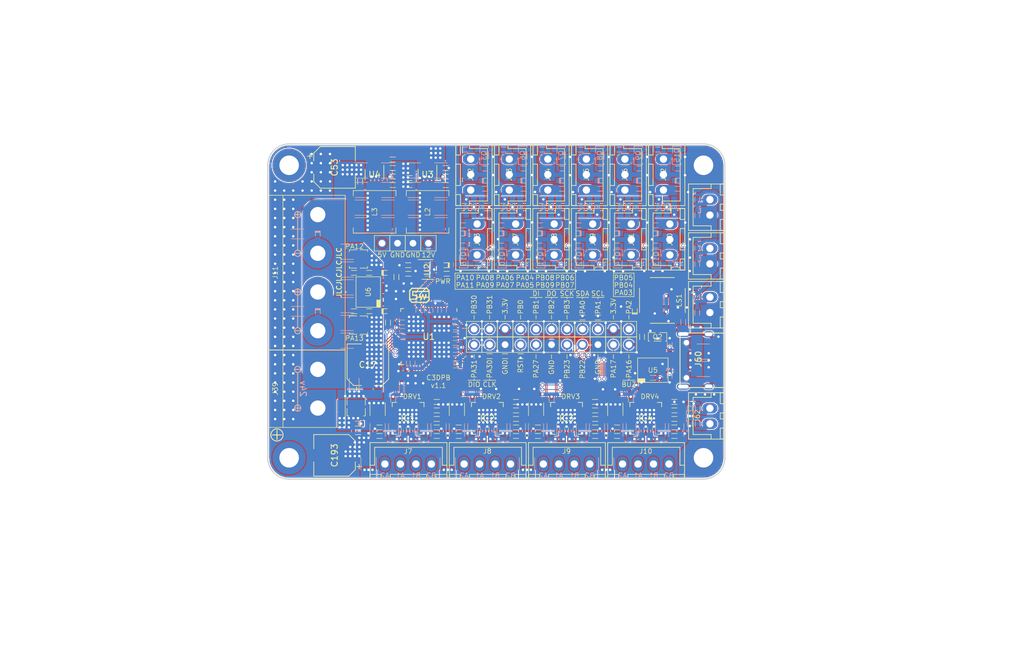
<source format=kicad_pcb>
(kicad_pcb (version 20171130) (host pcbnew "(5.1.5)-3")
  (layers (0 F.Cu signal) (31 B.Cu signal) (34 B.Paste user) (35 F.Paste user) (36 B.SilkS user) (37 F.SilkS user) (38 B.Mask user) (39 F.Mask user) (44 Edge.Cuts user))
  (net 0 "")
  (net 1 +24V)
  (net 2 GND)
  (net 3 +3V3)
  (net 4 "Net-(C86-Pad1)")
  (net 5 "Net-(IC1-Pad27)")
  (net 6 /DRV1_DIR)
  (net 7 /DRV1_STEP)
  (net 8 "Net-(C87-Pad1)")
  (net 9 "Net-(C81-Pad1)")
  (net 10 +12V)
  (net 11 "Net-(IC4-Pad27)")
  (net 12 /DRV4_DIR)
  (net 13 /DRV4_STEP)
  (net 14 "Net-(IC3-Pad27)")
  (net 15 /DRV3_DIR)
  (net 16 /DRV3_STEP)
  (net 17 "Net-(C102-Pad1)")
  (net 18 "Net-(C108-Pad1)")
  (net 19 /DRV2_STEP)
  (net 20 /DRV2_DIR)
  (net 21 "Net-(IC2-Pad27)")
  (net 22 "Net-(C107-Pad1)")
  (net 23 "Net-(D1-Pad1)")
  (net 24 DCIN-)
  (net 25 "Net-(F1-Pad1)")
  (net 26 "Net-(J60-PadB5)")
  (net 27 "Net-(J60-PadA5)")
  (net 28 "Net-(JP22-Pad2)")
  (net 29 +5V)
  (net 30 "Net-(R11-Pad1)")
  (net 31 "Net-(C37-Pad2)")
  (net 32 "Net-(C37-Pad1)")
  (net 33 "Net-(C48-Pad1)")
  (net 34 "Net-(C48-Pad2)")
  (net 35 /RST)
  (net 36 "Net-(C72-Pad1)")
  (net 37 "Net-(C70-Pad1)")
  (net 38 "Net-(C75-Pad1)")
  (net 39 "Net-(C64-Pad1)")
  (net 40 "Net-(C71-Pad1)")
  (net 41 /USB_D-)
  (net 42 /USB_D+)
  (net 43 "Net-(D4-Pad1)")
  (net 44 "Net-(C55-Pad1)")
  (net 45 "Net-(C28-Pad2)")
  (net 46 "Net-(C28-Pad1)")
  (net 47 "Net-(C49-Pad1)")
  (net 48 "Net-(C50-Pad1)")
  (net 49 "Net-(C51-Pad2)")
  (net 50 "Net-(C51-Pad1)")
  (net 51 "Net-(C78-Pad1)")
  (net 52 "Net-(C80-Pad1)")
  (net 53 "Net-(C82-Pad1)")
  (net 54 "Net-(C85-Pad1)")
  (net 55 "Net-(C87-Pad2)")
  (net 56 "Net-(C90-Pad1)")
  (net 57 "Net-(C91-Pad1)")
  (net 58 "Net-(C92-Pad1)")
  (net 59 "Net-(C93-Pad1)")
  (net 60 "Net-(C96-Pad1)")
  (net 61 "Net-(C97-Pad1)")
  (net 62 "Net-(C98-Pad2)")
  (net 63 "Net-(C98-Pad1)")
  (net 64 "Net-(C101-Pad1)")
  (net 65 "Net-(C103-Pad1)")
  (net 66 "Net-(C104-Pad1)")
  (net 67 "Net-(C109-Pad2)")
  (net 68 "Net-(C109-Pad1)")
  (net 69 "Net-(C112-Pad1)")
  (net 70 "Net-(C113-Pad1)")
  (net 71 "Net-(C114-Pad1)")
  (net 72 "Net-(C115-Pad1)")
  (net 73 "Net-(D2-Pad2)")
  (net 74 /SWCLK)
  (net 75 /BUZZER)
  (net 76 "Net-(J5-Pad1)")
  (net 77 "Net-(FB1-Pad2)")
  (net 78 "Net-(Q2-Pad1)")
  (net 79 "Net-(R15-Pad1)")
  (net 80 "Net-(IC1-Pad23)")
  (net 81 "Net-(IC2-Pad23)")
  (net 82 "Net-(IC3-Pad23)")
  (net 83 "Net-(IC4-Pad23)")
  (net 84 /DRV2_DIAG)
  (net 85 /DRV3_DIAG)
  (net 86 /DRV4_DIAG)
  (net 87 /DRV1_DIAG)
  (net 88 "Net-(IC1-Pad25)")
  (net 89 "Net-(IC1-Pad17)")
  (net 90 "Net-(IC1-Pad12)")
  (net 91 "Net-(IC2-Pad25)")
  (net 92 "Net-(IC2-Pad17)")
  (net 93 "Net-(IC2-Pad12)")
  (net 94 "Net-(IC3-Pad25)")
  (net 95 "Net-(IC3-Pad17)")
  (net 96 "Net-(IC3-Pad12)")
  (net 97 "Net-(IC4-Pad25)")
  (net 98 "Net-(IC4-Pad17)")
  (net 99 "Net-(IC4-Pad12)")
  (net 100 "Net-(J60-PadB8)")
  (net 101 "Net-(J60-PadA8)")
  (net 102 "Net-(U1-Pad55)")
  (net 103 /VDDCORE)
  (net 104 /VDDANA)
  (net 105 "Net-(U5-Pad8)")
  (net 106 "Net-(JP2-Pad2)")
  (net 107 "Net-(JP2-Pad1)")
  (net 108 "Net-(JP8-Pad2)")
  (net 109 "Net-(JP11-Pad1)")
  (net 110 "Net-(JP14-Pad2)")
  (net 111 "Net-(JP14-Pad1)")
  (net 112 "Net-(JP22-Pad1)")
  (net 113 "Net-(C62-Pad1)")
  (net 114 "Net-(C67-Pad1)")
  (net 115 "Net-(C68-Pad1)")
  (net 116 "Net-(C69-Pad1)")
  (net 117 "Net-(C73-Pad1)")
  (net 118 "Net-(C74-Pad1)")
  (net 119 "Net-(J12-Pad3)")
  (net 120 "Net-(J13-Pad3)")
  (net 121 "Net-(J14-Pad3)")
  (net 122 "Net-(J15-Pad3)")
  (net 123 "Net-(J16-Pad3)")
  (net 124 "Net-(J17-Pad3)")
  (net 125 "Net-(J18-Pad3)")
  (net 126 "Net-(J19-Pad3)")
  (net 127 "Net-(J20-Pad3)")
  (net 128 "Net-(J21-Pad3)")
  (net 129 "Net-(JP5-Pad1)")
  (net 130 "Net-(JP8-Pad1)")
  (net 131 "Net-(JP19-Pad1)")
  (net 132 "Net-(JP25-Pad1)")
  (net 133 "Net-(JP28-Pad1)")
  (net 134 "Net-(JP31-Pad1)")
  (net 135 "Net-(Q4-Pad2)")
  (net 136 "Net-(Q5-Pad2)")
  (net 137 "Net-(R2-Pad2)")
  (net 138 "Net-(R3-Pad2)")
  (net 139 "Net-(U6-Pad8)")
  (net 140 "Net-(U6-Pad1)")
  (net 141 "Net-(JP5-Pad2)")
  (net 142 "Net-(JP11-Pad2)")
  (net 143 "Net-(JP19-Pad2)")
  (net 144 "Net-(JP25-Pad2)")
  (net 145 "Net-(JP28-Pad2)")
  (net 146 "Net-(JP31-Pad2)")
  (net 147 "Net-(C76-Pad1)")
  (net 148 "Net-(C77-Pad1)")
  (net 149 "Net-(J22-Pad3)")
  (net 150 "Net-(J23-Pad3)")
  (net 151 "Net-(JP34-Pad2)")
  (net 152 "Net-(JP34-Pad1)")
  (net 153 "Net-(JP37-Pad2)")
  (net 154 "Net-(JP37-Pad1)")
  (net 155 "Net-(D3-Pad2)")
  (net 156 "Net-(D5-Pad2)")
  (net 157 "Net-(U2-Pad4)")
  (net 158 /DRV1_UART)
  (net 159 /DRV2_UART)
  (net 160 /DRV3_UART)
  (net 161 /DRV4_UART)
  (net 162 /IO1)
  (net 163 /IO2)
  (net 164 /IO3)
  (net 165 /IO4)
  (net 166 /IO5)
  (net 167 /IO8)
  (net 168 /IO9)
  (net 169 /IO10)
  (net 170 /IO12)
  (net 171 /IO11)
  (net 172 /IO6)
  (net 173 /IO7)
  (net 174 /TH3)
  (net 175 /TH1)
  (net 176 /TH2)
  (net 177 /POW2)
  (net 178 /POW1)
  (net 179 "Net-(J25-Pad1)")
  (net 180 "Net-(J26-Pad1)")
  (net 181 "Net-(J31-Pad1)")
  (net 182 "Net-(J32-Pad1)")
  (net 183 "Net-(J33-Pad1)")
  (net 184 "Net-(J34-Pad1)")
  (net 185 /SWDIO)
  (net 186 "Net-(C31-Pad1)")
  (net 187 "Net-(H1-Pad1)")
  (net 188 /I2C_SDA)
  (net 189 /I2C_SCL)
  (net 190 /SPI_CS)
  (net 191 /SPI_MISO)
  (net 192 /SPI_MOSI)
  (net 193 /SPI_SCK)
  (net 194 "Net-(R12-Pad2)")
  (net 195 "Net-(R17-Pad2)")
  (net 196 "Net-(D18-Pad2)")
  (net 197 "Net-(D19-Pad2)")
  (net 198 "Net-(FB3-Pad2)")
  (net 199 "Net-(FB4-Pad2)")
  (module _Generic:0603_CAP (layer B.Cu) (at 132 63.35 180)
    (fp_text reference C77)
    (fp_text value 1u)
    (pad 2 smd rect (at 0.75 0 180) (size 0.5 0.9) (layers B.Cu B.Paste B.Mask) (net 2 GND))
    (pad 1 smd rect (at -0.75 0 180) (size 0.5 0.9) (layers B.Cu B.Paste B.Mask) (net 148 "Net-(C77-Pad1)"))
  )
  (module _Generic:0603_CAP (layer B.Cu) (at 167.275 57.35)
    (fp_text reference C76)
    (fp_text value 1u)
    (pad 2 smd rect (at 0.75 0) (size 0.5 0.9) (layers B.Cu B.Paste B.Mask) (net 2 GND))
    (pad 1 smd rect (at -0.75 0) (size 0.5 0.9) (layers B.Cu B.Paste B.Mask) (net 147 "Net-(C76-Pad1)"))
  )
  (module _Generic:0603_CAP (layer B.Cu) (at 157.3 63.35 180)
    (fp_text reference C75)
    (fp_text value 1u)
    (pad 2 smd rect (at 0.75 0 180) (size 0.5 0.9) (layers B.Cu B.Paste B.Mask) (net 2 GND))
    (pad 1 smd rect (at -0.75 0 180) (size 0.5 0.9) (layers B.Cu B.Paste B.Mask) (net 38 "Net-(C75-Pad1)"))
  )
  (module _Generic:0603_CAP (layer B.Cu) (at 163.625 63.35 180)
    (fp_text reference C74)
    (fp_text value 1u)
    (pad 1 smd rect (at -0.75 0 180) (size 0.5 0.9) (layers B.Cu B.Paste B.Mask) (net 118 "Net-(C74-Pad1)"))
    (pad 2 smd rect (at 0.75 0 180) (size 0.5 0.9) (layers B.Cu B.Paste B.Mask) (net 2 GND))
  )
  (module _Generic:0603_CAP (layer B.Cu) (at 150.975 63.35 180)
    (fp_text reference C73)
    (fp_text value 1u)
    (pad 2 smd rect (at 0.75 0 180) (size 0.5 0.9) (layers B.Cu B.Paste B.Mask) (net 2 GND))
    (pad 1 smd rect (at -0.75 0 180) (size 0.5 0.9) (layers B.Cu B.Paste B.Mask) (net 117 "Net-(C73-Pad1)"))
  )
  (module _Generic:0603_CAP (layer B.Cu) (at 144.65 63.35 180)
    (fp_text reference C72)
    (fp_text value 1u)
    (pad 2 smd rect (at 0.75 0 180) (size 0.5 0.9) (layers B.Cu B.Paste B.Mask) (net 2 GND))
    (pad 1 smd rect (at -0.75 0 180) (size 0.5 0.9) (layers B.Cu B.Paste B.Mask) (net 36 "Net-(C72-Pad1)"))
  )
  (module _Generic:0603_CAP (layer B.Cu) (at 138.325 63.35 180)
    (fp_text reference C71)
    (fp_text value 1u)
    (pad 2 smd rect (at 0.75 0 180) (size 0.5 0.9) (layers B.Cu B.Paste B.Mask) (net 2 GND))
    (pad 1 smd rect (at -0.75 0 180) (size 0.5 0.9) (layers B.Cu B.Paste B.Mask) (net 40 "Net-(C71-Pad1)"))
  )
  (module _Generic:0603_CAP (layer B.Cu) (at 160.95 57.35)
    (fp_text reference C70)
    (fp_text value 1u)
    (pad 2 smd rect (at 0.75 0) (size 0.5 0.9) (layers B.Cu B.Paste B.Mask) (net 2 GND))
    (pad 1 smd rect (at -0.75 0) (size 0.5 0.9) (layers B.Cu B.Paste B.Mask) (net 37 "Net-(C70-Pad1)"))
  )
  (module _Generic:0603_CAP (layer B.Cu) (at 154.625 57.35)
    (fp_text reference C69)
    (fp_text value 1u)
    (pad 2 smd rect (at 0.75 0) (size 0.5 0.9) (layers B.Cu B.Paste B.Mask) (net 2 GND))
    (pad 1 smd rect (at -0.75 0) (size 0.5 0.9) (layers B.Cu B.Paste B.Mask) (net 116 "Net-(C69-Pad1)"))
  )
  (module _Generic:0603_CAP (layer B.Cu) (at 148.3 57.35)
    (fp_text reference C68)
    (fp_text value 1u)
    (pad 2 smd rect (at 0.75 0) (size 0.5 0.9) (layers B.Cu B.Paste B.Mask) (net 2 GND))
    (pad 1 smd rect (at -0.75 0) (size 0.5 0.9) (layers B.Cu B.Paste B.Mask) (net 115 "Net-(C68-Pad1)"))
  )
  (module _Generic:0603_CAP (layer B.Cu) (at 141.975 57.35)
    (fp_text reference C67)
    (fp_text value 1u)
    (pad 2 smd rect (at 0.75 0) (size 0.5 0.9) (layers B.Cu B.Paste B.Mask) (net 2 GND))
    (pad 1 smd rect (at -0.75 0) (size 0.5 0.9) (layers B.Cu B.Paste B.Mask) (net 114 "Net-(C67-Pad1)"))
  )
  (module _Generic:0603_CAP (layer B.Cu) (at 135.65 57.35)
    (fp_text reference C64)
    (fp_text value 1u)
    (pad 2 smd rect (at 0.75 0) (size 0.5 0.9) (layers B.Cu B.Paste B.Mask) (net 2 GND))
    (pad 1 smd rect (at -0.75 0) (size 0.5 0.9) (layers B.Cu B.Paste B.Mask) (net 39 "Net-(C64-Pad1)"))
  )
  (module _Generic:SOD-523_DIODE (layer B.Cu) (at 108.2 64.75 270)
    (fp_text reference D19)
    (fp_text value MSK4010)
    (pad 1 smd rect (at -0.75 0 270) (size 0.5 0.9) (layers B.Cu B.Paste B.Mask) (net 44 "Net-(C55-Pad1)"))
    (pad 2 smd rect (at 0.75 0 270) (size 0.5 0.9) (layers B.Cu B.Paste B.Mask) (net 197 "Net-(D19-Pad2)"))
  )
  (module _Generic:SOD-523_DIODE (layer B.Cu) (at 108.2 77.47 270)
    (fp_text reference D18)
    (fp_text value MSK4010)
    (pad 1 smd rect (at -0.75 0 270) (size 0.5 0.9) (layers B.Cu B.Paste B.Mask) (net 113 "Net-(C62-Pad1)"))
    (pad 2 smd rect (at 0.75 0 270) (size 0.5 0.9) (layers B.Cu B.Paste B.Mask) (net 196 "Net-(D18-Pad2)"))
  )
  (module _Generic:SOT-23 (layer F.Cu) (at 163.957 81.661 90)
    (fp_text reference Q2)
    (fp_text value AO3402)
    (fp_text user %R (at 0 0 180) (layer F.SilkS) (effects (font (size 0.8 0.8) (thickness 0.1))))
    (pad 3 smd rect (at 1.1 0 90) (size 0.9 0.65) (layers F.Cu F.Paste F.Mask) (net 73 "Net-(D2-Pad2)"))
    (pad 2 smd rect (at -1.1 0.95 90) (size 0.9 0.65) (layers F.Cu F.Paste F.Mask) (net 2 GND))
    (pad 1 smd rect (at -1.1 -0.95 90) (size 0.9 0.65) (layers F.Cu F.Paste F.Mask) (net 78 "Net-(Q2-Pad1)"))
  )
  (module _Generic:SOT-23 (layer B.Cu) (at 132.15 68.825)
    (fp_text reference Q16)
    (fp_text value AO3402)
    (fp_text user %R (at 0 0 -90) (layer B.SilkS) (effects (font (size 0.8 0.8) (thickness 0.1)) (justify mirror)))
    (pad 3 smd rect (at 1.1 0) (size 0.9 0.65) (layers B.Cu B.Paste B.Mask) (net 150 "Net-(J23-Pad3)"))
    (pad 2 smd rect (at -1.1 -0.95) (size 0.9 0.65) (layers B.Cu B.Paste B.Mask) (net 2 GND))
    (pad 1 smd rect (at -1.1 0.95) (size 0.9 0.65) (layers B.Cu B.Paste B.Mask) (net 153 "Net-(JP37-Pad2)"))
  )
  (module _Generic:SOT-23 (layer B.Cu) (at 167.125 51.875 180)
    (fp_text reference Q15)
    (fp_text value AO3402)
    (fp_text user %R (at 0 0 270) (layer B.SilkS) (effects (font (size 0.8 0.8) (thickness 0.1)) (justify mirror)))
    (pad 3 smd rect (at 1.1 0 180) (size 0.9 0.65) (layers B.Cu B.Paste B.Mask) (net 149 "Net-(J22-Pad3)"))
    (pad 2 smd rect (at -1.1 -0.95 180) (size 0.9 0.65) (layers B.Cu B.Paste B.Mask) (net 2 GND))
    (pad 1 smd rect (at -1.1 0.95 180) (size 0.9 0.65) (layers B.Cu B.Paste B.Mask) (net 151 "Net-(JP34-Pad2)"))
  )
  (module _Generic:SOT-23 (layer B.Cu) (at 157.45 68.825)
    (fp_text reference Q14)
    (fp_text value AO3402)
    (fp_text user %R (at 0 0 -90) (layer B.SilkS) (effects (font (size 0.8 0.8) (thickness 0.1)) (justify mirror)))
    (pad 3 smd rect (at 1.1 0) (size 0.9 0.65) (layers B.Cu B.Paste B.Mask) (net 128 "Net-(J21-Pad3)"))
    (pad 2 smd rect (at -1.1 -0.95) (size 0.9 0.65) (layers B.Cu B.Paste B.Mask) (net 2 GND))
    (pad 1 smd rect (at -1.1 0.95) (size 0.9 0.65) (layers B.Cu B.Paste B.Mask) (net 146 "Net-(JP31-Pad2)"))
  )
  (module _Generic:SOT-23 (layer B.Cu) (at 163.775 68.825)
    (fp_text reference Q13)
    (fp_text value AO3402)
    (fp_text user %R (at 0 0 -90) (layer B.SilkS) (effects (font (size 0.8 0.8) (thickness 0.1)) (justify mirror)))
    (pad 3 smd rect (at 1.1 0) (size 0.9 0.65) (layers B.Cu B.Paste B.Mask) (net 127 "Net-(J20-Pad3)"))
    (pad 2 smd rect (at -1.1 -0.95) (size 0.9 0.65) (layers B.Cu B.Paste B.Mask) (net 2 GND))
    (pad 1 smd rect (at -1.1 0.95) (size 0.9 0.65) (layers B.Cu B.Paste B.Mask) (net 145 "Net-(JP28-Pad2)"))
  )
  (module _Generic:SOT-23 (layer B.Cu) (at 151.125 68.825)
    (fp_text reference Q12)
    (fp_text value AO3402)
    (fp_text user %R (at 0 0 -90) (layer B.SilkS) (effects (font (size 0.8 0.8) (thickness 0.1)) (justify mirror)))
    (pad 3 smd rect (at 1.1 0) (size 0.9 0.65) (layers B.Cu B.Paste B.Mask) (net 126 "Net-(J19-Pad3)"))
    (pad 2 smd rect (at -1.1 -0.95) (size 0.9 0.65) (layers B.Cu B.Paste B.Mask) (net 2 GND))
    (pad 1 smd rect (at -1.1 0.95) (size 0.9 0.65) (layers B.Cu B.Paste B.Mask) (net 144 "Net-(JP25-Pad2)"))
  )
  (module _Generic:SOT-23 (layer B.Cu) (at 144.8 68.825)
    (fp_text reference Q11)
    (fp_text value AO3402)
    (fp_text user %R (at 0 0 -90) (layer B.SilkS) (effects (font (size 0.8 0.8) (thickness 0.1)) (justify mirror)))
    (pad 3 smd rect (at 1.1 0) (size 0.9 0.65) (layers B.Cu B.Paste B.Mask) (net 125 "Net-(J18-Pad3)"))
    (pad 2 smd rect (at -1.1 -0.95) (size 0.9 0.65) (layers B.Cu B.Paste B.Mask) (net 2 GND))
    (pad 1 smd rect (at -1.1 0.95) (size 0.9 0.65) (layers B.Cu B.Paste B.Mask) (net 28 "Net-(JP22-Pad2)"))
  )
  (module _Generic:SOT-23 (layer B.Cu) (at 138.475 68.825)
    (fp_text reference Q10)
    (fp_text value AO3402)
    (fp_text user %R (at 0 0 -90) (layer B.SilkS) (effects (font (size 0.8 0.8) (thickness 0.1)) (justify mirror)))
    (pad 3 smd rect (at 1.1 0) (size 0.9 0.65) (layers B.Cu B.Paste B.Mask) (net 124 "Net-(J17-Pad3)"))
    (pad 2 smd rect (at -1.1 -0.95) (size 0.9 0.65) (layers B.Cu B.Paste B.Mask) (net 2 GND))
    (pad 1 smd rect (at -1.1 0.95) (size 0.9 0.65) (layers B.Cu B.Paste B.Mask) (net 143 "Net-(JP19-Pad2)"))
  )
  (module _Generic:SOT-23 (layer B.Cu) (at 160.8 51.875 180)
    (fp_text reference Q9)
    (fp_text value AO3402)
    (fp_text user %R (at 0 0 270) (layer B.SilkS) (effects (font (size 0.8 0.8) (thickness 0.1)) (justify mirror)))
    (pad 3 smd rect (at 1.1 0 180) (size 0.9 0.65) (layers B.Cu B.Paste B.Mask) (net 123 "Net-(J16-Pad3)"))
    (pad 2 smd rect (at -1.1 -0.95 180) (size 0.9 0.65) (layers B.Cu B.Paste B.Mask) (net 2 GND))
    (pad 1 smd rect (at -1.1 0.95 180) (size 0.9 0.65) (layers B.Cu B.Paste B.Mask) (net 110 "Net-(JP14-Pad2)"))
  )
  (module _Generic:SOT-23 (layer B.Cu) (at 154.475 51.875 180)
    (fp_text reference Q8)
    (fp_text value AO3402)
    (fp_text user %R (at 0 0 270) (layer B.SilkS) (effects (font (size 0.8 0.8) (thickness 0.1)) (justify mirror)))
    (pad 3 smd rect (at 1.1 0 180) (size 0.9 0.65) (layers B.Cu B.Paste B.Mask) (net 122 "Net-(J15-Pad3)"))
    (pad 2 smd rect (at -1.1 -0.95 180) (size 0.9 0.65) (layers B.Cu B.Paste B.Mask) (net 2 GND))
    (pad 1 smd rect (at -1.1 0.95 180) (size 0.9 0.65) (layers B.Cu B.Paste B.Mask) (net 142 "Net-(JP11-Pad2)"))
  )
  (module _Generic:SOT-23 (layer B.Cu) (at 148.15 51.875 180)
    (fp_text reference Q7)
    (fp_text value AO3402)
    (fp_text user %R (at 0 0 270) (layer B.SilkS) (effects (font (size 0.8 0.8) (thickness 0.1)) (justify mirror)))
    (pad 3 smd rect (at 1.1 0 180) (size 0.9 0.65) (layers B.Cu B.Paste B.Mask) (net 121 "Net-(J14-Pad3)"))
    (pad 2 smd rect (at -1.1 -0.95 180) (size 0.9 0.65) (layers B.Cu B.Paste B.Mask) (net 2 GND))
    (pad 1 smd rect (at -1.1 0.95 180) (size 0.9 0.65) (layers B.Cu B.Paste B.Mask) (net 108 "Net-(JP8-Pad2)"))
  )
  (module _Generic:SOT-23 (layer B.Cu) (at 141.825 51.875 180)
    (fp_text reference Q6)
    (fp_text value AO3402)
    (fp_text user %R (at 0 0 270) (layer B.SilkS) (effects (font (size 0.8 0.8) (thickness 0.1)) (justify mirror)))
    (pad 3 smd rect (at 1.1 0 180) (size 0.9 0.65) (layers B.Cu B.Paste B.Mask) (net 120 "Net-(J13-Pad3)"))
    (pad 2 smd rect (at -1.1 -0.95 180) (size 0.9 0.65) (layers B.Cu B.Paste B.Mask) (net 2 GND))
    (pad 1 smd rect (at -1.1 0.95 180) (size 0.9 0.65) (layers B.Cu B.Paste B.Mask) (net 141 "Net-(JP5-Pad2)"))
  )
  (module _Generic:SOT-23 (layer B.Cu) (at 135.5 51.875 180)
    (fp_text reference Q3)
    (fp_text value AO3402)
    (fp_text user %R (at 0 0 270) (layer B.SilkS) (effects (font (size 0.8 0.8) (thickness 0.1)) (justify mirror)))
    (pad 3 smd rect (at 1.1 0 180) (size 0.9 0.65) (layers B.Cu B.Paste B.Mask) (net 119 "Net-(J12-Pad3)"))
    (pad 2 smd rect (at -1.1 -0.95 180) (size 0.9 0.65) (layers B.Cu B.Paste B.Mask) (net 2 GND))
    (pad 1 smd rect (at -1.1 0.95 180) (size 0.9 0.65) (layers B.Cu B.Paste B.Mask) (net 106 "Net-(JP2-Pad2)"))
  )
  (module _Generic:TSOT-23-8 (layer F.Cu) (at 117.525 55.025 270)
    (fp_text reference U4 (at 0 0 180) (layer F.SilkS))
    (fp_text value SY8303)
    (pad 1 smd rect (at -1.31 -0.97 270) (size 0.9 0.35) (layers F.Cu F.Paste F.Mask) (net 194 "Net-(R12-Pad2)"))
    (pad 2 smd rect (at -1.31 -0.33 270) (size 0.9 0.35) (layers F.Cu F.Paste F.Mask) (net 30 "Net-(R11-Pad1)"))
    (pad 3 smd rect (at -1.31 0.33 270) (size 0.9 0.35) (layers F.Cu F.Paste F.Mask) (net 2 GND))
    (pad 4 smd rect (at -1.31 0.97 270) (size 0.9 0.35) (layers F.Cu F.Paste F.Mask) (net 2 GND))
    (pad 5 smd rect (at 1.31 0.97 270) (size 0.9 0.35) (layers F.Cu F.Paste F.Mask) (net 1 +24V))
    (pad 6 smd rect (at 1.31 0.33 270) (size 0.9 0.35) (layers F.Cu F.Paste F.Mask) (net 45 "Net-(C28-Pad2)"))
    (pad 7 smd rect (at 1.31 -0.33 270) (size 0.9 0.35) (layers F.Cu F.Paste F.Mask) (net 46 "Net-(C28-Pad1)"))
    (pad 8 smd rect (at 1.31 -0.97 270) (size 0.9 0.35) (layers F.Cu F.Paste F.Mask) (net 1 +24V))
  )
  (module _Generic:TSOT-23-8 (layer F.Cu) (at 126.225 55.025 270)
    (fp_text reference U3 (at 0 0 180) (layer F.SilkS))
    (fp_text value SY8303)
    (pad 1 smd rect (at -1.31 -0.97 270) (size 0.9 0.35) (layers F.Cu F.Paste F.Mask) (net 195 "Net-(R17-Pad2)"))
    (pad 2 smd rect (at -1.31 -0.33 270) (size 0.9 0.35) (layers F.Cu F.Paste F.Mask) (net 79 "Net-(R15-Pad1)"))
    (pad 3 smd rect (at -1.31 0.33 270) (size 0.9 0.35) (layers F.Cu F.Paste F.Mask) (net 2 GND))
    (pad 4 smd rect (at -1.31 0.97 270) (size 0.9 0.35) (layers F.Cu F.Paste F.Mask) (net 2 GND))
    (pad 5 smd rect (at 1.31 0.97 270) (size 0.9 0.35) (layers F.Cu F.Paste F.Mask) (net 1 +24V))
    (pad 6 smd rect (at 1.31 0.33 270) (size 0.9 0.35) (layers F.Cu F.Paste F.Mask) (net 31 "Net-(C37-Pad2)"))
    (pad 7 smd rect (at 1.31 -0.33 270) (size 0.9 0.35) (layers F.Cu F.Paste F.Mask) (net 32 "Net-(C37-Pad1)"))
    (pad 8 smd rect (at 1.31 -0.97 270) (size 0.9 0.35) (layers F.Cu F.Paste F.Mask) (net 1 +24V))
  )
  (module _Generic:0603_RES (layer F.Cu) (at 154.178 78.486 180)
    (fp_text reference R37)
    (fp_text value 4.7k)
    (pad 2 smd rect (at 0.75 0 180) (size 0.5 0.9) (layers F.Cu F.Paste F.Mask) (net 189 /I2C_SCL))
    (pad 1 smd rect (at -0.75 0 180) (size 0.5 0.9) (layers F.Cu F.Paste F.Mask) (net 3 +3V3))
  )
  (module _Generic:0603_RES (layer F.Cu) (at 151.638 78.486 180)
    (fp_text reference R42)
    (fp_text value 4.7k)
    (pad 2 smd rect (at 0.75 0 180) (size 0.5 0.9) (layers F.Cu F.Paste F.Mask) (net 188 /I2C_SDA))
    (pad 1 smd rect (at -0.75 0 180) (size 0.5 0.9) (layers F.Cu F.Paste F.Mask) (net 3 +3V3))
  )
  (module _Generic:PinHeader_2.54mm_1P (layer F.Cu) (at 136.398 82.931)
    (fp_text reference J1)
    (fp_text value Conn_01x01 hide)
    (pad 1 thru_hole circle (at 0 0) (size 1.7 1.7) (drill 1.1) (layers *.Cu *.Mask) (net 74 /SWCLK))
  )
  (module _Generic:0603_IND (layer B.Cu) (at 168.175 79.225 270)
    (fp_text reference FB1)
    (fp_text value 470r/100mhz)
    (pad 2 smd rect (at 0.75 0 270) (size 0.5 0.9) (layers B.Cu B.Paste B.Mask) (net 77 "Net-(FB1-Pad2)"))
    (pad 1 smd rect (at -0.75 0 270) (size 0.5 0.9) (layers B.Cu B.Paste B.Mask) (net 2 GND))
  )
  (module _Generic:1210_CAP (layer B.Cu) (at 171.475 84.075)
    (fp_text reference C89)
    (fp_text value 22u)
    (pad 2 smd rect (at 1.55 0) (size 0.9 2.6) (layers B.Cu B.Paste B.Mask) (net 2 GND))
    (pad 1 smd rect (at -1.55 0) (size 0.9 2.6) (layers B.Cu B.Paste B.Mask) (net 186 "Net-(C31-Pad1)"))
  )
  (module _Generic:1210_CAP (layer B.Cu) (at 171.475 86.925)
    (fp_text reference C31)
    (fp_text value 22u)
    (pad 2 smd rect (at 1.55 0) (size 0.9 2.6) (layers B.Cu B.Paste B.Mask) (net 2 GND))
    (pad 1 smd rect (at -1.55 0) (size 0.9 2.6) (layers B.Cu B.Paste B.Mask) (net 186 "Net-(C31-Pad1)"))
  )
  (module _Generic:PinHeader_2.54mm_1P (layer F.Cu) (at 136.398 80.391)
    (fp_text reference J34)
    (fp_text value Conn_01x01 hide)
    (pad 1 thru_hole circle (at 0 0) (size 1.7 1.7) (drill 1.1) (layers *.Cu *.Mask) (net 184 "Net-(J34-Pad1)"))
  )
  (module _Generic:PinHeader_2.54mm_1P (layer F.Cu) (at 133.858 80.391)
    (fp_text reference J33)
    (fp_text value Conn_01x01 hide)
    (pad 1 thru_hole circle (at 0 0) (size 1.7 1.7) (drill 1.1) (layers *.Cu *.Mask) (net 183 "Net-(J33-Pad1)"))
  )
  (module _Generic:PinHeader_2.54mm_1P (layer F.Cu) (at 149.098 82.931)
    (fp_text reference J32)
    (fp_text value Conn_01x01 hide)
    (pad 1 thru_hole circle (at 0 0) (size 1.7 1.7) (drill 1.1) (layers *.Cu *.Mask) (net 182 "Net-(J32-Pad1)"))
  )
  (module _Generic:PinHeader_2.54mm_1P (layer F.Cu) (at 151.638 82.931)
    (fp_text reference J31)
    (fp_text value Conn_01x01 hide)
    (pad 1 thru_hole circle (at 0 0) (size 1.7 1.7) (drill 1.1) (layers *.Cu *.Mask) (net 181 "Net-(J31-Pad1)"))
  )
  (module _Generic:PinHeader_2.54mm_1P (layer F.Cu) (at 149.098 80.391)
    (fp_text reference J30)
    (fp_text value Conn_01x01 hide)
    (pad 1 thru_hole circle (at 0 0) (size 1.7 1.7) (drill 1.1) (layers *.Cu *.Mask) (net 193 /SPI_SCK))
  )
  (module _Generic:PinHeader_2.54mm_1P (layer F.Cu) (at 146.558 80.391)
    (fp_text reference J29)
    (fp_text value Conn_01x01 hide)
    (pad 1 thru_hole circle (at 0 0) (size 1.7 1.7) (drill 1.1) (layers *.Cu *.Mask) (net 192 /SPI_MOSI))
  )
  (module _Generic:PinHeader_2.54mm_1P (layer F.Cu) (at 144.018 80.391)
    (fp_text reference J28)
    (fp_text value Conn_01x01 hide)
    (pad 1 thru_hole circle (at 0 0) (size 1.7 1.7) (drill 1.1) (layers *.Cu *.Mask) (net 191 /SPI_MISO))
  )
  (module _Generic:PinHeader_2.54mm_1P (layer F.Cu) (at 141.478 80.391)
    (fp_text reference J27)
    (fp_text value Conn_01x01 hide)
    (pad 1 thru_hole circle (at 0 0) (size 1.7 1.7) (drill 1.1) (layers *.Cu *.Mask) (net 190 /SPI_CS))
  )
  (module _Generic:PinHeader_2.54mm_1P (layer F.Cu) (at 144.018 82.931)
    (fp_text reference J26)
    (fp_text value Conn_01x01 hide)
    (pad 1 thru_hole circle (at 0 0) (size 1.7 1.7) (drill 1.1) (layers *.Cu *.Mask) (net 180 "Net-(J26-Pad1)"))
  )
  (module _Generic:PinHeader_2.54mm_1P (layer F.Cu) (at 156.718 82.931)
    (fp_text reference J25)
    (fp_text value Conn_01x01 hide)
    (pad 1 thru_hole circle (at 0 0) (size 1.7 1.7) (drill 1.1) (layers *.Cu *.Mask) (net 179 "Net-(J25-Pad1)"))
  )
  (module _Generic:PinHeader_2.54mm_1P (layer F.Cu) (at 159.258 82.931)
    (fp_text reference J6)
    (fp_text value Conn_01x01 hide)
    (pad 1 thru_hole circle (at 0 0) (size 1.7 1.7) (drill 1.1) (layers *.Cu *.Mask) (net 75 /BUZZER))
  )
  (module _Generic:0603_IND (layer B.Cu) (at 126.1 77.2 270)
    (fp_text reference FB2)
    (fp_text value 470r/100mhz)
    (pad 1 smd rect (at -0.75 0 270) (size 0.5 0.9) (layers B.Cu B.Paste B.Mask) (net 104 /VDDANA))
    (pad 2 smd rect (at 0.75 0 270) (size 0.5 0.9) (layers B.Cu B.Paste B.Mask) (net 3 +3V3))
  )
  (module _Generic:0603_CAP (layer B.Cu) (at 127.5 77.2 270)
    (fp_text reference C26)
    (fp_text value 100n)
    (pad 2 smd rect (at 0.75 0 270) (size 0.5 0.9) (layers B.Cu B.Paste B.Mask) (net 2 GND))
    (pad 1 smd rect (at -0.75 0 270) (size 0.5 0.9) (layers B.Cu B.Paste B.Mask) (net 104 /VDDANA))
  )
  (module _Generic:0603_CAP (layer B.Cu) (at 128.9 77.2 270)
    (fp_text reference C19)
    (fp_text value 10u)
    (pad 2 smd rect (at 0.75 0 270) (size 0.5 0.9) (layers B.Cu B.Paste B.Mask) (net 2 GND))
    (pad 1 smd rect (at -0.75 0 270) (size 0.5 0.9) (layers B.Cu B.Paste B.Mask) (net 104 /VDDANA))
  )
  (module _Generic:0603_CAP (layer B.Cu) (at 124.7 77.2 270)
    (fp_text reference C14)
    (fp_text value 10u)
    (pad 2 smd rect (at 0.75 0 270) (size 0.5 0.9) (layers B.Cu B.Paste B.Mask) (net 2 GND))
    (pad 1 smd rect (at -0.75 0 270) (size 0.5 0.9) (layers B.Cu B.Paste B.Mask) (net 3 +3V3))
  )
  (module _Generic:0603_CAP (layer B.Cu) (at 130.85 83.8 180)
    (fp_text reference C13)
    (fp_text value 10u)
    (pad 2 smd rect (at 0.75 0 180) (size 0.5 0.9) (layers B.Cu B.Paste B.Mask) (net 2 GND))
    (pad 1 smd rect (at -0.75 0 180) (size 0.5 0.9) (layers B.Cu B.Paste B.Mask) (net 103 /VDDCORE))
  )
  (module _Generic:0603_CAP (layer B.Cu) (at 130.85 82.65 180)
    (fp_text reference C12)
    (fp_text value 100n)
    (pad 2 smd rect (at 0.75 0 180) (size 0.5 0.9) (layers B.Cu B.Paste B.Mask) (net 2 GND))
    (pad 1 smd rect (at -0.75 0 180) (size 0.5 0.9) (layers B.Cu B.Paste B.Mask) (net 103 /VDDCORE))
  )
  (module Package_DFN_QFN:QFN-64-1EP_9x9mm_P0.5mm_EP4.7x4.7mm (layer F.Cu) (at 126.425 81.625 270)
    (fp_text reference U1 (at 0 0 180) (layer F.SilkS))
    (fp_text value ATSAMD51J19A-M)
    (pad 65 smd roundrect (at 0 0 270) (size 4.7 4.7) (layers F.Cu F.Mask) (roundrect_rratio 0.053191) (net 2 GND))
    (pad 1 smd roundrect (at -4.4125 -3.75 270) (size 0.875 0.2) (layers F.Cu F.Paste F.Mask) (net 188 /I2C_SDA))
    (pad 2 smd roundrect (at -4.4125 -3.25 270) (size 0.875 0.2) (layers F.Cu F.Paste F.Mask) (net 189 /I2C_SCL))
    (pad 3 smd roundrect (at -4.4125 -2.75 270) (size 0.875 0.2) (layers F.Cu F.Paste F.Mask) (net 76 "Net-(J5-Pad1)"))
    (pad 4 smd roundrect (at -4.4125 -2.25 270) (size 0.875 0.2) (layers F.Cu F.Paste F.Mask) (net 174 /TH3))
    (pad 5 smd roundrect (at -4.4125 -1.75 270) (size 0.875 0.2) (layers F.Cu F.Paste F.Mask) (net 176 /TH2))
    (pad 6 smd roundrect (at -4.4125 -1.25 270) (size 0.875 0.2) (layers F.Cu F.Paste F.Mask) (net 175 /TH1))
    (pad 7 smd roundrect (at -4.4125 -0.75 270) (size 0.875 0.2) (layers F.Cu F.Paste F.Mask) (net 2 GND))
    (pad 8 smd roundrect (at -4.4125 -0.25 270) (size 0.875 0.2) (layers F.Cu F.Paste F.Mask) (net 104 /VDDANA))
    (pad 9 smd roundrect (at -4.4125 0.25 270) (size 0.875 0.2) (layers F.Cu F.Paste F.Mask) (net 172 /IO6))
    (pad 10 smd roundrect (at -4.4125 0.75 270) (size 0.875 0.2) (layers F.Cu F.Paste F.Mask) (net 170 /IO12))
    (pad 11 smd roundrect (at -4.4125 1.25 270) (size 0.875 0.2) (layers F.Cu F.Paste F.Mask) (net 166 /IO5))
    (pad 12 smd roundrect (at -4.4125 1.75 270) (size 0.875 0.2) (layers F.Cu F.Paste F.Mask) (net 171 /IO11))
    (pad 13 smd roundrect (at -4.4125 2.25 270) (size 0.875 0.2) (layers F.Cu F.Paste F.Mask) (net 165 /IO4))
    (pad 14 smd roundrect (at -4.4125 2.75 270) (size 0.875 0.2) (layers F.Cu F.Paste F.Mask) (net 169 /IO10))
    (pad 15 smd roundrect (at -4.4125 3.25 270) (size 0.875 0.2) (layers F.Cu F.Paste F.Mask) (net 164 /IO3))
    (pad 16 smd roundrect (at -4.4125 3.75 270) (size 0.875 0.2) (layers F.Cu F.Paste F.Mask) (net 168 /IO9))
    (pad 17 smd roundrect (at -3.75 4.4125 270) (size 0.2 0.875) (layers F.Cu F.Paste F.Mask) (net 163 /IO2))
    (pad 18 smd roundrect (at -3.25 4.4125 270) (size 0.2 0.875) (layers F.Cu F.Paste F.Mask) (net 167 /IO8))
    (pad 19 smd roundrect (at -2.75 4.4125 270) (size 0.2 0.875) (layers F.Cu F.Paste F.Mask) (net 162 /IO1))
    (pad 20 smd roundrect (at -2.25 4.4125 270) (size 0.2 0.875) (layers F.Cu F.Paste F.Mask) (net 173 /IO7))
    (pad 21 smd roundrect (at -1.75 4.4125 270) (size 0.2 0.875) (layers F.Cu F.Paste F.Mask) (net 3 +3V3))
    (pad 22 smd roundrect (at -1.25 4.4125 270) (size 0.2 0.875) (layers F.Cu F.Paste F.Mask) (net 2 GND))
    (pad 23 smd roundrect (at -0.75 4.4125 270) (size 0.2 0.875) (layers F.Cu F.Paste F.Mask) (net 6 /DRV1_DIR))
    (pad 24 smd roundrect (at -0.25 4.4125 270) (size 0.2 0.875) (layers F.Cu F.Paste F.Mask) (net 7 /DRV1_STEP))
    (pad 25 smd roundrect (at 0.25 4.4125 270) (size 0.2 0.875) (layers F.Cu F.Paste F.Mask) (net 158 /DRV1_UART))
    (pad 26 smd roundrect (at 0.75 4.4125 270) (size 0.2 0.875) (layers F.Cu F.Paste F.Mask) (net 87 /DRV1_DIAG))
    (pad 27 smd roundrect (at 1.25 4.4125 270) (size 0.2 0.875) (layers F.Cu F.Paste F.Mask) (net 20 /DRV2_DIR))
    (pad 28 smd roundrect (at 1.75 4.4125 270) (size 0.2 0.875) (layers F.Cu F.Paste F.Mask) (net 19 /DRV2_STEP))
    (pad 29 smd roundrect (at 2.25 4.4125 270) (size 0.2 0.875) (layers F.Cu F.Paste F.Mask) (net 177 /POW2))
    (pad 30 smd roundrect (at 2.75 4.4125 270) (size 0.2 0.875) (layers F.Cu F.Paste F.Mask) (net 178 /POW1))
    (pad 31 smd roundrect (at 3.25 4.4125 270) (size 0.2 0.875) (layers F.Cu F.Paste F.Mask) (net 159 /DRV2_UART))
    (pad 32 smd roundrect (at 3.75 4.4125 270) (size 0.2 0.875) (layers F.Cu F.Paste F.Mask) (net 84 /DRV2_DIAG))
    (pad 33 smd roundrect (at 4.4125 3.75 270) (size 0.875 0.2) (layers F.Cu F.Paste F.Mask) (net 2 GND))
    (pad 34 smd roundrect (at 4.4125 3.25 270) (size 0.875 0.2) (layers F.Cu F.Paste F.Mask) (net 3 +3V3))
    (pad 35 smd roundrect (at 4.4125 2.75 270) (size 0.875 0.2) (layers F.Cu F.Paste F.Mask) (net 75 /BUZZER))
    (pad 36 smd roundrect (at 4.4125 2.25 270) (size 0.875 0.2) (layers F.Cu F.Paste F.Mask) (net 179 "Net-(J25-Pad1)"))
    (pad 37 smd roundrect (at 4.4125 1.75 270) (size 0.875 0.2) (layers F.Cu F.Paste F.Mask) (net 15 /DRV3_DIR))
    (pad 38 smd roundrect (at 4.4125 1.25 270) (size 0.875 0.2) (layers F.Cu F.Paste F.Mask) (net 16 /DRV3_STEP))
    (pad 39 smd roundrect (at 4.4125 0.75 270) (size 0.875 0.2) (layers F.Cu F.Paste F.Mask) (net 160 /DRV3_UART))
    (pad 40 smd roundrect (at 4.4125 0.25 270) (size 0.875 0.2) (layers F.Cu F.Paste F.Mask) (net 85 /DRV3_DIAG))
    (pad 41 smd roundrect (at 4.4125 -0.25 270) (size 0.875 0.2) (layers F.Cu F.Paste F.Mask) (net 12 /DRV4_DIR))
    (pad 42 smd roundrect (at 4.4125 -0.75 270) (size 0.875 0.2) (layers F.Cu F.Paste F.Mask) (net 13 /DRV4_STEP))
    (pad 43 smd roundrect (at 4.4125 -1.25 270) (size 0.875 0.2) (layers F.Cu F.Paste F.Mask) (net 161 /DRV4_UART))
    (pad 44 smd roundrect (at 4.4125 -1.75 270) (size 0.875 0.2) (layers F.Cu F.Paste F.Mask) (net 86 /DRV4_DIAG))
    (pad 45 smd roundrect (at 4.4125 -2.25 270) (size 0.875 0.2) (layers F.Cu F.Paste F.Mask) (net 41 /USB_D-))
    (pad 46 smd roundrect (at 4.4125 -2.75 270) (size 0.875 0.2) (layers F.Cu F.Paste F.Mask) (net 42 /USB_D+))
    (pad 47 smd roundrect (at 4.4125 -3.25 270) (size 0.875 0.2) (layers F.Cu F.Paste F.Mask) (net 2 GND))
    (pad 48 smd roundrect (at 4.4125 -3.75 270) (size 0.875 0.2) (layers F.Cu F.Paste F.Mask) (net 3 +3V3))
    (pad 49 smd roundrect (at 3.75 -4.4125 270) (size 0.2 0.875) (layers F.Cu F.Paste F.Mask) (net 181 "Net-(J31-Pad1)"))
    (pad 50 smd roundrect (at 3.25 -4.4125 270) (size 0.2 0.875) (layers F.Cu F.Paste F.Mask) (net 182 "Net-(J32-Pad1)"))
    (pad 51 smd roundrect (at 2.75 -4.4125 270) (size 0.2 0.875) (layers F.Cu F.Paste F.Mask) (net 180 "Net-(J26-Pad1)"))
    (pad 52 smd roundrect (at 2.25 -4.4125 270) (size 0.2 0.875) (layers F.Cu F.Paste F.Mask) (net 35 /RST))
    (pad 53 smd roundrect (at 1.75 -4.4125 270) (size 0.2 0.875) (layers F.Cu F.Paste F.Mask) (net 103 /VDDCORE))
    (pad 54 smd roundrect (at 1.25 -4.4125 270) (size 0.2 0.875) (layers F.Cu F.Paste F.Mask) (net 2 GND))
    (pad 55 smd roundrect (at 0.75 -4.4125 270) (size 0.2 0.875) (layers F.Cu F.Paste F.Mask) (net 102 "Net-(U1-Pad55)"))
    (pad 56 smd roundrect (at 0.25 -4.4125 270) (size 0.2 0.875) (layers F.Cu F.Paste F.Mask) (net 3 +3V3))
    (pad 57 smd roundrect (at -0.25 -4.4125 270) (size 0.2 0.875) (layers F.Cu F.Paste F.Mask) (net 74 /SWCLK))
    (pad 58 smd roundrect (at -0.75 -4.4125 270) (size 0.2 0.875) (layers F.Cu F.Paste F.Mask) (net 185 /SWDIO))
    (pad 59 smd roundrect (at -1.25 -4.4125 270) (size 0.2 0.875) (layers F.Cu F.Paste F.Mask) (net 183 "Net-(J33-Pad1)"))
    (pad 60 smd roundrect (at -1.75 -4.4125 270) (size 0.2 0.875) (layers F.Cu F.Paste F.Mask) (net 184 "Net-(J34-Pad1)"))
    (pad 61 smd roundrect (at -2.25 -4.4125 270) (size 0.2 0.875) (layers F.Cu F.Paste F.Mask) (net 190 /SPI_CS))
    (pad 62 smd roundrect (at -2.75 -4.4125 270) (size 0.2 0.875) (layers F.Cu F.Paste F.Mask) (net 191 /SPI_MISO))
    (pad 63 smd roundrect (at -3.25 -4.4125 270) (size 0.2 0.875) (layers F.Cu F.Paste F.Mask) (net 192 /SPI_MOSI))
    (pad 64 smd roundrect (at -3.75 -4.4125 270) (size 0.2 0.875) (layers F.Cu F.Paste F.Mask) (net 193 /SPI_SCK))
  )
  (module _Generic:JST_XH_3P (layer F.Cu) (at 147 65.675 270)
    (fp_text reference J18 (at 0 0 90) (layer F.SilkS) (effects (font (size 0.8 0.8) (thickness 0.1))))
    (fp_text value Conn_01x03 hide)
    (pad 3 thru_hole oval (at 2.54 0 270) (size 1.7 2.5) (drill 1.2) (layers *.Cu *.Mask) (net 125 "Net-(J18-Pad3)"))
    (pad 2 thru_hole oval (at 0 0 270) (size 1.7 2.5) (drill 1.2) (layers *.Cu *.Mask) (net 2 GND))
    (pad 1 thru_hole oval (at -2.54 0 270) (size 1.7 2.5) (drill 1.2) (layers *.Cu *.Mask) (net 36 "Net-(C72-Pad1)"))
  )
  (module _Generic:1210_CAP (layer F.Cu) (at 131.025 93.525 90)
    (fp_text reference C122)
    (fp_text value 4.7u)
    (pad 2 smd rect (at 1.55 0 90) (size 0.9 2.6) (layers F.Cu F.Paste F.Mask) (net 2 GND))
    (pad 1 smd rect (at -1.55 0 90) (size 0.9 2.6) (layers F.Cu F.Paste F.Mask) (net 1 +24V))
  )
  (module Package_DFN_QFN:QFN-28-1EP_5x5mm_P0.5mm_EP3.35x3.35mm (layer F.Cu) (at 149.025 95.025 180)
    (fp_text reference IC3 (at 0 0) (layer F.SilkS))
    (fp_text value TMC2209)
    (pad 29 smd roundrect (at 0 0 180) (size 3.35 3.35) (layers F.Cu F.Mask) (roundrect_rratio 0.074627) (net 2 GND))
    (pad 1 smd roundrect (at -2.45 -1.5 180) (size 0.8 0.25) (layers F.Cu F.Paste F.Mask) (net 66 "Net-(C104-Pad1)"))
    (pad 2 smd roundrect (at -2.45 -1 180) (size 0.8 0.25) (layers F.Cu F.Paste F.Mask) (net 2 GND))
    (pad 3 smd roundrect (at -2.45 -0.5 180) (size 0.8 0.25) (layers F.Cu F.Paste F.Mask) (net 2 GND))
    (pad 4 smd roundrect (at -2.45 0 180) (size 0.8 0.25) (layers F.Cu F.Paste F.Mask) (net 62 "Net-(C98-Pad2)"))
    (pad 5 smd roundrect (at -2.45 0.5 180) (size 0.8 0.25) (layers F.Cu F.Paste F.Mask) (net 63 "Net-(C98-Pad1)"))
    (pad 6 smd roundrect (at -2.45 1 180) (size 0.8 0.25) (layers F.Cu F.Paste F.Mask) (net 61 "Net-(C97-Pad1)"))
    (pad 7 smd roundrect (at -2.45 1.5 180) (size 0.8 0.25) (layers F.Cu F.Paste F.Mask) (net 2 GND))
    (pad 8 smd roundrect (at -1.5 2.45 180) (size 0.25 0.8) (layers F.Cu F.Paste F.Mask) (net 60 "Net-(C96-Pad1)"))
    (pad 9 smd roundrect (at -1 2.45 180) (size 0.25 0.8) (layers F.Cu F.Paste F.Mask) (net 2 GND))
    (pad 10 smd roundrect (at -0.5 2.45 180) (size 0.25 0.8) (layers F.Cu F.Paste F.Mask) (net 2 GND))
    (pad 11 smd roundrect (at 0 2.45 180) (size 0.25 0.8) (layers F.Cu F.Paste F.Mask) (net 85 /DRV3_DIAG))
    (pad 12 smd roundrect (at 0.5 2.45 180) (size 0.25 0.8) (layers F.Cu F.Paste F.Mask) (net 96 "Net-(IC3-Pad12)"))
    (pad 13 smd roundrect (at 1 2.45 180) (size 0.25 0.8) (layers F.Cu F.Paste F.Mask) (net 2 GND))
    (pad 14 smd roundrect (at 1.5 2.45 180) (size 0.25 0.8) (layers F.Cu F.Paste F.Mask) (net 160 /DRV3_UART))
    (pad 15 smd roundrect (at 2.45 1.5 180) (size 0.8 0.25) (layers F.Cu F.Paste F.Mask) (net 3 +3V3))
    (pad 16 smd roundrect (at 2.45 1 180) (size 0.8 0.25) (layers F.Cu F.Paste F.Mask) (net 16 /DRV3_STEP))
    (pad 17 smd roundrect (at 2.45 0.5 180) (size 0.8 0.25) (layers F.Cu F.Paste F.Mask) (net 95 "Net-(IC3-Pad17)"))
    (pad 18 smd roundrect (at 2.45 0 180) (size 0.8 0.25) (layers F.Cu F.Paste F.Mask) (net 2 GND))
    (pad 19 smd roundrect (at 2.45 -0.5 180) (size 0.8 0.25) (layers F.Cu F.Paste F.Mask) (net 15 /DRV3_DIR))
    (pad 20 smd roundrect (at 2.45 -1 180) (size 0.8 0.25) (layers F.Cu F.Paste F.Mask) (net 2 GND))
    (pad 21 smd roundrect (at 2.45 -1.5 180) (size 0.8 0.25) (layers F.Cu F.Paste F.Mask) (net 17 "Net-(C102-Pad1)"))
    (pad 22 smd roundrect (at 1.5 -2.45 180) (size 0.25 0.8) (layers F.Cu F.Paste F.Mask) (net 1 +24V))
    (pad 23 smd roundrect (at 1 -2.45 180) (size 0.25 0.8) (layers F.Cu F.Paste F.Mask) (net 82 "Net-(IC3-Pad23)"))
    (pad 24 smd roundrect (at 0.5 -2.45 180) (size 0.25 0.8) (layers F.Cu F.Paste F.Mask) (net 64 "Net-(C101-Pad1)"))
    (pad 25 smd roundrect (at 0 -2.45 180) (size 0.25 0.8) (layers F.Cu F.Paste F.Mask) (net 94 "Net-(IC3-Pad25)"))
    (pad 26 smd roundrect (at -0.5 -2.45 180) (size 0.25 0.8) (layers F.Cu F.Paste F.Mask) (net 65 "Net-(C103-Pad1)"))
    (pad 27 smd roundrect (at -1 -2.45 180) (size 0.25 0.8) (layers F.Cu F.Paste F.Mask) (net 14 "Net-(IC3-Pad27)"))
    (pad 28 smd roundrect (at -1.5 -2.45 180) (size 0.25 0.8) (layers F.Cu F.Paste F.Mask) (net 1 +24V))
  )
  (module Package_TO_SOT_SMD:SOT-23-5 (layer F.Cu) (at 126.2 70.6)
    (fp_text reference U2 (at 0 0.012 90) (layer F.SilkS))
    (fp_text value SE5218ALG-LF)
    (pad 1 smd rect (at -1.1 -0.95) (size 1.06 0.65) (layers F.Cu F.Paste F.Mask) (net 29 +5V))
    (pad 2 smd rect (at -1.1 0) (size 1.06 0.65) (layers F.Cu F.Paste F.Mask) (net 2 GND))
    (pad 3 smd rect (at -1.1 0.95) (size 1.06 0.65) (layers F.Cu F.Paste F.Mask) (net 29 +5V))
    (pad 4 smd rect (at 1.1 0.95) (size 1.06 0.65) (layers F.Cu F.Paste F.Mask) (net 157 "Net-(U2-Pad4)"))
    (pad 5 smd rect (at 1.1 -0.95) (size 1.06 0.65) (layers F.Cu F.Paste F.Mask) (net 3 +3V3))
  )
  (module _Generic:0603_CAP (layer B.Cu) (at 159.575 91.975 90)
    (fp_text reference C79)
    (fp_text value 100n)
    (pad 2 smd rect (at 0.75 0 90) (size 0.5 0.9) (layers B.Cu B.Paste B.Mask) (net 3 +3V3))
    (pad 1 smd rect (at -0.75 0 90) (size 0.5 0.9) (layers B.Cu B.Paste B.Mask) (net 2 GND))
  )
  (module _Generic:0603_CAP (layer B.Cu) (at 146.575 91.975 90)
    (fp_text reference C66)
    (fp_text value 100n)
    (pad 2 smd rect (at 0.75 0 90) (size 0.5 0.9) (layers B.Cu B.Paste B.Mask) (net 3 +3V3))
    (pad 1 smd rect (at -0.75 0 90) (size 0.5 0.9) (layers B.Cu B.Paste B.Mask) (net 2 GND))
  )
  (module _Generic:0603_CAP (layer B.Cu) (at 133.575 91.975 90)
    (fp_text reference C58)
    (fp_text value 100n)
    (pad 2 smd rect (at 0.75 0 90) (size 0.5 0.9) (layers B.Cu B.Paste B.Mask) (net 3 +3V3))
    (pad 1 smd rect (at -0.75 0 90) (size 0.5 0.9) (layers B.Cu B.Paste B.Mask) (net 2 GND))
  )
  (module _Generic:0603_CAP (layer B.Cu) (at 120.575 91.975 90)
    (fp_text reference C54)
    (fp_text value 100n)
    (pad 2 smd rect (at 0.75 0 90) (size 0.5 0.9) (layers B.Cu B.Paste B.Mask) (net 3 +3V3))
    (pad 1 smd rect (at -0.75 0 90) (size 0.5 0.9) (layers B.Cu B.Paste B.Mask) (net 2 GND))
  )
  (module _Generic:SO-8 (layer F.Cu) (at 116.475 74.3 180)
    (fp_text reference U6)
    (fp_text value IR4427S)
    (fp_text user %R (at 0 0 90) (layer F.SilkS) (effects (font (size 0.8 0.8) (thickness 0.1))))
    (pad 8 smd rect (at 2.7 -1.905 180) (size 1.25 0.6) (layers F.Cu F.Paste F.Mask) (net 139 "Net-(U6-Pad8)"))
    (pad 7 smd rect (at 2.7 -0.635 180) (size 1.25 0.6) (layers F.Cu F.Paste F.Mask) (net 137 "Net-(R2-Pad2)"))
    (pad 6 smd rect (at 2.7 0.635 180) (size 1.25 0.6) (layers F.Cu F.Paste F.Mask) (net 10 +12V))
    (pad 5 smd rect (at 2.7 1.905 180) (size 1.25 0.6) (layers F.Cu F.Paste F.Mask) (net 138 "Net-(R3-Pad2)"))
    (pad 4 smd rect (at -2.7 1.905 180) (size 1.25 0.6) (layers F.Cu F.Paste F.Mask) (net 177 /POW2))
    (pad 3 smd rect (at -2.7 0.635 180) (size 1.25 0.6) (layers F.Cu F.Paste F.Mask) (net 2 GND))
    (pad 2 smd rect (at -2.7 -0.635 180) (size 1.25 0.6) (layers F.Cu F.Paste F.Mask) (net 178 /POW1))
    (pad 1 smd rect (at -2.7 -1.905 180) (size 1.25 0.6) (layers F.Cu F.Paste F.Mask) (net 140 "Net-(U6-Pad1)"))
  )
  (module _Generic:1210_CAP (layer B.Cu) (at 113.03 70.612)
    (fp_text reference C57)
    (fp_text value 4.7u)
    (pad 2 smd rect (at 1.55 0) (size 0.9 2.6) (layers B.Cu B.Paste B.Mask) (net 24 DCIN-))
    (pad 1 smd rect (at -1.55 0) (size 0.9 2.6) (layers B.Cu B.Paste B.Mask) (net 44 "Net-(C55-Pad1)"))
  )
  (module _Generic:1210_CAP (layer B.Cu) (at 113.03 73.533)
    (fp_text reference C55)
    (fp_text value 4.7u)
    (pad 2 smd rect (at 1.55 0) (size 0.9 2.6) (layers B.Cu B.Paste B.Mask) (net 24 DCIN-))
    (pad 1 smd rect (at -1.55 0) (size 0.9 2.6) (layers B.Cu B.Paste B.Mask) (net 44 "Net-(C55-Pad1)"))
  )
  (module Capacitor_SMD:CP_Elec_6.3x7.7 (layer F.Cu) (at 110.95 53.85)
    (fp_text reference C53 (at 0 0 90) (layer F.SilkS))
    (fp_text value 220u)
    (pad 2 smd roundrect (at 2.7 0) (size 3.5 1.6) (layers F.Cu F.Paste F.Mask) (roundrect_rratio 0.15625) (net 2 GND))
    (pad 1 smd roundrect (at -2.7 0) (size 3.5 1.6) (layers F.Cu F.Paste F.Mask) (roundrect_rratio 0.15625) (net 1 +24V))
  )
  (module _Generic:0603_RES (layer B.Cu) (at 132 66.675 180)
    (fp_text reference R56)
    (fp_text value 1meg)
    (pad 2 smd rect (at 0.75 0 180) (size 0.5 0.9) (layers B.Cu B.Paste B.Mask) (net 2 GND))
    (pad 1 smd rect (at -0.75 0 180) (size 0.5 0.9) (layers B.Cu B.Paste B.Mask) (net 153 "Net-(JP37-Pad2)"))
  )
  (module _Generic:0603_RES (layer B.Cu) (at 135.25 69.775 180)
    (fp_text reference R55)
    (fp_text value 4.7k)
    (pad 1 smd rect (at -0.75 0 180) (size 0.5 0.9) (layers B.Cu B.Paste B.Mask) (net 173 /IO7))
    (pad 2 smd rect (at 0.75 0 180) (size 0.5 0.9) (layers B.Cu B.Paste B.Mask) (net 154 "Net-(JP37-Pad1)"))
  )
  (module _Generic:0603_RES (layer B.Cu) (at 167.275 54.025)
    (fp_text reference R54)
    (fp_text value 1meg)
    (pad 2 smd rect (at 0.75 0) (size 0.5 0.9) (layers B.Cu B.Paste B.Mask) (net 2 GND))
    (pad 1 smd rect (at -0.75 0) (size 0.5 0.9) (layers B.Cu B.Paste B.Mask) (net 151 "Net-(JP34-Pad2)"))
  )
  (module _Generic:0603_RES (layer B.Cu) (at 164.025 50.925)
    (fp_text reference R53)
    (fp_text value 4.7k)
    (pad 1 smd rect (at -0.75 0) (size 0.5 0.9) (layers B.Cu B.Paste B.Mask) (net 172 /IO6))
    (pad 2 smd rect (at 0.75 0) (size 0.5 0.9) (layers B.Cu B.Paste B.Mask) (net 152 "Net-(JP34-Pad1)"))
  )
  (module _Generic:SolderJumper_JST (layer B.Cu) (at 133.825 62.175 270)
    (fp_text reference JP39 hide)
    (fp_text value SolderJumper_4_Open hide)
    (pad 4 smd rect (at -0.575 -1.25 270) (size 1 1) (layers B.Cu B.Paste B.Mask) (net 29 +5V))
    (pad 3 smd rect (at -0.575 0 270) (size 1 1) (layers B.Cu B.Paste B.Mask) (net 10 +12V))
    (pad 2 smd rect (at -0.575 1.25 270) (size 1 1) (layers B.Cu B.Paste B.Mask) (net 1 +24V))
    (pad 1 smd rect (at 0.6 0 270) (size 1 3.5) (layers B.Cu B.Paste B.Mask) (net 148 "Net-(C77-Pad1)"))
  )
  (module "_Generic:Solder Jumper 2P" (layer B.Cu) (at 134.35 69.225 270)
    (fp_text reference JP38 hide)
    (fp_text value SolderJumper_2_Open hide)
    (pad 2 smd custom (at 0.3 0 90) (size 0.2 0.2) (layers B.Cu B.Paste B.Mask) (net 154 "Net-(JP37-Pad1)") (options (clearance outline) (anchor circle)) (primitives (gr_poly (pts (xy 0 0.4) (xy 0.2 0.4) (xy 0.2 -0.4) (xy 0 -0.4) (xy -0.2 -0.2) (xy -0.2 0.2)) (width 0))))
    (pad 1 smd custom (at -0.3 0 270) (size 0.2 0.2) (layers B.Cu B.Paste B.Mask) (net 150 "Net-(J23-Pad3)") (options (clearance outline) (anchor circle)) (primitives (gr_poly (pts (xy 0 0.4) (xy 0.2 0.4) (xy 0.2 -0.4) (xy 0 -0.4) (xy -0.2 -0.2) (xy -0.2 0.2)) (width 0))))
  )
  (module "_Generic:Solder Jumper 2P" (layer B.Cu) (at 133.85 69.825 180)
    (fp_text reference JP37 hide)
    (fp_text value SolderJumper_2_Open hide)
    (pad 2 smd custom (at 0.3 0) (size 0.2 0.2) (layers B.Cu B.Paste B.Mask) (net 153 "Net-(JP37-Pad2)") (options (clearance outline) (anchor circle)) (primitives (gr_poly (pts (xy 0 0.4) (xy 0.2 0.4) (xy 0.2 -0.4) (xy 0 -0.4) (xy -0.2 -0.2) (xy -0.2 0.2)) (width 0))))
    (pad 1 smd custom (at -0.3 0 180) (size 0.2 0.2) (layers B.Cu B.Paste B.Mask) (net 154 "Net-(JP37-Pad1)") (options (clearance outline) (anchor circle)) (primitives (gr_poly (pts (xy 0 0.4) (xy 0.2 0.4) (xy 0.2 -0.4) (xy 0 -0.4) (xy -0.2 -0.2) (xy -0.2 0.2)) (width 0))))
  )
  (module _Generic:SolderJumper_JST (layer B.Cu) (at 165.45 58.525 90)
    (fp_text reference JP36 hide)
    (fp_text value SolderJumper_4_Open hide)
    (pad 4 smd rect (at -0.575 -1.25 90) (size 1 1) (layers B.Cu B.Paste B.Mask) (net 1 +24V))
    (pad 3 smd rect (at -0.575 0 90) (size 1 1) (layers B.Cu B.Paste B.Mask) (net 10 +12V))
    (pad 2 smd rect (at -0.575 1.25 90) (size 1 1) (layers B.Cu B.Paste B.Mask) (net 29 +5V))
    (pad 1 smd rect (at 0.6 0 90) (size 1 3.5) (layers B.Cu B.Paste B.Mask) (net 147 "Net-(C76-Pad1)"))
  )
  (module "_Generic:Solder Jumper 2P" (layer B.Cu) (at 164.925 51.475 90)
    (fp_text reference JP35 hide)
    (fp_text value SolderJumper_2_Open hide)
    (pad 2 smd custom (at 0.3 0 270) (size 0.2 0.2) (layers B.Cu B.Paste B.Mask) (net 152 "Net-(JP34-Pad1)") (options (clearance outline) (anchor circle)) (primitives (gr_poly (pts (xy 0 0.4) (xy 0.2 0.4) (xy 0.2 -0.4) (xy 0 -0.4) (xy -0.2 -0.2) (xy -0.2 0.2)) (width 0))))
    (pad 1 smd custom (at -0.3 0 90) (size 0.2 0.2) (layers B.Cu B.Paste B.Mask) (net 149 "Net-(J22-Pad3)") (options (clearance outline) (anchor circle)) (primitives (gr_poly (pts (xy 0 0.4) (xy 0.2 0.4) (xy 0.2 -0.4) (xy 0 -0.4) (xy -0.2 -0.2) (xy -0.2 0.2)) (width 0))))
  )
  (module "_Generic:Solder Jumper 2P" (layer B.Cu) (at 165.425 50.875)
    (fp_text reference JP34 hide)
    (fp_text value SolderJumper_2_Open hide)
    (pad 2 smd custom (at 0.3 0 180) (size 0.2 0.2) (layers B.Cu B.Paste B.Mask) (net 151 "Net-(JP34-Pad2)") (options (clearance outline) (anchor circle)) (primitives (gr_poly (pts (xy 0 0.4) (xy 0.2 0.4) (xy 0.2 -0.4) (xy 0 -0.4) (xy -0.2 -0.2) (xy -0.2 0.2)) (width 0))))
    (pad 1 smd custom (at -0.3 0) (size 0.2 0.2) (layers B.Cu B.Paste B.Mask) (net 152 "Net-(JP34-Pad1)") (options (clearance outline) (anchor circle)) (primitives (gr_poly (pts (xy 0 0.4) (xy 0.2 0.4) (xy 0.2 -0.4) (xy 0 -0.4) (xy -0.2 -0.2) (xy -0.2 0.2)) (width 0))))
  )
  (module _Generic:JST_XH_3P (layer F.Cu) (at 134.35 65.675 270)
    (fp_text reference J23 (at 0 0 90) (layer F.SilkS) (effects (font (size 0.8 0.8) (thickness 0.1))))
    (fp_text value Conn_01x03 hide)
    (pad 3 thru_hole oval (at 2.54 0 270) (size 1.7 2.5) (drill 1.2) (layers *.Cu *.Mask) (net 150 "Net-(J23-Pad3)"))
    (pad 2 thru_hole oval (at 0 0 270) (size 1.7 2.5) (drill 1.2) (layers *.Cu *.Mask) (net 2 GND))
    (pad 1 thru_hole oval (at -2.54 0 270) (size 1.7 2.5) (drill 1.2) (layers *.Cu *.Mask) (net 148 "Net-(C77-Pad1)"))
  )
  (module _Generic:JST_XH_3P (layer F.Cu) (at 164.925 55.025 90)
    (fp_text reference J22 (at 0 0 90) (layer F.SilkS) (effects (font (size 0.8 0.8) (thickness 0.1))))
    (fp_text value Conn_01x03 hide)
    (pad 3 thru_hole oval (at 2.54 0 90) (size 1.7 2.5) (drill 1.2) (layers *.Cu *.Mask) (net 149 "Net-(J22-Pad3)"))
    (pad 2 thru_hole oval (at 0 0 90) (size 1.7 2.5) (drill 1.2) (layers *.Cu *.Mask) (net 2 GND))
    (pad 1 thru_hole oval (at -2.54 0 90) (size 1.7 2.5) (drill 1.2) (layers *.Cu *.Mask) (net 147 "Net-(C76-Pad1)"))
  )
  (module _Generic:SOD-523_DIODE (layer B.Cu) (at 132 64.675 180)
    (fp_text reference D17)
    (fp_text value 3.6v)
    (pad 1 smd rect (at -0.75 0 180) (size 0.5 0.9) (layers B.Cu B.Paste B.Mask) (net 173 /IO7))
    (pad 2 smd rect (at 0.75 0 180) (size 0.5 0.9) (layers B.Cu B.Paste B.Mask) (net 2 GND))
  )
  (module _Generic:SOD-523_DIODE (layer B.Cu) (at 167.275 56.025)
    (fp_text reference D16)
    (fp_text value 3.6v)
    (pad 1 smd rect (at -0.75 0) (size 0.5 0.9) (layers B.Cu B.Paste B.Mask) (net 172 /IO6))
    (pad 2 smd rect (at 0.75 0) (size 0.5 0.9) (layers B.Cu B.Paste B.Mask) (net 2 GND))
  )
  (module _Generic:0603_RES (layer B.Cu) (at 157.3 66.675 180)
    (fp_text reference R52)
    (fp_text value 1meg)
    (pad 2 smd rect (at 0.75 0 180) (size 0.5 0.9) (layers B.Cu B.Paste B.Mask) (net 2 GND))
    (pad 1 smd rect (at -0.75 0 180) (size 0.5 0.9) (layers B.Cu B.Paste B.Mask) (net 146 "Net-(JP31-Pad2)"))
  )
  (module _Generic:0603_RES (layer B.Cu) (at 160.55 69.775 180)
    (fp_text reference R51)
    (fp_text value 4.7k)
    (pad 1 smd rect (at -0.75 0 180) (size 0.5 0.9) (layers B.Cu B.Paste B.Mask) (net 171 /IO11))
    (pad 2 smd rect (at 0.75 0 180) (size 0.5 0.9) (layers B.Cu B.Paste B.Mask) (net 134 "Net-(JP31-Pad1)"))
  )
  (module _Generic:0603_RES (layer B.Cu) (at 163.625 66.675 180)
    (fp_text reference R49)
    (fp_text value 1meg)
    (pad 2 smd rect (at 0.75 0 180) (size 0.5 0.9) (layers B.Cu B.Paste B.Mask) (net 2 GND))
    (pad 1 smd rect (at -0.75 0 180) (size 0.5 0.9) (layers B.Cu B.Paste B.Mask) (net 145 "Net-(JP28-Pad2)"))
  )
  (module _Generic:0603_RES (layer B.Cu) (at 166.875 69.775 180)
    (fp_text reference R47)
    (fp_text value 4.7k)
    (pad 1 smd rect (at -0.75 0 180) (size 0.5 0.9) (layers B.Cu B.Paste B.Mask) (net 170 /IO12))
    (pad 2 smd rect (at 0.75 0 180) (size 0.5 0.9) (layers B.Cu B.Paste B.Mask) (net 133 "Net-(JP28-Pad1)"))
  )
  (module _Generic:0603_RES (layer B.Cu) (at 150.975 66.675 180)
    (fp_text reference R45)
    (fp_text value 1meg)
    (pad 2 smd rect (at 0.75 0 180) (size 0.5 0.9) (layers B.Cu B.Paste B.Mask) (net 2 GND))
    (pad 1 smd rect (at -0.75 0 180) (size 0.5 0.9) (layers B.Cu B.Paste B.Mask) (net 144 "Net-(JP25-Pad2)"))
  )
  (module _Generic:0603_RES (layer B.Cu) (at 154.225 69.775 180)
    (fp_text reference R44)
    (fp_text value 4.7k)
    (pad 1 smd rect (at -0.75 0 180) (size 0.5 0.9) (layers B.Cu B.Paste B.Mask) (net 169 /IO10))
    (pad 2 smd rect (at 0.75 0 180) (size 0.5 0.9) (layers B.Cu B.Paste B.Mask) (net 132 "Net-(JP25-Pad1)"))
  )
  (module _Generic:0603_RES (layer B.Cu) (at 144.65 66.675 180)
    (fp_text reference R43)
    (fp_text value 1meg)
    (pad 2 smd rect (at 0.75 0 180) (size 0.5 0.9) (layers B.Cu B.Paste B.Mask) (net 2 GND))
    (pad 1 smd rect (at -0.75 0 180) (size 0.5 0.9) (layers B.Cu B.Paste B.Mask) (net 28 "Net-(JP22-Pad2)"))
  )
  (module _Generic:0603_RES (layer B.Cu) (at 147.9 69.775 180)
    (fp_text reference R41)
    (fp_text value 4.7k)
    (pad 1 smd rect (at -0.75 0 180) (size 0.5 0.9) (layers B.Cu B.Paste B.Mask) (net 168 /IO9))
    (pad 2 smd rect (at 0.75 0 180) (size 0.5 0.9) (layers B.Cu B.Paste B.Mask) (net 112 "Net-(JP22-Pad1)"))
  )
  (module _Generic:0603_RES (layer B.Cu) (at 138.325 66.675 180)
    (fp_text reference R40)
    (fp_text value 1meg)
    (pad 2 smd rect (at 0.75 0 180) (size 0.5 0.9) (layers B.Cu B.Paste B.Mask) (net 2 GND))
    (pad 1 smd rect (at -0.75 0 180) (size 0.5 0.9) (layers B.Cu B.Paste B.Mask) (net 143 "Net-(JP19-Pad2)"))
  )
  (module _Generic:0603_RES (layer B.Cu) (at 141.575 69.775 180)
    (fp_text reference R39)
    (fp_text value 4.7k)
    (pad 1 smd rect (at -0.75 0 180) (size 0.5 0.9) (layers B.Cu B.Paste B.Mask) (net 167 /IO8))
    (pad 2 smd rect (at 0.75 0 180) (size 0.5 0.9) (layers B.Cu B.Paste B.Mask) (net 131 "Net-(JP19-Pad1)"))
  )
  (module _Generic:0603_RES (layer B.Cu) (at 160.95 54.025)
    (fp_text reference R38)
    (fp_text value 1meg)
    (pad 2 smd rect (at 0.75 0) (size 0.5 0.9) (layers B.Cu B.Paste B.Mask) (net 2 GND))
    (pad 1 smd rect (at -0.75 0) (size 0.5 0.9) (layers B.Cu B.Paste B.Mask) (net 110 "Net-(JP14-Pad2)"))
  )
  (module _Generic:0603_RES (layer B.Cu) (at 157.7 50.925)
    (fp_text reference R36)
    (fp_text value 4.7k)
    (pad 1 smd rect (at -0.75 0) (size 0.5 0.9) (layers B.Cu B.Paste B.Mask) (net 166 /IO5))
    (pad 2 smd rect (at 0.75 0) (size 0.5 0.9) (layers B.Cu B.Paste B.Mask) (net 111 "Net-(JP14-Pad1)"))
  )
  (module _Generic:0603_RES (layer B.Cu) (at 154.625 54.025)
    (fp_text reference R35)
    (fp_text value 1meg)
    (pad 2 smd rect (at 0.75 0) (size 0.5 0.9) (layers B.Cu B.Paste B.Mask) (net 2 GND))
    (pad 1 smd rect (at -0.75 0) (size 0.5 0.9) (layers B.Cu B.Paste B.Mask) (net 142 "Net-(JP11-Pad2)"))
  )
  (module _Generic:0603_RES (layer B.Cu) (at 151.375 50.925)
    (fp_text reference R34)
    (fp_text value 4.7k)
    (pad 1 smd rect (at -0.75 0) (size 0.5 0.9) (layers B.Cu B.Paste B.Mask) (net 165 /IO4))
    (pad 2 smd rect (at 0.75 0) (size 0.5 0.9) (layers B.Cu B.Paste B.Mask) (net 109 "Net-(JP11-Pad1)"))
  )
  (module _Generic:0603_RES (layer B.Cu) (at 148.3 54.025)
    (fp_text reference R33)
    (fp_text value 1meg)
    (pad 2 smd rect (at 0.75 0) (size 0.5 0.9) (layers B.Cu B.Paste B.Mask) (net 2 GND))
    (pad 1 smd rect (at -0.75 0) (size 0.5 0.9) (layers B.Cu B.Paste B.Mask) (net 108 "Net-(JP8-Pad2)"))
  )
  (module _Generic:0603_RES (layer B.Cu) (at 145.05 50.925)
    (fp_text reference R32)
    (fp_text value 4.7k)
    (pad 1 smd rect (at -0.75 0) (size 0.5 0.9) (layers B.Cu B.Paste B.Mask) (net 164 /IO3))
    (pad 2 smd rect (at 0.75 0) (size 0.5 0.9) (layers B.Cu B.Paste B.Mask) (net 130 "Net-(JP8-Pad1)"))
  )
  (module _Generic:0603_RES (layer B.Cu) (at 141.975 54.025)
    (fp_text reference R31)
    (fp_text value 1meg)
    (pad 2 smd rect (at 0.75 0) (size 0.5 0.9) (layers B.Cu B.Paste B.Mask) (net 2 GND))
    (pad 1 smd rect (at -0.75 0) (size 0.5 0.9) (layers B.Cu B.Paste B.Mask) (net 141 "Net-(JP5-Pad2)"))
  )
  (module _Generic:0603_RES (layer B.Cu) (at 138.725 50.925)
    (fp_text reference R30)
    (fp_text value 4.7k)
    (pad 1 smd rect (at -0.75 0) (size 0.5 0.9) (layers B.Cu B.Paste B.Mask) (net 163 /IO2))
    (pad 2 smd rect (at 0.75 0) (size 0.5 0.9) (layers B.Cu B.Paste B.Mask) (net 129 "Net-(JP5-Pad1)"))
  )
  (module _Generic:0603_RES (layer B.Cu) (at 135.65 54.025)
    (fp_text reference R7)
    (fp_text value 1meg)
    (pad 2 smd rect (at 0.75 0) (size 0.5 0.9) (layers B.Cu B.Paste B.Mask) (net 2 GND))
    (pad 1 smd rect (at -0.75 0) (size 0.5 0.9) (layers B.Cu B.Paste B.Mask) (net 106 "Net-(JP2-Pad2)"))
  )
  (module _Generic:0603_RES (layer B.Cu) (at 132.4 50.925)
    (fp_text reference R6)
    (fp_text value 4.7k)
    (pad 1 smd rect (at -0.75 0) (size 0.5 0.9) (layers B.Cu B.Paste B.Mask) (net 162 /IO1))
    (pad 2 smd rect (at 0.75 0) (size 0.5 0.9) (layers B.Cu B.Paste B.Mask) (net 107 "Net-(JP2-Pad1)"))
  )
  (module _Generic:0603_RES (layer F.Cu) (at 119.725 79.325 90)
    (fp_text reference R5)
    (fp_text value 10k)
    (pad 1 smd rect (at -0.75 0 90) (size 0.5 0.9) (layers F.Cu F.Paste F.Mask) (net 178 /POW1))
    (pad 2 smd rect (at 0.75 0 90) (size 0.5 0.9) (layers F.Cu F.Paste F.Mask) (net 156 "Net-(D5-Pad2)"))
  )
  (module _Generic:0603_RES (layer F.Cu) (at 121.1 71.85 90)
    (fp_text reference R4)
    (fp_text value 10k)
    (pad 2 smd rect (at 0.75 0 90) (size 0.5 0.9) (layers F.Cu F.Paste F.Mask) (net 155 "Net-(D3-Pad2)"))
    (pad 1 smd rect (at -0.75 0 90) (size 0.5 0.9) (layers F.Cu F.Paste F.Mask) (net 177 /POW2))
  )
  (module _Generic:0603_RES (layer F.Cu) (at 114.15 71.15 180)
    (fp_text reference R3)
    (fp_text value 10R)
    (pad 2 smd rect (at 0.75 0 180) (size 0.5 0.9) (layers F.Cu F.Paste F.Mask) (net 138 "Net-(R3-Pad2)"))
    (pad 1 smd rect (at -0.75 0 180) (size 0.5 0.9) (layers F.Cu F.Paste F.Mask) (net 136 "Net-(Q5-Pad2)"))
  )
  (module _Generic:0603_RES (layer F.Cu) (at 114.15 77.45 180)
    (fp_text reference R2)
    (fp_text value 10R)
    (pad 2 smd rect (at 0.75 0 180) (size 0.5 0.9) (layers F.Cu F.Paste F.Mask) (net 137 "Net-(R2-Pad2)"))
    (pad 1 smd rect (at -0.75 0 180) (size 0.5 0.9) (layers F.Cu F.Paste F.Mask) (net 135 "Net-(Q4-Pad2)"))
  )
  (module _Generic:DFN3x3A_8L_EP1_P (layer F.Cu) (at 114.875 68.875 180)
    (fp_text reference Q5 hide)
    (fp_text value AON7418 hide)
    (pad 3 smd rect (at 0 0 180) (size 0.43 3.21) (layers F.Cu F.Paste F.Mask) (net 197 "Net-(D19-Pad2)"))
    (pad 3 smd rect (at 0.345 0 180) (size 1.98 2.45) (layers F.Cu F.Paste F.Mask) (net 197 "Net-(D19-Pad2)"))
    (pad 3 smd rect (at 1.4 -0.975 180) (size 0.65 0.35) (layers F.Cu F.Paste F.Mask) (net 197 "Net-(D19-Pad2)"))
    (pad 3 smd rect (at 1.4 -0.325 180) (size 0.65 0.35) (layers F.Cu F.Paste F.Mask) (net 197 "Net-(D19-Pad2)"))
    (pad 3 smd rect (at 1.4 0.325 180) (size 0.65 0.35) (layers F.Cu F.Paste F.Mask) (net 197 "Net-(D19-Pad2)"))
    (pad 3 smd rect (at 1.4 0.975 180) (size 0.65 0.35) (layers F.Cu F.Paste F.Mask) (net 197 "Net-(D19-Pad2)"))
    (pad 2 smd rect (at -1.4 0.975 180) (size 0.65 0.35) (layers F.Cu F.Paste F.Mask) (net 136 "Net-(Q5-Pad2)"))
    (pad 1 smd rect (at -1.4 0.325 180) (size 0.65 0.35) (layers F.Cu F.Paste F.Mask) (net 24 DCIN-))
    (pad 1 smd rect (at -1.4 -0.325 180) (size 0.65 0.35) (layers F.Cu F.Paste F.Mask) (net 24 DCIN-))
    (pad 1 smd rect (at -1.4 -0.975 180) (size 0.65 0.35) (layers F.Cu F.Paste F.Mask) (net 24 DCIN-))
  )
  (module _Generic:DFN3x3A_8L_EP1_P (layer F.Cu) (at 114.875 79.725 180)
    (fp_text reference Q4 hide)
    (fp_text value AON7418 hide)
    (pad 3 smd rect (at 0 0 180) (size 0.43 3.21) (layers F.Cu F.Paste F.Mask) (net 196 "Net-(D18-Pad2)"))
    (pad 3 smd rect (at 0.345 0 180) (size 1.98 2.45) (layers F.Cu F.Paste F.Mask) (net 196 "Net-(D18-Pad2)"))
    (pad 3 smd rect (at 1.4 -0.975 180) (size 0.65 0.35) (layers F.Cu F.Paste F.Mask) (net 196 "Net-(D18-Pad2)"))
    (pad 3 smd rect (at 1.4 -0.325 180) (size 0.65 0.35) (layers F.Cu F.Paste F.Mask) (net 196 "Net-(D18-Pad2)"))
    (pad 3 smd rect (at 1.4 0.325 180) (size 0.65 0.35) (layers F.Cu F.Paste F.Mask) (net 196 "Net-(D18-Pad2)"))
    (pad 3 smd rect (at 1.4 0.975 180) (size 0.65 0.35) (layers F.Cu F.Paste F.Mask) (net 196 "Net-(D18-Pad2)"))
    (pad 2 smd rect (at -1.4 0.975 180) (size 0.65 0.35) (layers F.Cu F.Paste F.Mask) (net 135 "Net-(Q4-Pad2)"))
    (pad 1 smd rect (at -1.4 0.325 180) (size 0.65 0.35) (layers F.Cu F.Paste F.Mask) (net 24 DCIN-))
    (pad 1 smd rect (at -1.4 -0.325 180) (size 0.65 0.35) (layers F.Cu F.Paste F.Mask) (net 24 DCIN-))
    (pad 1 smd rect (at -1.4 -0.975 180) (size 0.65 0.35) (layers F.Cu F.Paste F.Mask) (net 24 DCIN-))
  )
  (module _Generic:SolderJumper_JST (layer B.Cu) (at 159.125 62.175 270)
    (fp_text reference JP33 hide)
    (fp_text value SolderJumper_4_Open hide)
    (pad 4 smd rect (at -0.575 -1.25 270) (size 1 1) (layers B.Cu B.Paste B.Mask) (net 29 +5V))
    (pad 3 smd rect (at -0.575 0 270) (size 1 1) (layers B.Cu B.Paste B.Mask) (net 10 +12V))
    (pad 2 smd rect (at -0.575 1.25 270) (size 1 1) (layers B.Cu B.Paste B.Mask) (net 1 +24V))
    (pad 1 smd rect (at 0.6 0 270) (size 1 3.5) (layers B.Cu B.Paste B.Mask) (net 38 "Net-(C75-Pad1)"))
  )
  (module "_Generic:Solder Jumper 2P" (layer B.Cu) (at 159.65 69.225 270)
    (fp_text reference JP32 hide)
    (fp_text value SolderJumper_2_Open hide)
    (pad 2 smd custom (at 0.3 0 90) (size 0.2 0.2) (layers B.Cu B.Paste B.Mask) (net 134 "Net-(JP31-Pad1)") (options (clearance outline) (anchor circle)) (primitives (gr_poly (pts (xy 0 0.4) (xy 0.2 0.4) (xy 0.2 -0.4) (xy 0 -0.4) (xy -0.2 -0.2) (xy -0.2 0.2)) (width 0))))
    (pad 1 smd custom (at -0.3 0 270) (size 0.2 0.2) (layers B.Cu B.Paste B.Mask) (net 128 "Net-(J21-Pad3)") (options (clearance outline) (anchor circle)) (primitives (gr_poly (pts (xy 0 0.4) (xy 0.2 0.4) (xy 0.2 -0.4) (xy 0 -0.4) (xy -0.2 -0.2) (xy -0.2 0.2)) (width 0))))
  )
  (module "_Generic:Solder Jumper 2P" (layer B.Cu) (at 159.15 69.825 180)
    (fp_text reference JP31 hide)
    (fp_text value SolderJumper_2_Open hide)
    (pad 2 smd custom (at 0.3 0) (size 0.2 0.2) (layers B.Cu B.Paste B.Mask) (net 146 "Net-(JP31-Pad2)") (options (clearance outline) (anchor circle)) (primitives (gr_poly (pts (xy 0 0.4) (xy 0.2 0.4) (xy 0.2 -0.4) (xy 0 -0.4) (xy -0.2 -0.2) (xy -0.2 0.2)) (width 0))))
    (pad 1 smd custom (at -0.3 0 180) (size 0.2 0.2) (layers B.Cu B.Paste B.Mask) (net 134 "Net-(JP31-Pad1)") (options (clearance outline) (anchor circle)) (primitives (gr_poly (pts (xy 0 0.4) (xy 0.2 0.4) (xy 0.2 -0.4) (xy 0 -0.4) (xy -0.2 -0.2) (xy -0.2 0.2)) (width 0))))
  )
  (module _Generic:SolderJumper_JST (layer B.Cu) (at 165.45 62.175 270)
    (fp_text reference JP30 hide)
    (fp_text value SolderJumper_4_Open hide)
    (pad 4 smd rect (at -0.575 -1.25 270) (size 1 1) (layers B.Cu B.Paste B.Mask) (net 29 +5V))
    (pad 3 smd rect (at -0.575 0 270) (size 1 1) (layers B.Cu B.Paste B.Mask) (net 10 +12V))
    (pad 2 smd rect (at -0.575 1.25 270) (size 1 1) (layers B.Cu B.Paste B.Mask) (net 1 +24V))
    (pad 1 smd rect (at 0.6 0 270) (size 1 3.5) (layers B.Cu B.Paste B.Mask) (net 118 "Net-(C74-Pad1)"))
  )
  (module "_Generic:Solder Jumper 2P" (layer B.Cu) (at 165.975 69.225 270)
    (fp_text reference JP29 hide)
    (fp_text value SolderJumper_2_Open hide)
    (pad 2 smd custom (at 0.3 0 90) (size 0.2 0.2) (layers B.Cu B.Paste B.Mask) (net 133 "Net-(JP28-Pad1)") (options (clearance outline) (anchor circle)) (primitives (gr_poly (pts (xy 0 0.4) (xy 0.2 0.4) (xy 0.2 -0.4) (xy 0 -0.4) (xy -0.2 -0.2) (xy -0.2 0.2)) (width 0))))
    (pad 1 smd custom (at -0.3 0 270) (size 0.2 0.2) (layers B.Cu B.Paste B.Mask) (net 127 "Net-(J20-Pad3)") (options (clearance outline) (anchor circle)) (primitives (gr_poly (pts (xy 0 0.4) (xy 0.2 0.4) (xy 0.2 -0.4) (xy 0 -0.4) (xy -0.2 -0.2) (xy -0.2 0.2)) (width 0))))
  )
  (module "_Generic:Solder Jumper 2P" (layer B.Cu) (at 165.475 69.825 180)
    (fp_text reference JP28 hide)
    (fp_text value SolderJumper_2_Open hide)
    (pad 2 smd custom (at 0.3 0) (size 0.2 0.2) (layers B.Cu B.Paste B.Mask) (net 145 "Net-(JP28-Pad2)") (options (clearance outline) (anchor circle)) (primitives (gr_poly (pts (xy 0 0.4) (xy 0.2 0.4) (xy 0.2 -0.4) (xy 0 -0.4) (xy -0.2 -0.2) (xy -0.2 0.2)) (width 0))))
    (pad 1 smd custom (at -0.3 0 180) (size 0.2 0.2) (layers B.Cu B.Paste B.Mask) (net 133 "Net-(JP28-Pad1)") (options (clearance outline) (anchor circle)) (primitives (gr_poly (pts (xy 0 0.4) (xy 0.2 0.4) (xy 0.2 -0.4) (xy 0 -0.4) (xy -0.2 -0.2) (xy -0.2 0.2)) (width 0))))
  )
  (module _Generic:SolderJumper_JST (layer B.Cu) (at 152.8 62.175 270)
    (fp_text reference JP27 hide)
    (fp_text value SolderJumper_4_Open hide)
    (pad 4 smd rect (at -0.575 -1.25 270) (size 1 1) (layers B.Cu B.Paste B.Mask) (net 29 +5V))
    (pad 3 smd rect (at -0.575 0 270) (size 1 1) (layers B.Cu B.Paste B.Mask) (net 10 +12V))
    (pad 2 smd rect (at -0.575 1.25 270) (size 1 1) (layers B.Cu B.Paste B.Mask) (net 1 +24V))
    (pad 1 smd rect (at 0.6 0 270) (size 1 3.5) (layers B.Cu B.Paste B.Mask) (net 117 "Net-(C73-Pad1)"))
  )
  (module "_Generic:Solder Jumper 2P" (layer B.Cu) (at 153.325 69.225 270)
    (fp_text reference JP26 hide)
    (fp_text value SolderJumper_2_Open hide)
    (pad 2 smd custom (at 0.3 0 90) (size 0.2 0.2) (layers B.Cu B.Paste B.Mask) (net 132 "Net-(JP25-Pad1)") (options (clearance outline) (anchor circle)) (primitives (gr_poly (pts (xy 0 0.4) (xy 0.2 0.4) (xy 0.2 -0.4) (xy 0 -0.4) (xy -0.2 -0.2) (xy -0.2 0.2)) (width 0))))
    (pad 1 smd custom (at -0.3 0 270) (size 0.2 0.2) (layers B.Cu B.Paste B.Mask) (net 126 "Net-(J19-Pad3)") (options (clearance outline) (anchor circle)) (primitives (gr_poly (pts (xy 0 0.4) (xy 0.2 0.4) (xy 0.2 -0.4) (xy 0 -0.4) (xy -0.2 -0.2) (xy -0.2 0.2)) (width 0))))
  )
  (module "_Generic:Solder Jumper 2P" (layer B.Cu) (at 152.825 69.825 180)
    (fp_text reference JP25 hide)
    (fp_text value SolderJumper_2_Open hide)
    (pad 2 smd custom (at 0.3 0) (size 0.2 0.2) (layers B.Cu B.Paste B.Mask) (net 144 "Net-(JP25-Pad2)") (options (clearance outline) (anchor circle)) (primitives (gr_poly (pts (xy 0 0.4) (xy 0.2 0.4) (xy 0.2 -0.4) (xy 0 -0.4) (xy -0.2 -0.2) (xy -0.2 0.2)) (width 0))))
    (pad 1 smd custom (at -0.3 0 180) (size 0.2 0.2) (layers B.Cu B.Paste B.Mask) (net 132 "Net-(JP25-Pad1)") (options (clearance outline) (anchor circle)) (primitives (gr_poly (pts (xy 0 0.4) (xy 0.2 0.4) (xy 0.2 -0.4) (xy 0 -0.4) (xy -0.2 -0.2) (xy -0.2 0.2)) (width 0))))
  )
  (module _Generic:SolderJumper_JST (layer B.Cu) (at 146.475 62.175 270)
    (fp_text reference JP24 hide)
    (fp_text value SolderJumper_4_Open hide)
    (pad 4 smd rect (at -0.575 -1.25 270) (size 1 1) (layers B.Cu B.Paste B.Mask) (net 29 +5V))
    (pad 3 smd rect (at -0.575 0 270) (size 1 1) (layers B.Cu B.Paste B.Mask) (net 10 +12V))
    (pad 2 smd rect (at -0.575 1.25 270) (size 1 1) (layers B.Cu B.Paste B.Mask) (net 1 +24V))
    (pad 1 smd rect (at 0.6 0 270) (size 1 3.5) (layers B.Cu B.Paste B.Mask) (net 36 "Net-(C72-Pad1)"))
  )
  (module "_Generic:Solder Jumper 2P" (layer B.Cu) (at 147 69.225 270)
    (fp_text reference JP23 hide)
    (fp_text value SolderJumper_2_Open hide)
    (pad 2 smd custom (at 0.3 0 90) (size 0.2 0.2) (layers B.Cu B.Paste B.Mask) (net 112 "Net-(JP22-Pad1)") (options (clearance outline) (anchor circle)) (primitives (gr_poly (pts (xy 0 0.4) (xy 0.2 0.4) (xy 0.2 -0.4) (xy 0 -0.4) (xy -0.2 -0.2) (xy -0.2 0.2)) (width 0))))
    (pad 1 smd custom (at -0.3 0 270) (size 0.2 0.2) (layers B.Cu B.Paste B.Mask) (net 125 "Net-(J18-Pad3)") (options (clearance outline) (anchor circle)) (primitives (gr_poly (pts (xy 0 0.4) (xy 0.2 0.4) (xy 0.2 -0.4) (xy 0 -0.4) (xy -0.2 -0.2) (xy -0.2 0.2)) (width 0))))
  )
  (module "_Generic:Solder Jumper 2P" (layer B.Cu) (at 146.5 69.825 180)
    (fp_text reference JP22 hide)
    (fp_text value SolderJumper_2_Open hide)
    (pad 2 smd custom (at 0.3 0) (size 0.2 0.2) (layers B.Cu B.Paste B.Mask) (net 28 "Net-(JP22-Pad2)") (options (clearance outline) (anchor circle)) (primitives (gr_poly (pts (xy 0 0.4) (xy 0.2 0.4) (xy 0.2 -0.4) (xy 0 -0.4) (xy -0.2 -0.2) (xy -0.2 0.2)) (width 0))))
    (pad 1 smd custom (at -0.3 0 180) (size 0.2 0.2) (layers B.Cu B.Paste B.Mask) (net 112 "Net-(JP22-Pad1)") (options (clearance outline) (anchor circle)) (primitives (gr_poly (pts (xy 0 0.4) (xy 0.2 0.4) (xy 0.2 -0.4) (xy 0 -0.4) (xy -0.2 -0.2) (xy -0.2 0.2)) (width 0))))
  )
  (module _Generic:SolderJumper_JST (layer B.Cu) (at 140.15 62.175 270)
    (fp_text reference JP21 hide)
    (fp_text value SolderJumper_4_Open hide)
    (pad 4 smd rect (at -0.575 -1.25 270) (size 1 1) (layers B.Cu B.Paste B.Mask) (net 29 +5V))
    (pad 3 smd rect (at -0.575 0 270) (size 1 1) (layers B.Cu B.Paste B.Mask) (net 10 +12V))
    (pad 2 smd rect (at -0.575 1.25 270) (size 1 1) (layers B.Cu B.Paste B.Mask) (net 1 +24V))
    (pad 1 smd rect (at 0.6 0 270) (size 1 3.5) (layers B.Cu B.Paste B.Mask) (net 40 "Net-(C71-Pad1)"))
  )
  (module "_Generic:Solder Jumper 2P" (layer B.Cu) (at 140.675 69.225 270)
    (fp_text reference JP20 hide)
    (fp_text value SolderJumper_2_Open hide)
    (pad 2 smd custom (at 0.3 0 90) (size 0.2 0.2) (layers B.Cu B.Paste B.Mask) (net 131 "Net-(JP19-Pad1)") (options (clearance outline) (anchor circle)) (primitives (gr_poly (pts (xy 0 0.4) (xy 0.2 0.4) (xy 0.2 -0.4) (xy 0 -0.4) (xy -0.2 -0.2) (xy -0.2 0.2)) (width 0))))
    (pad 1 smd custom (at -0.3 0 270) (size 0.2 0.2) (layers B.Cu B.Paste B.Mask) (net 124 "Net-(J17-Pad3)") (options (clearance outline) (anchor circle)) (primitives (gr_poly (pts (xy 0 0.4) (xy 0.2 0.4) (xy 0.2 -0.4) (xy 0 -0.4) (xy -0.2 -0.2) (xy -0.2 0.2)) (width 0))))
  )
  (module "_Generic:Solder Jumper 2P" (layer B.Cu) (at 140.175 69.825 180)
    (fp_text reference JP19 hide)
    (fp_text value SolderJumper_2_Open hide)
    (pad 2 smd custom (at 0.3 0) (size 0.2 0.2) (layers B.Cu B.Paste B.Mask) (net 143 "Net-(JP19-Pad2)") (options (clearance outline) (anchor circle)) (primitives (gr_poly (pts (xy 0 0.4) (xy 0.2 0.4) (xy 0.2 -0.4) (xy 0 -0.4) (xy -0.2 -0.2) (xy -0.2 0.2)) (width 0))))
    (pad 1 smd custom (at -0.3 0 180) (size 0.2 0.2) (layers B.Cu B.Paste B.Mask) (net 131 "Net-(JP19-Pad1)") (options (clearance outline) (anchor circle)) (primitives (gr_poly (pts (xy 0 0.4) (xy 0.2 0.4) (xy 0.2 -0.4) (xy 0 -0.4) (xy -0.2 -0.2) (xy -0.2 0.2)) (width 0))))
  )
  (module _Generic:SolderJumper_JST (layer B.Cu) (at 159.125 58.525 90)
    (fp_text reference JP18 hide)
    (fp_text value SolderJumper_4_Open hide)
    (pad 4 smd rect (at -0.575 -1.25 90) (size 1 1) (layers B.Cu B.Paste B.Mask) (net 1 +24V))
    (pad 3 smd rect (at -0.575 0 90) (size 1 1) (layers B.Cu B.Paste B.Mask) (net 10 +12V))
    (pad 2 smd rect (at -0.575 1.25 90) (size 1 1) (layers B.Cu B.Paste B.Mask) (net 29 +5V))
    (pad 1 smd rect (at 0.6 0 90) (size 1 3.5) (layers B.Cu B.Paste B.Mask) (net 37 "Net-(C70-Pad1)"))
  )
  (module "_Generic:Solder Jumper 2P" (layer B.Cu) (at 158.6 51.475 90)
    (fp_text reference JP17 hide)
    (fp_text value SolderJumper_2_Open hide)
    (pad 2 smd custom (at 0.3 0 270) (size 0.2 0.2) (layers B.Cu B.Paste B.Mask) (net 111 "Net-(JP14-Pad1)") (options (clearance outline) (anchor circle)) (primitives (gr_poly (pts (xy 0 0.4) (xy 0.2 0.4) (xy 0.2 -0.4) (xy 0 -0.4) (xy -0.2 -0.2) (xy -0.2 0.2)) (width 0))))
    (pad 1 smd custom (at -0.3 0 90) (size 0.2 0.2) (layers B.Cu B.Paste B.Mask) (net 123 "Net-(J16-Pad3)") (options (clearance outline) (anchor circle)) (primitives (gr_poly (pts (xy 0 0.4) (xy 0.2 0.4) (xy 0.2 -0.4) (xy 0 -0.4) (xy -0.2 -0.2) (xy -0.2 0.2)) (width 0))))
  )
  (module "_Generic:Solder Jumper 2P" (layer B.Cu) (at 159.1 50.875)
    (fp_text reference JP14 hide)
    (fp_text value SolderJumper_2_Open hide)
    (pad 2 smd custom (at 0.3 0 180) (size 0.2 0.2) (layers B.Cu B.Paste B.Mask) (net 110 "Net-(JP14-Pad2)") (options (clearance outline) (anchor circle)) (primitives (gr_poly (pts (xy 0 0.4) (xy 0.2 0.4) (xy 0.2 -0.4) (xy 0 -0.4) (xy -0.2 -0.2) (xy -0.2 0.2)) (width 0))))
    (pad 1 smd custom (at -0.3 0) (size 0.2 0.2) (layers B.Cu B.Paste B.Mask) (net 111 "Net-(JP14-Pad1)") (options (clearance outline) (anchor circle)) (primitives (gr_poly (pts (xy 0 0.4) (xy 0.2 0.4) (xy 0.2 -0.4) (xy 0 -0.4) (xy -0.2 -0.2) (xy -0.2 0.2)) (width 0))))
  )
  (module _Generic:SolderJumper_JST (layer B.Cu) (at 152.8 58.525 90)
    (fp_text reference JP13 hide)
    (fp_text value SolderJumper_4_Open hide)
    (pad 4 smd rect (at -0.575 -1.25 90) (size 1 1) (layers B.Cu B.Paste B.Mask) (net 1 +24V))
    (pad 3 smd rect (at -0.575 0 90) (size 1 1) (layers B.Cu B.Paste B.Mask) (net 10 +12V))
    (pad 2 smd rect (at -0.575 1.25 90) (size 1 1) (layers B.Cu B.Paste B.Mask) (net 29 +5V))
    (pad 1 smd rect (at 0.6 0 90) (size 1 3.5) (layers B.Cu B.Paste B.Mask) (net 116 "Net-(C69-Pad1)"))
  )
  (module "_Generic:Solder Jumper 2P" (layer B.Cu) (at 152.275 51.475 90)
    (fp_text reference JP12 hide)
    (fp_text value SolderJumper_2_Open hide)
    (pad 2 smd custom (at 0.3 0 270) (size 0.2 0.2) (layers B.Cu B.Paste B.Mask) (net 109 "Net-(JP11-Pad1)") (options (clearance outline) (anchor circle)) (primitives (gr_poly (pts (xy 0 0.4) (xy 0.2 0.4) (xy 0.2 -0.4) (xy 0 -0.4) (xy -0.2 -0.2) (xy -0.2 0.2)) (width 0))))
    (pad 1 smd custom (at -0.3 0 90) (size 0.2 0.2) (layers B.Cu B.Paste B.Mask) (net 122 "Net-(J15-Pad3)") (options (clearance outline) (anchor circle)) (primitives (gr_poly (pts (xy 0 0.4) (xy 0.2 0.4) (xy 0.2 -0.4) (xy 0 -0.4) (xy -0.2 -0.2) (xy -0.2 0.2)) (width 0))))
  )
  (module "_Generic:Solder Jumper 2P" (layer B.Cu) (at 152.775 50.875)
    (fp_text reference JP11 hide)
    (fp_text value SolderJumper_2_Open hide)
    (pad 2 smd custom (at 0.3 0 180) (size 0.2 0.2) (layers B.Cu B.Paste B.Mask) (net 142 "Net-(JP11-Pad2)") (options (clearance outline) (anchor circle)) (primitives (gr_poly (pts (xy 0 0.4) (xy 0.2 0.4) (xy 0.2 -0.4) (xy 0 -0.4) (xy -0.2 -0.2) (xy -0.2 0.2)) (width 0))))
    (pad 1 smd custom (at -0.3 0) (size 0.2 0.2) (layers B.Cu B.Paste B.Mask) (net 109 "Net-(JP11-Pad1)") (options (clearance outline) (anchor circle)) (primitives (gr_poly (pts (xy 0 0.4) (xy 0.2 0.4) (xy 0.2 -0.4) (xy 0 -0.4) (xy -0.2 -0.2) (xy -0.2 0.2)) (width 0))))
  )
  (module _Generic:SolderJumper_JST (layer B.Cu) (at 146.475 58.525 90)
    (fp_text reference JP10 hide)
    (fp_text value SolderJumper_4_Open hide)
    (pad 4 smd rect (at -0.575 -1.25 90) (size 1 1) (layers B.Cu B.Paste B.Mask) (net 1 +24V))
    (pad 3 smd rect (at -0.575 0 90) (size 1 1) (layers B.Cu B.Paste B.Mask) (net 10 +12V))
    (pad 2 smd rect (at -0.575 1.25 90) (size 1 1) (layers B.Cu B.Paste B.Mask) (net 29 +5V))
    (pad 1 smd rect (at 0.6 0 90) (size 1 3.5) (layers B.Cu B.Paste B.Mask) (net 115 "Net-(C68-Pad1)"))
  )
  (module "_Generic:Solder Jumper 2P" (layer B.Cu) (at 145.95 51.475 90)
    (fp_text reference JP9 hide)
    (fp_text value SolderJumper_2_Open hide)
    (pad 2 smd custom (at 0.3 0 270) (size 0.2 0.2) (layers B.Cu B.Paste B.Mask) (net 130 "Net-(JP8-Pad1)") (options (clearance outline) (anchor circle)) (primitives (gr_poly (pts (xy 0 0.4) (xy 0.2 0.4) (xy 0.2 -0.4) (xy 0 -0.4) (xy -0.2 -0.2) (xy -0.2 0.2)) (width 0))))
    (pad 1 smd custom (at -0.3 0 90) (size 0.2 0.2) (layers B.Cu B.Paste B.Mask) (net 121 "Net-(J14-Pad3)") (options (clearance outline) (anchor circle)) (primitives (gr_poly (pts (xy 0 0.4) (xy 0.2 0.4) (xy 0.2 -0.4) (xy 0 -0.4) (xy -0.2 -0.2) (xy -0.2 0.2)) (width 0))))
  )
  (module "_Generic:Solder Jumper 2P" (layer B.Cu) (at 146.45 50.875)
    (fp_text reference JP8 hide)
    (fp_text value SolderJumper_2_Open hide)
    (pad 2 smd custom (at 0.3 0 180) (size 0.2 0.2) (layers B.Cu B.Paste B.Mask) (net 108 "Net-(JP8-Pad2)") (options (clearance outline) (anchor circle)) (primitives (gr_poly (pts (xy 0 0.4) (xy 0.2 0.4) (xy 0.2 -0.4) (xy 0 -0.4) (xy -0.2 -0.2) (xy -0.2 0.2)) (width 0))))
    (pad 1 smd custom (at -0.3 0) (size 0.2 0.2) (layers B.Cu B.Paste B.Mask) (net 130 "Net-(JP8-Pad1)") (options (clearance outline) (anchor circle)) (primitives (gr_poly (pts (xy 0 0.4) (xy 0.2 0.4) (xy 0.2 -0.4) (xy 0 -0.4) (xy -0.2 -0.2) (xy -0.2 0.2)) (width 0))))
  )
  (module _Generic:SolderJumper_JST (layer B.Cu) (at 140.15 58.525 90)
    (fp_text reference JP7 hide)
    (fp_text value SolderJumper_4_Open hide)
    (pad 4 smd rect (at -0.575 -1.25 90) (size 1 1) (layers B.Cu B.Paste B.Mask) (net 1 +24V))
    (pad 3 smd rect (at -0.575 0 90) (size 1 1) (layers B.Cu B.Paste B.Mask) (net 10 +12V))
    (pad 2 smd rect (at -0.575 1.25 90) (size 1 1) (layers B.Cu B.Paste B.Mask) (net 29 +5V))
    (pad 1 smd rect (at 0.6 0 90) (size 1 3.5) (layers B.Cu B.Paste B.Mask) (net 114 "Net-(C67-Pad1)"))
  )
  (module "_Generic:Solder Jumper 2P" (layer B.Cu) (at 139.625 51.475 90)
    (fp_text reference JP6 hide)
    (fp_text value SolderJumper_2_Open hide)
    (pad 2 smd custom (at 0.3 0 270) (size 0.2 0.2) (layers B.Cu B.Paste B.Mask) (net 129 "Net-(JP5-Pad1)") (options (clearance outline) (anchor circle)) (primitives (gr_poly (pts (xy 0 0.4) (xy 0.2 0.4) (xy 0.2 -0.4) (xy 0 -0.4) (xy -0.2 -0.2) (xy -0.2 0.2)) (width 0))))
    (pad 1 smd custom (at -0.3 0 90) (size 0.2 0.2) (layers B.Cu B.Paste B.Mask) (net 120 "Net-(J13-Pad3)") (options (clearance outline) (anchor circle)) (primitives (gr_poly (pts (xy 0 0.4) (xy 0.2 0.4) (xy 0.2 -0.4) (xy 0 -0.4) (xy -0.2 -0.2) (xy -0.2 0.2)) (width 0))))
  )
  (module "_Generic:Solder Jumper 2P" (layer B.Cu) (at 140.125 50.875)
    (fp_text reference JP5 hide)
    (fp_text value SolderJumper_2_Open hide)
    (pad 2 smd custom (at 0.3 0 180) (size 0.2 0.2) (layers B.Cu B.Paste B.Mask) (net 141 "Net-(JP5-Pad2)") (options (clearance outline) (anchor circle)) (primitives (gr_poly (pts (xy 0 0.4) (xy 0.2 0.4) (xy 0.2 -0.4) (xy 0 -0.4) (xy -0.2 -0.2) (xy -0.2 0.2)) (width 0))))
    (pad 1 smd custom (at -0.3 0) (size 0.2 0.2) (layers B.Cu B.Paste B.Mask) (net 129 "Net-(JP5-Pad1)") (options (clearance outline) (anchor circle)) (primitives (gr_poly (pts (xy 0 0.4) (xy 0.2 0.4) (xy 0.2 -0.4) (xy 0 -0.4) (xy -0.2 -0.2) (xy -0.2 0.2)) (width 0))))
  )
  (module _Generic:SolderJumper_JST (layer B.Cu) (at 133.825 58.525 90)
    (fp_text reference JP4 hide)
    (fp_text value SolderJumper_4_Open hide)
    (pad 4 smd rect (at -0.575 -1.25 90) (size 1 1) (layers B.Cu B.Paste B.Mask) (net 1 +24V))
    (pad 3 smd rect (at -0.575 0 90) (size 1 1) (layers B.Cu B.Paste B.Mask) (net 10 +12V))
    (pad 2 smd rect (at -0.575 1.25 90) (size 1 1) (layers B.Cu B.Paste B.Mask) (net 29 +5V))
    (pad 1 smd rect (at 0.6 0 90) (size 1 3.5) (layers B.Cu B.Paste B.Mask) (net 39 "Net-(C64-Pad1)"))
  )
  (module "_Generic:Solder Jumper 2P" (layer B.Cu) (at 133.3 51.475 90)
    (fp_text reference JP3 hide)
    (fp_text value SolderJumper_2_Open hide)
    (pad 2 smd custom (at 0.3 0 270) (size 0.2 0.2) (layers B.Cu B.Paste B.Mask) (net 107 "Net-(JP2-Pad1)") (options (clearance outline) (anchor circle)) (primitives (gr_poly (pts (xy 0 0.4) (xy 0.2 0.4) (xy 0.2 -0.4) (xy 0 -0.4) (xy -0.2 -0.2) (xy -0.2 0.2)) (width 0))))
    (pad 1 smd custom (at -0.3 0 90) (size 0.2 0.2) (layers B.Cu B.Paste B.Mask) (net 119 "Net-(J12-Pad3)") (options (clearance outline) (anchor circle)) (primitives (gr_poly (pts (xy 0 0.4) (xy 0.2 0.4) (xy 0.2 -0.4) (xy 0 -0.4) (xy -0.2 -0.2) (xy -0.2 0.2)) (width 0))))
  )
  (module "_Generic:Solder Jumper 2P" (layer B.Cu) (at 133.8 50.875)
    (fp_text reference JP2 hide)
    (fp_text value SolderJumper_2_Open hide)
    (pad 2 smd custom (at 0.3 0 180) (size 0.2 0.2) (layers B.Cu B.Paste B.Mask) (net 106 "Net-(JP2-Pad2)") (options (clearance outline) (anchor circle)) (primitives (gr_poly (pts (xy 0 0.4) (xy 0.2 0.4) (xy 0.2 -0.4) (xy 0 -0.4) (xy -0.2 -0.2) (xy -0.2 0.2)) (width 0))))
    (pad 1 smd custom (at -0.3 0) (size 0.2 0.2) (layers B.Cu B.Paste B.Mask) (net 107 "Net-(JP2-Pad1)") (options (clearance outline) (anchor circle)) (primitives (gr_poly (pts (xy 0 0.4) (xy 0.2 0.4) (xy 0.2 -0.4) (xy 0 -0.4) (xy -0.2 -0.2) (xy -0.2 0.2)) (width 0))))
  )
  (module _Generic:JST_XH_3P (layer F.Cu) (at 159.65 65.675 270)
    (fp_text reference J21 (at 0 0 90) (layer F.SilkS) (effects (font (size 0.8 0.8) (thickness 0.1))))
    (fp_text value Conn_01x03 hide)
    (pad 3 thru_hole oval (at 2.54 0 270) (size 1.7 2.5) (drill 1.2) (layers *.Cu *.Mask) (net 128 "Net-(J21-Pad3)"))
    (pad 2 thru_hole oval (at 0 0 270) (size 1.7 2.5) (drill 1.2) (layers *.Cu *.Mask) (net 2 GND))
    (pad 1 thru_hole oval (at -2.54 0 270) (size 1.7 2.5) (drill 1.2) (layers *.Cu *.Mask) (net 38 "Net-(C75-Pad1)"))
  )
  (module _Generic:JST_XH_3P (layer F.Cu) (at 165.975 65.675 270)
    (fp_text reference J20 (at 0 0 90) (layer F.SilkS) (effects (font (size 0.8 0.8) (thickness 0.1))))
    (fp_text value Conn_01x03 hide)
    (pad 3 thru_hole oval (at 2.54 0 270) (size 1.7 2.5) (drill 1.2) (layers *.Cu *.Mask) (net 127 "Net-(J20-Pad3)"))
    (pad 2 thru_hole oval (at 0 0 270) (size 1.7 2.5) (drill 1.2) (layers *.Cu *.Mask) (net 2 GND))
    (pad 1 thru_hole oval (at -2.54 0 270) (size 1.7 2.5) (drill 1.2) (layers *.Cu *.Mask) (net 118 "Net-(C74-Pad1)"))
  )
  (module _Generic:JST_XH_3P (layer F.Cu) (at 153.325 65.675 270)
    (fp_text reference J19 (at 0 0 90) (layer F.SilkS) (effects (font (size 0.8 0.8) (thickness 0.1))))
    (fp_text value Conn_01x03 hide)
    (pad 3 thru_hole oval (at 2.54 0 270) (size 1.7 2.5) (drill 1.2) (layers *.Cu *.Mask) (net 126 "Net-(J19-Pad3)"))
    (pad 2 thru_hole oval (at 0 0 270) (size 1.7 2.5) (drill 1.2) (layers *.Cu *.Mask) (net 2 GND))
    (pad 1 thru_hole oval (at -2.54 0 270) (size 1.7 2.5) (drill 1.2) (layers *.Cu *.Mask) (net 117 "Net-(C73-Pad1)"))
  )
  (module _Generic:JST_XH_3P (layer F.Cu) (at 140.675 65.675 270)
    (fp_text reference J17 (at 0 0 90) (layer F.SilkS) (effects (font (size 0.8 0.8) (thickness 0.1))))
    (fp_text value Conn_01x03 hide)
    (pad 3 thru_hole oval (at 2.54 0 270) (size 1.7 2.5) (drill 1.2) (layers *.Cu *.Mask) (net 124 "Net-(J17-Pad3)"))
    (pad 2 thru_hole oval (at 0 0 270) (size 1.7 2.5) (drill 1.2) (layers *.Cu *.Mask) (net 2 GND))
    (pad 1 thru_hole oval (at -2.54 0 270) (size 1.7 2.5) (drill 1.2) (layers *.Cu *.Mask) (net 40 "Net-(C71-Pad1)"))
  )
  (module _Generic:JST_XH_3P (layer F.Cu) (at 158.6 55.025 90)
    (fp_text reference J16 (at 0 0 90) (layer F.SilkS) (effects (font (size 0.8 0.8) (thickness 0.1))))
    (fp_text value Conn_01x03 hide)
    (pad 3 thru_hole oval (at 2.54 0 90) (size 1.7 2.5) (drill 1.2) (layers *.Cu *.Mask) (net 123 "Net-(J16-Pad3)"))
    (pad 2 thru_hole oval (at 0 0 90) (size 1.7 2.5) (drill 1.2) (layers *.Cu *.Mask) (net 2 GND))
    (pad 1 thru_hole oval (at -2.54 0 90) (size 1.7 2.5) (drill 1.2) (layers *.Cu *.Mask) (net 37 "Net-(C70-Pad1)"))
  )
  (module _Generic:JST_XH_3P (layer F.Cu) (at 152.275 55.025 90)
    (fp_text reference J15 (at 0 0 90) (layer F.SilkS) (effects (font (size 0.8 0.8) (thickness 0.1))))
    (fp_text value Conn_01x03 hide)
    (pad 3 thru_hole oval (at 2.54 0 90) (size 1.7 2.5) (drill 1.2) (layers *.Cu *.Mask) (net 122 "Net-(J15-Pad3)"))
    (pad 2 thru_hole oval (at 0 0 90) (size 1.7 2.5) (drill 1.2) (layers *.Cu *.Mask) (net 2 GND))
    (pad 1 thru_hole oval (at -2.54 0 90) (size 1.7 2.5) (drill 1.2) (layers *.Cu *.Mask) (net 116 "Net-(C69-Pad1)"))
  )
  (module _Generic:JST_XH_3P (layer F.Cu) (at 145.95 55.025 90)
    (fp_text reference J14 (at 0 0 90) (layer F.SilkS) (effects (font (size 0.8 0.8) (thickness 0.1))))
    (fp_text value Conn_01x03 hide)
    (pad 3 thru_hole oval (at 2.54 0 90) (size 1.7 2.5) (drill 1.2) (layers *.Cu *.Mask) (net 121 "Net-(J14-Pad3)"))
    (pad 2 thru_hole oval (at 0 0 90) (size 1.7 2.5) (drill 1.2) (layers *.Cu *.Mask) (net 2 GND))
    (pad 1 thru_hole oval (at -2.54 0 90) (size 1.7 2.5) (drill 1.2) (layers *.Cu *.Mask) (net 115 "Net-(C68-Pad1)"))
  )
  (module _Generic:JST_XH_3P (layer F.Cu) (at 139.625 55.025 90)
    (fp_text reference J13 (at 0 0 90) (layer F.SilkS) (effects (font (size 0.8 0.8) (thickness 0.1))))
    (fp_text value Conn_01x03 hide)
    (pad 3 thru_hole oval (at 2.54 0 90) (size 1.7 2.5) (drill 1.2) (layers *.Cu *.Mask) (net 120 "Net-(J13-Pad3)"))
    (pad 2 thru_hole oval (at 0 0 90) (size 1.7 2.5) (drill 1.2) (layers *.Cu *.Mask) (net 2 GND))
    (pad 1 thru_hole oval (at -2.54 0 90) (size 1.7 2.5) (drill 1.2) (layers *.Cu *.Mask) (net 114 "Net-(C67-Pad1)"))
  )
  (module _Generic:JST_XH_3P (layer F.Cu) (at 133.3 55.025 90)
    (fp_text reference J12 (at 0 0 90) (layer F.SilkS) (effects (font (size 0.8 0.8) (thickness 0.1))))
    (fp_text value Conn_01x03 hide)
    (pad 3 thru_hole oval (at 2.54 0 90) (size 1.7 2.5) (drill 1.2) (layers *.Cu *.Mask) (net 119 "Net-(J12-Pad3)"))
    (pad 2 thru_hole oval (at 0 0 90) (size 1.7 2.5) (drill 1.2) (layers *.Cu *.Mask) (net 2 GND))
    (pad 1 thru_hole oval (at -2.54 0 90) (size 1.7 2.5) (drill 1.2) (layers *.Cu *.Mask) (net 39 "Net-(C64-Pad1)"))
  )
  (module _Generic:KF635-4P (layer F.Cu) (at 108.204 71.12 270)
    (fp_text reference J11)
    (fp_text value Screw_Terminal_01x04)
    (fp_text user %R (at 0 6.985 90) (layer F.SilkS) (effects (font (size 0.8 0.8) (thickness 0.1))))
    (pad 1 thru_hole circle (at -9.525 0 270) (size 5 5) (drill 2.5) (layers *.Cu *.Mask) (net 44 "Net-(C55-Pad1)"))
    (pad 2 thru_hole circle (at -3.175 0 270) (size 5 5) (drill 2.5) (layers *.Cu *.Mask) (net 197 "Net-(D19-Pad2)"))
    (pad 3 thru_hole circle (at 3.175 0 270) (size 5 5) (drill 2.5) (layers *.Cu *.Mask) (net 113 "Net-(C62-Pad1)"))
    (pad 4 thru_hole circle (at 9.525 0 270) (size 5 5) (drill 2.5) (layers *.Cu *.Mask) (net 196 "Net-(D18-Pad2)"))
  )
  (module _Generic:1206_RES (layer B.Cu) (at 104.902 64.77 180)
    (fp_text reference F3)
    (fp_text value Fuse)
    (pad 2 smd rect (at 1.5 0 180) (size 0.75 1.7) (layers B.Cu B.Paste B.Mask) (net 1 +24V))
    (pad 1 smd rect (at -1.5 0 180) (size 0.75 1.7) (layers B.Cu B.Paste B.Mask) (net 44 "Net-(C55-Pad1)"))
  )
  (module _Generic:1206_RES (layer B.Cu) (at 104.902 77.47 180)
    (fp_text reference F2)
    (fp_text value Fuse)
    (pad 2 smd rect (at 1.5 0 180) (size 0.75 1.7) (layers B.Cu B.Paste B.Mask) (net 1 +24V))
    (pad 1 smd rect (at -1.5 0 180) (size 0.75 1.7) (layers B.Cu B.Paste B.Mask) (net 113 "Net-(C62-Pad1)"))
  )
  (module _Generic:SOD-523_DIODE (layer B.Cu) (at 157.3 64.675 180)
    (fp_text reference D15)
    (fp_text value 3.6v)
    (pad 1 smd rect (at -0.75 0 180) (size 0.5 0.9) (layers B.Cu B.Paste B.Mask) (net 171 /IO11))
    (pad 2 smd rect (at 0.75 0 180) (size 0.5 0.9) (layers B.Cu B.Paste B.Mask) (net 2 GND))
  )
  (module _Generic:SOD-523_DIODE (layer B.Cu) (at 163.625 64.675 180)
    (fp_text reference D14)
    (fp_text value 3.6v)
    (pad 1 smd rect (at -0.75 0 180) (size 0.5 0.9) (layers B.Cu B.Paste B.Mask) (net 170 /IO12))
    (pad 2 smd rect (at 0.75 0 180) (size 0.5 0.9) (layers B.Cu B.Paste B.Mask) (net 2 GND))
  )
  (module _Generic:SOD-523_DIODE (layer B.Cu) (at 150.975 64.675 180)
    (fp_text reference D13)
    (fp_text value 3.6v)
    (pad 1 smd rect (at -0.75 0 180) (size 0.5 0.9) (layers B.Cu B.Paste B.Mask) (net 169 /IO10))
    (pad 2 smd rect (at 0.75 0 180) (size 0.5 0.9) (layers B.Cu B.Paste B.Mask) (net 2 GND))
  )
  (module _Generic:SOD-523_DIODE (layer B.Cu) (at 144.65 64.675 180)
    (fp_text reference D12)
    (fp_text value 3.6v)
    (pad 1 smd rect (at -0.75 0 180) (size 0.5 0.9) (layers B.Cu B.Paste B.Mask) (net 168 /IO9))
    (pad 2 smd rect (at 0.75 0 180) (size 0.5 0.9) (layers B.Cu B.Paste B.Mask) (net 2 GND))
  )
  (module _Generic:SOD-523_DIODE (layer B.Cu) (at 138.325 64.675 180)
    (fp_text reference D11)
    (fp_text value 3.6v)
    (pad 1 smd rect (at -0.75 0 180) (size 0.5 0.9) (layers B.Cu B.Paste B.Mask) (net 167 /IO8))
    (pad 2 smd rect (at 0.75 0 180) (size 0.5 0.9) (layers B.Cu B.Paste B.Mask) (net 2 GND))
  )
  (module _Generic:SOD-523_DIODE (layer B.Cu) (at 160.95 56.025)
    (fp_text reference D10)
    (fp_text value 3.6v)
    (pad 1 smd rect (at -0.75 0) (size 0.5 0.9) (layers B.Cu B.Paste B.Mask) (net 166 /IO5))
    (pad 2 smd rect (at 0.75 0) (size 0.5 0.9) (layers B.Cu B.Paste B.Mask) (net 2 GND))
  )
  (module _Generic:SOD-523_DIODE (layer B.Cu) (at 154.625 56.025)
    (fp_text reference D9)
    (fp_text value 3.6v)
    (pad 1 smd rect (at -0.75 0) (size 0.5 0.9) (layers B.Cu B.Paste B.Mask) (net 165 /IO4))
    (pad 2 smd rect (at 0.75 0) (size 0.5 0.9) (layers B.Cu B.Paste B.Mask) (net 2 GND))
  )
  (module _Generic:SOD-523_DIODE (layer B.Cu) (at 148.3 56.025)
    (fp_text reference D8)
    (fp_text value 3.6v)
    (pad 1 smd rect (at -0.75 0) (size 0.5 0.9) (layers B.Cu B.Paste B.Mask) (net 164 /IO3))
    (pad 2 smd rect (at 0.75 0) (size 0.5 0.9) (layers B.Cu B.Paste B.Mask) (net 2 GND))
  )
  (module _Generic:SOD-523_DIODE (layer B.Cu) (at 141.975 56.025)
    (fp_text reference D7)
    (fp_text value 3.6v)
    (pad 1 smd rect (at -0.75 0) (size 0.5 0.9) (layers B.Cu B.Paste B.Mask) (net 163 /IO2))
    (pad 2 smd rect (at 0.75 0) (size 0.5 0.9) (layers B.Cu B.Paste B.Mask) (net 2 GND))
  )
  (module _Generic:SOD-523_DIODE (layer B.Cu) (at 135.65 56.025)
    (fp_text reference D6)
    (fp_text value 3.6v)
    (pad 1 smd rect (at -0.75 0) (size 0.5 0.9) (layers B.Cu B.Paste B.Mask) (net 162 /IO1))
    (pad 2 smd rect (at 0.75 0) (size 0.5 0.9) (layers B.Cu B.Paste B.Mask) (net 2 GND))
  )
  (module _Generic:0603_LED (layer F.Cu) (at 119.15 77.45)
    (fp_text reference D5)
    (fp_text value LED)
    (pad 2 smd rect (at 0.75 0) (size 0.5 0.9) (layers F.Cu F.Paste F.Mask) (net 156 "Net-(D5-Pad2)"))
    (pad 1 smd rect (at -0.75 0) (size 0.5 0.9) (layers F.Cu F.Paste F.Mask) (net 2 GND))
  )
  (module _Generic:0603_LED (layer F.Cu) (at 119.15 71.15)
    (fp_text reference D3)
    (fp_text value LED)
    (pad 2 smd rect (at 0.75 0) (size 0.5 0.9) (layers F.Cu F.Paste F.Mask) (net 155 "Net-(D3-Pad2)"))
    (pad 1 smd rect (at -0.75 0) (size 0.5 0.9) (layers F.Cu F.Paste F.Mask) (net 2 GND))
  )
  (module _Generic:1210_CAP (layer B.Cu) (at 113.03 79.375)
    (fp_text reference C65)
    (fp_text value 4.7u)
    (pad 2 smd rect (at 1.55 0) (size 0.9 2.6) (layers B.Cu B.Paste B.Mask) (net 24 DCIN-))
    (pad 1 smd rect (at -1.55 0) (size 0.9 2.6) (layers B.Cu B.Paste B.Mask) (net 113 "Net-(C62-Pad1)"))
  )
  (module _Generic:1210_CAP (layer B.Cu) (at 113.03 76.454)
    (fp_text reference C63)
    (fp_text value 4.7u)
    (pad 2 smd rect (at 1.55 0) (size 0.9 2.6) (layers B.Cu B.Paste B.Mask) (net 24 DCIN-))
    (pad 1 smd rect (at -1.55 0) (size 0.9 2.6) (layers B.Cu B.Paste B.Mask) (net 113 "Net-(C62-Pad1)"))
  )
  (module _Generic:1210_CAP (layer B.Cu) (at 113.03 82.296)
    (fp_text reference C62)
    (fp_text value 4.7u)
    (pad 2 smd rect (at 1.55 0) (size 0.9 2.6) (layers B.Cu B.Paste B.Mask) (net 24 DCIN-))
    (pad 1 smd rect (at -1.55 0) (size 0.9 2.6) (layers B.Cu B.Paste B.Mask) (net 113 "Net-(C62-Pad1)"))
  )
  (module _Generic:1210_CAP (layer B.Cu) (at 113.03 67.691)
    (fp_text reference C56)
    (fp_text value 4.7u)
    (pad 2 smd rect (at 1.55 0) (size 0.9 2.6) (layers B.Cu B.Paste B.Mask) (net 24 DCIN-))
    (pad 1 smd rect (at -1.55 0) (size 0.9 2.6) (layers B.Cu B.Paste B.Mask) (net 44 "Net-(C55-Pad1)"))
  )
  (module Capacitor_SMD:CP_Elec_6.3x7.7 (layer F.Cu) (at 116.425 86.225 90)
    (fp_text reference C17 (at 0 -0.025 180) (layer F.SilkS))
    (fp_text value 220u)
    (pad 2 smd roundrect (at 2.7 0 90) (size 3.5 1.6) (layers F.Cu F.Paste F.Mask) (roundrect_rratio 0.15625) (net 24 DCIN-))
    (pad 1 smd roundrect (at -2.7 0 90) (size 3.5 1.6) (layers F.Cu F.Paste F.Mask) (roundrect_rratio 0.15625) (net 1 +24V))
  )
  (module _Generic:0603_CAP (layer F.Cu) (at 116.65 71.15)
    (fp_text reference C16)
    (fp_text value 100n)
    (pad 2 smd rect (at 0.75 0) (size 0.5 0.9) (layers F.Cu F.Paste F.Mask) (net 2 GND))
    (pad 1 smd rect (at -0.75 0) (size 0.5 0.9) (layers F.Cu F.Paste F.Mask) (net 10 +12V))
  )
  (module _Generic:0603_CAP (layer F.Cu) (at 116.65 77.45)
    (fp_text reference C15)
    (fp_text value 10u)
    (pad 2 smd rect (at 0.75 0) (size 0.5 0.9) (layers F.Cu F.Paste F.Mask) (net 2 GND))
    (pad 1 smd rect (at -0.75 0) (size 0.5 0.9) (layers F.Cu F.Paste F.Mask) (net 10 +12V))
  )
  (module _Generic:0603_CAP (layer F.Cu) (at 115.15 56.15 90)
    (fp_text reference C5)
    (fp_text value 100n)
    (pad 1 smd rect (at -0.75 0 90) (size 0.5 0.9) (layers F.Cu F.Paste F.Mask) (net 1 +24V))
    (pad 2 smd rect (at 0.75 0 90) (size 0.5 0.9) (layers F.Cu F.Paste F.Mask) (net 2 GND))
  )
  (module _Generic:0603_CAP (layer F.Cu) (at 123.25 56.75 180)
    (fp_text reference C3)
    (fp_text value 100n)
    (pad 1 smd rect (at -0.75 0 180) (size 0.5 0.9) (layers F.Cu F.Paste F.Mask) (net 1 +24V))
    (pad 2 smd rect (at 0.75 0 180) (size 0.5 0.9) (layers F.Cu F.Paste F.Mask) (net 2 GND))
  )
  (module _Generic:1206_RES (layer B.Cu) (at 114.175 89.5 90)
    (fp_text reference F1)
    (fp_text value Fuse)
    (pad 2 smd rect (at 1.5 0 90) (size 0.75 1.7) (layers B.Cu B.Paste B.Mask) (net 24 DCIN-))
    (pad 1 smd rect (at -1.5 0 90) (size 0.75 1.7) (layers B.Cu B.Paste B.Mask) (net 25 "Net-(F1-Pad1)"))
  )
  (module _Generic:1210_CAP (layer B.Cu) (at 154.025 96.925 90)
    (fp_text reference C95)
    (fp_text value 4.7u)
    (pad 2 smd rect (at 1.55 0 90) (size 0.9 2.6) (layers B.Cu B.Paste B.Mask) (net 2 GND))
    (pad 1 smd rect (at -1.55 0 90) (size 0.9 2.6) (layers B.Cu B.Paste B.Mask) (net 1 +24V))
  )
  (module _Generic:1206_RES (layer B.Cu) (at 146.625 96.925 90)
    (fp_text reference R27)
    (fp_text value 120m)
    (pad 2 smd rect (at 1.5 0 90) (size 0.75 1.7) (layers B.Cu B.Paste B.Mask) (net 2 GND))
    (pad 1 smd rect (at -1.5 0 90) (size 0.75 1.7) (layers B.Cu B.Paste B.Mask) (net 82 "Net-(IC3-Pad23)"))
  )
  (module _Generic:1206_RES (layer B.Cu) (at 151.425 96.925 90)
    (fp_text reference R26)
    (fp_text value 120m)
    (pad 2 smd rect (at 1.5 0 90) (size 0.75 1.7) (layers B.Cu B.Paste B.Mask) (net 2 GND))
    (pad 1 smd rect (at -1.5 0 90) (size 0.75 1.7) (layers B.Cu B.Paste B.Mask) (net 14 "Net-(IC3-Pad27)"))
  )
  (module _Generic:1206_RES (layer B.Cu) (at 133.625 96.925 90)
    (fp_text reference R25)
    (fp_text value 120m)
    (pad 2 smd rect (at 1.5 0 90) (size 0.75 1.7) (layers B.Cu B.Paste B.Mask) (net 2 GND))
    (pad 1 smd rect (at -1.5 0 90) (size 0.75 1.7) (layers B.Cu B.Paste B.Mask) (net 81 "Net-(IC2-Pad23)"))
  )
  (module _Generic:1206_RES (layer B.Cu) (at 138.425 96.925 90)
    (fp_text reference R24)
    (fp_text value 120m)
    (pad 2 smd rect (at 1.5 0 90) (size 0.75 1.7) (layers B.Cu B.Paste B.Mask) (net 2 GND))
    (pad 1 smd rect (at -1.5 0 90) (size 0.75 1.7) (layers B.Cu B.Paste B.Mask) (net 21 "Net-(IC2-Pad27)"))
  )
  (module _Generic:1206_RES (layer B.Cu) (at 120.625 96.925 90)
    (fp_text reference R20)
    (fp_text value 120m)
    (pad 2 smd rect (at 1.5 0 90) (size 0.75 1.7) (layers B.Cu B.Paste B.Mask) (net 2 GND))
    (pad 1 smd rect (at -1.5 0 90) (size 0.75 1.7) (layers B.Cu B.Paste B.Mask) (net 80 "Net-(IC1-Pad23)"))
  )
  (module _Generic:1206_RES (layer B.Cu) (at 125.425 96.925 90)
    (fp_text reference R19)
    (fp_text value 120m)
    (pad 2 smd rect (at 1.5 0 90) (size 0.75 1.7) (layers B.Cu B.Paste B.Mask) (net 2 GND))
    (pad 1 smd rect (at -1.5 0 90) (size 0.75 1.7) (layers B.Cu B.Paste B.Mask) (net 5 "Net-(IC1-Pad27)"))
  )
  (module _Generic:JST_XH_4P (layer F.Cu) (at 149.025 102.525 180)
    (fp_text reference J9 (at 0 2.1) (layer F.SilkS) (effects (font (size 0.8 0.8) (thickness 0.1))))
    (fp_text value Conn_01x04 hide)
    (pad 1 thru_hole oval (at -3.81 0 180) (size 1.7 2.5) (drill 1.2) (layers *.Cu *.Mask) (net 66 "Net-(C104-Pad1)"))
    (pad 2 thru_hole oval (at -1.27 0 180) (size 1.7 2.5) (drill 1.2) (layers *.Cu *.Mask) (net 65 "Net-(C103-Pad1)"))
    (pad 3 thru_hole oval (at 1.27 0 180) (size 1.7 2.5) (drill 1.2) (layers *.Cu *.Mask) (net 64 "Net-(C101-Pad1)"))
    (pad 4 thru_hole oval (at 3.81 0 180) (size 1.7 2.5) (drill 1.2) (layers *.Cu *.Mask) (net 17 "Net-(C102-Pad1)"))
  )
  (module _Generic:JST_XH_4P (layer F.Cu) (at 136.025 102.525 180)
    (fp_text reference J8 (at 0 2.1) (layer F.SilkS) (effects (font (size 0.8 0.8) (thickness 0.1))))
    (fp_text value Conn_01x04 hide)
    (pad 1 thru_hole oval (at -3.81 0 180) (size 1.7 2.5) (drill 1.2) (layers *.Cu *.Mask) (net 59 "Net-(C93-Pad1)"))
    (pad 2 thru_hole oval (at -1.27 0 180) (size 1.7 2.5) (drill 1.2) (layers *.Cu *.Mask) (net 58 "Net-(C92-Pad1)"))
    (pad 3 thru_hole oval (at 1.27 0 180) (size 1.7 2.5) (drill 1.2) (layers *.Cu *.Mask) (net 56 "Net-(C90-Pad1)"))
    (pad 4 thru_hole oval (at 3.81 0 180) (size 1.7 2.5) (drill 1.2) (layers *.Cu *.Mask) (net 57 "Net-(C91-Pad1)"))
  )
  (module _Generic:JST_XH_4P (layer F.Cu) (at 123.025 102.525 180)
    (fp_text reference J7 (at 0 2.075) (layer F.SilkS) (effects (font (size 0.8 0.8) (thickness 0.1))))
    (fp_text value Conn_01x04 hide)
    (pad 1 thru_hole oval (at -3.81 0 180) (size 1.7 2.5) (drill 1.2) (layers *.Cu *.Mask) (net 53 "Net-(C82-Pad1)"))
    (pad 2 thru_hole oval (at -1.27 0 180) (size 1.7 2.5) (drill 1.2) (layers *.Cu *.Mask) (net 9 "Net-(C81-Pad1)"))
    (pad 3 thru_hole oval (at 1.27 0 180) (size 1.7 2.5) (drill 1.2) (layers *.Cu *.Mask) (net 51 "Net-(C78-Pad1)"))
    (pad 4 thru_hole oval (at 3.81 0 180) (size 1.7 2.5) (drill 1.2) (layers *.Cu *.Mask) (net 52 "Net-(C80-Pad1)"))
  )
  (module Package_DFN_QFN:QFN-28-1EP_5x5mm_P0.5mm_EP3.35x3.35mm (layer F.Cu) (at 136.025 95.025 180)
    (fp_text reference IC2 (at 0 0) (layer F.SilkS))
    (fp_text value TMC2209)
    (pad 29 smd roundrect (at 0 0 180) (size 3.35 3.35) (layers F.Cu F.Mask) (roundrect_rratio 0.074627) (net 2 GND))
    (pad 1 smd roundrect (at -2.45 -1.5 180) (size 0.8 0.25) (layers F.Cu F.Paste F.Mask) (net 59 "Net-(C93-Pad1)"))
    (pad 2 smd roundrect (at -2.45 -1 180) (size 0.8 0.25) (layers F.Cu F.Paste F.Mask) (net 2 GND))
    (pad 3 smd roundrect (at -2.45 -0.5 180) (size 0.8 0.25) (layers F.Cu F.Paste F.Mask) (net 2 GND))
    (pad 4 smd roundrect (at -2.45 0 180) (size 0.8 0.25) (layers F.Cu F.Paste F.Mask) (net 55 "Net-(C87-Pad2)"))
    (pad 5 smd roundrect (at -2.45 0.5 180) (size 0.8 0.25) (layers F.Cu F.Paste F.Mask) (net 8 "Net-(C87-Pad1)"))
    (pad 6 smd roundrect (at -2.45 1 180) (size 0.8 0.25) (layers F.Cu F.Paste F.Mask) (net 4 "Net-(C86-Pad1)"))
    (pad 7 smd roundrect (at -2.45 1.5 180) (size 0.8 0.25) (layers F.Cu F.Paste F.Mask) (net 2 GND))
    (pad 8 smd roundrect (at -1.5 2.45 180) (size 0.25 0.8) (layers F.Cu F.Paste F.Mask) (net 54 "Net-(C85-Pad1)"))
    (pad 9 smd roundrect (at -1 2.45 180) (size 0.25 0.8) (layers F.Cu F.Paste F.Mask) (net 2 GND))
    (pad 10 smd roundrect (at -0.5 2.45 180) (size 0.25 0.8) (layers F.Cu F.Paste F.Mask) (net 2 GND))
    (pad 11 smd roundrect (at 0 2.45 180) (size 0.25 0.8) (layers F.Cu F.Paste F.Mask) (net 84 /DRV2_DIAG))
    (pad 12 smd roundrect (at 0.5 2.45 180) (size 0.25 0.8) (layers F.Cu F.Paste F.Mask) (net 93 "Net-(IC2-Pad12)"))
    (pad 13 smd roundrect (at 1 2.45 180) (size 0.25 0.8) (layers F.Cu F.Paste F.Mask) (net 2 GND))
    (pad 14 smd roundrect (at 1.5 2.45 180) (size 0.25 0.8) (layers F.Cu F.Paste F.Mask) (net 159 /DRV2_UART))
    (pad 15 smd roundrect (at 2.45 1.5 180) (size 0.8 0.25) (layers F.Cu F.Paste F.Mask) (net 3 +3V3))
    (pad 16 smd roundrect (at 2.45 1 180) (size 0.8 0.25) (layers F.Cu F.Paste F.Mask) (net 19 /DRV2_STEP))
    (pad 17 smd roundrect (at 2.45 0.5 180) (size 0.8 0.25) (layers F.Cu F.Paste F.Mask) (net 92 "Net-(IC2-Pad17)"))
    (pad 18 smd roundrect (at 2.45 0 180) (size 0.8 0.25) (layers F.Cu F.Paste F.Mask) (net 2 GND))
    (pad 19 smd roundrect (at 2.45 -0.5 180) (size 0.8 0.25) (layers F.Cu F.Paste F.Mask) (net 20 /DRV2_DIR))
    (pad 20 smd roundrect (at 2.45 -1 180) (size 0.8 0.25) (layers F.Cu F.Paste F.Mask) (net 2 GND))
    (pad 21 smd roundrect (at 2.45 -1.5 180) (size 0.8 0.25) (layers F.Cu F.Paste F.Mask) (net 57 "Net-(C91-Pad1)"))
    (pad 22 smd roundrect (at 1.5 -2.45 180) (size 0.25 0.8) (layers F.Cu F.Paste F.Mask) (net 1 +24V))
    (pad 23 smd roundrect (at 1 -2.45 180) (size 0.25 0.8) (layers F.Cu F.Paste F.Mask) (net 81 "Net-(IC2-Pad23)"))
    (pad 24 smd roundrect (at 0.5 -2.45 180) (size 0.25 0.8) (layers F.Cu F.Paste F.Mask) (net 56 "Net-(C90-Pad1)"))
    (pad 25 smd roundrect (at 0 -2.45 180) (size 0.25 0.8) (layers F.Cu F.Paste F.Mask) (net 91 "Net-(IC2-Pad25)"))
    (pad 26 smd roundrect (at -0.5 -2.45 180) (size 0.25 0.8) (layers F.Cu F.Paste F.Mask) (net 58 "Net-(C92-Pad1)"))
    (pad 27 smd roundrect (at -1 -2.45 180) (size 0.25 0.8) (layers F.Cu F.Paste F.Mask) (net 21 "Net-(IC2-Pad27)"))
    (pad 28 smd roundrect (at -1.5 -2.45 180) (size 0.25 0.8) (layers F.Cu F.Paste F.Mask) (net 1 +24V))
  )
  (module Package_DFN_QFN:QFN-28-1EP_5x5mm_P0.5mm_EP3.35x3.35mm (layer F.Cu) (at 123.025 95.025 180)
    (fp_text reference IC1 (at 0 0) (layer F.SilkS))
    (fp_text value TMC2209)
    (pad 29 smd roundrect (at 0 0 180) (size 3.35 3.35) (layers F.Cu F.Mask) (roundrect_rratio 0.074627) (net 2 GND))
    (pad 1 smd roundrect (at -2.45 -1.5 180) (size 0.8 0.25) (layers F.Cu F.Paste F.Mask) (net 53 "Net-(C82-Pad1)"))
    (pad 2 smd roundrect (at -2.45 -1 180) (size 0.8 0.25) (layers F.Cu F.Paste F.Mask) (net 2 GND))
    (pad 3 smd roundrect (at -2.45 -0.5 180) (size 0.8 0.25) (layers F.Cu F.Paste F.Mask) (net 2 GND))
    (pad 4 smd roundrect (at -2.45 0 180) (size 0.8 0.25) (layers F.Cu F.Paste F.Mask) (net 49 "Net-(C51-Pad2)"))
    (pad 5 smd roundrect (at -2.45 0.5 180) (size 0.8 0.25) (layers F.Cu F.Paste F.Mask) (net 50 "Net-(C51-Pad1)"))
    (pad 6 smd roundrect (at -2.45 1 180) (size 0.8 0.25) (layers F.Cu F.Paste F.Mask) (net 48 "Net-(C50-Pad1)"))
    (pad 7 smd roundrect (at -2.45 1.5 180) (size 0.8 0.25) (layers F.Cu F.Paste F.Mask) (net 2 GND))
    (pad 8 smd roundrect (at -1.5 2.45 180) (size 0.25 0.8) (layers F.Cu F.Paste F.Mask) (net 47 "Net-(C49-Pad1)"))
    (pad 9 smd roundrect (at -1 2.45 180) (size 0.25 0.8) (layers F.Cu F.Paste F.Mask) (net 2 GND))
    (pad 10 smd roundrect (at -0.5 2.45 180) (size 0.25 0.8) (layers F.Cu F.Paste F.Mask) (net 2 GND))
    (pad 11 smd roundrect (at 0 2.45 180) (size 0.25 0.8) (layers F.Cu F.Paste F.Mask) (net 87 /DRV1_DIAG))
    (pad 12 smd roundrect (at 0.5 2.45 180) (size 0.25 0.8) (layers F.Cu F.Paste F.Mask) (net 90 "Net-(IC1-Pad12)"))
    (pad 13 smd roundrect (at 1 2.45 180) (size 0.25 0.8) (layers F.Cu F.Paste F.Mask) (net 2 GND))
    (pad 14 smd roundrect (at 1.5 2.45 180) (size 0.25 0.8) (layers F.Cu F.Paste F.Mask) (net 158 /DRV1_UART))
    (pad 15 smd roundrect (at 2.45 1.5 180) (size 0.8 0.25) (layers F.Cu F.Paste F.Mask) (net 3 +3V3))
    (pad 16 smd roundrect (at 2.45 1 180) (size 0.8 0.25) (layers F.Cu F.Paste F.Mask) (net 7 /DRV1_STEP))
    (pad 17 smd roundrect (at 2.45 0.5 180) (size 0.8 0.25) (layers F.Cu F.Paste F.Mask) (net 89 "Net-(IC1-Pad17)"))
    (pad 18 smd roundrect (at 2.45 0 180) (size 0.8 0.25) (layers F.Cu F.Paste F.Mask) (net 2 GND))
    (pad 19 smd roundrect (at 2.45 -0.5 180) (size 0.8 0.25) (layers F.Cu F.Paste F.Mask) (net 6 /DRV1_DIR))
    (pad 20 smd roundrect (at 2.45 -1 180) (size 0.8 0.25) (layers F.Cu F.Paste F.Mask) (net 2 GND))
    (pad 21 smd roundrect (at 2.45 -1.5 180) (size 0.8 0.25) (layers F.Cu F.Paste F.Mask) (net 52 "Net-(C80-Pad1)"))
    (pad 22 smd roundrect (at 1.5 -2.45 180) (size 0.25 0.8) (layers F.Cu F.Paste F.Mask) (net 1 +24V))
    (pad 23 smd roundrect (at 1 -2.45 180) (size 0.25 0.8) (layers F.Cu F.Paste F.Mask) (net 80 "Net-(IC1-Pad23)"))
    (pad 24 smd roundrect (at 0.5 -2.45 180) (size 0.25 0.8) (layers F.Cu F.Paste F.Mask) (net 51 "Net-(C78-Pad1)"))
    (pad 25 smd roundrect (at 0 -2.45 180) (size 0.25 0.8) (layers F.Cu F.Paste F.Mask) (net 88 "Net-(IC1-Pad25)"))
    (pad 26 smd roundrect (at -0.5 -2.45 180) (size 0.25 0.8) (layers F.Cu F.Paste F.Mask) (net 9 "Net-(C81-Pad1)"))
    (pad 27 smd roundrect (at -1 -2.45 180) (size 0.25 0.8) (layers F.Cu F.Paste F.Mask) (net 5 "Net-(IC1-Pad27)"))
    (pad 28 smd roundrect (at -1.5 -2.45 180) (size 0.25 0.8) (layers F.Cu F.Paste F.Mask) (net 1 +24V))
  )
  (module _Generic:1210_CAP (layer B.Cu) (at 142.525 102.525 270)
    (fp_text reference C125)
    (fp_text value 4.7u)
    (pad 2 smd rect (at 1.55 0 270) (size 0.9 2.6) (layers B.Cu B.Paste B.Mask) (net 2 GND))
    (pad 1 smd rect (at -1.55 0 270) (size 0.9 2.6) (layers B.Cu B.Paste B.Mask) (net 1 +24V))
  )
  (module _Generic:1210_CAP (layer F.Cu) (at 144.025 93.525 90)
    (fp_text reference C124)
    (fp_text value 4.7u)
    (pad 2 smd rect (at 1.55 0 90) (size 0.9 2.6) (layers F.Cu F.Paste F.Mask) (net 2 GND))
    (pad 1 smd rect (at -1.55 0 90) (size 0.9 2.6) (layers F.Cu F.Paste F.Mask) (net 1 +24V))
  )
  (module _Generic:1210_CAP (layer B.Cu) (at 129.525 102.525 270)
    (fp_text reference C123)
    (fp_text value 4.7u)
    (pad 2 smd rect (at 1.55 0 270) (size 0.9 2.6) (layers B.Cu B.Paste B.Mask) (net 2 GND))
    (pad 1 smd rect (at -1.55 0 270) (size 0.9 2.6) (layers B.Cu B.Paste B.Mask) (net 1 +24V))
  )
  (module _Generic:1210_CAP (layer B.Cu) (at 116.525 102.475 270)
    (fp_text reference C121)
    (fp_text value 4.7u)
    (pad 2 smd rect (at 1.55 0 270) (size 0.9 2.6) (layers B.Cu B.Paste B.Mask) (net 2 GND))
    (pad 1 smd rect (at -1.55 0 270) (size 0.9 2.6) (layers B.Cu B.Paste B.Mask) (net 1 +24V))
  )
  (module _Generic:1210_CAP (layer F.Cu) (at 118.025 93.525 90)
    (fp_text reference C120)
    (fp_text value 4.7u)
    (pad 2 smd rect (at 1.55 0 90) (size 0.9 2.6) (layers F.Cu F.Paste F.Mask) (net 2 GND))
    (pad 1 smd rect (at -1.55 0 90) (size 0.9 2.6) (layers F.Cu F.Paste F.Mask) (net 1 +24V))
  )
  (module _Generic:0603_CAP (layer F.Cu) (at 153.725 97.925 180)
    (fp_text reference C118)
    (fp_text value 100n)
    (pad 2 smd rect (at 0.75 0 180) (size 0.5 0.9) (layers F.Cu F.Paste F.Mask) (net 1 +24V))
    (pad 1 smd rect (at -0.75 0 180) (size 0.5 0.9) (layers F.Cu F.Paste F.Mask) (net 2 GND))
  )
  (module _Generic:0603_CAP (layer F.Cu) (at 140.725 97.925 180)
    (fp_text reference C117)
    (fp_text value 100n)
    (pad 2 smd rect (at 0.75 0 180) (size 0.5 0.9) (layers F.Cu F.Paste F.Mask) (net 1 +24V))
    (pad 1 smd rect (at -0.75 0 180) (size 0.5 0.9) (layers F.Cu F.Paste F.Mask) (net 2 GND))
  )
  (module _Generic:0603_CAP (layer F.Cu) (at 127.725 97.925 180)
    (fp_text reference C116)
    (fp_text value 100n)
    (pad 2 smd rect (at 0.75 0 180) (size 0.5 0.9) (layers F.Cu F.Paste F.Mask) (net 1 +24V))
    (pad 1 smd rect (at -0.75 0 180) (size 0.5 0.9) (layers F.Cu F.Paste F.Mask) (net 2 GND))
  )
  (module _Generic:0603_CAP (layer F.Cu) (at 153.725 96.525)
    (fp_text reference C104)
    (fp_text value 470p)
    (pad 2 smd rect (at 0.75 0) (size 0.5 0.9) (layers F.Cu F.Paste F.Mask) (net 2 GND))
    (pad 1 smd rect (at -0.75 0) (size 0.5 0.9) (layers F.Cu F.Paste F.Mask) (net 66 "Net-(C104-Pad1)"))
  )
  (module _Generic:0603_CAP (layer B.Cu) (at 149.725 96.925 90)
    (fp_text reference C103)
    (fp_text value 470p)
    (pad 2 smd rect (at 0.75 0 90) (size 0.5 0.9) (layers B.Cu B.Paste B.Mask) (net 2 GND))
    (pad 1 smd rect (at -0.75 0 90) (size 0.5 0.9) (layers B.Cu B.Paste B.Mask) (net 65 "Net-(C103-Pad1)"))
  )
  (module _Generic:0603_CAP (layer F.Cu) (at 144.325 96.525 180)
    (fp_text reference C102)
    (fp_text value 470p)
    (pad 2 smd rect (at 0.75 0 180) (size 0.5 0.9) (layers F.Cu F.Paste F.Mask) (net 2 GND))
    (pad 1 smd rect (at -0.75 0 180) (size 0.5 0.9) (layers F.Cu F.Paste F.Mask) (net 17 "Net-(C102-Pad1)"))
  )
  (module _Generic:0603_CAP (layer B.Cu) (at 148.325 96.925 90)
    (fp_text reference C101)
    (fp_text value 470p)
    (pad 2 smd rect (at 0.75 0 90) (size 0.5 0.9) (layers B.Cu B.Paste B.Mask) (net 2 GND))
    (pad 1 smd rect (at -0.75 0 90) (size 0.5 0.9) (layers B.Cu B.Paste B.Mask) (net 64 "Net-(C101-Pad1)"))
  )
  (module _Generic:1210_CAP (layer B.Cu) (at 144.025 96.925 90)
    (fp_text reference C99)
    (fp_text value 4.7u)
    (pad 2 smd rect (at 1.55 0 90) (size 0.9 2.6) (layers B.Cu B.Paste B.Mask) (net 2 GND))
    (pad 1 smd rect (at -1.55 0 90) (size 0.9 2.6) (layers B.Cu B.Paste B.Mask) (net 1 +24V))
  )
  (module _Generic:0603_CAP (layer F.Cu) (at 153.725 95.125 180)
    (fp_text reference C98)
    (fp_text value 22n)
    (pad 2 smd rect (at 0.75 0 180) (size 0.5 0.9) (layers F.Cu F.Paste F.Mask) (net 62 "Net-(C98-Pad2)"))
    (pad 1 smd rect (at -0.75 0 180) (size 0.5 0.9) (layers F.Cu F.Paste F.Mask) (net 63 "Net-(C98-Pad1)"))
  )
  (module _Generic:0603_CAP (layer F.Cu) (at 153.725 93.725)
    (fp_text reference C97)
    (fp_text value 100n)
    (pad 2 smd rect (at 0.75 0) (size 0.5 0.9) (layers F.Cu F.Paste F.Mask) (net 1 +24V))
    (pad 1 smd rect (at -0.75 0) (size 0.5 0.9) (layers F.Cu F.Paste F.Mask) (net 61 "Net-(C97-Pad1)"))
  )
  (module _Generic:0603_CAP (layer F.Cu) (at 153.725 92.325)
    (fp_text reference C96)
    (fp_text value 10u)
    (pad 1 smd rect (at -0.75 0) (size 0.5 0.9) (layers F.Cu F.Paste F.Mask) (net 60 "Net-(C96-Pad1)"))
    (pad 2 smd rect (at 0.75 0) (size 0.5 0.9) (layers F.Cu F.Paste F.Mask) (net 2 GND))
  )
  (module _Generic:0603_CAP (layer F.Cu) (at 144.325 97.925)
    (fp_text reference C94)
    (fp_text value 100n)
    (pad 2 smd rect (at 0.75 0) (size 0.5 0.9) (layers F.Cu F.Paste F.Mask) (net 1 +24V))
    (pad 1 smd rect (at -0.75 0) (size 0.5 0.9) (layers F.Cu F.Paste F.Mask) (net 2 GND))
  )
  (module _Generic:0603_CAP (layer F.Cu) (at 140.725 96.525)
    (fp_text reference C93)
    (fp_text value 470p)
    (pad 2 smd rect (at 0.75 0) (size 0.5 0.9) (layers F.Cu F.Paste F.Mask) (net 2 GND))
    (pad 1 smd rect (at -0.75 0) (size 0.5 0.9) (layers F.Cu F.Paste F.Mask) (net 59 "Net-(C93-Pad1)"))
  )
  (module _Generic:0603_CAP (layer B.Cu) (at 136.725 96.925 90)
    (fp_text reference C92)
    (fp_text value 470p)
    (pad 2 smd rect (at 0.75 0 90) (size 0.5 0.9) (layers B.Cu B.Paste B.Mask) (net 2 GND))
    (pad 1 smd rect (at -0.75 0 90) (size 0.5 0.9) (layers B.Cu B.Paste B.Mask) (net 58 "Net-(C92-Pad1)"))
  )
  (module _Generic:0603_CAP (layer F.Cu) (at 131.325 96.525 180)
    (fp_text reference C91)
    (fp_text value 470p)
    (pad 2 smd rect (at 0.75 0 180) (size 0.5 0.9) (layers F.Cu F.Paste F.Mask) (net 2 GND))
    (pad 1 smd rect (at -0.75 0 180) (size 0.5 0.9) (layers F.Cu F.Paste F.Mask) (net 57 "Net-(C91-Pad1)"))
  )
  (module _Generic:0603_CAP (layer B.Cu) (at 135.325 96.925 90)
    (fp_text reference C90)
    (fp_text value 470p)
    (pad 2 smd rect (at 0.75 0 90) (size 0.5 0.9) (layers B.Cu B.Paste B.Mask) (net 2 GND))
    (pad 1 smd rect (at -0.75 0 90) (size 0.5 0.9) (layers B.Cu B.Paste B.Mask) (net 56 "Net-(C90-Pad1)"))
  )
  (module _Generic:1210_CAP (layer B.Cu) (at 131.025 96.925 90)
    (fp_text reference C88)
    (fp_text value 4.7u)
    (pad 2 smd rect (at 1.55 0 90) (size 0.9 2.6) (layers B.Cu B.Paste B.Mask) (net 2 GND))
    (pad 1 smd rect (at -1.55 0 90) (size 0.9 2.6) (layers B.Cu B.Paste B.Mask) (net 1 +24V))
  )
  (module _Generic:0603_CAP (layer F.Cu) (at 140.725 95.125 180)
    (fp_text reference C87)
    (fp_text value 22n)
    (pad 2 smd rect (at 0.75 0 180) (size 0.5 0.9) (layers F.Cu F.Paste F.Mask) (net 55 "Net-(C87-Pad2)"))
    (pad 1 smd rect (at -0.75 0 180) (size 0.5 0.9) (layers F.Cu F.Paste F.Mask) (net 8 "Net-(C87-Pad1)"))
  )
  (module _Generic:0603_CAP (layer F.Cu) (at 140.725 93.725)
    (fp_text reference C86)
    (fp_text value 100n)
    (pad 2 smd rect (at 0.75 0) (size 0.5 0.9) (layers F.Cu F.Paste F.Mask) (net 1 +24V))
    (pad 1 smd rect (at -0.75 0) (size 0.5 0.9) (layers F.Cu F.Paste F.Mask) (net 4 "Net-(C86-Pad1)"))
  )
  (module _Generic:0603_CAP (layer F.Cu) (at 140.725 92.325)
    (fp_text reference C85)
    (fp_text value 10u)
    (pad 1 smd rect (at -0.75 0) (size 0.5 0.9) (layers F.Cu F.Paste F.Mask) (net 54 "Net-(C85-Pad1)"))
    (pad 2 smd rect (at 0.75 0) (size 0.5 0.9) (layers F.Cu F.Paste F.Mask) (net 2 GND))
  )
  (module _Generic:1210_CAP (layer B.Cu) (at 141.025 96.925 90)
    (fp_text reference C84)
    (fp_text value 4.7u)
    (pad 2 smd rect (at 1.55 0 90) (size 0.9 2.6) (layers B.Cu B.Paste B.Mask) (net 2 GND))
    (pad 1 smd rect (at -1.55 0 90) (size 0.9 2.6) (layers B.Cu B.Paste B.Mask) (net 1 +24V))
  )
  (module _Generic:0603_CAP (layer F.Cu) (at 131.325 97.925)
    (fp_text reference C83)
    (fp_text value 100n)
    (pad 2 smd rect (at 0.75 0) (size 0.5 0.9) (layers F.Cu F.Paste F.Mask) (net 1 +24V))
    (pad 1 smd rect (at -0.75 0) (size 0.5 0.9) (layers F.Cu F.Paste F.Mask) (net 2 GND))
  )
  (module _Generic:0603_CAP (layer F.Cu) (at 127.725 96.525)
    (fp_text reference C82)
    (fp_text value 470p)
    (pad 2 smd rect (at 0.75 0) (size 0.5 0.9) (layers F.Cu F.Paste F.Mask) (net 2 GND))
    (pad 1 smd rect (at -0.75 0) (size 0.5 0.9) (layers F.Cu F.Paste F.Mask) (net 53 "Net-(C82-Pad1)"))
  )
  (module _Generic:0603_CAP (layer B.Cu) (at 123.725 96.925 90)
    (fp_text reference C81)
    (fp_text value 470p)
    (pad 2 smd rect (at 0.75 0 90) (size 0.5 0.9) (layers B.Cu B.Paste B.Mask) (net 2 GND))
    (pad 1 smd rect (at -0.75 0 90) (size 0.5 0.9) (layers B.Cu B.Paste B.Mask) (net 9 "Net-(C81-Pad1)"))
  )
  (module _Generic:0603_CAP (layer F.Cu) (at 118.325 96.525 180)
    (fp_text reference C80)
    (fp_text value 470p)
    (pad 2 smd rect (at 0.75 0 180) (size 0.5 0.9) (layers F.Cu F.Paste F.Mask) (net 2 GND))
    (pad 1 smd rect (at -0.75 0 180) (size 0.5 0.9) (layers F.Cu F.Paste F.Mask) (net 52 "Net-(C80-Pad1)"))
  )
  (module _Generic:0603_CAP (layer B.Cu) (at 122.325 96.925 90)
    (fp_text reference C78)
    (fp_text value 470p)
    (pad 2 smd rect (at 0.75 0 90) (size 0.5 0.9) (layers B.Cu B.Paste B.Mask) (net 2 GND))
    (pad 1 smd rect (at -0.75 0 90) (size 0.5 0.9) (layers B.Cu B.Paste B.Mask) (net 51 "Net-(C78-Pad1)"))
  )
  (module _Generic:1210_CAP (layer B.Cu) (at 118.025 96.925 90)
    (fp_text reference C52)
    (fp_text value 4.7u)
    (pad 2 smd rect (at 1.55 0 90) (size 0.9 2.6) (layers B.Cu B.Paste B.Mask) (net 2 GND))
    (pad 1 smd rect (at -1.55 0 90) (size 0.9 2.6) (layers B.Cu B.Paste B.Mask) (net 1 +24V))
  )
  (module _Generic:0603_CAP (layer F.Cu) (at 127.725 95.125 180)
    (fp_text reference C51)
    (fp_text value 22n)
    (pad 2 smd rect (at 0.75 0 180) (size 0.5 0.9) (layers F.Cu F.Paste F.Mask) (net 49 "Net-(C51-Pad2)"))
    (pad 1 smd rect (at -0.75 0 180) (size 0.5 0.9) (layers F.Cu F.Paste F.Mask) (net 50 "Net-(C51-Pad1)"))
  )
  (module _Generic:0603_CAP (layer F.Cu) (at 127.725 93.725)
    (fp_text reference C50)
    (fp_text value 100n)
    (pad 2 smd rect (at 0.75 0) (size 0.5 0.9) (layers F.Cu F.Paste F.Mask) (net 1 +24V))
    (pad 1 smd rect (at -0.75 0) (size 0.5 0.9) (layers F.Cu F.Paste F.Mask) (net 48 "Net-(C50-Pad1)"))
  )
  (module _Generic:0603_CAP (layer F.Cu) (at 127.725 92.325)
    (fp_text reference C49)
    (fp_text value 10u)
    (pad 1 smd rect (at -0.75 0) (size 0.5 0.9) (layers F.Cu F.Paste F.Mask) (net 47 "Net-(C49-Pad1)"))
    (pad 2 smd rect (at 0.75 0) (size 0.5 0.9) (layers F.Cu F.Paste F.Mask) (net 2 GND))
  )
  (module _Generic:1210_CAP (layer B.Cu) (at 128.025 96.925 90)
    (fp_text reference C47)
    (fp_text value 4.7u)
    (pad 2 smd rect (at 1.55 0 90) (size 0.9 2.6) (layers B.Cu B.Paste B.Mask) (net 2 GND))
    (pad 1 smd rect (at -1.55 0 90) (size 0.9 2.6) (layers B.Cu B.Paste B.Mask) (net 1 +24V))
  )
  (module _Generic:0603_CAP (layer F.Cu) (at 118.325 97.925)
    (fp_text reference C46)
    (fp_text value 100n)
    (pad 2 smd rect (at 0.75 0) (size 0.5 0.9) (layers F.Cu F.Paste F.Mask) (net 1 +24V))
    (pad 1 smd rect (at -0.75 0) (size 0.5 0.9) (layers F.Cu F.Paste F.Mask) (net 2 GND))
  )
  (module _Generic:1210_CAP (layer B.Cu) (at 155.525 102.525 270)
    (fp_text reference C127)
    (fp_text value 4.7u)
    (pad 2 smd rect (at 1.55 0 270) (size 0.9 2.6) (layers B.Cu B.Paste B.Mask) (net 2 GND))
    (pad 1 smd rect (at -1.55 0 270) (size 0.9 2.6) (layers B.Cu B.Paste B.Mask) (net 1 +24V))
  )
  (module _Generic:1210_CAP (layer F.Cu) (at 157.025 93.525 90)
    (fp_text reference C126)
    (fp_text value 4.7u)
    (pad 2 smd rect (at 1.55 0 90) (size 0.9 2.6) (layers F.Cu F.Paste F.Mask) (net 2 GND))
    (pad 1 smd rect (at -1.55 0 90) (size 0.9 2.6) (layers F.Cu F.Paste F.Mask) (net 1 +24V))
  )
  (module _Generic:0603_CAP (layer F.Cu) (at 166.725 95.125 180)
    (fp_text reference C109)
    (fp_text value 22n)
    (pad 2 smd rect (at 0.75 0 180) (size 0.5 0.9) (layers F.Cu F.Paste F.Mask) (net 67 "Net-(C109-Pad2)"))
    (pad 1 smd rect (at -0.75 0 180) (size 0.5 0.9) (layers F.Cu F.Paste F.Mask) (net 68 "Net-(C109-Pad1)"))
  )
  (module _Generic:0603_CAP (layer F.Cu) (at 166.725 97.925 180)
    (fp_text reference C119)
    (fp_text value 100n)
    (pad 2 smd rect (at 0.75 0 180) (size 0.5 0.9) (layers F.Cu F.Paste F.Mask) (net 1 +24V))
    (pad 1 smd rect (at -0.75 0 180) (size 0.5 0.9) (layers F.Cu F.Paste F.Mask) (net 2 GND))
  )
  (module _Generic:SO-8 (layer F.Cu) (at 163.195 87.122 90)
    (fp_text reference U5)
    (fp_text value MAX6675)
    (fp_text user %R (at 0 0 180) (layer F.SilkS) (effects (font (size 0.8 0.8) (thickness 0.1))))
    (pad 8 smd rect (at 2.7 -1.905 90) (size 1.25 0.6) (layers F.Cu F.Paste F.Mask) (net 105 "Net-(U5-Pad8)"))
    (pad 7 smd rect (at 2.7 -0.635 90) (size 1.25 0.6) (layers F.Cu F.Paste F.Mask) (net 191 /SPI_MISO))
    (pad 6 smd rect (at 2.7 0.635 90) (size 1.25 0.6) (layers F.Cu F.Paste F.Mask) (net 190 /SPI_CS))
    (pad 5 smd rect (at 2.7 1.905 90) (size 1.25 0.6) (layers F.Cu F.Paste F.Mask) (net 193 /SPI_SCK))
    (pad 4 smd rect (at -2.7 1.905 90) (size 1.25 0.6) (layers F.Cu F.Paste F.Mask) (net 3 +3V3))
    (pad 3 smd rect (at -2.7 0.635 90) (size 1.25 0.6) (layers F.Cu F.Paste F.Mask) (net 33 "Net-(C48-Pad1)"))
    (pad 2 smd rect (at -2.7 -0.635 90) (size 1.25 0.6) (layers F.Cu F.Paste F.Mask) (net 34 "Net-(C48-Pad2)"))
    (pad 1 smd rect (at -2.7 -1.905 90) (size 1.25 0.6) (layers F.Cu F.Paste F.Mask) (net 2 GND))
  )
  (module _Generic:0603_RES (layer B.Cu) (at 169.25 95.925 90)
    (fp_text reference R23)
    (fp_text value 0R)
    (pad 2 smd rect (at 0.75 0 90) (size 0.5 0.9) (layers B.Cu B.Paste B.Mask) (net 34 "Net-(C48-Pad2)"))
    (pad 1 smd rect (at -0.75 0 90) (size 0.5 0.9) (layers B.Cu B.Paste B.Mask) (net 2 GND))
  )
  (module _Generic:0603_RES (layer B.Cu) (at 165.95 88 270)
    (fp_text reference R22)
    (fp_text value 4.7k)
    (pad 1 smd rect (at -0.75 0 270) (size 0.5 0.9) (layers B.Cu B.Paste B.Mask) (net 27 "Net-(J60-PadA5)"))
    (pad 2 smd rect (at 0.75 0 270) (size 0.5 0.9) (layers B.Cu B.Paste B.Mask) (net 2 GND))
  )
  (module _Generic:0603_RES (layer B.Cu) (at 165.95 83 90)
    (fp_text reference R21)
    (fp_text value 4.7k)
    (pad 2 smd rect (at 0.75 0 90) (size 0.5 0.9) (layers B.Cu B.Paste B.Mask) (net 2 GND))
    (pad 1 smd rect (at -0.75 0 90) (size 0.5 0.9) (layers B.Cu B.Paste B.Mask) (net 26 "Net-(J60-PadB5)"))
  )
  (module _Generic:0603_RES (layer F.Cu) (at 129.2 53.95)
    (fp_text reference R18)
    (fp_text value 4.7k)
    (pad 2 smd rect (at 0.75 0) (size 0.5 0.9) (layers F.Cu F.Paste F.Mask) (net 2 GND))
    (pad 1 smd rect (at -0.75 0) (size 0.5 0.9) (layers F.Cu F.Paste F.Mask) (net 195 "Net-(R17-Pad2)"))
  )
  (module _Generic:0603_RES (layer F.Cu) (at 129.2 55.35)
    (fp_text reference R17)
    (fp_text value 100k)
    (pad 2 smd rect (at 0.75 0) (size 0.5 0.9) (layers F.Cu F.Paste F.Mask) (net 195 "Net-(R17-Pad2)"))
    (pad 1 smd rect (at -0.75 0) (size 0.5 0.9) (layers F.Cu F.Paste F.Mask) (net 10 +12V))
  )
  (module _Generic:0603_RES (layer F.Cu) (at 123.25 55.6 180)
    (fp_text reference R15)
    (fp_text value 100k)
    (pad 1 smd rect (at -0.75 0 180) (size 0.5 0.9) (layers F.Cu F.Paste F.Mask) (net 79 "Net-(R15-Pad1)"))
    (pad 2 smd rect (at 0.75 0 180) (size 0.5 0.9) (layers F.Cu F.Paste F.Mask) (net 2 GND))
  )
  (module _Generic:0603_RES (layer F.Cu) (at 129.35 71.3)
    (fp_text reference R14)
    (fp_text value 1k)
    (pad 2 smd rect (at 0.75 0) (size 0.5 0.9) (layers F.Cu F.Paste F.Mask) (net 2 GND))
    (pad 1 smd rect (at -0.75 0) (size 0.5 0.9) (layers F.Cu F.Paste F.Mask) (net 43 "Net-(D4-Pad1)"))
  )
  (module _Generic:0603_RES (layer F.Cu) (at 114.8 95.9 180)
    (fp_text reference R9)
    (fp_text value 1meg)
    (pad 2 smd rect (at 0.75 0 180) (size 0.5 0.9) (layers F.Cu F.Paste F.Mask) (net 2 GND))
    (pad 1 smd rect (at -0.75 0 180) (size 0.5 0.9) (layers F.Cu F.Paste F.Mask) (net 23 "Net-(D1-Pad1)"))
  )
  (module _Generic:0603_RES (layer F.Cu) (at 114.8 97.3 180)
    (fp_text reference R8)
    (fp_text value 100k)
    (pad 2 smd rect (at 0.75 0 180) (size 0.5 0.9) (layers F.Cu F.Paste F.Mask) (net 23 "Net-(D1-Pad1)"))
    (pad 1 smd rect (at -0.75 0 180) (size 0.5 0.9) (layers F.Cu F.Paste F.Mask) (net 1 +24V))
  )
  (module _Generic:0603_RES (layer F.Cu) (at 141.5 84.836 180)
    (fp_text reference R1)
    (fp_text value 10k)
    (pad 2 smd rect (at 0.75 0 180) (size 0.5 0.9) (layers F.Cu F.Paste F.Mask) (net 35 /RST))
    (pad 1 smd rect (at -0.75 0 180) (size 0.5 0.9) (layers F.Cu F.Paste F.Mask) (net 3 +3V3))
  )
  (module _Generic:DFN3x3A_8L_EP1_P (layer F.Cu) (at 114.5 93.125 90)
    (fp_text reference Q1 hide)
    (fp_text value AON7418 hide)
    (pad 1 smd rect (at -1.4 -0.975 90) (size 0.65 0.35) (layers F.Cu F.Paste F.Mask) (net 2 GND))
    (pad 1 smd rect (at -1.4 -0.325 90) (size 0.65 0.35) (layers F.Cu F.Paste F.Mask) (net 2 GND))
    (pad 1 smd rect (at -1.4 0.325 90) (size 0.65 0.35) (layers F.Cu F.Paste F.Mask) (net 2 GND))
    (pad 2 smd rect (at -1.4 0.975 90) (size 0.65 0.35) (layers F.Cu F.Paste F.Mask) (net 23 "Net-(D1-Pad1)"))
    (pad 3 smd rect (at 1.4 0.975 90) (size 0.65 0.35) (layers F.Cu F.Paste F.Mask) (net 25 "Net-(F1-Pad1)"))
    (pad 3 smd rect (at 1.4 0.325 90) (size 0.65 0.35) (layers F.Cu F.Paste F.Mask) (net 25 "Net-(F1-Pad1)"))
    (pad 3 smd rect (at 1.4 -0.325 90) (size 0.65 0.35) (layers F.Cu F.Paste F.Mask) (net 25 "Net-(F1-Pad1)"))
    (pad 3 smd rect (at 1.4 -0.975 90) (size 0.65 0.35) (layers F.Cu F.Paste F.Mask) (net 25 "Net-(F1-Pad1)"))
    (pad 3 smd rect (at 0.345 0 90) (size 1.98 2.45) (layers F.Cu F.Paste F.Mask) (net 25 "Net-(F1-Pad1)"))
    (pad 3 smd rect (at 0 0 90) (size 0.43 3.21) (layers F.Cu F.Paste F.Mask) (net 25 "Net-(F1-Pad1)"))
  )
  (module _Generic:0603_IND (layer B.Cu) (at 170.55 95.925 270)
    (fp_text reference FB4)
    (fp_text value 470r/100mhz)
    (pad 1 smd rect (at -0.75 0 270) (size 0.5 0.9) (layers B.Cu B.Paste B.Mask) (net 34 "Net-(C48-Pad2)"))
    (pad 2 smd rect (at 0.75 0 270) (size 0.5 0.9) (layers B.Cu B.Paste B.Mask) (net 199 "Net-(FB4-Pad2)"))
  )
  (module _Generic:0603_IND (layer B.Cu) (at 170.55 93.375 270)
    (fp_text reference FB3)
    (fp_text value 470r/100mhz)
    (pad 1 smd rect (at -0.75 0 270) (size 0.5 0.9) (layers B.Cu B.Paste B.Mask) (net 33 "Net-(C48-Pad1)"))
    (pad 2 smd rect (at 0.75 0 270) (size 0.5 0.9) (layers B.Cu B.Paste B.Mask) (net 198 "Net-(FB3-Pad2)"))
  )
  (module _Generic:7x7mm_IND (layer F.Cu) (at 126.225 61.15 180)
    (fp_text reference L2)
    (fp_text value BCIHP0750-6R8M)
    (fp_text user %R (at 0 0 90) (layer F.SilkS) (effects (font (size 0.8 0.8) (thickness 0.1))))
    (pad 2 smd rect (at 2.3 0 180) (size 3 5) (layers F.Cu F.Paste F.Mask) (net 10 +12V))
    (pad 1 smd rect (at -2.3 0 180) (size 3 5) (layers F.Cu F.Paste F.Mask) (net 31 "Net-(C37-Pad2)"))
  )
  (module "_Generic:Solder Jumper 2P" (layer B.Cu) (at 170.375 81.2 90)
    (fp_text reference JP15 hide)
    (fp_text value SolderJumper_2_Open hide)
    (pad 2 smd custom (at 0.3 0 270) (size 0.2 0.2) (layers B.Cu B.Paste B.Mask) (net 29 +5V) (options (clearance outline) (anchor circle)) (primitives (gr_poly (pts (xy 0 0.4) (xy 0.2 0.4) (xy 0.2 -0.4) (xy 0 -0.4) (xy -0.2 -0.2) (xy -0.2 0.2)) (width 0))))
    (pad 1 smd custom (at -0.3 0 90) (size 0.2 0.2) (layers B.Cu B.Paste B.Mask) (net 186 "Net-(C31-Pad1)") (options (clearance outline) (anchor circle)) (primitives (gr_poly (pts (xy 0 0.4) (xy 0.2 0.4) (xy 0.2 -0.4) (xy 0 -0.4) (xy -0.2 -0.2) (xy -0.2 0.2)) (width 0))))
  )
  (module _Generic:PinHeader_2.54mm_1P (layer F.Cu) (at 138.938 80.391)
    (fp_text reference J95)
    (fp_text value Conn_01x01 hide)
    (pad 1 thru_hole circle (at 0 0) (size 1.7 1.7) (drill 1.1) (layers *.Cu *.Mask) (net 3 +3V3))
  )
  (module _Generic:PinHeader_2.54mm_1P (layer F.Cu) (at 156.718 80.391)
    (fp_text reference J94)
    (fp_text value Conn_01x01 hide)
    (pad 1 thru_hole circle (at 0 0) (size 1.7 1.7) (drill 1.1) (layers *.Cu *.Mask) (net 3 +3V3))
  )
  (module _Generic:JST_XH_2P (layer F.Cu) (at 172.55 94.65 270)
    (fp_text reference J62 (at 0 2.05 90) (layer F.SilkS) (effects (font (size 0.8 0.8) (thickness 0.1))))
    (fp_text value Conn_01x02 hide)
    (pad 2 thru_hole oval (at 1.27 0 270) (size 1.7 2.5) (drill 1.2) (layers *.Cu *.Mask) (net 199 "Net-(FB4-Pad2)"))
    (pad 1 thru_hole oval (at -1.27 0 270) (size 1.7 2.5) (drill 1.2) (layers *.Cu *.Mask) (net 198 "Net-(FB3-Pad2)"))
  )
  (module _Generic:TYPE-C-31-M-12 (layer F.Cu) (at 172.35 85.5 90)
    (fp_text reference J60 (at 0.2 -1.7 90) (layer F.SilkS))
    (fp_text value USB_C_Receptacle)
    (pad A12 smd rect (at 3.4 -5.095 90) (size 0.3 1.45) (layers F.Cu F.Paste F.Mask) (net 2 GND))
    (pad A9 smd rect (at 2.6 -5.095 90) (size 0.3 1.45) (layers F.Cu F.Paste F.Mask) (net 186 "Net-(C31-Pad1)"))
    (pad A4 smd rect (at -2.6 -5.095 90) (size 0.3 1.45) (layers F.Cu F.Paste F.Mask) (net 186 "Net-(C31-Pad1)"))
    (pad A1 smd rect (at -3.4 -5.095 90) (size 0.3 1.45) (layers F.Cu F.Paste F.Mask) (net 2 GND))
    (pad A8 smd rect (at 1.25 -5.095 90) (size 0.3 1.45) (layers F.Cu F.Paste F.Mask) (net 101 "Net-(J60-PadA8)"))
    (pad S1 thru_hole oval (at 4.32 -4.18 90) (size 1 2.1) (drill oval 0.6 1.7) (layers *.Cu *.Mask) (net 77 "Net-(FB1-Pad2)"))
    (pad S1 thru_hole oval (at 4.27 0 90) (size 1 1.6) (drill oval 0.6 1.2) (layers *.Cu *.Mask) (net 77 "Net-(FB1-Pad2)"))
    (pad B1 smd rect (at 3.1 -5.095 90) (size 0.3 1.45) (layers F.Cu F.Paste F.Mask) (net 2 GND))
    (pad B6 smd rect (at 0.75 -5.095 90) (size 0.3 1.45) (layers F.Cu F.Paste F.Mask) (net 42 /USB_D+))
    (pad A7 smd rect (at 0.25 -5.095 90) (size 0.3 1.45) (layers F.Cu F.Paste F.Mask) (net 41 /USB_D-))
    (pad B5 smd rect (at 1.75 -5.095 90) (size 0.3 1.45) (layers F.Cu F.Paste F.Mask) (net 26 "Net-(J60-PadB5)"))
    (pad "" np_thru_hole circle (at 2.89 -3.65 90) (size 0.65 0.65) (drill 0.65) (layers *.Cu *.Mask))
    (pad B4 smd rect (at 2.3 -5.095 90) (size 0.3 1.45) (layers F.Cu F.Paste F.Mask) (net 186 "Net-(C31-Pad1)"))
    (pad B8 smd rect (at -1.75 -5.095 90) (size 0.3 1.45) (layers F.Cu F.Paste F.Mask) (net 100 "Net-(J60-PadB8)"))
    (pad A5 smd rect (at -1.25 -5.095 90) (size 0.3 1.45) (layers F.Cu F.Paste F.Mask) (net 27 "Net-(J60-PadA5)"))
    (pad A6 smd rect (at -0.25 -5.095 90) (size 0.3 1.45) (layers F.Cu F.Paste F.Mask) (net 42 /USB_D+))
    (pad B7 smd rect (at -0.75 -5.095 90) (size 0.3 1.45) (layers F.Cu F.Paste F.Mask) (net 41 /USB_D-))
    (pad B12 smd rect (at -3.1 -5.095 90) (size 0.3 1.45) (layers F.Cu F.Paste F.Mask) (net 2 GND))
    (pad B9 smd rect (at -2.3 -5.095 90) (size 0.3 1.45) (layers F.Cu F.Paste F.Mask) (net 186 "Net-(C31-Pad1)"))
    (pad S1 thru_hole oval (at -4.27 0 90) (size 1 1.6) (drill oval 0.6 1.2) (layers *.Cu *.Mask) (net 77 "Net-(FB1-Pad2)"))
    (pad "" np_thru_hole circle (at -2.89 -3.65 90) (size 0.65 0.65) (drill 0.65) (layers *.Cu *.Mask))
    (pad S1 thru_hole oval (at -4.32 -4.18 90) (size 1 2.1) (drill oval 0.6 1.7) (layers *.Cu *.Mask) (net 77 "Net-(FB1-Pad2)"))
  )
  (module _Generic:PinHeader_2.54mm_1P (layer F.Cu) (at 123.825 66.294)
    (fp_text reference J59)
    (fp_text value Conn_01x01 hide)
    (pad 1 thru_hole circle (at 0 0) (size 1.7 1.7) (drill 1.1) (layers *.Cu *.Mask) (net 2 GND))
  )
  (module _Generic:PinHeader_2.54mm_1P (layer F.Cu) (at 146.558 82.931)
    (fp_text reference J58)
    (fp_text value Conn_01x01 hide)
    (pad 1 thru_hole circle (at 0 0) (size 1.7 1.7) (drill 1.1) (layers *.Cu *.Mask) (net 2 GND))
  )
  (module _Generic:PinHeader_2.54mm_1P (layer F.Cu) (at 138.938 82.931)
    (fp_text reference J57)
    (fp_text value Conn_01x01 hide)
    (pad 1 thru_hole circle (at 0 0) (size 1.7 1.7) (drill 1.1) (layers *.Cu *.Mask) (net 2 GND))
  )
  (module _Generic:PinHeader_2.54mm_1P (layer F.Cu) (at 154.178 82.931)
    (fp_text reference J56)
    (fp_text value Conn_01x01 hide)
    (pad 1 thru_hole circle (at 0 0) (size 1.7 1.7) (drill 1.1) (layers *.Cu *.Mask) (net 2 GND))
  )
  (module _Generic:PinHeader_2.54mm_1P (layer F.Cu) (at 121.285 66.294)
    (fp_text reference J49)
    (fp_text value Conn_01x01 hide)
    (pad 1 thru_hole circle (at 0 0) (size 1.7 1.7) (drill 1.1) (layers *.Cu *.Mask) (net 2 GND))
  )
  (module _Generic:PinHeader_2.54mm_1P (layer F.Cu) (at 118.745 66.294)
    (fp_text reference J48)
    (fp_text value Conn_01x01 hide)
    (pad 1 thru_hole circle (at 0 0) (size 1.7 1.7) (drill 1.1) (layers *.Cu *.Mask) (net 29 +5V))
  )
  (module _Generic:PinHeader_2.54mm_1P (layer F.Cu) (at 126.365 66.294)
    (fp_text reference J45)
    (fp_text value Conn_01x01 hide)
    (pad 1 thru_hole circle (at 0 0) (size 1.7 1.7) (drill 1.1) (layers *.Cu *.Mask) (net 10 +12V))
  )
  (module _Generic:PinHeader_2.54mm_1P (layer F.Cu) (at 141.478 82.931)
    (fp_text reference J24)
    (fp_text value Conn_01x01 hide)
    (pad 1 thru_hole circle (at 0 0) (size 1.7 1.7) (drill 1.1) (layers *.Cu *.Mask) (net 35 /RST))
  )
  (module _Generic:0603_LED (layer F.Cu) (at 129.35 69.9 180)
    (fp_text reference D4)
    (fp_text value LED)
    (pad 2 smd rect (at 0.75 0 180) (size 0.5 0.9) (layers F.Cu F.Paste F.Mask) (net 3 +3V3))
    (pad 1 smd rect (at -0.75 0 180) (size 0.5 0.9) (layers F.Cu F.Paste F.Mask) (net 43 "Net-(D4-Pad1)"))
  )
  (module _Generic:SOD-523_DIODE (layer B.Cu) (at 114.8 95.9 180)
    (fp_text reference D1)
    (fp_text value 16v)
    (pad 2 smd rect (at 0.75 0 180) (size 0.5 0.9) (layers B.Cu B.Paste B.Mask) (net 2 GND))
    (pad 1 smd rect (at -0.75 0 180) (size 0.5 0.9) (layers B.Cu B.Paste B.Mask) (net 23 "Net-(D1-Pad1)"))
  )
  (module Capacitor_SMD:CP_Elec_6.3x7.7 (layer F.Cu) (at 110.95 101.1 180)
    (fp_text reference C193 (at 0 0 90) (layer F.SilkS))
    (fp_text value 220u)
    (pad 2 smd roundrect (at 2.7 0 180) (size 3.5 1.6) (layers F.Cu F.Paste F.Mask) (roundrect_rratio 0.15625) (net 2 GND))
    (pad 1 smd roundrect (at -2.7 0 180) (size 3.5 1.6) (layers F.Cu F.Paste F.Mask) (roundrect_rratio 0.15625) (net 1 +24V))
  )
  (module _Generic:0603_CAP (layer B.Cu) (at 169.25 93.375 270)
    (fp_text reference C48)
    (fp_text value 22n)
    (pad 2 smd rect (at 0.75 0 270) (size 0.5 0.9) (layers B.Cu B.Paste B.Mask) (net 34 "Net-(C48-Pad2)"))
    (pad 1 smd rect (at -0.75 0 270) (size 0.5 0.9) (layers B.Cu B.Paste B.Mask) (net 33 "Net-(C48-Pad1)"))
  )
  (module _Generic:0603_CAP (layer B.Cu) (at 163.2 88.375 180)
    (fp_text reference C45)
    (fp_text value 100n)
    (pad 2 smd rect (at 0.75 0 180) (size 0.5 0.9) (layers B.Cu B.Paste B.Mask) (net 2 GND))
    (pad 1 smd rect (at -0.75 0 180) (size 0.5 0.9) (layers B.Cu B.Paste B.Mask) (net 3 +3V3))
  )
  (module _Generic:0603_CAP (layer F.Cu) (at 129.2 56.75)
    (fp_text reference C37)
    (fp_text value 10n)
    (pad 1 smd rect (at -0.75 0) (size 0.5 0.9) (layers F.Cu F.Paste F.Mask) (net 32 "Net-(C37-Pad1)"))
    (pad 2 smd rect (at 0.75 0) (size 0.5 0.9) (layers F.Cu F.Paste F.Mask) (net 31 "Net-(C37-Pad2)"))
  )
  (module _Generic:1210_CAP (layer B.Cu) (at 124.05 54.35 180)
    (fp_text reference C27)
    (fp_text value 4.7u)
    (pad 1 smd rect (at -1.55 0 180) (size 0.9 2.6) (layers B.Cu B.Paste B.Mask) (net 1 +24V))
    (pad 2 smd rect (at 1.55 0 180) (size 0.9 2.6) (layers B.Cu B.Paste B.Mask) (net 2 GND))
  )
  (module _Generic:0603_CAP (layer B.Cu) (at 126.2 69.9 180)
    (fp_text reference C22)
    (fp_text value 10u)
    (pad 2 smd rect (at 0.75 0 180) (size 0.5 0.9) (layers B.Cu B.Paste B.Mask) (net 2 GND))
    (pad 1 smd rect (at -0.75 0 180) (size 0.5 0.9) (layers B.Cu B.Paste B.Mask) (net 3 +3V3))
  )
  (module _Generic:0603_CAP (layer B.Cu) (at 126.2 71.3 180)
    (fp_text reference C21)
    (fp_text value 10u)
    (pad 2 smd rect (at 0.75 0 180) (size 0.5 0.9) (layers B.Cu B.Paste B.Mask) (net 2 GND))
    (pad 1 smd rect (at -0.75 0 180) (size 0.5 0.9) (layers B.Cu B.Paste B.Mask) (net 3 +3V3))
  )
  (module _Generic:0603_CAP (layer F.Cu) (at 123.05 71.3)
    (fp_text reference C20)
    (fp_text value 10u)
    (pad 1 smd rect (at -0.75 0) (size 0.5 0.9) (layers F.Cu F.Paste F.Mask) (net 29 +5V))
    (pad 2 smd rect (at 0.75 0) (size 0.5 0.9) (layers F.Cu F.Paste F.Mask) (net 2 GND))
  )
  (module _Generic:0603_CAP (layer F.Cu) (at 123.05 69.9 180)
    (fp_text reference C18)
    (fp_text value 10u)
    (pad 2 smd rect (at 0.75 0 180) (size 0.5 0.9) (layers F.Cu F.Paste F.Mask) (net 2 GND))
    (pad 1 smd rect (at -0.75 0 180) (size 0.5 0.9) (layers F.Cu F.Paste F.Mask) (net 29 +5V))
  )
  (module _Generic:0603_CAP (layer B.Cu) (at 130.85 86.35 180)
    (fp_text reference C11)
    (fp_text value 100n)
    (pad 2 smd rect (at 0.75 0 180) (size 0.5 0.9) (layers B.Cu B.Paste B.Mask) (net 2 GND))
    (pad 1 smd rect (at -0.75 0 180) (size 0.5 0.9) (layers B.Cu B.Paste B.Mask) (net 3 +3V3))
  )
  (module _Generic:0603_CAP (layer B.Cu) (at 122.35 86.05 90)
    (fp_text reference C10)
    (fp_text value 100n)
    (pad 2 smd rect (at 0.75 0 90) (size 0.5 0.9) (layers B.Cu B.Paste B.Mask) (net 2 GND))
    (pad 1 smd rect (at -0.75 0 90) (size 0.5 0.9) (layers B.Cu B.Paste B.Mask) (net 3 +3V3))
  )
  (module _Generic:0603_CAP (layer B.Cu) (at 130.85 85.2 180)
    (fp_text reference C9)
    (fp_text value 10u)
    (pad 2 smd rect (at 0.75 0 180) (size 0.5 0.9) (layers B.Cu B.Paste B.Mask) (net 2 GND))
    (pad 1 smd rect (at -0.75 0 180) (size 0.5 0.9) (layers B.Cu B.Paste B.Mask) (net 3 +3V3))
  )
  (module _Generic:0603_CAP (layer B.Cu) (at 122 80.7)
    (fp_text reference C8)
    (fp_text value 100n)
    (pad 2 smd rect (at 0.75 0) (size 0.5 0.9) (layers B.Cu B.Paste B.Mask) (net 2 GND))
    (pad 1 smd rect (at -0.75 0) (size 0.5 0.9) (layers B.Cu B.Paste B.Mask) (net 3 +3V3))
  )
  (module _Generic:0603_CAP (layer B.Cu) (at 123.75 86.05 90)
    (fp_text reference C7)
    (fp_text value 10u)
    (pad 2 smd rect (at 0.75 0 90) (size 0.5 0.9) (layers B.Cu B.Paste B.Mask) (net 2 GND))
    (pad 1 smd rect (at -0.75 0 90) (size 0.5 0.9) (layers B.Cu B.Paste B.Mask) (net 3 +3V3))
  )
  (module _Generic:0603_CAP (layer B.Cu) (at 130.85 81.25 180)
    (fp_text reference C6)
    (fp_text value 100n)
    (pad 2 smd rect (at 0.75 0 180) (size 0.5 0.9) (layers B.Cu B.Paste B.Mask) (net 2 GND))
    (pad 1 smd rect (at -0.75 0 180) (size 0.5 0.9) (layers B.Cu B.Paste B.Mask) (net 3 +3V3))
  )
  (module _Generic:0603_CAP (layer B.Cu) (at 122 79.3)
    (fp_text reference C4)
    (fp_text value 10u)
    (pad 2 smd rect (at 0.75 0) (size 0.5 0.9) (layers B.Cu B.Paste B.Mask) (net 2 GND))
    (pad 1 smd rect (at -0.75 0) (size 0.5 0.9) (layers B.Cu B.Paste B.Mask) (net 3 +3V3))
  )
  (module _Generic:0603_CAP (layer B.Cu) (at 130.85 80.1 180)
    (fp_text reference C2)
    (fp_text value 10u)
    (pad 2 smd rect (at 0.75 0 180) (size 0.5 0.9) (layers B.Cu B.Paste B.Mask) (net 2 GND))
    (pad 1 smd rect (at -0.75 0 180) (size 0.5 0.9) (layers B.Cu B.Paste B.Mask) (net 3 +3V3))
  )
  (module _Generic:0603_CAP (layer F.Cu) (at 138.938 84.836 180)
    (fp_text reference C1)
    (fp_text value 100n)
    (pad 2 smd rect (at 0.75 0 180) (size 0.5 0.9) (layers F.Cu F.Paste F.Mask) (net 2 GND))
    (pad 1 smd rect (at -0.75 0 180) (size 0.5 0.9) (layers F.Cu F.Paste F.Mask) (net 35 /RST))
  )
  (module MountingHole:MountingHole_3.2mm_M3_ISO14580_Pad (layer F.Cu) (at 103.5 53.5)
    (fp_text reference H1 hide)
    (fp_text value M3 hide)
    (pad 1 thru_hole circle (at 0 0) (size 5.5 5.5) (drill 3.2) (layers *.Cu *.Mask) (net 187 "Net-(H1-Pad1)"))
  )
  (module MountingHole:MountingHole_3.2mm_M3_ISO14580_Pad (layer F.Cu) (at 171.5 53.5)
    (fp_text reference H2 hide)
    (fp_text value M3 hide)
    (pad 1 thru_hole circle (at 0 0) (size 5.5 5.5) (drill 3.2) (layers *.Cu *.Mask) (net 2 GND))
  )
  (module Package_DFN_QFN:QFN-28-1EP_5x5mm_P0.5mm_EP3.35x3.35mm (layer F.Cu) (at 162.025 95.025 180)
    (fp_text reference IC4 (at 0 0) (layer F.SilkS))
    (fp_text value TMC2209)
    (pad 29 smd roundrect (at 0 0 180) (size 3.35 3.35) (layers F.Cu F.Mask) (roundrect_rratio 0.074627) (net 2 GND))
    (pad 1 smd roundrect (at -2.45 -1.5 180) (size 0.8 0.25) (layers F.Cu F.Paste F.Mask) (net 72 "Net-(C115-Pad1)"))
    (pad 2 smd roundrect (at -2.45 -1 180) (size 0.8 0.25) (layers F.Cu F.Paste F.Mask) (net 2 GND))
    (pad 3 smd roundrect (at -2.45 -0.5 180) (size 0.8 0.25) (layers F.Cu F.Paste F.Mask) (net 2 GND))
    (pad 4 smd roundrect (at -2.45 0 180) (size 0.8 0.25) (layers F.Cu F.Paste F.Mask) (net 67 "Net-(C109-Pad2)"))
    (pad 5 smd roundrect (at -2.45 0.5 180) (size 0.8 0.25) (layers F.Cu F.Paste F.Mask) (net 68 "Net-(C109-Pad1)"))
    (pad 6 smd roundrect (at -2.45 1 180) (size 0.8 0.25) (layers F.Cu F.Paste F.Mask) (net 18 "Net-(C108-Pad1)"))
    (pad 7 smd roundrect (at -2.45 1.5 180) (size 0.8 0.25) (layers F.Cu F.Paste F.Mask) (net 2 GND))
    (pad 8 smd roundrect (at -1.5 2.45 180) (size 0.25 0.8) (layers F.Cu F.Paste F.Mask) (net 22 "Net-(C107-Pad1)"))
    (pad 9 smd roundrect (at -1 2.45 180) (size 0.25 0.8) (layers F.Cu F.Paste F.Mask) (net 2 GND))
    (pad 10 smd roundrect (at -0.5 2.45 180) (size 0.25 0.8) (layers F.Cu F.Paste F.Mask) (net 2 GND))
    (pad 11 smd roundrect (at 0 2.45 180) (size 0.25 0.8) (layers F.Cu F.Paste F.Mask) (net 86 /DRV4_DIAG))
    (pad 12 smd roundrect (at 0.5 2.45 180) (size 0.25 0.8) (layers F.Cu F.Paste F.Mask) (net 99 "Net-(IC4-Pad12)"))
    (pad 13 smd roundrect (at 1 2.45 180) (size 0.25 0.8) (layers F.Cu F.Paste F.Mask) (net 2 GND))
    (pad 14 smd roundrect (at 1.5 2.45 180) (size 0.25 0.8) (layers F.Cu F.Paste F.Mask) (net 161 /DRV4_UART))
    (pad 15 smd roundrect (at 2.45 1.5 180) (size 0.8 0.25) (layers F.Cu F.Paste F.Mask) (net 3 +3V3))
    (pad 16 smd roundrect (at 2.45 1 180) (size 0.8 0.25) (layers F.Cu F.Paste F.Mask) (net 13 /DRV4_STEP))
    (pad 17 smd roundrect (at 2.45 0.5 180) (size 0.8 0.25) (layers F.Cu F.Paste F.Mask) (net 98 "Net-(IC4-Pad17)"))
    (pad 18 smd roundrect (at 2.45 0 180) (size 0.8 0.25) (layers F.Cu F.Paste F.Mask) (net 2 GND))
    (pad 19 smd roundrect (at 2.45 -0.5 180) (size 0.8 0.25) (layers F.Cu F.Paste F.Mask) (net 12 /DRV4_DIR))
    (pad 20 smd roundrect (at 2.45 -1 180) (size 0.8 0.25) (layers F.Cu F.Paste F.Mask) (net 2 GND))
    (pad 21 smd roundrect (at 2.45 -1.5 180) (size 0.8 0.25) (layers F.Cu F.Paste F.Mask) (net 70 "Net-(C113-Pad1)"))
    (pad 22 smd roundrect (at 1.5 -2.45 180) (size 0.25 0.8) (layers F.Cu F.Paste F.Mask) (net 1 +24V))
    (pad 23 smd roundrect (at 1 -2.45 180) (size 0.25 0.8) (layers F.Cu F.Paste F.Mask) (net 83 "Net-(IC4-Pad23)"))
    (pad 24 smd roundrect (at 0.5 -2.45 180) (size 0.25 0.8) (layers F.Cu F.Paste F.Mask) (net 69 "Net-(C112-Pad1)"))
    (pad 25 smd roundrect (at 0 -2.45 180) (size 0.25 0.8) (layers F.Cu F.Paste F.Mask) (net 97 "Net-(IC4-Pad25)"))
    (pad 26 smd roundrect (at -0.5 -2.45 180) (size 0.25 0.8) (layers F.Cu F.Paste F.Mask) (net 71 "Net-(C114-Pad1)"))
    (pad 27 smd roundrect (at -1 -2.45 180) (size 0.25 0.8) (layers F.Cu F.Paste F.Mask) (net 11 "Net-(IC4-Pad27)"))
    (pad 28 smd roundrect (at -1.5 -2.45 180) (size 0.25 0.8) (layers F.Cu F.Paste F.Mask) (net 1 +24V))
  )
  (module _Generic:1206_RES (layer B.Cu) (at 159.625 96.925 90)
    (fp_text reference R29)
    (fp_text value 120m)
    (pad 2 smd rect (at 1.5 0 90) (size 0.75 1.7) (layers B.Cu B.Paste B.Mask) (net 2 GND))
    (pad 1 smd rect (at -1.5 0 90) (size 0.75 1.7) (layers B.Cu B.Paste B.Mask) (net 83 "Net-(IC4-Pad23)"))
  )
  (module _Generic:1206_RES (layer B.Cu) (at 164.425 96.925 90)
    (fp_text reference R28)
    (fp_text value 120m)
    (pad 2 smd rect (at 1.5 0 90) (size 0.75 1.7) (layers B.Cu B.Paste B.Mask) (net 2 GND))
    (pad 1 smd rect (at -1.5 0 90) (size 0.75 1.7) (layers B.Cu B.Paste B.Mask) (net 11 "Net-(IC4-Pad27)"))
  )
  (module _Generic:0603_RES (layer F.Cu) (at 161.417 81.661 270)
    (fp_text reference R16)
    (fp_text value 1k)
    (pad 2 smd rect (at 0.75 0 270) (size 0.5 0.9) (layers F.Cu F.Paste F.Mask) (net 75 /BUZZER))
    (pad 1 smd rect (at -0.75 0 270) (size 0.5 0.9) (layers F.Cu F.Paste F.Mask) (net 78 "Net-(Q2-Pad1)"))
  )
  (module _Generic:0603_RES (layer F.Cu) (at 120.5 53.95)
    (fp_text reference R13)
    (fp_text value 13.3k)
    (pad 2 smd rect (at 0.75 0) (size 0.5 0.9) (layers F.Cu F.Paste F.Mask) (net 2 GND))
    (pad 1 smd rect (at -0.75 0) (size 0.5 0.9) (layers F.Cu F.Paste F.Mask) (net 194 "Net-(R12-Pad2)"))
  )
  (module _Generic:0603_RES (layer F.Cu) (at 120.5 55.35)
    (fp_text reference R12)
    (fp_text value 100k)
    (pad 2 smd rect (at 0.75 0) (size 0.5 0.9) (layers F.Cu F.Paste F.Mask) (net 194 "Net-(R12-Pad2)"))
    (pad 1 smd rect (at -0.75 0) (size 0.5 0.9) (layers F.Cu F.Paste F.Mask) (net 29 +5V))
  )
  (module _Generic:0603_RES (layer F.Cu) (at 120.5 52.55)
    (fp_text reference R11)
    (fp_text value 100k)
    (pad 1 smd rect (at -0.75 0) (size 0.5 0.9) (layers F.Cu F.Paste F.Mask) (net 30 "Net-(R11-Pad1)"))
    (pad 2 smd rect (at 0.75 0) (size 0.5 0.9) (layers F.Cu F.Paste F.Mask) (net 2 GND))
  )
  (module _Generic:0603_RES (layer F.Cu) (at 136.398 84.836 180)
    (fp_text reference R10)
    (fp_text value 1k)
    (pad 2 smd rect (at 0.75 0 180) (size 0.5 0.9) (layers F.Cu F.Paste F.Mask) (net 74 /SWCLK))
    (pad 1 smd rect (at -0.75 0 180) (size 0.5 0.9) (layers F.Cu F.Paste F.Mask) (net 3 +3V3))
  )
  (module _Generic:Buzzer-7525 (layer F.Cu) (at 164.75 75.675 90)
    (fp_text reference LS1 (at 0 2.75 90) (layer F.SilkS) (effects (font (size 0.8 0.8) (thickness 0.1))))
    (fp_text value Buzzer)
    (pad 1 smd rect (at -3.25 -3 90) (size 2 1.5) (layers F.Cu F.Paste F.Mask) (net 3 +3V3))
    (pad "" smd rect (at 3.25 -3 90) (size 2 1.5) (layers F.Cu F.Paste F.Mask))
    (pad 2 smd rect (at -3.25 3 90) (size 2 1.5) (layers F.Cu F.Paste F.Mask) (net 73 "Net-(D2-Pad2)"))
    (pad "" smd rect (at 3.25 3 90) (size 2 1.5) (layers F.Cu F.Paste F.Mask))
  )
  (module _Generic:7x7mm_IND (layer F.Cu) (at 117.525 61.15 180)
    (fp_text reference L3)
    (fp_text value BCIHP0750-6R8M)
    (fp_text user %R (at 0 0 90) (layer F.SilkS) (effects (font (size 0.8 0.8) (thickness 0.1))))
    (pad 2 smd rect (at 2.3 0 180) (size 3 5) (layers F.Cu F.Paste F.Mask) (net 29 +5V))
    (pad 1 smd rect (at -2.3 0 180) (size 3 5) (layers F.Cu F.Paste F.Mask) (net 45 "Net-(C28-Pad2)"))
  )
  (module _Generic:JST_XH_4P (layer F.Cu) (at 162.025 102.525 180)
    (fp_text reference J10 (at 0 2.1) (layer F.SilkS) (effects (font (size 0.8 0.8) (thickness 0.1))))
    (fp_text value Conn_01x04 hide)
    (pad 1 thru_hole oval (at -3.81 0 180) (size 1.7 2.5) (drill 1.2) (layers *.Cu *.Mask) (net 72 "Net-(C115-Pad1)"))
    (pad 2 thru_hole oval (at -1.27 0 180) (size 1.7 2.5) (drill 1.2) (layers *.Cu *.Mask) (net 71 "Net-(C114-Pad1)"))
    (pad 3 thru_hole oval (at 1.27 0 180) (size 1.7 2.5) (drill 1.2) (layers *.Cu *.Mask) (net 69 "Net-(C112-Pad1)"))
    (pad 4 thru_hole oval (at 3.81 0 180) (size 1.7 2.5) (drill 1.2) (layers *.Cu *.Mask) (net 70 "Net-(C113-Pad1)"))
  )
  (module _Generic:PinHeader_2.54mm_1P (layer F.Cu) (at 159.258 80.391)
    (fp_text reference J5)
    (fp_text value Conn_01x01 hide)
    (pad 1 thru_hole circle (at 0 0) (size 1.7 1.7) (drill 1.1) (layers *.Cu *.Mask) (net 76 "Net-(J5-Pad1)"))
  )
  (module _Generic:PinHeader_2.54mm_1P (layer F.Cu) (at 154.178 80.391)
    (fp_text reference J4)
    (fp_text value Conn_01x01 hide)
    (pad 1 thru_hole circle (at 0 0) (size 1.7 1.7) (drill 1.1) (layers *.Cu *.Mask) (net 189 /I2C_SCL))
  )
  (module _Generic:PinHeader_2.54mm_1P (layer F.Cu) (at 151.638 80.391)
    (fp_text reference J3)
    (fp_text value Conn_01x01 hide)
    (pad 1 thru_hole circle (at 0 0) (size 1.7 1.7) (drill 1.1) (layers *.Cu *.Mask) (net 188 /I2C_SDA))
  )
  (module _Generic:PinHeader_2.54mm_1P (layer F.Cu) (at 133.858 82.931)
    (fp_text reference J2)
    (fp_text value Conn_01x01 hide)
    (pad 1 thru_hole circle (at 0 0) (size 1.7 1.7) (drill 1.1) (layers *.Cu *.Mask) (net 185 /SWDIO))
  )
  (module _Generic:SOD-523_DIODE (layer F.Cu) (at 160.225 77.47 90)
    (fp_text reference D2)
    (fp_text value MSK4010)
    (pad 2 smd rect (at 0.75 0 90) (size 0.5 0.9) (layers F.Cu F.Paste F.Mask) (net 73 "Net-(D2-Pad2)"))
    (pad 1 smd rect (at -0.75 0 90) (size 0.5 0.9) (layers F.Cu F.Paste F.Mask) (net 3 +3V3))
  )
  (module _Generic:0603_CAP (layer F.Cu) (at 166.725 96.525)
    (fp_text reference C115)
    (fp_text value 470p)
    (pad 2 smd rect (at 0.75 0) (size 0.5 0.9) (layers F.Cu F.Paste F.Mask) (net 2 GND))
    (pad 1 smd rect (at -0.75 0) (size 0.5 0.9) (layers F.Cu F.Paste F.Mask) (net 72 "Net-(C115-Pad1)"))
  )
  (module _Generic:0603_CAP (layer B.Cu) (at 162.725 96.925 90)
    (fp_text reference C114)
    (fp_text value 470p)
    (pad 2 smd rect (at 0.75 0 90) (size 0.5 0.9) (layers B.Cu B.Paste B.Mask) (net 2 GND))
    (pad 1 smd rect (at -0.75 0 90) (size 0.5 0.9) (layers B.Cu B.Paste B.Mask) (net 71 "Net-(C114-Pad1)"))
  )
  (module _Generic:0603_CAP (layer F.Cu) (at 157.325 96.525 180)
    (fp_text reference C113)
    (fp_text value 470p)
    (pad 2 smd rect (at 0.75 0 180) (size 0.5 0.9) (layers F.Cu F.Paste F.Mask) (net 2 GND))
    (pad 1 smd rect (at -0.75 0 180) (size 0.5 0.9) (layers F.Cu F.Paste F.Mask) (net 70 "Net-(C113-Pad1)"))
  )
  (module _Generic:0603_CAP (layer B.Cu) (at 161.325 96.925 90)
    (fp_text reference C112)
    (fp_text value 470p)
    (pad 2 smd rect (at 0.75 0 90) (size 0.5 0.9) (layers B.Cu B.Paste B.Mask) (net 2 GND))
    (pad 1 smd rect (at -0.75 0 90) (size 0.5 0.9) (layers B.Cu B.Paste B.Mask) (net 69 "Net-(C112-Pad1)"))
  )
  (module _Generic:1210_CAP (layer B.Cu) (at 157.025 96.925 90)
    (fp_text reference C110)
    (fp_text value 4.7u)
    (pad 2 smd rect (at 1.55 0 90) (size 0.9 2.6) (layers B.Cu B.Paste B.Mask) (net 2 GND))
    (pad 1 smd rect (at -1.55 0 90) (size 0.9 2.6) (layers B.Cu B.Paste B.Mask) (net 1 +24V))
  )
  (module _Generic:0603_CAP (layer F.Cu) (at 166.725 93.725)
    (fp_text reference C108)
    (fp_text value 100n)
    (pad 2 smd rect (at 0.75 0) (size 0.5 0.9) (layers F.Cu F.Paste F.Mask) (net 1 +24V))
    (pad 1 smd rect (at -0.75 0) (size 0.5 0.9) (layers F.Cu F.Paste F.Mask) (net 18 "Net-(C108-Pad1)"))
  )
  (module _Generic:0603_CAP (layer F.Cu) (at 166.725 92.325)
    (fp_text reference C107)
    (fp_text value 10u)
    (pad 1 smd rect (at -0.75 0) (size 0.5 0.9) (layers F.Cu F.Paste F.Mask) (net 22 "Net-(C107-Pad1)"))
    (pad 2 smd rect (at 0.75 0) (size 0.5 0.9) (layers F.Cu F.Paste F.Mask) (net 2 GND))
  )
  (module _Generic:1210_CAP (layer B.Cu) (at 167.025 96.925 90)
    (fp_text reference C106)
    (fp_text value 4.7u)
    (pad 2 smd rect (at 1.55 0 90) (size 0.9 2.6) (layers B.Cu B.Paste B.Mask) (net 2 GND))
    (pad 1 smd rect (at -1.55 0 90) (size 0.9 2.6) (layers B.Cu B.Paste B.Mask) (net 1 +24V))
  )
  (module _Generic:0603_CAP (layer F.Cu) (at 157.325 97.925)
    (fp_text reference C105)
    (fp_text value 100n)
    (pad 2 smd rect (at 0.75 0) (size 0.5 0.9) (layers F.Cu F.Paste F.Mask) (net 1 +24V))
    (pad 1 smd rect (at -0.75 0) (size 0.5 0.9) (layers F.Cu F.Paste F.Mask) (net 2 GND))
  )
  (module _Generic:1210_CAP (layer B.Cu) (at 119.7 63.35)
    (fp_text reference C44)
    (fp_text value 22u)
    (pad 1 smd rect (at -1.55 0) (size 0.9 2.6) (layers B.Cu B.Paste B.Mask) (net 29 +5V))
    (pad 2 smd rect (at 1.55 0) (size 0.9 2.6) (layers B.Cu B.Paste B.Mask) (net 2 GND))
  )
  (module _Generic:1210_CAP (layer B.Cu) (at 119.7 60.45)
    (fp_text reference C43)
    (fp_text value 22u)
    (pad 1 smd rect (at -1.55 0) (size 0.9 2.6) (layers B.Cu B.Paste B.Mask) (net 29 +5V))
    (pad 2 smd rect (at 1.55 0) (size 0.9 2.6) (layers B.Cu B.Paste B.Mask) (net 2 GND))
  )
  (module _Generic:1210_CAP (layer B.Cu) (at 128.4 57.55)
    (fp_text reference C42)
    (fp_text value 22u)
    (pad 1 smd rect (at -1.55 0) (size 0.9 2.6) (layers B.Cu B.Paste B.Mask) (net 10 +12V))
    (pad 2 smd rect (at 1.55 0) (size 0.9 2.6) (layers B.Cu B.Paste B.Mask) (net 2 GND))
  )
  (module _Generic:1210_CAP (layer B.Cu) (at 128.4 63.35)
    (fp_text reference C41)
    (fp_text value 22u)
    (pad 1 smd rect (at -1.55 0) (size 0.9 2.6) (layers B.Cu B.Paste B.Mask) (net 10 +12V))
    (pad 2 smd rect (at 1.55 0) (size 0.9 2.6) (layers B.Cu B.Paste B.Mask) (net 2 GND))
  )
  (module _Generic:1210_CAP (layer B.Cu) (at 115.35 60.45 180)
    (fp_text reference C40)
    (fp_text value 22u)
    (pad 1 smd rect (at -1.55 0 180) (size 0.9 2.6) (layers B.Cu B.Paste B.Mask) (net 29 +5V))
    (pad 2 smd rect (at 1.55 0 180) (size 0.9 2.6) (layers B.Cu B.Paste B.Mask) (net 2 GND))
  )
  (module _Generic:1210_CAP (layer B.Cu) (at 115.35 63.35 180)
    (fp_text reference C38)
    (fp_text value 22u)
    (pad 1 smd rect (at -1.55 0 180) (size 0.9 2.6) (layers B.Cu B.Paste B.Mask) (net 29 +5V))
    (pad 2 smd rect (at 1.55 0 180) (size 0.9 2.6) (layers B.Cu B.Paste B.Mask) (net 2 GND))
  )
  (module _Generic:1210_CAP (layer B.Cu) (at 124.05 60.45 180)
    (fp_text reference C36)
    (fp_text value 22u)
    (pad 1 smd rect (at -1.55 0 180) (size 0.9 2.6) (layers B.Cu B.Paste B.Mask) (net 10 +12V))
    (pad 2 smd rect (at 1.55 0 180) (size 0.9 2.6) (layers B.Cu B.Paste B.Mask) (net 2 GND))
  )
  (module _Generic:1210_CAP (layer B.Cu) (at 124.05 57.55 180)
    (fp_text reference C35)
    (fp_text value 22u)
    (pad 1 smd rect (at -1.55 0 180) (size 0.9 2.6) (layers B.Cu B.Paste B.Mask) (net 10 +12V))
    (pad 2 smd rect (at 1.55 0 180) (size 0.9 2.6) (layers B.Cu B.Paste B.Mask) (net 2 GND))
  )
  (module _Generic:1210_CAP (layer B.Cu) (at 119.7 57.55)
    (fp_text reference C34)
    (fp_text value 22u)
    (pad 1 smd rect (at -1.55 0) (size 0.9 2.6) (layers B.Cu B.Paste B.Mask) (net 29 +5V))
    (pad 2 smd rect (at 1.55 0) (size 0.9 2.6) (layers B.Cu B.Paste B.Mask) (net 2 GND))
  )
  (module _Generic:1210_CAP (layer B.Cu) (at 115.35 57.55 180)
    (fp_text reference C33)
    (fp_text value 22u)
    (pad 1 smd rect (at -1.55 0 180) (size 0.9 2.6) (layers B.Cu B.Paste B.Mask) (net 29 +5V))
    (pad 2 smd rect (at 1.55 0 180) (size 0.9 2.6) (layers B.Cu B.Paste B.Mask) (net 2 GND))
  )
  (module _Generic:1210_CAP (layer B.Cu) (at 124.05 63.35 180)
    (fp_text reference C32)
    (fp_text value 22u)
    (pad 1 smd rect (at -1.55 0 180) (size 0.9 2.6) (layers B.Cu B.Paste B.Mask) (net 10 +12V))
    (pad 2 smd rect (at 1.55 0 180) (size 0.9 2.6) (layers B.Cu B.Paste B.Mask) (net 2 GND))
  )
  (module _Generic:1210_CAP (layer B.Cu) (at 128.4 60.45)
    (fp_text reference C30)
    (fp_text value 22u)
    (pad 1 smd rect (at -1.55 0) (size 0.9 2.6) (layers B.Cu B.Paste B.Mask) (net 10 +12V))
    (pad 2 smd rect (at 1.55 0) (size 0.9 2.6) (layers B.Cu B.Paste B.Mask) (net 2 GND))
  )
  (module _Generic:0603_CAP (layer F.Cu) (at 120.5 56.75)
    (fp_text reference C28)
    (fp_text value 10n)
    (pad 1 smd rect (at -0.75 0) (size 0.5 0.9) (layers F.Cu F.Paste F.Mask) (net 46 "Net-(C28-Pad1)"))
    (pad 2 smd rect (at 0.75 0) (size 0.5 0.9) (layers F.Cu F.Paste F.Mask) (net 45 "Net-(C28-Pad2)"))
  )
  (module _Generic:1210_CAP (layer B.Cu) (at 115.35 54.35 180)
    (fp_text reference C25)
    (fp_text value 4.7u)
    (pad 1 smd rect (at -1.55 0 180) (size 0.9 2.6) (layers B.Cu B.Paste B.Mask) (net 1 +24V))
    (pad 2 smd rect (at 1.55 0 180) (size 0.9 2.6) (layers B.Cu B.Paste B.Mask) (net 2 GND))
  )
  (module _Generic:1210_CAP (layer B.Cu) (at 119.7 54.35)
    (fp_text reference C24)
    (fp_text value 4.7u)
    (pad 1 smd rect (at -1.55 0) (size 0.9 2.6) (layers B.Cu B.Paste B.Mask) (net 1 +24V))
    (pad 2 smd rect (at 1.55 0) (size 0.9 2.6) (layers B.Cu B.Paste B.Mask) (net 2 GND))
  )
  (module _Generic:1210_CAP (layer B.Cu) (at 128.4 54.35)
    (fp_text reference C23)
    (fp_text value 4.7u)
    (pad 1 smd rect (at -1.55 0) (size 0.9 2.6) (layers B.Cu B.Paste B.Mask) (net 1 +24V))
    (pad 2 smd rect (at 1.55 0) (size 0.9 2.6) (layers B.Cu B.Paste B.Mask) (net 2 GND))
  )
  (module _Generic:0603_CAP (layer B.Cu) (at 170.475 77.675 270)
    (fp_text reference C59)
    (fp_text value 10u)
    (pad 1 smd rect (at -0.75 0 270) (size 0.5 0.9) (layers B.Cu B.Paste B.Mask) (net 174 /TH3))
    (pad 2 smd rect (at 0.75 0 270) (size 0.5 0.9) (layers B.Cu B.Paste B.Mask) (net 2 GND))
  )
  (module _Generic:0603_CAP (layer B.Cu) (at 170.475 61.675 270)
    (fp_text reference C60)
    (fp_text value 10u)
    (pad 1 smd rect (at -0.75 0 270) (size 0.5 0.9) (layers B.Cu B.Paste B.Mask) (net 175 /TH1))
    (pad 2 smd rect (at 0.75 0 270) (size 0.5 0.9) (layers B.Cu B.Paste B.Mask) (net 2 GND))
  )
  (module _Generic:0603_CAP (layer B.Cu) (at 170.475 69.675 270)
    (fp_text reference C61)
    (fp_text value 10u)
    (pad 2 smd rect (at 0.75 0 270) (size 0.5 0.9) (layers B.Cu B.Paste B.Mask) (net 2 GND))
    (pad 1 smd rect (at -0.75 0 270) (size 0.5 0.9) (layers B.Cu B.Paste B.Mask) (net 176 /TH2))
  )
  (module _Generic:0603_RES (layer B.Cu) (at 170.475 67.125 270)
    (fp_text reference R50)
    (fp_text value 4.7k)
    (pad 1 smd rect (at -0.75 0 270) (size 0.5 0.9) (layers B.Cu B.Paste B.Mask) (net 3 +3V3))
    (pad 2 smd rect (at 0.75 0 270) (size 0.5 0.9) (layers B.Cu B.Paste B.Mask) (net 176 /TH2))
  )
  (module _Generic:0603_RES (layer B.Cu) (at 170.475 59.125 270)
    (fp_text reference R48)
    (fp_text value 4.7k)
    (pad 2 smd rect (at 0.75 0 270) (size 0.5 0.9) (layers B.Cu B.Paste B.Mask) (net 175 /TH1))
    (pad 1 smd rect (at -0.75 0 270) (size 0.5 0.9) (layers B.Cu B.Paste B.Mask) (net 3 +3V3))
  )
  (module _Generic:0603_RES (layer B.Cu) (at 170.475 75.125 270)
    (fp_text reference R46)
    (fp_text value 4.7k)
    (pad 2 smd rect (at 0.75 0 270) (size 0.5 0.9) (layers B.Cu B.Paste B.Mask) (net 174 /TH3))
    (pad 1 smd rect (at -0.75 0 270) (size 0.5 0.9) (layers B.Cu B.Paste B.Mask) (net 3 +3V3))
  )
  (module _Generic:JST_XH_2P (layer F.Cu) (at 172.55 60.4 270)
    (fp_text reference J72 hide)
    (fp_text value Conn_01x02 hide)
    (pad 2 thru_hole oval (at 1.27 0 270) (size 1.7 2.5) (drill 1.2) (layers *.Cu *.Mask) (net 2 GND))
    (pad 1 thru_hole oval (at -1.27 0 270) (size 1.7 2.5) (drill 1.2) (layers *.Cu *.Mask) (net 175 /TH1))
  )
  (module _Generic:JST_XH_2P (layer F.Cu) (at 172.55 76.4 270)
    (fp_text reference J73 hide)
    (fp_text value Conn_01x02 hide)
    (pad 2 thru_hole oval (at 1.27 0 270) (size 1.7 2.5) (drill 1.2) (layers *.Cu *.Mask) (net 2 GND))
    (pad 1 thru_hole oval (at -1.27 0 270) (size 1.7 2.5) (drill 1.2) (layers *.Cu *.Mask) (net 174 /TH3))
  )
  (module _Generic:JST_XH_2P (layer F.Cu) (at 172.55 68.4 270)
    (fp_text reference J71 hide)
    (fp_text value Conn_01x02 hide)
    (pad 2 thru_hole oval (at 1.27 0 270) (size 1.7 2.5) (drill 1.2) (layers *.Cu *.Mask) (net 2 GND))
    (pad 1 thru_hole oval (at -1.27 0 270) (size 1.7 2.5) (drill 1.2) (layers *.Cu *.Mask) (net 176 /TH2))
  )
  (module MountingHole:MountingHole_3.2mm_M3_ISO14580_Pad (layer F.Cu) (at 171.5 101.5)
    (fp_text reference H3 hide)
    (fp_text value M3 hide)
    (pad 1 thru_hole circle (at 0 0) (size 5.5 5.5) (drill 3.2) (layers *.Cu *.Mask) (net 2 GND))
  )
  (module MountingHole:MountingHole_3.2mm_M3_ISO14580_Pad (layer F.Cu) (at 103.5 101.5)
    (fp_text reference H4 hide)
    (fp_text value M3 hide)
    (pad 1 thru_hole circle (at 0 0) (size 5.5 5.5) (drill 3.2) (layers *.Cu *.Mask) (net 2 GND))
  )
  (module _Generic:KF635-2P (layer F.Cu) (at 108.204 90.17 270)
    (fp_text reference J39)
    (fp_text value Screw_Terminal_01x02 hide)
    (fp_text user %R (at 0 6.985 270) (layer F.SilkS) (effects (font (size 0.8 0.8) (thickness 0.1))))
    (pad 2 thru_hole circle (at 3.175 0 270) (size 5 5) (drill 2.5) (layers *.Cu *.Mask) (net 1 +24V))
    (pad 1 thru_hole circle (at -3.175 0 270) (size 5 5) (drill 2.5) (layers *.Cu *.Mask) (net 24 DCIN-))
  )
  (gr_text "C3DPB\nv1.1" (at 128 89) (layer F.SilkS) (effects (font (size 0.8 0.8) (thickness 0.1))))
  (gr_line (start 100.75 97.75) (end 102.25 97.75) (layer F.SilkS) (width 0.15))
  (gr_line (start 101.5 98.5) (end 101.5 97.75) (layer F.SilkS) (width 0.15))
  (gr_line (start 101.5 97) (end 101.5 98.5) (layer F.SilkS) (width 0.15))
  (gr_circle (center 101.5 97.75) (end 102.5 97.75) (layer F.SilkS) (width 0.15))
  (gr_text JLCJLCJLCJLC (at 111.7 71.125 90) (layer F.SilkS) (effects (font (size 0.8 0.8))))
  (gr_line (start 123.281111 74.074601) (end 123.281111 75.598601) (layer F.SilkS) (width 0.2))
  (gr_line (start 123.662111 75.979601) (end 126.075111 75.979601) (layer F.SilkS) (width 0.2))
  (gr_line (start 125.948111 75.154101) (end 126.456111 75.154101) (layer F.SilkS) (width 0.2))
  (gr_line (start 125.186111 75.471601) (end 125.440111 74.709601) (layer F.SilkS) (width 0.2))
  (gr_line (start 126.456111 75.598601) (end 126.456111 74.074601) (layer F.SilkS) (width 0.2))
  (gr_line (start 126.456111 74.074601) (end 126.075111 73.693601) (layer F.SilkS) (width 0.2))
  (gr_line (start 123.789111 74.836601) (end 124.424111 74.836601) (layer F.SilkS) (width 0.2))
  (gr_line (start 123.789111 74.201601) (end 123.789111 74.836601) (layer F.SilkS) (width 0.2))
  (gr_line (start 124.932111 74.709601) (end 125.186111 75.471601) (layer F.SilkS) (width 0.2))
  (gr_line (start 125.694111 75.471601) (end 125.948111 74.709601) (layer F.SilkS) (width 0.2))
  (gr_line (start 123.662111 73.693601) (end 123.281111 74.074601) (layer F.SilkS) (width 0.2))
  (gr_line (start 124.424111 75.471601) (end 123.281111 75.471601) (layer F.SilkS) (width 0.2))
  (gr_line (start 126.075111 75.979601) (end 126.456111 75.598601) (layer F.SilkS) (width 0.2))
  (gr_line (start 124.424111 75.154101) (end 124.932111 75.154101) (layer F.SilkS) (width 0.2))
  (gr_line (start 126.075111 73.693601) (end 123.662111 73.693601) (layer F.SilkS) (width 0.2))
  (gr_line (start 123.281111 75.598601) (end 123.662111 75.979601) (layer F.SilkS) (width 0.2))
  (gr_line (start 126.456111 74.201601) (end 123.789111 74.201601) (layer F.SilkS) (width 0.2))
  (gr_line (start 124.424111 74.836601) (end 124.424111 75.471601) (layer F.SilkS) (width 0.2))
  (gr_line (start 125.948111 74.709601) (end 125.948111 75.154101) (layer F.SilkS) (width 0.2))
  (gr_line (start 124.932111 75.154101) (end 124.932111 74.709601) (layer F.SilkS) (width 0.2))
  (gr_line (start 125.440111 74.709601) (end 125.694111 75.471601) (layer F.SilkS) (width 0.2))
  (gr_line (start 154.178 75.438) (end 154.178 75.184) (layer F.SilkS) (width 0.1))
  (gr_line (start 153.162 75.184) (end 155.194 75.184) (layer F.SilkS) (width 0.1))
  (gr_text BUZ (at 159.258 89.4715) (layer F.SilkS) (effects (font (size 0.8 0.8) (thickness 0.1))))
  (gr_text CLK (at 136.398 89.4715) (layer F.SilkS) (effects (font (size 0.8 0.8) (thickness 0.1))))
  (gr_text DIO (at 133.858 89.4715) (layer F.SilkS) (effects (font (size 0.8 0.8) (thickness 0.1))))
  (gr_text DI (at 144.018 74.549) (layer F.SilkS) (effects (font (size 0.8 0.8) (thickness 0.1))))
  (gr_text DO (at 146.558 74.549) (layer F.SilkS) (effects (font (size 0.8 0.8) (thickness 0.1))))
  (gr_text SCK (at 149.098 74.549) (layer F.SilkS) (effects (font (size 0.8 0.8) (thickness 0.1))))
  (gr_line (start 159.258 88.519) (end 159.258 88.773) (layer F.SilkS) (width 0.1))
  (gr_line (start 160.274 88.773) (end 158.242 88.773) (layer F.SilkS) (width 0.1))
  (gr_line (start 136.398 88.519) (end 136.398 88.773) (layer F.SilkS) (width 0.1))
  (gr_line (start 137.414 88.773) (end 135.382 88.773) (layer F.SilkS) (width 0.1))
  (gr_line (start 134.874 88.773) (end 132.842 88.773) (layer F.SilkS) (width 0.1))
  (gr_line (start 133.858 88.519) (end 133.858 88.773) (layer F.SilkS) (width 0.1))
  (gr_line (start 143.002 75.184) (end 145.034 75.184) (layer F.SilkS) (width 0.1))
  (gr_line (start 144.018 75.438) (end 144.018 75.184) (layer F.SilkS) (width 0.1))
  (gr_line (start 146.558 75.438) (end 146.558 75.184) (layer F.SilkS) (width 0.1))
  (gr_line (start 145.542 75.184) (end 147.574 75.184) (layer F.SilkS) (width 0.1))
  (gr_line (start 148.082 75.184) (end 150.114 75.184) (layer F.SilkS) (width 0.1))
  (gr_line (start 149.098 75.438) (end 149.098 75.184) (layer F.SilkS) (width 0.1))
  (gr_line (start 150.622 75.184) (end 152.654 75.184) (layer F.SilkS) (width 0.1))
  (gr_line (start 151.638 75.438) (end 151.638 75.184) (layer F.SilkS) (width 0.1))
  (gr_text SCL (at 154.178 74.549) (layer F.SilkS) (effects (font (size 0.8 0.8) (thickness 0.1))))
  (gr_text SDA (at 151.638 74.549) (layer F.SilkS) (effects (font (size 0.8 0.8) (thickness 0.1))))
  (gr_text PA13 (at 112.65 81.875) (layer F.SilkS) (effects (font (size 0.8 0.8) (thickness 0.1)) (justify left)))
  (gr_text PA12 (at 112.65 66.8) (layer F.SilkS) (effects (font (size 0.8 0.8) (thickness 0.1)) (justify left)))
  (gr_text PWR (at 128.725 72.55) (layer F.SilkS) (effects (font (size 0.8 0.8) (thickness 0.1))))
  (gr_text DRV4 (at 162.7 91.45) (layer F.SilkS) (effects (font (size 0.8 0.8) (thickness 0.1))))
  (gr_text DRV3 (at 149.7 91.45) (layer F.SilkS) (effects (font (size 0.8 0.8) (thickness 0.1))))
  (gr_text DRV2 (at 136.7 91.45) (layer F.SilkS) (effects (font (size 0.8 0.8) (thickness 0.1))))
  (gr_text DRV1 (at 123.7 91.45) (layer F.SilkS) (effects (font (size 0.8 0.8) (thickness 0.1))))
  (gr_line (start 156.725 75.05) (end 160.1 75.05) (layer F.SilkS) (width 0.1))
  (gr_line (start 160.1 73.75) (end 160.1 75.05) (layer F.SilkS) (width 0.1))
  (gr_line (start 156.725 73.75) (end 156.725 75.05) (layer F.SilkS) (width 0.1))
  (gr_text PA03 (at 158.375 74.4) (layer F.SilkS) (effects (font (size 0.8 0.8) (thickness 0.1))))
  (gr_line (start 160.1 72.525) (end 160.1 73.75) (layer F.SilkS) (width 0.1))
  (gr_text PB04 (at 158.375 73.175) (layer F.SilkS) (effects (font (size 0.8 0.8) (thickness 0.1))))
  (gr_line (start 156.725 72.525) (end 156.725 73.75) (layer F.SilkS) (width 0.1))
  (gr_line (start 156.725 71.2) (end 156.725 72.525) (layer F.SilkS) (width 0.1))
  (gr_line (start 160.1 71.2) (end 160.1 72.525) (layer F.SilkS) (width 0.1))
  (gr_line (start 160.1 71.2) (end 156.725 71.2) (layer F.SilkS) (width 0.1))
  (gr_text PB05 (at 158.375 71.95) (layer F.SilkS) (effects (font (size 0.8 0.8) (thickness 0.1))))
  (gr_line (start 150.5 71.2) (end 150.5 73.85) (layer F.SilkS) (width 0.1))
  (gr_text PB07 (at 148.75 73.175) (layer F.SilkS) (effects (font (size 0.8 0.8) (thickness 0.1))))
  (gr_line (start 130.725 73.85) (end 150.5 73.85) (layer F.SilkS) (width 0.1))
  (gr_line (start 130.725 72.525) (end 130.725 73.85) (layer F.SilkS) (width 0.1))
  (gr_text PA07 (at 138.925 73.175) (layer F.SilkS) (effects (font (size 0.8 0.8) (thickness 0.1))))
  (gr_text PA05 (at 142.2 73.175) (layer F.SilkS) (effects (font (size 0.8 0.8) (thickness 0.1))))
  (gr_text PA11 (at 132.375 73.175) (layer F.SilkS) (effects (font (size 0.8 0.8) (thickness 0.1))))
  (gr_text PA09 (at 135.65 73.175) (layer F.SilkS) (effects (font (size 0.8 0.8) (thickness 0.1))))
  (gr_text PB09 (at 145.475 73.175) (layer F.SilkS) (effects (font (size 0.8 0.8) (thickness 0.1))))
  (gr_line (start 150.5 71.2) (end 130.725 71.2) (layer F.SilkS) (width 0.1))
  (gr_text PA10 (at 132.375 71.95) (layer F.SilkS) (effects (font (size 0.8 0.8) (thickness 0.1))))
  (gr_line (start 130.725 71.2) (end 130.725 72.525) (layer F.SilkS) (width 0.1))
  (gr_text PA08 (at 135.65 71.95) (layer F.SilkS) (effects (font (size 0.8 0.8) (thickness 0.1))))
  (gr_text PB06 (at 148.75 71.95) (layer F.SilkS) (effects (font (size 0.8 0.8) (thickness 0.1))))
  (gr_text PB08 (at 145.475 71.95) (layer F.SilkS) (effects (font (size 0.8 0.8) (thickness 0.1))))
  (gr_text PA04 (at 142.2 71.95) (layer F.SilkS) (effects (font (size 0.8 0.8) (thickness 0.1))))
  (gr_text PA06 (at 138.925 71.95) (layer F.SilkS) (effects (font (size 0.8 0.8) (thickness 0.1))))
  (gr_text 24 (at 164.15 60.35 270) (layer B.SilkS) (effects (font (size 0.8 0.8) (thickness 0.1)) (justify mirror)))
  (gr_text 12 (at 165.4 60.35 270) (layer B.SilkS) (effects (font (size 0.8 0.8) (thickness 0.1)) (justify mirror)))
  (gr_text 5 (at 166.65 60.35 270) (layer B.SilkS) (effects (font (size 0.8 0.8) (thickness 0.1)) (justify mirror)))
  (gr_text 5 (at 160.325 60.35 270) (layer B.SilkS) (effects (font (size 0.8 0.8) (thickness 0.1)) (justify mirror)))
  (gr_text 24 (at 157.825 60.35 270) (layer B.SilkS) (effects (font (size 0.8 0.8) (thickness 0.1)) (justify mirror)))
  (gr_text 12 (at 159.075 60.35 270) (layer B.SilkS) (effects (font (size 0.8 0.8) (thickness 0.1)) (justify mirror)))
  (gr_text 5 (at 154 60.35 270) (layer B.SilkS) (effects (font (size 0.8 0.8) (thickness 0.1)) (justify mirror)))
  (gr_text 12 (at 152.75 60.35 270) (layer B.SilkS) (effects (font (size 0.8 0.8) (thickness 0.1)) (justify mirror)))
  (gr_text 24 (at 151.5 60.35 270) (layer B.SilkS) (effects (font (size 0.8 0.8) (thickness 0.1)) (justify mirror)))
  (gr_text 5 (at 147.675 60.35 270) (layer B.SilkS) (effects (font (size 0.8 0.8) (thickness 0.1)) (justify mirror)))
  (gr_text 24 (at 145.175 60.35 270) (layer B.SilkS) (effects (font (size 0.8 0.8) (thickness 0.1)) (justify mirror)))
  (gr_text 12 (at 146.425 60.35 270) (layer B.SilkS) (effects (font (size 0.8 0.8) (thickness 0.1)) (justify mirror)))
  (gr_text 5 (at 141.35 60.35 270) (layer B.SilkS) (effects (font (size 0.8 0.8) (thickness 0.1)) (justify mirror)))
  (gr_text 24 (at 138.85 60.35 270) (layer B.SilkS) (effects (font (size 0.8 0.8) (thickness 0.1)) (justify mirror)))
  (gr_text 12 (at 140.1 60.35 270) (layer B.SilkS) (effects (font (size 0.8 0.8) (thickness 0.1)) (justify mirror)))
  (gr_text 12 (at 133.775 60.35 270) (layer B.SilkS) (effects (font (size 0.8 0.8) (thickness 0.1)) (justify mirror)))
  (gr_text 5 (at 135.025 60.35 270) (layer B.SilkS) (effects (font (size 0.8 0.8) (thickness 0.1)) (justify mirror)))
  (gr_text 24 (at 132.525 60.35 270) (layer B.SilkS) (effects (font (size 0.8 0.8) (thickness 0.1)) (justify mirror)))
  (gr_text A2 (at 158.225 104.394) (layer B.SilkS) (effects (font (size 0.8 0.8) (thickness 0.1)) (justify mirror)))
  (gr_text B1 (at 163.3 104.394) (layer B.SilkS) (effects (font (size 0.8 0.8) (thickness 0.1)) (justify mirror)))
  (gr_text B2 (at 165.825 104.394) (layer B.SilkS) (effects (font (size 0.8 0.8) (thickness 0.1)) (justify mirror)))
  (gr_text A1 (at 160.75 104.394) (layer B.SilkS) (effects (font (size 0.8 0.8) (thickness 0.1)) (justify mirror)))
  (gr_text B2 (at 152.825 104.394) (layer B.SilkS) (effects (font (size 0.8 0.8) (thickness 0.1)) (justify mirror)))
  (gr_text A2 (at 145.225 104.394) (layer B.SilkS) (effects (font (size 0.8 0.8) (thickness 0.1)) (justify mirror)))
  (gr_text B1 (at 150.3 104.394) (layer B.SilkS) (effects (font (size 0.8 0.8) (thickness 0.1)) (justify mirror)))
  (gr_text A1 (at 147.75 104.394) (layer B.SilkS) (effects (font (size 0.8 0.8) (thickness 0.1)) (justify mirror)))
  (gr_text A2 (at 132.225 104.394) (layer B.SilkS) (effects (font (size 0.8 0.8) (thickness 0.1)) (justify mirror)))
  (gr_text A1 (at 134.75 104.394) (layer B.SilkS) (effects (font (size 0.8 0.8) (thickness 0.1)) (justify mirror)))
  (gr_text B1 (at 137.3 104.394) (layer B.SilkS) (effects (font (size 0.8 0.8) (thickness 0.1)) (justify mirror)))
  (gr_text B2 (at 139.825 104.394) (layer B.SilkS) (effects (font (size 0.8 0.8) (thickness 0.1)) (justify mirror)))
  (gr_text B2 (at 126.825 104.394) (layer B.SilkS) (effects (font (size 0.8 0.8) (thickness 0.1)) (justify mirror)))
  (gr_text B1 (at 124.3 104.394) (layer B.SilkS) (effects (font (size 0.8 0.8) (thickness 0.1)) (justify mirror)))
  (gr_text A1 (at 121.75 104.394) (layer B.SilkS) (effects (font (size 0.8 0.8) (thickness 0.1)) (justify mirror)))
  (gr_text A2 (at 119.225 104.394) (layer B.SilkS) (effects (font (size 0.8 0.8) (thickness 0.1)) (justify mirror)))
  (gr_line (start 133.858 85.217) (end 133.858 84.582) (layer F.SilkS) (width 0.1))
  (gr_line (start 144.018 85.217) (end 144.018 84.582) (layer F.SilkS) (width 0.1))
  (gr_line (start 146.558 85.217) (end 146.558 84.582) (layer F.SilkS) (width 0.1))
  (gr_line (start 149.098 85.217) (end 149.098 84.582) (layer F.SilkS) (width 0.1))
  (gr_line (start 151.638 85.217) (end 151.638 84.582) (layer F.SilkS) (width 0.1))
  (gr_line (start 154.178 85.217) (end 154.178 84.582) (layer F.SilkS) (width 0.1))
  (gr_line (start 156.718 85.217) (end 156.718 84.582) (layer F.SilkS) (width 0.1))
  (gr_line (start 159.258 85.217) (end 159.258 84.582) (layer F.SilkS) (width 0.1))
  (gr_line (start 159.258 78.74) (end 159.258 78.105) (layer F.SilkS) (width 0.1))
  (gr_line (start 156.718 78.74) (end 156.718 78.105) (layer F.SilkS) (width 0.1))
  (gr_line (start 149.098 78.74) (end 149.098 78.105) (layer F.SilkS) (width 0.1))
  (gr_line (start 146.558 78.74) (end 146.558 78.105) (layer F.SilkS) (width 0.1))
  (gr_line (start 144.018 78.74) (end 144.018 78.105) (layer F.SilkS) (width 0.1))
  (gr_line (start 141.478 78.74) (end 141.478 78.105) (layer F.SilkS) (width 0.1))
  (gr_line (start 138.938 78.74) (end 138.938 78.105) (layer F.SilkS) (width 0.1))
  (gr_line (start 136.398 78.74) (end 136.398 78.105) (layer F.SilkS) (width 0.1))
  (gr_line (start 133.858 78.74) (end 133.858 78.105) (layer F.SilkS) (width 0.1))
  (gr_text PA16 (at 159.258 85.344 90) (layer F.SilkS) (effects (font (size 0.8 0.8) (thickness 0.1)) (justify right)))
  (gr_text PA17 (at 156.718 85.344 90) (layer F.SilkS) (effects (font (size 0.8 0.8) (thickness 0.1)) (justify right)))
  (gr_text GND (at 154.178 85.344 90) (layer F.SilkS) (effects (font (size 0.8 0.8) (thickness 0.1)) (justify right)))
  (gr_text PB22 (at 151.638 85.344 90) (layer F.SilkS) (effects (font (size 0.8 0.8) (thickness 0.1)) (justify right)))
  (gr_text PB23 (at 149.098 85.344 90) (layer F.SilkS) (effects (font (size 0.8 0.8) (thickness 0.1)) (justify right)))
  (gr_text GND (at 146.558 85.344 90) (layer F.SilkS) (effects (font (size 0.8 0.8) (thickness 0.1)) (justify right)))
  (gr_text PA27 (at 144.018 85.344 90) (layer F.SilkS) (effects (font (size 0.8 0.8) (thickness 0.1)) (justify right)))
  (gr_text RST (at 141.478 85.344 90) (layer F.SilkS) (effects (font (size 0.8 0.8) (thickness 0.1)) (justify right)))
  (gr_text GND (at 138.938 85.344 90) (layer F.SilkS) (effects (font (size 0.8 0.8) (thickness 0.1)) (justify right)))
  (gr_text PA30 (at 136.398 85.344 90) (layer F.SilkS) (effects (font (size 0.8 0.8) (thickness 0.1)) (justify right)))
  (gr_text PA31 (at 133.858 85.344 90) (layer F.SilkS) (effects (font (size 0.8 0.8) (thickness 0.1)) (justify right)))
  (gr_text PA2 (at 159.258 77.978 90) (layer F.SilkS) (effects (font (size 0.8 0.8) (thickness 0.1)) (justify left)))
  (gr_text PA1 (at 154.178 77.978 90) (layer F.SilkS) (effects (font (size 0.8 0.8) (thickness 0.1)) (justify left)))
  (gr_text 3.3V (at 156.718 77.978 90) (layer F.SilkS) (effects (font (size 0.8 0.8) (thickness 0.1)) (justify left)))
  (gr_text PA0 (at 151.638 77.978 90) (layer F.SilkS) (effects (font (size 0.8 0.8) (thickness 0.1)) (justify left)))
  (gr_text PB3 (at 149.098 77.978 90) (layer F.SilkS) (effects (font (size 0.8 0.8) (thickness 0.1)) (justify left)))
  (gr_text PB2 (at 146.558 77.978 90) (layer F.SilkS) (effects (font (size 0.8 0.8) (thickness 0.1)) (justify left)))
  (gr_text PB1 (at 144.018 77.978 90) (layer F.SilkS) (effects (font (size 0.8 0.8) (thickness 0.1)) (justify left)))
  (gr_text PB0 (at 141.478 77.978 90) (layer F.SilkS) (effects (font (size 0.8 0.8) (thickness 0.1)) (justify left)))
  (gr_text 3.3V (at 138.938 77.978 90) (layer F.SilkS) (effects (font (size 0.8 0.8) (thickness 0.1)) (justify left)))
  (gr_text PB30 (at 133.858 77.978 90) (layer F.SilkS) (effects (font (size 0.8 0.8) (thickness 0.1)) (justify left)))
  (gr_text PB31 (at 136.398 77.978 90) (layer F.SilkS) (effects (font (size 0.8 0.8) (thickness 0.1)) (justify left)))
  (gr_text GND (at 123.825 68.199) (layer F.SilkS) (effects (font (size 0.8 0.8) (thickness 0.1))))
  (gr_text GND (at 121.285 68.199) (layer F.SilkS) (effects (font (size 0.8 0.8) (thickness 0.1))))
  (gr_text 12V (at 126.365 68.199) (layer F.SilkS) (effects (font (size 0.8 0.8) (thickness 0.1))))
  (gr_text 5V (at 118.745 68.199) (layer F.SilkS) (effects (font (size 0.8 0.8) (thickness 0.1))))
  (gr_text 24v (at 105.791 90.17 270) (layer B.SilkS) (effects (font (size 1 1)) (justify mirror)))
  (gr_line (start 104.902 92.837) (end 104.902 93.853) (layer B.SilkS) (width 0.15))
  (gr_line (start 105.41 86.995) (end 104.394 86.995) (layer B.SilkS) (width 0.15))
  (gr_line (start 105.41 93.345) (end 104.394 93.345) (layer B.SilkS) (width 0.15))
  (gr_line (start 104.902 92.837) (end 104.902 87.503) (layer B.SilkS) (width 0.15))
  (gr_circle (center 104.902 86.995) (end 104.394 86.995) (layer B.SilkS) (width 0.15))
  (gr_line (start 104.394 86.995) (end 104.902 86.995) (layer B.SilkS) (width 0.15))
  (gr_circle (center 104.902 93.345) (end 104.394 93.345) (layer B.SilkS) (width 0.15))
  (gr_line (start 104.902 61.087) (end 104.902 62.103) (layer B.SilkS) (width 0.15))
  (gr_line (start 105.41 67.945) (end 104.394 67.945) (layer B.SilkS) (width 0.15))
  (gr_line (start 104.902 67.437) (end 104.902 62.103) (layer B.SilkS) (width 0.15))
  (gr_circle (center 104.902 61.595) (end 104.394 61.595) (layer B.SilkS) (width 0.15))
  (gr_line (start 104.902 61.595) (end 104.902 61.087) (layer B.SilkS) (width 0.15))
  (gr_line (start 104.394 61.595) (end 104.902 61.595) (layer B.SilkS) (width 0.15))
  (gr_circle (center 104.902 67.945) (end 104.394 67.945) (layer B.SilkS) (width 0.15))
  (gr_line (start 105.41 61.595) (end 104.394 61.595) (layer B.SilkS) (width 0.15))
  (gr_line (start 104.902 80.137) (end 104.902 74.803) (layer B.SilkS) (width 0.15))
  (gr_circle (center 104.902 80.645) (end 104.394 80.645) (layer B.SilkS) (width 0.15))
  (gr_circle (center 104.902 74.295) (end 104.394 74.295) (layer B.SilkS) (width 0.15))
  (gr_line (start 104.902 73.787) (end 104.902 74.803) (layer B.SilkS) (width 0.15))
  (gr_line (start 104.902 74.295) (end 104.902 73.787) (layer B.SilkS) (width 0.15))
  (gr_line (start 104.394 74.295) (end 104.902 74.295) (layer B.SilkS) (width 0.15))
  (gr_line (start 105.41 74.295) (end 104.394 74.295) (layer B.SilkS) (width 0.15))
  (gr_line (start 105.41 80.645) (end 104.394 80.645) (layer B.SilkS) (width 0.15))
  (gr_arc (start 171.5 53.5) (end 175 53.5) (angle -90) (layer Edge.Cuts) (width 0.2))
  (gr_line (start 103.5 50) (end 171.5 50) (layer Edge.Cuts) (width 0.2))
  (gr_line (start 175 53.5) (end 175 101.5) (layer Edge.Cuts) (width 0.2))
  (gr_arc (start 103.5 53.5) (end 103.5 50) (angle -90) (layer Edge.Cuts) (width 0.2))
  (gr_arc (start 171.5 101.5) (end 171.5 105) (angle -90) (layer Edge.Cuts) (width 0.2))
  (gr_arc (start 103.5 101.5) (end 100 101.5) (angle -90) (layer Edge.Cuts) (width 0.2))
  (gr_line (start 100 101.5) (end 100 53.5) (layer Edge.Cuts) (width 0.2))
  (gr_line (start 171.5 105) (end 103.5 105) (layer Edge.Cuts) (width 0.2))
  (via (at 108.7 53.15) (size 0.6) (drill 0.4) (layers F.Cu B.Cu) (net 1))
  (via (at 115.775 98.225) (size 0.6) (drill 0.4) (layers F.Cu B.Cu) (net 1))
  (via (at 107.2 53.15) (size 0.6) (drill 0.4) (layers F.Cu B.Cu) (net 1))
  (via (at 117.025 55.35) (size 0.6) (drill 0.4) (layers F.Cu B.Cu) (net 1))
  (via (at 117.775 55.35) (size 0.6) (drill 0.4) (layers F.Cu B.Cu) (net 1))
  (via (at 164.2 59.1) (size 0.6) (drill 0.4) (layers F.Cu B.Cu) (net 1))
  (via (at 151.55 59.1) (size 0.6) (drill 0.4) (layers F.Cu B.Cu) (net 1))
  (via (at 145.225 59.1) (size 0.6) (drill 0.4) (layers F.Cu B.Cu) (net 1))
  (via (at 138.9 59.1) (size 0.6) (drill 0.4) (layers F.Cu B.Cu) (net 1))
  (via (at 164.575 97.475) (size 0.6) (drill 0.4) (layers F.Cu B.Cu) (net 1))
  (segment (start 163.525 97.475) (end 165.125 97.475) (width 0.127) (layer F.Cu) (net 1))
  (segment (start 165.525 97.475) (end 165.975 97.925) (width 0.127) (layer F.Cu) (net 1))
  (segment (start 165.125 97.475) (end 165.525 97.475) (width 0.127) (layer F.Cu) (net 1))
  (via (at 158.775 97.475) (size 0.6) (drill 0.4) (layers F.Cu B.Cu) (net 1))
  (segment (start 160.525 97.475) (end 158.925 97.475) (width 0.127) (layer F.Cu) (net 1))
  (segment (start 158.525 97.475) (end 158.075 97.925) (width 0.127) (layer F.Cu) (net 1))
  (segment (start 158.925 97.475) (end 158.525 97.475) (width 0.127) (layer F.Cu) (net 1))
  (segment (start 157.025 97.898) (end 156.602 97.475) (width 0.127) (layer B.Cu) (net 1))
  (segment (start 157.025 97.898) (end 157.025 98.475) (width 0.127) (layer B.Cu) (net 1))
  (segment (start 157.448 97.475) (end 157.025 97.898) (width 0.127) (layer B.Cu) (net 1))
  (segment (start 158.925 97.475) (end 157.448 97.475) (width 0.127) (layer B.Cu) (net 1))
  (segment (start 156.175 98.475) (end 157.025 98.475) (width 0.127) (layer B.Cu) (net 1))
  (segment (start 155.525 100.975) (end 155.525 99.125) (width 0.127) (layer B.Cu) (net 1))
  (segment (start 155.525 99.125) (end 156.175 98.475) (width 0.127) (layer B.Cu) (net 1))
  (segment (start 156.602 97.475) (end 155.525 97.475) (width 0.127) (layer B.Cu) (net 1))
  (via (at 155.525 97.475) (size 0.6) (drill 0.4) (layers F.Cu B.Cu) (net 1))
  (segment (start 157.025 99.052) (end 157.025 98.475) (width 0.127) (layer B.Cu) (net 1))
  (segment (start 166.502 99.575) (end 157.548 99.575) (width 0.127) (layer B.Cu) (net 1))
  (segment (start 167.025 99.052) (end 166.502 99.575) (width 0.127) (layer B.Cu) (net 1))
  (segment (start 157.548 99.575) (end 157.025 99.052) (width 0.127) (layer B.Cu) (net 1))
  (segment (start 167.025 98.475) (end 167.025 99.052) (width 0.127) (layer B.Cu) (net 1))
  (segment (start 167.025 97.898) (end 167.025 98.475) (width 0.127) (layer B.Cu) (net 1))
  (segment (start 166.602 97.475) (end 167.025 97.898) (width 0.127) (layer B.Cu) (net 1))
  (segment (start 165.125 97.475) (end 166.602 97.475) (width 0.127) (layer B.Cu) (net 1))
  (via (at 155.525 98.225) (size 0.6) (drill 0.4) (layers F.Cu B.Cu) (net 1))
  (via (at 159.475 97.475) (size 0.6) (drill 0.4) (layers F.Cu B.Cu) (net 1))
  (via (at 165.275 97.475) (size 0.6) (drill 0.4) (layers F.Cu B.Cu) (net 1))
  (via (at 152.275 97.475) (size 0.6) (drill 0.4) (layers F.Cu B.Cu) (net 1))
  (via (at 146.475 97.475) (size 0.6) (drill 0.4) (layers F.Cu B.Cu) (net 1))
  (via (at 142.525 98.225) (size 0.6) (drill 0.4) (layers F.Cu B.Cu) (net 1))
  (segment (start 152.125 97.475) (end 153.602 97.475) (width 0.127) (layer B.Cu) (net 1))
  (segment (start 153.602 97.475) (end 154.025 97.898) (width 0.127) (layer B.Cu) (net 1))
  (segment (start 154.025 97.898) (end 154.025 98.475) (width 0.127) (layer B.Cu) (net 1))
  (segment (start 154.025 98.475) (end 154.025 99.052) (width 0.127) (layer B.Cu) (net 1))
  (segment (start 144.548 99.575) (end 144.025 99.052) (width 0.127) (layer B.Cu) (net 1))
  (segment (start 154.025 99.052) (end 153.502 99.575) (width 0.127) (layer B.Cu) (net 1))
  (segment (start 153.502 99.575) (end 144.548 99.575) (width 0.127) (layer B.Cu) (net 1))
  (segment (start 144.025 99.052) (end 144.025 98.475) (width 0.127) (layer B.Cu) (net 1))
  (via (at 142.525 97.475) (size 0.6) (drill 0.4) (layers F.Cu B.Cu) (net 1))
  (segment (start 143.602 97.475) (end 142.525 97.475) (width 0.127) (layer B.Cu) (net 1))
  (segment (start 142.525 99.125) (end 143.175 98.475) (width 0.127) (layer B.Cu) (net 1))
  (segment (start 142.525 100.975) (end 142.525 99.125) (width 0.127) (layer B.Cu) (net 1))
  (segment (start 143.175 98.475) (end 144.025 98.475) (width 0.127) (layer B.Cu) (net 1))
  (segment (start 145.925 97.475) (end 144.448 97.475) (width 0.127) (layer B.Cu) (net 1))
  (segment (start 144.448 97.475) (end 144.025 97.898) (width 0.127) (layer B.Cu) (net 1))
  (segment (start 144.025 97.898) (end 144.025 98.475) (width 0.127) (layer B.Cu) (net 1))
  (segment (start 144.025 97.898) (end 143.602 97.475) (width 0.127) (layer B.Cu) (net 1))
  (segment (start 145.925 97.475) (end 145.525 97.475) (width 0.127) (layer F.Cu) (net 1))
  (segment (start 145.525 97.475) (end 145.075 97.925) (width 0.127) (layer F.Cu) (net 1))
  (segment (start 147.525 97.475) (end 145.925 97.475) (width 0.127) (layer F.Cu) (net 1))
  (via (at 145.775 97.475) (size 0.6) (drill 0.4) (layers F.Cu B.Cu) (net 1))
  (segment (start 152.125 97.475) (end 152.525 97.475) (width 0.127) (layer F.Cu) (net 1))
  (segment (start 152.525 97.475) (end 152.975 97.925) (width 0.127) (layer F.Cu) (net 1))
  (segment (start 150.525 97.475) (end 152.125 97.475) (width 0.127) (layer F.Cu) (net 1))
  (via (at 151.575 97.475) (size 0.6) (drill 0.4) (layers F.Cu B.Cu) (net 1))
  (via (at 139.275 97.475) (size 0.6) (drill 0.4) (layers F.Cu B.Cu) (net 1))
  (via (at 133.475 97.475) (size 0.6) (drill 0.4) (layers F.Cu B.Cu) (net 1))
  (via (at 129.525 98.225) (size 0.6) (drill 0.4) (layers F.Cu B.Cu) (net 1))
  (segment (start 139.125 97.475) (end 140.602 97.475) (width 0.127) (layer B.Cu) (net 1))
  (segment (start 140.602 97.475) (end 141.025 97.898) (width 0.127) (layer B.Cu) (net 1))
  (segment (start 141.025 97.898) (end 141.025 98.475) (width 0.127) (layer B.Cu) (net 1))
  (segment (start 141.025 98.475) (end 141.025 99.052) (width 0.127) (layer B.Cu) (net 1))
  (segment (start 131.548 99.575) (end 131.025 99.052) (width 0.127) (layer B.Cu) (net 1))
  (segment (start 141.025 99.052) (end 140.502 99.575) (width 0.127) (layer B.Cu) (net 1))
  (segment (start 140.502 99.575) (end 131.548 99.575) (width 0.127) (layer B.Cu) (net 1))
  (segment (start 131.025 99.052) (end 131.025 98.475) (width 0.127) (layer B.Cu) (net 1))
  (via (at 129.525 97.475) (size 0.6) (drill 0.4) (layers F.Cu B.Cu) (net 1))
  (segment (start 130.602 97.475) (end 129.525 97.475) (width 0.127) (layer B.Cu) (net 1))
  (segment (start 129.525 99.125) (end 130.175 98.475) (width 0.127) (layer B.Cu) (net 1))
  (segment (start 129.525 100.975) (end 129.525 99.125) (width 0.127) (layer B.Cu) (net 1))
  (segment (start 130.175 98.475) (end 131.025 98.475) (width 0.127) (layer B.Cu) (net 1))
  (segment (start 132.925 97.475) (end 131.448 97.475) (width 0.127) (layer B.Cu) (net 1))
  (segment (start 131.448 97.475) (end 131.025 97.898) (width 0.127) (layer B.Cu) (net 1))
  (segment (start 131.025 97.898) (end 131.025 98.475) (width 0.127) (layer B.Cu) (net 1))
  (segment (start 131.025 97.898) (end 130.602 97.475) (width 0.127) (layer B.Cu) (net 1))
  (segment (start 132.925 97.475) (end 132.525 97.475) (width 0.127) (layer F.Cu) (net 1))
  (segment (start 132.525 97.475) (end 132.075 97.925) (width 0.127) (layer F.Cu) (net 1))
  (segment (start 134.525 97.475) (end 132.925 97.475) (width 0.127) (layer F.Cu) (net 1))
  (via (at 132.775 97.475) (size 0.6) (drill 0.4) (layers F.Cu B.Cu) (net 1))
  (segment (start 139.125 97.475) (end 139.525 97.475) (width 0.127) (layer F.Cu) (net 1))
  (segment (start 139.525 97.475) (end 139.975 97.925) (width 0.127) (layer F.Cu) (net 1))
  (segment (start 137.525 97.475) (end 139.125 97.475) (width 0.127) (layer F.Cu) (net 1))
  (via (at 138.575 97.475) (size 0.6) (drill 0.4) (layers F.Cu B.Cu) (net 1))
  (via (at 126.275 97.475) (size 0.6) (drill 0.4) (layers F.Cu B.Cu) (net 1))
  (via (at 120.475 97.475) (size 0.6) (drill 0.4) (layers F.Cu B.Cu) (net 1))
  (via (at 116.525 98.225) (size 0.6) (drill 0.4) (layers F.Cu B.Cu) (net 1))
  (segment (start 126.125 97.475) (end 127.602 97.475) (width 0.127) (layer B.Cu) (net 1))
  (segment (start 127.602 97.475) (end 128.025 97.898) (width 0.127) (layer B.Cu) (net 1))
  (segment (start 128.025 97.898) (end 128.025 98.475) (width 0.127) (layer B.Cu) (net 1))
  (segment (start 128.025 98.475) (end 128.025 99.052) (width 0.127) (layer B.Cu) (net 1))
  (segment (start 118.548 99.575) (end 118.025 99.052) (width 0.127) (layer B.Cu) (net 1))
  (segment (start 128.025 99.052) (end 127.502 99.575) (width 0.127) (layer B.Cu) (net 1))
  (segment (start 127.502 99.575) (end 118.548 99.575) (width 0.127) (layer B.Cu) (net 1))
  (segment (start 118.025 99.052) (end 118.025 98.475) (width 0.127) (layer B.Cu) (net 1))
  (via (at 116.525 97.475) (size 0.6) (drill 0.4) (layers F.Cu B.Cu) (net 1))
  (segment (start 118.025 97.898) (end 117.602 97.475) (width 0.127) (layer B.Cu) (net 1))
  (segment (start 117.602 97.475) (end 116.525 97.475) (width 0.127) (layer B.Cu) (net 1))
  (segment (start 116.525 99.125) (end 117.175 98.475) (width 0.127) (layer B.Cu) (net 1))
  (segment (start 116.525 100.975) (end 116.525 99.125) (width 0.127) (layer B.Cu) (net 1))
  (segment (start 117.175 98.475) (end 118.025 98.475) (width 0.127) (layer B.Cu) (net 1))
  (segment (start 119.925 97.475) (end 118.448 97.475) (width 0.127) (layer B.Cu) (net 1))
  (segment (start 118.448 97.475) (end 118.025 97.898) (width 0.127) (layer B.Cu) (net 1))
  (segment (start 118.025 97.898) (end 118.025 98.475) (width 0.127) (layer B.Cu) (net 1))
  (segment (start 119.925 97.475) (end 119.525 97.475) (width 0.127) (layer F.Cu) (net 1))
  (segment (start 119.525 97.475) (end 119.075 97.925) (width 0.127) (layer F.Cu) (net 1))
  (segment (start 121.525 97.475) (end 119.925 97.475) (width 0.127) (layer F.Cu) (net 1))
  (via (at 119.775 97.475) (size 0.6) (drill 0.4) (layers F.Cu B.Cu) (net 1))
  (segment (start 126.125 97.475) (end 126.525 97.475) (width 0.127) (layer F.Cu) (net 1))
  (segment (start 126.525 97.475) (end 126.975 97.925) (width 0.127) (layer F.Cu) (net 1))
  (segment (start 124.525 97.475) (end 126.125 97.475) (width 0.127) (layer F.Cu) (net 1))
  (via (at 125.575 97.475) (size 0.6) (drill 0.4) (layers F.Cu B.Cu) (net 1))
  (segment (start 157.875 59.1) (end 157.875 61.6) (width 1) (layer B.Cu) (net 1))
  (via (at 157.875 59.1) (size 0.6) (drill 0.4) (layers F.Cu B.Cu) (net 1))
  (segment (start 132.575 59.1) (end 132.575 59.1) (width 1) (layer B.Cu) (net 1))
  (segment (start 138.9 61.6) (end 138.9 59.1) (width 1) (layer B.Cu) (net 1))
  (segment (start 145.225 61.6) (end 145.225 59.1) (width 1) (layer B.Cu) (net 1))
  (segment (start 151.55 59.1) (end 151.55 61.6) (width 1) (layer B.Cu) (net 1))
  (segment (start 164.2 61.6) (end 164.2 59.1) (width 1) (layer B.Cu) (net 1))
  (segment (start 132.575 59.1) (end 132.575 61.6) (width 1) (layer B.Cu) (net 1))
  (via (at 132.575 59.1) (size 0.6) (drill 0.4) (layers F.Cu B.Cu) (net 1))
  (via (at 124.95 55.575) (size 0.6) (drill 0.4) (layers F.Cu B.Cu) (net 1))
  (via (at 126.45 55.35) (size 0.6) (drill 0.4) (layers F.Cu B.Cu) (net 1))
  (via (at 125.7 55.35) (size 0.6) (drill 0.4) (layers F.Cu B.Cu) (net 1))
  (via (at 108.7 51.65) (size 0.6) (drill 0.4) (layers F.Cu B.Cu) (net 1))
  (via (at 107.2 51.65) (size 0.6) (drill 0.4) (layers F.Cu B.Cu) (net 1))
  (via (at 115.775 98.975) (size 0.6) (drill 0.4) (layers F.Cu B.Cu) (net 1))
  (via (at 115.025 98.975) (size 0.6) (drill 0.4) (layers F.Cu B.Cu) (net 1))
  (via (at 115.025 98.225) (size 0.6) (drill 0.4) (layers F.Cu B.Cu) (net 1))
  (via (at 115.025 99.725) (size 0.6) (drill 0.4) (layers F.Cu B.Cu) (net 1))
  (via (at 114.275 99.725) (size 0.6) (drill 0.4) (layers F.Cu B.Cu) (net 1))
  (via (at 114.275 98.975) (size 0.6) (drill 0.4) (layers F.Cu B.Cu) (net 1))
  (via (at 113.525 99.725) (size 0.6) (drill 0.4) (layers F.Cu B.Cu) (net 1))
  (via (at 112.775 100.475) (size 0.6) (drill 0.4) (layers F.Cu B.Cu) (net 1))
  (via (at 112.775 101.225) (size 0.6) (drill 0.4) (layers F.Cu B.Cu) (net 1))
  (via (at 113.525 101.225) (size 0.6) (drill 0.4) (layers F.Cu B.Cu) (net 1))
  (via (at 113.525 100.475) (size 0.6) (drill 0.4) (layers F.Cu B.Cu) (net 1))
  (via (at 114.275 100.475) (size 0.6) (drill 0.4) (layers F.Cu B.Cu) (net 1))
  (via (at 115.025 100.475) (size 0.6) (drill 0.4) (layers F.Cu B.Cu) (net 1))
  (via (at 115.025 101.225) (size 0.6) (drill 0.4) (layers F.Cu B.Cu) (net 1))
  (via (at 114.275 101.225) (size 0.6) (drill 0.4) (layers F.Cu B.Cu) (net 1))
  (segment (start 112.624 88.925) (end 108.204 93.345) (width 0.6) (layer F.Cu) (net 1))
  (segment (start 116.425 88.925) (end 112.624 88.925) (width 0.6) (layer F.Cu) (net 1))
  (via (at 108.7 56.15) (size 0.6) (drill 0.4) (layers F.Cu B.Cu) (net 1))
  (via (at 108.7 54.65) (size 0.6) (drill 0.4) (layers F.Cu B.Cu) (net 1))
  (via (at 107.2 56.15) (size 0.6) (drill 0.4) (layers F.Cu B.Cu) (net 1))
  (via (at 107.2 54.65) (size 0.6) (drill 0.4) (layers F.Cu B.Cu) (net 1))
  (via (at 102.7 57.65) (size 0.6) (drill 0.4) (layers F.Cu B.Cu) (net 1))
  (via (at 102.7 59.15) (size 0.6) (drill 0.4) (layers F.Cu B.Cu) (net 1))
  (via (at 101.2 57.65) (size 0.6) (drill 0.4) (layers F.Cu B.Cu) (net 1))
  (via (at 101.2 59.15) (size 0.6) (drill 0.4) (layers F.Cu B.Cu) (net 1))
  (via (at 102.7 62.15) (size 0.6) (drill 0.4) (layers F.Cu B.Cu) (net 1))
  (via (at 102.7 60.65) (size 0.6) (drill 0.4) (layers F.Cu B.Cu) (net 1))
  (via (at 101.2 62.15) (size 0.6) (drill 0.4) (layers F.Cu B.Cu) (net 1))
  (via (at 101.2 60.65) (size 0.6) (drill 0.4) (layers F.Cu B.Cu) (net 1))
  (via (at 102.7 65.15) (size 0.6) (drill 0.4) (layers F.Cu B.Cu) (net 1))
  (via (at 102.7 63.65) (size 0.6) (drill 0.4) (layers F.Cu B.Cu) (net 1))
  (via (at 101.2 68.15) (size 0.6) (drill 0.4) (layers F.Cu B.Cu) (net 1))
  (via (at 101.2 65.15) (size 0.6) (drill 0.4) (layers F.Cu B.Cu) (net 1))
  (via (at 102.7 68.15) (size 0.6) (drill 0.4) (layers F.Cu B.Cu) (net 1))
  (via (at 102.7 66.65) (size 0.6) (drill 0.4) (layers F.Cu B.Cu) (net 1))
  (via (at 101.2 63.65) (size 0.6) (drill 0.4) (layers F.Cu B.Cu) (net 1))
  (via (at 101.2 66.65) (size 0.6) (drill 0.4) (layers F.Cu B.Cu) (net 1))
  (via (at 101.2 72.65) (size 0.6) (drill 0.4) (layers F.Cu B.Cu) (net 1))
  (via (at 101.2 69.65) (size 0.6) (drill 0.4) (layers F.Cu B.Cu) (net 1))
  (via (at 101.2 74.15) (size 0.6) (drill 0.4) (layers F.Cu B.Cu) (net 1))
  (via (at 102.7 72.65) (size 0.6) (drill 0.4) (layers F.Cu B.Cu) (net 1))
  (via (at 101.2 71.15) (size 0.6) (drill 0.4) (layers F.Cu B.Cu) (net 1))
  (via (at 102.7 71.15) (size 0.6) (drill 0.4) (layers F.Cu B.Cu) (net 1))
  (via (at 102.7 74.15) (size 0.6) (drill 0.4) (layers F.Cu B.Cu) (net 1))
  (via (at 102.7 69.65) (size 0.6) (drill 0.4) (layers F.Cu B.Cu) (net 1))
  (via (at 101.2 75.65) (size 0.6) (drill 0.4) (layers F.Cu B.Cu) (net 1))
  (via (at 102.7 78.65) (size 0.6) (drill 0.4) (layers F.Cu B.Cu) (net 1))
  (via (at 101.2 77.15) (size 0.6) (drill 0.4) (layers F.Cu B.Cu) (net 1))
  (via (at 101.2 80.15) (size 0.6) (drill 0.4) (layers F.Cu B.Cu) (net 1))
  (via (at 102.7 77.15) (size 0.6) (drill 0.4) (layers F.Cu B.Cu) (net 1))
  (via (at 102.7 75.65) (size 0.6) (drill 0.4) (layers F.Cu B.Cu) (net 1))
  (via (at 101.2 78.65) (size 0.6) (drill 0.4) (layers F.Cu B.Cu) (net 1))
  (via (at 102.7 80.15) (size 0.6) (drill 0.4) (layers F.Cu B.Cu) (net 1))
  (via (at 101.2 83.15) (size 0.6) (drill 0.4) (layers F.Cu B.Cu) (net 1))
  (via (at 102.7 83.15) (size 0.6) (drill 0.4) (layers F.Cu B.Cu) (net 1))
  (via (at 101.2 84.65) (size 0.6) (drill 0.4) (layers F.Cu B.Cu) (net 1))
  (via (at 102.7 86.15) (size 0.6) (drill 0.4) (layers F.Cu B.Cu) (net 1))
  (via (at 102.7 84.65) (size 0.6) (drill 0.4) (layers F.Cu B.Cu) (net 1))
  (via (at 102.7 81.65) (size 0.6) (drill 0.4) (layers F.Cu B.Cu) (net 1))
  (via (at 101.2 86.15) (size 0.6) (drill 0.4) (layers F.Cu B.Cu) (net 1))
  (via (at 101.2 81.65) (size 0.6) (drill 0.4) (layers F.Cu B.Cu) (net 1))
  (via (at 101.2 89.15) (size 0.6) (drill 0.4) (layers F.Cu B.Cu) (net 1))
  (via (at 101.2 92.15) (size 0.6) (drill 0.4) (layers F.Cu B.Cu) (net 1))
  (via (at 102.7 89.15) (size 0.6) (drill 0.4) (layers F.Cu B.Cu) (net 1))
  (via (at 102.7 87.65) (size 0.6) (drill 0.4) (layers F.Cu B.Cu) (net 1))
  (via (at 101.2 87.65) (size 0.6) (drill 0.4) (layers F.Cu B.Cu) (net 1))
  (via (at 102.7 92.15) (size 0.6) (drill 0.4) (layers F.Cu B.Cu) (net 1))
  (via (at 102.7 90.65) (size 0.6) (drill 0.4) (layers F.Cu B.Cu) (net 1))
  (via (at 101.2 90.65) (size 0.6) (drill 0.4) (layers F.Cu B.Cu) (net 1))
  (via (at 102.7 95.15) (size 0.6) (drill 0.4) (layers F.Cu B.Cu) (net 1))
  (via (at 102.7 93.65) (size 0.6) (drill 0.4) (layers F.Cu B.Cu) (net 1))
  (via (at 101.2 93.65) (size 0.6) (drill 0.4) (layers F.Cu B.Cu) (net 1))
  (via (at 101.2 95.15) (size 0.6) (drill 0.4) (layers F.Cu B.Cu) (net 1))
  (via (at 104.175 77.15) (size 0.6) (drill 0.4) (layers F.Cu B.Cu) (net 1))
  (via (at 104.175 87.65) (size 0.6) (drill 0.4) (layers F.Cu B.Cu) (net 1))
  (via (at 104.175 72.65) (size 0.6) (drill 0.4) (layers F.Cu B.Cu) (net 1))
  (via (at 104.175 92.15) (size 0.6) (drill 0.4) (layers F.Cu B.Cu) (net 1))
  (via (at 104.175 59.15) (size 0.6) (drill 0.4) (layers F.Cu B.Cu) (net 1))
  (via (at 104.175 93.65) (size 0.6) (drill 0.4) (layers F.Cu B.Cu) (net 1))
  (via (at 104.175 80.15) (size 0.6) (drill 0.4) (layers F.Cu B.Cu) (net 1))
  (via (at 104.175 57.65) (size 0.6) (drill 0.4) (layers F.Cu B.Cu) (net 1))
  (via (at 104.175 90.65) (size 0.6) (drill 0.4) (layers F.Cu B.Cu) (net 1))
  (via (at 104.175 83.15) (size 0.6) (drill 0.4) (layers F.Cu B.Cu) (net 1))
  (via (at 104.175 78.65) (size 0.6) (drill 0.4) (layers F.Cu B.Cu) (net 1))
  (via (at 104.175 71.15) (size 0.6) (drill 0.4) (layers F.Cu B.Cu) (net 1))
  (via (at 104.175 69.65) (size 0.6) (drill 0.4) (layers F.Cu B.Cu) (net 1))
  (via (at 104.175 62.15) (size 0.6) (drill 0.4) (layers F.Cu B.Cu) (net 1))
  (via (at 104.175 66.65) (size 0.6) (drill 0.4) (layers F.Cu B.Cu) (net 1))
  (via (at 104.175 81.65) (size 0.6) (drill 0.4) (layers F.Cu B.Cu) (net 1))
  (via (at 104.175 95.15) (size 0.6) (drill 0.4) (layers F.Cu B.Cu) (net 1))
  (via (at 104.175 60.65) (size 0.6) (drill 0.4) (layers F.Cu B.Cu) (net 1))
  (via (at 104.175 75.65) (size 0.6) (drill 0.4) (layers F.Cu B.Cu) (net 1))
  (via (at 104.175 74.15) (size 0.6) (drill 0.4) (layers F.Cu B.Cu) (net 1))
  (via (at 104.175 89.15) (size 0.6) (drill 0.4) (layers F.Cu B.Cu) (net 1))
  (via (at 104.175 86.15) (size 0.6) (drill 0.4) (layers F.Cu B.Cu) (net 1))
  (via (at 104.175 84.65) (size 0.6) (drill 0.4) (layers F.Cu B.Cu) (net 1))
  (via (at 104.175 65.15) (size 0.6) (drill 0.4) (layers F.Cu B.Cu) (net 1))
  (via (at 104.175 68.15) (size 0.6) (drill 0.4) (layers F.Cu B.Cu) (net 1))
  (via (at 104.175 63.65) (size 0.6) (drill 0.4) (layers F.Cu B.Cu) (net 1))
  (via (at 105.7 57.65) (size 0.6) (drill 0.4) (layers F.Cu B.Cu) (net 1))
  (via (at 107.2 57.65) (size 0.6) (drill 0.4) (layers F.Cu B.Cu) (net 1))
  (via (at 108.7 57.65) (size 0.6) (drill 0.4) (layers F.Cu B.Cu) (net 1))
  (via (at 110.2 57.65) (size 0.6) (drill 0.4) (layers F.Cu B.Cu) (net 1))
  (via (at 110.2 56.15) (size 0.6) (drill 0.4) (layers F.Cu B.Cu) (net 1))
  (via (at 110.2 54.65) (size 0.6) (drill 0.4) (layers F.Cu B.Cu) (net 1))
  (via (at 110.2 53.15) (size 0.6) (drill 0.4) (layers F.Cu B.Cu) (net 1))
  (via (at 110.2 51.65) (size 0.6) (drill 0.4) (layers F.Cu B.Cu) (net 1))
  (via (at 126.8 52.25) (size 0.6) (drill 0.4) (layers F.Cu B.Cu) (net 1))
  (via (at 126.8 51.5) (size 0.6) (drill 0.4) (layers F.Cu B.Cu) (net 1))
  (via (at 126.8 50.75) (size 0.6) (drill 0.4) (layers F.Cu B.Cu) (net 1))
  (via (at 127.55 50.75) (size 0.6) (drill 0.4) (layers F.Cu B.Cu) (net 1))
  (via (at 127.55 51.5) (size 0.6) (drill 0.4) (layers F.Cu B.Cu) (net 1))
  (via (at 127.55 52.25) (size 0.6) (drill 0.4) (layers F.Cu B.Cu) (net 1))
  (via (at 128.3 52.25) (size 0.6) (drill 0.4) (layers F.Cu B.Cu) (net 1))
  (via (at 128.3 51.5) (size 0.6) (drill 0.4) (layers F.Cu B.Cu) (net 1))
  (via (at 128.3 50.75) (size 0.6) (drill 0.4) (layers F.Cu B.Cu) (net 1))
  (via (at 168.425001 97.525001) (size 0.6) (drill 0.4) (layers F.Cu B.Cu) (net 1))
  (segment (start 167.475 93.725) (end 168.325 93.725) (width 0.6) (layer F.Cu) (net 1))
  (segment (start 168.425001 93.825001) (end 168.425001 97.100737) (width 0.6) (layer F.Cu) (net 1))
  (segment (start 168.425001 97.100737) (end 168.425001 97.525001) (width 0.6) (layer F.Cu) (net 1))
  (segment (start 168.325 93.725) (end 168.425001 93.825001) (width 0.6) (layer F.Cu) (net 1))
  (via (at 105.7 56.15) (size 0.6) (drill 0.4) (layers F.Cu B.Cu) (net 1))
  (via (at 101.2 56.15) (size 0.6) (drill 0.4) (layers F.Cu B.Cu) (net 1))
  (via (at 115.3 53.475) (size 0.6) (drill 0.4) (layers F.Cu B.Cu) (net 2))
  (via (at 114.55 53.475) (size 0.6) (drill 0.4) (layers F.Cu B.Cu) (net 2))
  (via (at 113.8 53.475) (size 0.6) (drill 0.4) (layers F.Cu B.Cu) (net 2))
  (via (at 113.05 53.475) (size 0.6) (drill 0.4) (layers F.Cu B.Cu) (net 2))
  (via (at 112.3 53.475) (size 0.6) (drill 0.4) (layers F.Cu B.Cu) (net 2))
  (via (at 112.3 54.225) (size 0.6) (drill 0.4) (layers F.Cu B.Cu) (net 2))
  (via (at 113.05 54.225) (size 0.6) (drill 0.4) (layers F.Cu B.Cu) (net 2))
  (via (at 113.8 54.225) (size 0.6) (drill 0.4) (layers F.Cu B.Cu) (net 2))
  (via (at 114.55 54.225) (size 0.6) (drill 0.4) (layers F.Cu B.Cu) (net 2))
  (via (at 115.3 54.225) (size 0.6) (drill 0.4) (layers F.Cu B.Cu) (net 2))
  (via (at 115.3 54.975) (size 0.6) (drill 0.4) (layers F.Cu B.Cu) (net 2))
  (via (at 113.8 54.975) (size 0.6) (drill 0.4) (layers F.Cu B.Cu) (net 2))
  (via (at 122.25 57) (size 0.6) (drill 0.4) (layers F.Cu B.Cu) (net 2))
  (segment (start 167.475 96.525) (end 167.475 96.725) (width 0.2) (layer F.Cu) (net 2))
  (segment (start 160.075 95.025) (end 162.025 95.025) (width 0.2) (layer F.Cu) (net 2))
  (segment (start 159.575 95.025) (end 160.075 95.025) (width 0.2) (layer F.Cu) (net 2))
  (segment (start 161.025 94.025) (end 162.025 95.025) (width 0.127) (layer F.Cu) (net 2))
  (segment (start 161.025 92.575) (end 161.025 94.025) (width 0.2) (layer F.Cu) (net 2))
  (segment (start 162.525 95.525) (end 162.025 95.025) (width 0.127) (layer F.Cu) (net 2))
  (segment (start 164.475 95.525) (end 162.525 95.525) (width 0.2) (layer F.Cu) (net 2))
  (segment (start 156.575 97.102) (end 156.575 97.925) (width 0.127) (layer F.Cu) (net 2))
  (segment (start 156.575 96.525) (end 156.575 96.725) (width 0.127) (layer F.Cu) (net 2))
  (segment (start 156.25201 91.75201) (end 155.825 91.75201) (width 0.2) (layer F.Cu) (net 2))
  (segment (start 164.475 95.375) (end 164.425 95.425) (width 0.127) (layer B.Cu) (net 2))
  (segment (start 167.025 95.375) (end 164.475 95.375) (width 0.127) (layer B.Cu) (net 2))
  (segment (start 162.925 96.175) (end 162.725 96.175) (width 0.127) (layer B.Cu) (net 2))
  (segment (start 163.675 95.425) (end 162.925 96.175) (width 0.127) (layer B.Cu) (net 2))
  (segment (start 164.425 95.425) (end 163.675 95.425) (width 0.127) (layer B.Cu) (net 2))
  (segment (start 161.125 96.175) (end 161.325 96.175) (width 0.127) (layer B.Cu) (net 2))
  (segment (start 160.375 95.425) (end 161.125 96.175) (width 0.127) (layer B.Cu) (net 2))
  (segment (start 159.625 95.425) (end 160.375 95.425) (width 0.127) (layer B.Cu) (net 2))
  (segment (start 159.575 95.375) (end 159.625 95.425) (width 0.127) (layer B.Cu) (net 2))
  (segment (start 157.025 95.375) (end 159.575 95.375) (width 0.127) (layer B.Cu) (net 2))
  (segment (start 162.725 96.175) (end 161.325 96.175) (width 0.127) (layer B.Cu) (net 2))
  (via (at 162.025 95.025) (size 0.6) (drill 0.4) (layers F.Cu B.Cu) (net 2))
  (segment (start 162.725 96.175) (end 162.725 95.725) (width 0.127) (layer B.Cu) (net 2))
  (segment (start 162.725 95.725) (end 162.025 95.025) (width 0.127) (layer B.Cu) (net 2))
  (segment (start 162.025 95.025) (end 164.025 93.025) (width 0.127) (layer F.Cu) (net 2))
  (segment (start 164.025 93.025) (end 166.475 93.025) (width 0.127) (layer F.Cu) (net 2))
  (segment (start 166.475 93.025) (end 166.675 92.825) (width 0.127) (layer F.Cu) (net 2))
  (segment (start 167.098 92.325) (end 167.475 92.325) (width 0.127) (layer F.Cu) (net 2))
  (segment (start 166.675 92.748) (end 167.098 92.325) (width 0.127) (layer F.Cu) (net 2))
  (segment (start 166.675 92.825) (end 166.675 92.748) (width 0.127) (layer F.Cu) (net 2))
  (via (at 155.525 103.475) (size 0.6) (drill 0.4) (layers F.Cu B.Cu) (net 2))
  (via (at 156.175 103.475) (size 0.6) (drill 0.4) (layers F.Cu B.Cu) (net 2))
  (via (at 154.875 103.475) (size 0.6) (drill 0.4) (layers F.Cu B.Cu) (net 2))
  (segment (start 156.575 96.725) (end 156.575 97.102) (width 0.127) (layer F.Cu) (net 2))
  (via (at 156.575 96.725) (size 0.6) (drill 0.4) (layers F.Cu B.Cu) (net 2))
  (segment (start 167.475 96.725) (end 167.475 97.925) (width 0.2) (layer F.Cu) (net 2))
  (via (at 163.375 96.375) (size 0.6) (drill 0.4) (layers F.Cu B.Cu) (net 2))
  (via (at 162.025 96.375) (size 0.6) (drill 0.4) (layers F.Cu B.Cu) (net 2))
  (via (at 160.675 96.375) (size 0.6) (drill 0.4) (layers F.Cu B.Cu) (net 2))
  (via (at 163.375 93.675) (size 0.6) (drill 0.4) (layers F.Cu B.Cu) (net 2))
  (via (at 160.675 93.675) (size 0.6) (drill 0.4) (layers F.Cu B.Cu) (net 2))
  (via (at 162.025 93.675) (size 0.6) (drill 0.4) (layers F.Cu B.Cu) (net 2))
  (via (at 163.375 95.025) (size 0.6) (drill 0.4) (layers F.Cu B.Cu) (net 2))
  (via (at 160.675 95.025) (size 0.6) (drill 0.4) (layers F.Cu B.Cu) (net 2))
  (via (at 162.7 95.025) (size 0.6) (drill 0.4) (layers F.Cu B.Cu) (net 2))
  (via (at 161.35 95.025) (size 0.6) (drill 0.4) (layers F.Cu B.Cu) (net 2))
  (via (at 163.375 94.35) (size 0.6) (drill 0.4) (layers F.Cu B.Cu) (net 2))
  (via (at 162.025 94.35) (size 0.6) (drill 0.4) (layers F.Cu B.Cu) (net 2))
  (via (at 160.675 94.35) (size 0.6) (drill 0.4) (layers F.Cu B.Cu) (net 2))
  (via (at 162.7 94.35) (size 0.6) (drill 0.4) (layers F.Cu B.Cu) (net 2))
  (via (at 161.35 94.35) (size 0.6) (drill 0.4) (layers F.Cu B.Cu) (net 2))
  (via (at 162.025 95.7) (size 0.6) (drill 0.4) (layers F.Cu B.Cu) (net 2))
  (via (at 161.35 95.7) (size 0.6) (drill 0.4) (layers F.Cu B.Cu) (net 2))
  (via (at 163.375 95.7) (size 0.6) (drill 0.4) (layers F.Cu B.Cu) (net 2))
  (via (at 160.675 95.7) (size 0.6) (drill 0.4) (layers F.Cu B.Cu) (net 2))
  (via (at 162.7 95.7) (size 0.6) (drill 0.4) (layers F.Cu B.Cu) (net 2))
  (via (at 162.7 93.675) (size 0.6) (drill 0.4) (layers F.Cu B.Cu) (net 2))
  (via (at 161.35 93.675) (size 0.6) (drill 0.4) (layers F.Cu B.Cu) (net 2))
  (via (at 166.725 92.325) (size 0.6) (drill 0.4) (layers F.Cu B.Cu) (net 2))
  (via (at 148.35 93.675) (size 0.6) (drill 0.4) (layers F.Cu B.Cu) (net 2))
  (via (at 149.7 93.675) (size 0.6) (drill 0.4) (layers F.Cu B.Cu) (net 2))
  (via (at 149.7 95.7) (size 0.6) (drill 0.4) (layers F.Cu B.Cu) (net 2))
  (via (at 147.675 95.7) (size 0.6) (drill 0.4) (layers F.Cu B.Cu) (net 2))
  (via (at 150.375 95.7) (size 0.6) (drill 0.4) (layers F.Cu B.Cu) (net 2))
  (via (at 148.35 95.7) (size 0.6) (drill 0.4) (layers F.Cu B.Cu) (net 2))
  (via (at 149.025 95.7) (size 0.6) (drill 0.4) (layers F.Cu B.Cu) (net 2))
  (via (at 148.35 94.35) (size 0.6) (drill 0.4) (layers F.Cu B.Cu) (net 2))
  (via (at 149.7 94.35) (size 0.6) (drill 0.4) (layers F.Cu B.Cu) (net 2))
  (via (at 147.675 94.35) (size 0.6) (drill 0.4) (layers F.Cu B.Cu) (net 2))
  (via (at 149.025 94.35) (size 0.6) (drill 0.4) (layers F.Cu B.Cu) (net 2))
  (via (at 150.375 94.35) (size 0.6) (drill 0.4) (layers F.Cu B.Cu) (net 2))
  (via (at 148.35 95.025) (size 0.6) (drill 0.4) (layers F.Cu B.Cu) (net 2))
  (via (at 149.7 95.025) (size 0.6) (drill 0.4) (layers F.Cu B.Cu) (net 2))
  (via (at 147.675 95.025) (size 0.6) (drill 0.4) (layers F.Cu B.Cu) (net 2))
  (via (at 150.375 95.025) (size 0.6) (drill 0.4) (layers F.Cu B.Cu) (net 2))
  (via (at 149.025 93.675) (size 0.6) (drill 0.4) (layers F.Cu B.Cu) (net 2))
  (via (at 147.675 93.675) (size 0.6) (drill 0.4) (layers F.Cu B.Cu) (net 2))
  (via (at 150.375 93.675) (size 0.6) (drill 0.4) (layers F.Cu B.Cu) (net 2))
  (via (at 147.675 96.375) (size 0.6) (drill 0.4) (layers F.Cu B.Cu) (net 2))
  (via (at 149.025 96.375) (size 0.6) (drill 0.4) (layers F.Cu B.Cu) (net 2))
  (via (at 150.375 96.375) (size 0.6) (drill 0.4) (layers F.Cu B.Cu) (net 2))
  (via (at 154.475 96.725) (size 0.6) (drill 0.4) (layers F.Cu B.Cu) (net 2))
  (segment (start 154.475 96.725) (end 154.475 97.925) (width 0.2) (layer F.Cu) (net 2))
  (via (at 143.575 96.725) (size 0.6) (drill 0.4) (layers F.Cu B.Cu) (net 2))
  (segment (start 143.575 96.725) (end 143.575 97.102) (width 0.127) (layer F.Cu) (net 2))
  (via (at 141.875 103.475) (size 0.6) (drill 0.4) (layers F.Cu B.Cu) (net 2))
  (via (at 143.175 103.475) (size 0.6) (drill 0.4) (layers F.Cu B.Cu) (net 2))
  (via (at 142.525 103.475) (size 0.6) (drill 0.4) (layers F.Cu B.Cu) (net 2))
  (segment (start 153.675 92.825) (end 153.675 92.748) (width 0.127) (layer F.Cu) (net 2))
  (segment (start 153.675 92.748) (end 154.098 92.325) (width 0.127) (layer F.Cu) (net 2))
  (segment (start 154.098 92.325) (end 154.475 92.325) (width 0.127) (layer F.Cu) (net 2))
  (segment (start 153.475 93.025) (end 153.675 92.825) (width 0.127) (layer F.Cu) (net 2))
  (segment (start 151.025 93.025) (end 153.475 93.025) (width 0.127) (layer F.Cu) (net 2))
  (segment (start 149.025 95.025) (end 151.025 93.025) (width 0.127) (layer F.Cu) (net 2))
  (segment (start 149.725 95.725) (end 149.025 95.025) (width 0.127) (layer B.Cu) (net 2))
  (segment (start 149.725 96.175) (end 149.725 95.725) (width 0.127) (layer B.Cu) (net 2))
  (via (at 149.025 95.025) (size 0.6) (drill 0.4) (layers F.Cu B.Cu) (net 2))
  (segment (start 149.725 96.175) (end 148.325 96.175) (width 0.127) (layer B.Cu) (net 2))
  (segment (start 144.025 95.375) (end 146.575 95.375) (width 0.127) (layer B.Cu) (net 2))
  (segment (start 146.575 95.375) (end 146.625 95.425) (width 0.127) (layer B.Cu) (net 2))
  (segment (start 146.625 95.425) (end 147.375 95.425) (width 0.127) (layer B.Cu) (net 2))
  (segment (start 147.375 95.425) (end 148.125 96.175) (width 0.127) (layer B.Cu) (net 2))
  (segment (start 148.125 96.175) (end 148.325 96.175) (width 0.127) (layer B.Cu) (net 2))
  (segment (start 151.425 95.425) (end 150.675 95.425) (width 0.127) (layer B.Cu) (net 2))
  (segment (start 150.675 95.425) (end 149.925 96.175) (width 0.127) (layer B.Cu) (net 2))
  (segment (start 149.925 96.175) (end 149.725 96.175) (width 0.127) (layer B.Cu) (net 2))
  (segment (start 154.025 95.375) (end 151.475 95.375) (width 0.127) (layer B.Cu) (net 2))
  (segment (start 151.475 95.375) (end 151.425 95.425) (width 0.127) (layer B.Cu) (net 2))
  (segment (start 143.25201 91.75201) (end 142.825 91.75201) (width 0.2) (layer F.Cu) (net 2))
  (segment (start 143.575 96.525) (end 143.575 96.725) (width 0.127) (layer F.Cu) (net 2))
  (segment (start 143.575 97.102) (end 143.575 97.925) (width 0.127) (layer F.Cu) (net 2))
  (segment (start 151.475 95.525) (end 149.525 95.525) (width 0.2) (layer F.Cu) (net 2))
  (segment (start 149.525 95.525) (end 149.025 95.025) (width 0.127) (layer F.Cu) (net 2))
  (segment (start 148.025 92.575) (end 148.025 94.025) (width 0.2) (layer F.Cu) (net 2))
  (segment (start 148.025 94.025) (end 149.025 95.025) (width 0.127) (layer F.Cu) (net 2))
  (segment (start 146.575 95.025) (end 147.075 95.025) (width 0.2) (layer F.Cu) (net 2))
  (segment (start 147.075 95.025) (end 149.025 95.025) (width 0.2) (layer F.Cu) (net 2))
  (segment (start 154.475 96.525) (end 154.475 96.725) (width 0.2) (layer F.Cu) (net 2))
  (via (at 135.35 93.675) (size 0.6) (drill 0.4) (layers F.Cu B.Cu) (net 2))
  (via (at 136.7 93.675) (size 0.6) (drill 0.4) (layers F.Cu B.Cu) (net 2))
  (via (at 136.7 95.7) (size 0.6) (drill 0.4) (layers F.Cu B.Cu) (net 2))
  (via (at 134.675 95.7) (size 0.6) (drill 0.4) (layers F.Cu B.Cu) (net 2))
  (via (at 137.375 95.7) (size 0.6) (drill 0.4) (layers F.Cu B.Cu) (net 2))
  (via (at 135.35 95.7) (size 0.6) (drill 0.4) (layers F.Cu B.Cu) (net 2))
  (via (at 136.025 95.7) (size 0.6) (drill 0.4) (layers F.Cu B.Cu) (net 2))
  (via (at 135.35 94.35) (size 0.6) (drill 0.4) (layers F.Cu B.Cu) (net 2))
  (via (at 136.7 94.35) (size 0.6) (drill 0.4) (layers F.Cu B.Cu) (net 2))
  (via (at 134.675 94.35) (size 0.6) (drill 0.4) (layers F.Cu B.Cu) (net 2))
  (via (at 136.025 94.35) (size 0.6) (drill 0.4) (layers F.Cu B.Cu) (net 2))
  (via (at 137.375 94.35) (size 0.6) (drill 0.4) (layers F.Cu B.Cu) (net 2))
  (via (at 135.35 95.025) (size 0.6) (drill 0.4) (layers F.Cu B.Cu) (net 2))
  (via (at 136.7 95.025) (size 0.6) (drill 0.4) (layers F.Cu B.Cu) (net 2))
  (via (at 134.675 95.025) (size 0.6) (drill 0.4) (layers F.Cu B.Cu) (net 2))
  (via (at 137.375 95.025) (size 0.6) (drill 0.4) (layers F.Cu B.Cu) (net 2))
  (via (at 136.025 93.675) (size 0.6) (drill 0.4) (layers F.Cu B.Cu) (net 2))
  (via (at 134.675 93.675) (size 0.6) (drill 0.4) (layers F.Cu B.Cu) (net 2))
  (via (at 137.375 93.675) (size 0.6) (drill 0.4) (layers F.Cu B.Cu) (net 2))
  (via (at 134.675 96.375) (size 0.6) (drill 0.4) (layers F.Cu B.Cu) (net 2))
  (via (at 136.025 96.375) (size 0.6) (drill 0.4) (layers F.Cu B.Cu) (net 2))
  (via (at 137.375 96.375) (size 0.6) (drill 0.4) (layers F.Cu B.Cu) (net 2))
  (via (at 141.475 96.725) (size 0.6) (drill 0.4) (layers F.Cu B.Cu) (net 2))
  (segment (start 141.475 96.725) (end 141.475 97.925) (width 0.2) (layer F.Cu) (net 2))
  (via (at 130.575 96.725) (size 0.6) (drill 0.4) (layers F.Cu B.Cu) (net 2))
  (segment (start 130.575 96.725) (end 130.575 97.102) (width 0.127) (layer F.Cu) (net 2))
  (via (at 128.875 103.475) (size 0.6) (drill 0.4) (layers F.Cu B.Cu) (net 2))
  (via (at 130.175 103.475) (size 0.6) (drill 0.4) (layers F.Cu B.Cu) (net 2))
  (via (at 129.525 103.475) (size 0.6) (drill 0.4) (layers F.Cu B.Cu) (net 2))
  (segment (start 140.675 92.825) (end 140.675 92.748) (width 0.127) (layer F.Cu) (net 2))
  (segment (start 140.675 92.748) (end 141.098 92.325) (width 0.127) (layer F.Cu) (net 2))
  (segment (start 141.098 92.325) (end 141.475 92.325) (width 0.127) (layer F.Cu) (net 2))
  (segment (start 140.475 93.025) (end 140.675 92.825) (width 0.127) (layer F.Cu) (net 2))
  (segment (start 138.025 93.025) (end 140.475 93.025) (width 0.127) (layer F.Cu) (net 2))
  (segment (start 136.025 95.025) (end 138.025 93.025) (width 0.127) (layer F.Cu) (net 2))
  (segment (start 136.725 95.725) (end 136.025 95.025) (width 0.127) (layer B.Cu) (net 2))
  (segment (start 136.725 96.175) (end 136.725 95.725) (width 0.127) (layer B.Cu) (net 2))
  (via (at 136.025 95.025) (size 0.6) (drill 0.4) (layers F.Cu B.Cu) (net 2))
  (segment (start 136.725 96.175) (end 135.325 96.175) (width 0.127) (layer B.Cu) (net 2))
  (segment (start 131.025 95.375) (end 133.575 95.375) (width 0.127) (layer B.Cu) (net 2))
  (segment (start 133.575 95.375) (end 133.625 95.425) (width 0.127) (layer B.Cu) (net 2))
  (segment (start 133.625 95.425) (end 134.375 95.425) (width 0.127) (layer B.Cu) (net 2))
  (segment (start 134.375 95.425) (end 135.125 96.175) (width 0.127) (layer B.Cu) (net 2))
  (segment (start 135.125 96.175) (end 135.325 96.175) (width 0.127) (layer B.Cu) (net 2))
  (segment (start 138.425 95.425) (end 137.675 95.425) (width 0.127) (layer B.Cu) (net 2))
  (segment (start 137.675 95.425) (end 136.925 96.175) (width 0.127) (layer B.Cu) (net 2))
  (segment (start 136.925 96.175) (end 136.725 96.175) (width 0.127) (layer B.Cu) (net 2))
  (segment (start 141.025 95.375) (end 138.475 95.375) (width 0.127) (layer B.Cu) (net 2))
  (segment (start 138.475 95.375) (end 138.425 95.425) (width 0.127) (layer B.Cu) (net 2))
  (segment (start 130.25201 91.75201) (end 129.825 91.75201) (width 0.2) (layer F.Cu) (net 2))
  (segment (start 130.575 96.525) (end 130.575 96.725) (width 0.127) (layer F.Cu) (net 2))
  (segment (start 130.575 97.102) (end 130.575 97.925) (width 0.127) (layer F.Cu) (net 2))
  (segment (start 138.475 95.525) (end 136.525 95.525) (width 0.2) (layer F.Cu) (net 2))
  (segment (start 136.525 95.525) (end 136.025 95.025) (width 0.127) (layer F.Cu) (net 2))
  (segment (start 135.025 92.575) (end 135.025 94.025) (width 0.2) (layer F.Cu) (net 2))
  (segment (start 135.025 94.025) (end 136.025 95.025) (width 0.127) (layer F.Cu) (net 2))
  (segment (start 133.575 95.025) (end 134.075 95.025) (width 0.2) (layer F.Cu) (net 2))
  (segment (start 134.075 95.025) (end 136.025 95.025) (width 0.2) (layer F.Cu) (net 2))
  (segment (start 141.475 96.525) (end 141.475 96.725) (width 0.2) (layer F.Cu) (net 2))
  (via (at 122.35 93.675) (size 0.6) (drill 0.4) (layers F.Cu B.Cu) (net 2))
  (via (at 123.7 93.675) (size 0.6) (drill 0.4) (layers F.Cu B.Cu) (net 2))
  (via (at 123.7 95.7) (size 0.6) (drill 0.4) (layers F.Cu B.Cu) (net 2))
  (via (at 121.675 95.7) (size 0.6) (drill 0.4) (layers F.Cu B.Cu) (net 2))
  (via (at 124.375 95.7) (size 0.6) (drill 0.4) (layers F.Cu B.Cu) (net 2))
  (via (at 122.35 95.7) (size 0.6) (drill 0.4) (layers F.Cu B.Cu) (net 2))
  (via (at 123.025 95.7) (size 0.6) (drill 0.4) (layers F.Cu B.Cu) (net 2))
  (via (at 122.35 94.35) (size 0.6) (drill 0.4) (layers F.Cu B.Cu) (net 2))
  (via (at 123.7 94.35) (size 0.6) (drill 0.4) (layers F.Cu B.Cu) (net 2))
  (via (at 121.675 94.35) (size 0.6) (drill 0.4) (layers F.Cu B.Cu) (net 2))
  (via (at 123.025 94.35) (size 0.6) (drill 0.4) (layers F.Cu B.Cu) (net 2))
  (via (at 124.375 94.35) (size 0.6) (drill 0.4) (layers F.Cu B.Cu) (net 2))
  (via (at 122.35 95.025) (size 0.6) (drill 0.4) (layers F.Cu B.Cu) (net 2))
  (via (at 123.7 95.025) (size 0.6) (drill 0.4) (layers F.Cu B.Cu) (net 2))
  (via (at 121.675 95.025) (size 0.6) (drill 0.4) (layers F.Cu B.Cu) (net 2))
  (via (at 124.375 95.025) (size 0.6) (drill 0.4) (layers F.Cu B.Cu) (net 2))
  (via (at 123.025 93.675) (size 0.6) (drill 0.4) (layers F.Cu B.Cu) (net 2))
  (via (at 121.675 93.675) (size 0.6) (drill 0.4) (layers F.Cu B.Cu) (net 2))
  (via (at 124.375 93.675) (size 0.6) (drill 0.4) (layers F.Cu B.Cu) (net 2))
  (via (at 121.675 96.375) (size 0.6) (drill 0.4) (layers F.Cu B.Cu) (net 2))
  (via (at 123.025 96.375) (size 0.6) (drill 0.4) (layers F.Cu B.Cu) (net 2))
  (via (at 124.375 96.375) (size 0.6) (drill 0.4) (layers F.Cu B.Cu) (net 2))
  (via (at 128.475 96.725) (size 0.6) (drill 0.4) (layers F.Cu B.Cu) (net 2))
  (segment (start 128.475 96.725) (end 128.475 97.925) (width 0.2) (layer F.Cu) (net 2))
  (via (at 117.575 96.725) (size 0.6) (drill 0.4) (layers F.Cu B.Cu) (net 2))
  (segment (start 117.575 96.725) (end 117.575 97.102) (width 0.127) (layer F.Cu) (net 2))
  (via (at 115.875 103.475) (size 0.6) (drill 0.4) (layers F.Cu B.Cu) (net 2))
  (via (at 117.175 103.475) (size 0.6) (drill 0.4) (layers F.Cu B.Cu) (net 2))
  (via (at 116.525 103.475) (size 0.6) (drill 0.4) (layers F.Cu B.Cu) (net 2))
  (segment (start 127.675 92.825) (end 127.675 92.748) (width 0.127) (layer F.Cu) (net 2))
  (segment (start 127.675 92.748) (end 128.098 92.325) (width 0.127) (layer F.Cu) (net 2))
  (segment (start 128.098 92.325) (end 128.475 92.325) (width 0.127) (layer F.Cu) (net 2))
  (segment (start 127.475 93.025) (end 127.675 92.825) (width 0.127) (layer F.Cu) (net 2))
  (segment (start 125.025 93.025) (end 127.475 93.025) (width 0.127) (layer F.Cu) (net 2))
  (segment (start 123.025 95.025) (end 125.025 93.025) (width 0.127) (layer F.Cu) (net 2))
  (segment (start 123.725 95.725) (end 123.025 95.025) (width 0.127) (layer B.Cu) (net 2))
  (segment (start 123.725 96.175) (end 123.725 95.725) (width 0.127) (layer B.Cu) (net 2))
  (via (at 123.025 95.025) (size 0.6) (drill 0.4) (layers F.Cu B.Cu) (net 2))
  (segment (start 123.725 96.175) (end 122.325 96.175) (width 0.127) (layer B.Cu) (net 2))
  (segment (start 118.025 95.375) (end 120.575 95.375) (width 0.127) (layer B.Cu) (net 2))
  (segment (start 120.575 95.375) (end 120.625 95.425) (width 0.127) (layer B.Cu) (net 2))
  (segment (start 120.625 95.425) (end 121.375 95.425) (width 0.127) (layer B.Cu) (net 2))
  (segment (start 121.375 95.425) (end 122.125 96.175) (width 0.127) (layer B.Cu) (net 2))
  (segment (start 122.125 96.175) (end 122.325 96.175) (width 0.127) (layer B.Cu) (net 2))
  (segment (start 125.425 95.425) (end 124.675 95.425) (width 0.127) (layer B.Cu) (net 2))
  (segment (start 124.675 95.425) (end 123.925 96.175) (width 0.127) (layer B.Cu) (net 2))
  (segment (start 123.925 96.175) (end 123.725 96.175) (width 0.127) (layer B.Cu) (net 2))
  (segment (start 128.025 95.375) (end 125.475 95.375) (width 0.127) (layer B.Cu) (net 2))
  (segment (start 125.475 95.375) (end 125.425 95.425) (width 0.127) (layer B.Cu) (net 2))
  (segment (start 117.25201 91.75201) (end 116.825 91.75201) (width 0.2) (layer F.Cu) (net 2))
  (segment (start 117.575 96.525) (end 117.575 96.725) (width 0.127) (layer F.Cu) (net 2))
  (segment (start 117.575 97.102) (end 117.575 97.925) (width 0.127) (layer F.Cu) (net 2))
  (segment (start 125.475 95.525) (end 123.525 95.525) (width 0.2) (layer F.Cu) (net 2))
  (segment (start 123.525 95.525) (end 123.025 95.025) (width 0.127) (layer F.Cu) (net 2))
  (segment (start 122.025 92.575) (end 122.025 94.025) (width 0.2) (layer F.Cu) (net 2))
  (segment (start 122.025 94.025) (end 123.025 95.025) (width 0.127) (layer F.Cu) (net 2))
  (segment (start 120.575 95.025) (end 121.075 95.025) (width 0.2) (layer F.Cu) (net 2))
  (segment (start 121.075 95.025) (end 123.025 95.025) (width 0.2) (layer F.Cu) (net 2))
  (segment (start 128.475 96.525) (end 128.475 96.725) (width 0.2) (layer F.Cu) (net 2))
  (segment (start 133.3 55.025) (end 164.925 55.025) (width 1) (layer F.Cu) (net 2))
  (segment (start 165.975 65.675) (end 134.35 65.675) (width 1) (layer F.Cu) (net 2))
  (segment (start 129.95 55.777) (end 129.95 57.55) (width 0.127) (layer B.Cu) (net 2))
  (segment (start 129.95 54.35) (end 129.95 55.777) (width 0.127) (layer B.Cu) (net 2))
  (segment (start 129.95 57.55) (end 129.95 60.45) (width 0.127) (layer B.Cu) (net 2))
  (segment (start 129.95 60.45) (end 129.95 63.35) (width 0.127) (layer B.Cu) (net 2))
  (segment (start 130 63.3) (end 129.95 63.35) (width 0.127) (layer B.Cu) (net 2))
  (segment (start 131.325 63.3) (end 130 63.3) (width 0.127) (layer B.Cu) (net 2))
  (segment (start 136.325 57.4) (end 136.325 59.45) (width 0.127) (layer B.Cu) (net 2))
  (segment (start 137.65 60.775) (end 137.65 63.3) (width 0.127) (layer B.Cu) (net 2))
  (segment (start 136.325 59.45) (end 137.65 60.775) (width 0.127) (layer B.Cu) (net 2))
  (segment (start 142.65 57.4) (end 142.65 59.725) (width 0.127) (layer B.Cu) (net 2))
  (segment (start 143.975 61.05) (end 143.975 63.3) (width 0.127) (layer B.Cu) (net 2))
  (segment (start 142.65 59.725) (end 143.975 61.05) (width 0.127) (layer B.Cu) (net 2))
  (segment (start 148.975 57.4) (end 148.975 59.7) (width 0.127) (layer B.Cu) (net 2))
  (segment (start 150.3 61.025) (end 150.3 63.3) (width 0.127) (layer B.Cu) (net 2))
  (segment (start 148.975 59.7) (end 150.3 61.025) (width 0.127) (layer B.Cu) (net 2))
  (segment (start 155.3 57.4) (end 155.3 59.275) (width 0.127) (layer B.Cu) (net 2))
  (segment (start 156.625 60.6) (end 156.625 63.3) (width 0.127) (layer B.Cu) (net 2))
  (segment (start 155.3 59.275) (end 156.625 60.6) (width 0.127) (layer B.Cu) (net 2))
  (segment (start 161.625 57.4) (end 161.625 59.15) (width 0.127) (layer B.Cu) (net 2))
  (segment (start 162.95 60.475) (end 162.95 63.3) (width 0.127) (layer B.Cu) (net 2))
  (segment (start 161.625 59.15) (end 162.95 60.475) (width 0.127) (layer B.Cu) (net 2))
  (segment (start 117.275 77.45) (end 118.15 77.45) (width 0.127) (layer F.Cu) (net 2))
  (segment (start 118.15 71.15) (end 117.275 71.15) (width 0.127) (layer F.Cu) (net 2))
  (segment (start 118.15 77.25) (end 118.15 77.45) (width 0.127) (layer F.Cu) (net 2))
  (segment (start 118.423 73.665) (end 117.773 74.315) (width 0.127) (layer F.Cu) (net 2))
  (segment (start 117.773 76.873) (end 118.15 77.25) (width 0.127) (layer F.Cu) (net 2))
  (segment (start 117.773 74.315) (end 117.773 76.873) (width 0.127) (layer F.Cu) (net 2))
  (segment (start 119.175 73.665) (end 118.423 73.665) (width 0.127) (layer F.Cu) (net 2))
  (segment (start 118.15 72.965) (end 118.85 73.665) (width 0.127) (layer F.Cu) (net 2))
  (segment (start 118.85 73.665) (end 119.175 73.665) (width 0.127) (layer F.Cu) (net 2))
  (segment (start 118.15 71.15) (end 118.15 72.965) (width 0.127) (layer F.Cu) (net 2))
  (segment (start 154.825 91.975) (end 154.475 92.325) (width 0.127) (layer F.Cu) (net 2))
  (segment (start 157.025 91.975) (end 154.825 91.975) (width 0.127) (layer F.Cu) (net 2))
  (segment (start 141.825 91.975) (end 141.475 92.325) (width 0.127) (layer F.Cu) (net 2))
  (segment (start 144.025 91.975) (end 141.825 91.975) (width 0.127) (layer F.Cu) (net 2))
  (segment (start 128.825 91.975) (end 128.475 92.325) (width 0.127) (layer F.Cu) (net 2))
  (segment (start 131.025 91.975) (end 128.825 91.975) (width 0.127) (layer F.Cu) (net 2))
  (segment (start 172.907 69.098) (end 171.764 69.098) (width 0.127) (layer B.Cu) (net 2))
  (segment (start 172.932 61.223) (end 172.532 61.223) (width 0.127) (layer B.Cu) (net 2))
  (segment (start 172.382 77.423) (end 172.382 78.4) (width 0.127) (layer B.Cu) (net 2))
  (segment (start 122.025 96.025) (end 123.025 95.025) (width 0.2) (layer F.Cu) (net 2))
  (segment (start 120.575 96.025) (end 122.025 96.025) (width 0.2) (layer F.Cu) (net 2))
  (segment (start 124.025 96.025) (end 123.025 95.025) (width 0.2) (layer F.Cu) (net 2))
  (segment (start 125.475 96.025) (end 124.025 96.025) (width 0.2) (layer F.Cu) (net 2))
  (segment (start 124.525 93.525) (end 123.025 95.025) (width 0.2) (layer F.Cu) (net 2))
  (segment (start 125.475 93.525) (end 124.525 93.525) (width 0.2) (layer F.Cu) (net 2))
  (segment (start 123.525 94.525) (end 123.025 95.025) (width 0.2) (layer F.Cu) (net 2))
  (segment (start 123.525 92.575) (end 123.525 94.525) (width 0.2) (layer F.Cu) (net 2))
  (segment (start 123.7 95.025) (end 123.025 95.025) (width 0.2) (layer F.Cu) (net 2))
  (segment (start 124.025 94.7) (end 123.7 95.025) (width 0.2) (layer F.Cu) (net 2))
  (segment (start 124.025 92.575) (end 124.025 94.7) (width 0.2) (layer F.Cu) (net 2))
  (segment (start 135.025 96.025) (end 136.025 95.025) (width 0.2) (layer F.Cu) (net 2))
  (segment (start 133.575 96.025) (end 135.025 96.025) (width 0.2) (layer F.Cu) (net 2))
  (segment (start 137.025 96.025) (end 136.025 95.025) (width 0.2) (layer F.Cu) (net 2))
  (segment (start 138.475 96.025) (end 137.025 96.025) (width 0.2) (layer F.Cu) (net 2))
  (segment (start 137.525 93.525) (end 136.025 95.025) (width 0.2) (layer F.Cu) (net 2))
  (segment (start 138.475 93.525) (end 137.525 93.525) (width 0.2) (layer F.Cu) (net 2))
  (segment (start 136.525 94.525) (end 136.025 95.025) (width 0.2) (layer F.Cu) (net 2))
  (segment (start 136.525 92.575) (end 136.525 94.525) (width 0.2) (layer F.Cu) (net 2))
  (segment (start 136.7 95.025) (end 136.025 95.025) (width 0.2) (layer F.Cu) (net 2))
  (segment (start 137.025 94.7) (end 136.7 95.025) (width 0.2) (layer F.Cu) (net 2))
  (segment (start 137.025 92.575) (end 137.025 94.7) (width 0.2) (layer F.Cu) (net 2))
  (segment (start 149.025 95.7) (end 149.025 95.025) (width 0.2) (layer F.Cu) (net 2))
  (segment (start 148.7 96.025) (end 149.025 95.7) (width 0.2) (layer F.Cu) (net 2))
  (segment (start 146.575 96.025) (end 148.7 96.025) (width 0.2) (layer F.Cu) (net 2))
  (segment (start 150.025 96.025) (end 149.025 95.025) (width 0.2) (layer F.Cu) (net 2))
  (segment (start 151.475 96.025) (end 150.025 96.025) (width 0.2) (layer F.Cu) (net 2))
  (segment (start 150.525 93.525) (end 149.025 95.025) (width 0.2) (layer F.Cu) (net 2))
  (segment (start 151.475 93.525) (end 150.525 93.525) (width 0.2) (layer F.Cu) (net 2))
  (segment (start 149.7 95.025) (end 149.025 95.025) (width 0.2) (layer F.Cu) (net 2))
  (segment (start 150.025 94.7) (end 149.7 95.025) (width 0.2) (layer F.Cu) (net 2))
  (segment (start 150.025 92.575) (end 150.025 94.7) (width 0.2) (layer F.Cu) (net 2))
  (segment (start 149.525 94.525) (end 149.025 95.025) (width 0.2) (layer F.Cu) (net 2))
  (segment (start 149.525 92.575) (end 149.525 94.525) (width 0.2) (layer F.Cu) (net 2))
  (segment (start 162.025 95.7) (end 162.025 95.025) (width 0.2) (layer F.Cu) (net 2))
  (segment (start 161.7 96.025) (end 162.025 95.7) (width 0.2) (layer F.Cu) (net 2))
  (segment (start 159.575 96.025) (end 161.7 96.025) (width 0.2) (layer F.Cu) (net 2))
  (segment (start 163.025 96.025) (end 162.025 95.025) (width 0.2) (layer F.Cu) (net 2))
  (segment (start 164.475 96.025) (end 163.025 96.025) (width 0.2) (layer F.Cu) (net 2))
  (segment (start 163.525 93.525) (end 162.025 95.025) (width 0.2) (layer F.Cu) (net 2))
  (segment (start 164.475 93.525) (end 163.525 93.525) (width 0.2) (layer F.Cu) (net 2))
  (segment (start 163.025 94.025) (end 162.025 95.025) (width 0.2) (layer F.Cu) (net 2))
  (segment (start 163.025 92.575) (end 163.025 94.025) (width 0.2) (layer F.Cu) (net 2))
  (segment (start 162.525 94.525) (end 162.025 95.025) (width 0.2) (layer F.Cu) (net 2))
  (segment (start 162.525 92.575) (end 162.525 94.525) (width 0.2) (layer F.Cu) (net 2))
  (via (at 144.025 92.75) (size 0.6) (drill 0.4) (layers F.Cu B.Cu) (net 2))
  (via (at 144.775 92.75) (size 0.6) (drill 0.4) (layers F.Cu B.Cu) (net 2))
  (via (at 143.275 92.75) (size 0.6) (drill 0.4) (layers F.Cu B.Cu) (net 2))
  (via (at 157.025 92.75) (size 0.6) (drill 0.4) (layers F.Cu B.Cu) (net 2))
  (via (at 156.275 92.75) (size 0.6) (drill 0.4) (layers F.Cu B.Cu) (net 2))
  (via (at 157.775 92.75) (size 0.6) (drill 0.4) (layers F.Cu B.Cu) (net 2))
  (via (at 131.025 92.75) (size 0.6) (drill 0.4) (layers F.Cu B.Cu) (net 2))
  (via (at 131.775 92.75) (size 0.6) (drill 0.4) (layers F.Cu B.Cu) (net 2))
  (via (at 130.275 92.75) (size 0.6) (drill 0.4) (layers F.Cu B.Cu) (net 2))
  (segment (start 127.175 80.875) (end 126.425 81.625) (width 0.127) (layer F.Cu) (net 2))
  (segment (start 127.175 77.2125) (end 127.175 80.875) (width 0.127) (layer F.Cu) (net 2))
  (segment (start 127.5 77.95) (end 127.5 78.225) (width 0.127) (layer B.Cu) (net 2))
  (segment (start 127.175 77.9) (end 127.175 77.2125) (width 0.127) (layer F.Cu) (net 2))
  (segment (start 127.5 78.225) (end 127.175 77.9) (width 0.127) (layer F.Cu) (net 2))
  (segment (start 122.0125 80.375) (end 122.65 80.375) (width 0.127) (layer F.Cu) (net 2))
  (segment (start 122.65 80.375) (end 122.9 80.125) (width 0.127) (layer F.Cu) (net 2))
  (segment (start 122.9 80.55) (end 122.75 80.7) (width 0.127) (layer B.Cu) (net 2))
  (segment (start 122.9 80.125) (end 122.9 80.55) (width 0.127) (layer B.Cu) (net 2))
  (segment (start 122.9 79.7) (end 122.75 79.55) (width 0.127) (layer B.Cu) (net 2))
  (segment (start 122.9 80.125) (end 122.9 79.7) (width 0.127) (layer B.Cu) (net 2))
  (segment (start 122.675 86.0375) (end 122.675 85.375) (width 0.127) (layer F.Cu) (net 2))
  (segment (start 122.675 85.375) (end 122.925 85.125) (width 0.127) (layer F.Cu) (net 2))
  (segment (start 122.525 85.125) (end 122.35 85.3) (width 0.127) (layer B.Cu) (net 2))
  (segment (start 122.925 85.125) (end 122.525 85.125) (width 0.127) (layer B.Cu) (net 2))
  (segment (start 123.325 85.125) (end 123.5 85.3) (width 0.127) (layer B.Cu) (net 2))
  (segment (start 122.925 85.125) (end 123.325 85.125) (width 0.127) (layer B.Cu) (net 2))
  (segment (start 130.1 86) (end 130.1 84.85) (width 0.127) (layer B.Cu) (net 2))
  (segment (start 129.675 85.2) (end 129.675 86.0375) (width 0.127) (layer F.Cu) (net 2))
  (segment (start 129.85 85.025) (end 129.675 85.2) (width 0.127) (layer F.Cu) (net 2))
  (segment (start 130.1 83.7) (end 130.1 84.85) (width 0.127) (layer B.Cu) (net 2))
  (segment (start 130.8375 82.875) (end 130.175 82.875) (width 0.127) (layer F.Cu) (net 2))
  (segment (start 130.175 82.875) (end 129.925 83.125) (width 0.127) (layer F.Cu) (net 2))
  (segment (start 121.285 68.34) (end 121.285 66.294) (width 0.127) (layer B.Cu) (net 2))
  (segment (start 119.8 69.825) (end 121.285 68.34) (width 0.127) (layer B.Cu) (net 2))
  (segment (start 138.188 83.681) (end 138.938 82.931) (width 0.127) (layer F.Cu) (net 2))
  (segment (start 138.188 84.836) (end 138.188 83.681) (width 0.127) (layer F.Cu) (net 2))
  (segment (start 166.403 82.1) (end 167.255 82.1) (width 0.127) (layer F.Cu) (net 2))
  (segment (start 164.991 82.1) (end 166.403 82.1) (width 0.127) (layer F.Cu) (net 2))
  (segment (start 164.907 82.184) (end 164.991 82.1) (width 0.127) (layer F.Cu) (net 2))
  (segment (start 164.907 82.661) (end 164.907 82.184) (width 0.127) (layer F.Cu) (net 2))
  (segment (start 173.025 84.075) (end 173.025 86.925) (width 0.127) (layer B.Cu) (net 2))
  (via (at 123 57) (size 0.6) (drill 0.4) (layers F.Cu B.Cu) (net 2))
  (via (at 122.25 56.25) (size 0.6) (drill 0.4) (layers F.Cu B.Cu) (net 2))
  (via (at 122.25 55.5) (size 0.6) (drill 0.4) (layers F.Cu B.Cu) (net 2))
  (via (at 122.25 54.75) (size 0.6) (drill 0.4) (layers F.Cu B.Cu) (net 2))
  (via (at 122.25 54) (size 0.6) (drill 0.4) (layers F.Cu B.Cu) (net 2))
  (via (at 122.25 53.25) (size 0.6) (drill 0.4) (layers F.Cu B.Cu) (net 2))
  (via (at 123 53.25) (size 0.6) (drill 0.4) (layers F.Cu B.Cu) (net 2))
  (via (at 123 54) (size 0.6) (drill 0.4) (layers F.Cu B.Cu) (net 2))
  (via (at 123 54.75) (size 0.6) (drill 0.4) (layers F.Cu B.Cu) (net 2))
  (via (at 123 55.5) (size 0.6) (drill 0.4) (layers F.Cu B.Cu) (net 2))
  (via (at 123 56.25) (size 0.6) (drill 0.4) (layers F.Cu B.Cu) (net 2))
  (via (at 112.3 54.975) (size 0.6) (drill 0.4) (layers F.Cu B.Cu) (net 2))
  (via (at 113.05 54.975) (size 0.6) (drill 0.4) (layers F.Cu B.Cu) (net 2))
  (via (at 114.55 54.975) (size 0.6) (drill 0.4) (layers F.Cu B.Cu) (net 2))
  (via (at 111.8 96.5) (size 0.6) (drill 0.4) (layers F.Cu B.Cu) (net 2))
  (via (at 112.55 96.5) (size 0.6) (drill 0.4) (layers F.Cu B.Cu) (net 2))
  (via (at 113.3 96.5) (size 0.6) (drill 0.4) (layers F.Cu B.Cu) (net 2))
  (via (at 113.3 95.75) (size 0.6) (drill 0.4) (layers F.Cu B.Cu) (net 2))
  (via (at 112.55 95.75) (size 0.6) (drill 0.4) (layers F.Cu B.Cu) (net 2))
  (via (at 111.8 95.75) (size 0.6) (drill 0.4) (layers F.Cu B.Cu) (net 2))
  (via (at 112.55 95) (size 0.6) (drill 0.4) (layers F.Cu B.Cu) (net 2))
  (via (at 111.8 95) (size 0.6) (drill 0.4) (layers F.Cu B.Cu) (net 2))
  (via (at 114.8 95) (size 0.6) (drill 0.4) (layers F.Cu B.Cu) (net 2))
  (via (at 114.05 95) (size 0.6) (drill 0.4) (layers F.Cu B.Cu) (net 2))
  (via (at 113.3 95) (size 0.6) (drill 0.4) (layers F.Cu B.Cu) (net 2))
  (via (at 116.675 92.525) (size 0.6) (drill 0.4) (layers F.Cu B.Cu) (net 2))
  (via (at 117.425 92.525) (size 0.6) (drill 0.4) (layers F.Cu B.Cu) (net 2))
  (via (at 118.175 92.525) (size 0.6) (drill 0.4) (layers F.Cu B.Cu) (net 2))
  (via (at 118.925 92.525) (size 0.6) (drill 0.4) (layers F.Cu B.Cu) (net 2))
  (via (at 128.025 92.75) (size 0.6) (drill 0.4) (layers F.Cu B.Cu) (net 2))
  (via (at 128.775 92.75) (size 0.6) (drill 0.4) (layers F.Cu B.Cu) (net 2))
  (via (at 129.525 92.75) (size 0.6) (drill 0.4) (layers F.Cu B.Cu) (net 2))
  (via (at 142.525 92.75) (size 0.6) (drill 0.4) (layers F.Cu B.Cu) (net 2))
  (via (at 141.775 92.75) (size 0.6) (drill 0.4) (layers F.Cu B.Cu) (net 2))
  (via (at 141.025 92.75) (size 0.6) (drill 0.4) (layers F.Cu B.Cu) (net 2))
  (via (at 155.525 92.75) (size 0.6) (drill 0.4) (layers F.Cu B.Cu) (net 2))
  (via (at 154.775 92.75) (size 0.6) (drill 0.4) (layers F.Cu B.Cu) (net 2))
  (segment (start 127.5 80.55) (end 126.425 81.625) (width 0.6) (layer F.Cu) (net 2))
  (segment (start 127.5 78.225) (end 127.5 80.55) (width 0.6) (layer F.Cu) (net 2))
  (segment (start 127.925 83.125) (end 126.425 81.625) (width 0.6) (layer F.Cu) (net 2))
  (segment (start 129.925 83.125) (end 127.925 83.125) (width 0.6) (layer F.Cu) (net 2))
  (segment (start 122.925 85.125) (end 126.425 81.625) (width 0.6) (layer F.Cu) (net 2))
  (via (at 119.475 73.275) (size 0.6) (drill 0.4) (layers F.Cu B.Cu) (net 2))
  (segment (start 122.500736 85.125) (end 122.925 85.125) (width 0.6) (layer B.Cu) (net 2))
  (segment (start 119.547999 91.902001) (end 119.547999 87.902001) (width 0.6) (layer B.Cu) (net 2))
  (segment (start 122.325 85.125) (end 122.500736 85.125) (width 0.6) (layer B.Cu) (net 2))
  (segment (start 119.547999 87.902001) (end 122.325 85.125) (width 0.6) (layer B.Cu) (net 2))
  (segment (start 118.925 92.525) (end 119.547999 91.902001) (width 0.6) (layer B.Cu) (net 2))
  (segment (start 123.048 69.825) (end 123.725 70.502) (width 0.6) (layer B.Cu) (net 2))
  (segment (start 119.8 69.825) (end 123.048 69.825) (width 0.6) (layer B.Cu) (net 2))
  (segment (start 123.725 66.394) (end 123.825 66.294) (width 0.6) (layer B.Cu) (net 2))
  (segment (start 123.725 70.502) (end 123.725 66.394) (width 0.6) (layer B.Cu) (net 2))
  (segment (start 129.925 82.725) (end 130.1 82.55) (width 0.6) (layer B.Cu) (net 2))
  (segment (start 129.925 83.125) (end 129.925 82.725) (width 0.6) (layer B.Cu) (net 2))
  (segment (start 129.925 83.525) (end 130.1 83.7) (width 0.6) (layer B.Cu) (net 2))
  (segment (start 129.925 83.125) (end 129.925 83.525) (width 0.6) (layer B.Cu) (net 2))
  (segment (start 130.1 83.7) (end 130.1 86) (width 0.6) (layer B.Cu) (net 2))
  (segment (start 138.938 90.663) (end 141.025 92.75) (width 0.6) (layer B.Cu) (net 2))
  (segment (start 138.938 82.931) (end 138.938 90.663) (width 0.6) (layer B.Cu) (net 2))
  (segment (start 143.275 86.214) (end 143.275 92.75) (width 0.6) (layer B.Cu) (net 2))
  (segment (start 169.975 55.025) (end 171.5 53.5) (width 0.2) (layer F.Cu) (net 2))
  (segment (start 164.925 55.025) (end 169.975 55.025) (width 0.2) (layer F.Cu) (net 2))
  (segment (start 170.625 62.048) (end 170.625 62.425) (width 0.127) (layer B.Cu) (net 2))
  (segment (start 171.003 61.67) (end 170.625 62.048) (width 0.127) (layer B.Cu) (net 2))
  (segment (start 172.55 61.67) (end 171.003 61.67) (width 0.127) (layer B.Cu) (net 2))
  (segment (start 170.625 70.218) (end 170.625 70.425) (width 0.127) (layer B.Cu) (net 2))
  (segment (start 171.173 69.67) (end 170.625 70.218) (width 0.127) (layer B.Cu) (net 2))
  (segment (start 172.55 69.67) (end 171.173 69.67) (width 0.127) (layer B.Cu) (net 2))
  (segment (start 170.625 62.802) (end 170.625 62.425) (width 0.127) (layer B.Cu) (net 2))
  (segment (start 169.22099 64.20601) (end 170.625 62.802) (width 0.127) (layer B.Cu) (net 2))
  (segment (start 169.22099 69.59799) (end 169.22099 64.20601) (width 0.127) (layer B.Cu) (net 2))
  (segment (start 170.048 70.425) (end 169.22099 69.59799) (width 0.127) (layer B.Cu) (net 2))
  (segment (start 170.625 70.425) (end 170.048 70.425) (width 0.127) (layer B.Cu) (net 2))
  (segment (start 168.225 78.425) (end 168.175 78.475) (width 0.127) (layer B.Cu) (net 2))
  (segment (start 170.625 78.425) (end 168.225 78.425) (width 0.127) (layer B.Cu) (net 2))
  (segment (start 165.95 80.5) (end 165.95 81.873) (width 0.127) (layer B.Cu) (net 2))
  (segment (start 167.975 78.475) (end 165.95 80.5) (width 0.127) (layer B.Cu) (net 2))
  (segment (start 168.175 78.475) (end 167.975 78.475) (width 0.127) (layer B.Cu) (net 2))
  (segment (start 170.625 78.048) (end 170.625 78.425) (width 0.127) (layer B.Cu) (net 2))
  (segment (start 171.003 77.67) (end 170.625 78.048) (width 0.127) (layer B.Cu) (net 2))
  (segment (start 172.55 77.67) (end 171.003 77.67) (width 0.127) (layer B.Cu) (net 2))
  (segment (start 172.55 78.647) (end 172.55 77.67) (width 0.127) (layer B.Cu) (net 2))
  (segment (start 173.34051 79.43751) (end 172.55 78.647) (width 0.127) (layer B.Cu) (net 2))
  (segment (start 173.34051 82.33249) (end 173.34051 79.43751) (width 0.127) (layer B.Cu) (net 2))
  (segment (start 173.025 82.648) (end 173.34051 82.33249) (width 0.127) (layer B.Cu) (net 2))
  (segment (start 173.025 84.075) (end 173.025 82.648) (width 0.127) (layer B.Cu) (net 2))
  (via (at 165.95 89.125) (size 0.6) (drill 0.4) (layers F.Cu B.Cu) (net 2))
  (segment (start 166.155 89.125) (end 165.95 89.125) (width 0.127) (layer F.Cu) (net 2))
  (segment (start 167.255 88.6) (end 166.68 88.6) (width 0.127) (layer F.Cu) (net 2))
  (segment (start 166.68 88.6) (end 166.155 89.125) (width 0.127) (layer F.Cu) (net 2))
  (segment (start 165.95 88.75) (end 165.95 89.125) (width 0.127) (layer B.Cu) (net 2))
  (segment (start 167.255 88.6) (end 167.255 88.9) (width 0.127) (layer F.Cu) (net 2))
  (via (at 165.95 81.873) (size 0.6) (drill 0.4) (layers F.Cu B.Cu) (net 2))
  (segment (start 165.95 82.25) (end 165.95 81.873) (width 0.127) (layer B.Cu) (net 2))
  (segment (start 166.177 82.1) (end 165.95 81.873) (width 0.127) (layer F.Cu) (net 2))
  (segment (start 167.255 82.1) (end 166.177 82.1) (width 0.127) (layer F.Cu) (net 2))
  (via (at 167.475 96.725) (size 0.6) (drill 0.4) (layers F.Cu B.Cu) (net 2))
  (segment (start 123.725 70.502) (end 123.023 70.502) (width 0.6) (layer B.Cu) (net 2))
  (segment (start 123.023 70.502) (end 119.475 74.05) (width 0.6) (layer B.Cu) (net 2))
  (via (at 119.475 74.05) (size 0.6) (drill 0.4) (layers F.Cu B.Cu) (net 2))
  (segment (start 128.65 77.95) (end 127.5 77.95) (width 0.6) (layer B.Cu) (net 2))
  (segment (start 130.1 83.7) (end 130.1 82.55) (width 0.6) (layer B.Cu) (net 2))
  (segment (start 130.025 84.85) (end 129.85 85.025) (width 0.6) (layer B.Cu) (net 2))
  (segment (start 130.1 84.85) (end 130.025 84.85) (width 0.6) (layer B.Cu) (net 2))
  (segment (start 130.1 85.275) (end 129.85 85.025) (width 0.6) (layer B.Cu) (net 2))
  (segment (start 130.1 86) (end 130.1 85.275) (width 0.6) (layer B.Cu) (net 2))
  (via (at 123.175 78.375) (size 0.6) (drill 0.4) (layers F.Cu B.Cu) (net 2))
  (via (at 123.925 78.375) (size 0.6) (drill 0.4) (layers F.Cu B.Cu) (net 2))
  (via (at 124.675 78.375) (size 0.6) (drill 0.4) (layers F.Cu B.Cu) (net 2))
  (via (at 129.675 78.375) (size 0.6) (drill 0.4) (layers F.Cu B.Cu) (net 2))
  (via (at 128.925 78.375) (size 0.6) (drill 0.4) (layers F.Cu B.Cu) (net 2))
  (via (at 128.175 78.375) (size 0.6) (drill 0.4) (layers F.Cu B.Cu) (net 2))
  (via (at 127.425 78.375) (size 0.6) (drill 0.4) (layers F.Cu B.Cu) (net 2))
  (via (at 128.175 79.875) (size 0.6) (drill 0.4) (layers F.Cu B.Cu) (net 2))
  (via (at 128.925 79.875) (size 0.6) (drill 0.4) (layers F.Cu B.Cu) (net 2))
  (via (at 129.675 79.875) (size 0.6) (drill 0.4) (layers F.Cu B.Cu) (net 2))
  (via (at 128.175 80.625) (size 0.6) (drill 0.4) (layers F.Cu B.Cu) (net 2))
  (via (at 127.425 80.625) (size 0.6) (drill 0.4) (layers F.Cu B.Cu) (net 2))
  (via (at 128.925 80.625) (size 0.6) (drill 0.4) (layers F.Cu B.Cu) (net 2))
  (via (at 124.675 79.125) (size 0.6) (drill 0.4) (layers F.Cu B.Cu) (net 2))
  (via (at 123.175 79.125) (size 0.6) (drill 0.4) (layers F.Cu B.Cu) (net 2))
  (via (at 125.425 79.125) (size 0.6) (drill 0.4) (layers F.Cu B.Cu) (net 2))
  (via (at 123.925 79.125) (size 0.6) (drill 0.4) (layers F.Cu B.Cu) (net 2))
  (via (at 124.675 79.875) (size 0.6) (drill 0.4) (layers F.Cu B.Cu) (net 2))
  (via (at 123.175 79.875) (size 0.6) (drill 0.4) (layers F.Cu B.Cu) (net 2))
  (via (at 125.425 79.875) (size 0.6) (drill 0.4) (layers F.Cu B.Cu) (net 2))
  (via (at 123.925 79.875) (size 0.6) (drill 0.4) (layers F.Cu B.Cu) (net 2))
  (via (at 124.675 80.625) (size 0.6) (drill 0.4) (layers F.Cu B.Cu) (net 2))
  (via (at 123.175 80.625) (size 0.6) (drill 0.4) (layers F.Cu B.Cu) (net 2))
  (via (at 123.925 80.625) (size 0.6) (drill 0.4) (layers F.Cu B.Cu) (net 2))
  (via (at 125.425 80.625) (size 0.6) (drill 0.4) (layers F.Cu B.Cu) (net 2))
  (via (at 123.175 84.875) (size 0.6) (drill 0.4) (layers F.Cu B.Cu) (net 2))
  (via (at 124.675 84.875) (size 0.6) (drill 0.4) (layers F.Cu B.Cu) (net 2))
  (via (at 123.925 84.875) (size 0.6) (drill 0.4) (layers F.Cu B.Cu) (net 2))
  (via (at 125.425 84.875) (size 0.6) (drill 0.4) (layers F.Cu B.Cu) (net 2))
  (via (at 124.675 84.125) (size 0.6) (drill 0.4) (layers F.Cu B.Cu) (net 2))
  (via (at 123.175 84.125) (size 0.6) (drill 0.4) (layers F.Cu B.Cu) (net 2))
  (via (at 123.925 84.125) (size 0.6) (drill 0.4) (layers F.Cu B.Cu) (net 2))
  (via (at 125.425 84.125) (size 0.6) (drill 0.4) (layers F.Cu B.Cu) (net 2))
  (via (at 123.175 83.375) (size 0.6) (drill 0.4) (layers F.Cu B.Cu) (net 2))
  (via (at 125.425 83.375) (size 0.6) (drill 0.4) (layers F.Cu B.Cu) (net 2))
  (via (at 124.675 83.375) (size 0.6) (drill 0.4) (layers F.Cu B.Cu) (net 2))
  (via (at 123.925 83.375) (size 0.6) (drill 0.4) (layers F.Cu B.Cu) (net 2))
  (via (at 123.925 82.625) (size 0.6) (drill 0.4) (layers F.Cu B.Cu) (net 2))
  (via (at 125.425 82.625) (size 0.6) (drill 0.4) (layers F.Cu B.Cu) (net 2))
  (via (at 124.675 82.625) (size 0.6) (drill 0.4) (layers F.Cu B.Cu) (net 2))
  (via (at 123.175 82.625) (size 0.6) (drill 0.4) (layers F.Cu B.Cu) (net 2))
  (via (at 127.425 82.625) (size 0.6) (drill 0.4) (layers F.Cu B.Cu) (net 2))
  (via (at 128.925 82.625) (size 0.6) (drill 0.4) (layers F.Cu B.Cu) (net 2))
  (via (at 128.175 82.625) (size 0.6) (drill 0.4) (layers F.Cu B.Cu) (net 2))
  (via (at 129.675 82.625) (size 0.6) (drill 0.4) (layers F.Cu B.Cu) (net 2))
  (via (at 128.175 83.375) (size 0.6) (drill 0.4) (layers F.Cu B.Cu) (net 2))
  (via (at 127.425 83.375) (size 0.6) (drill 0.4) (layers F.Cu B.Cu) (net 2))
  (via (at 129.675 83.375) (size 0.6) (drill 0.4) (layers F.Cu B.Cu) (net 2))
  (via (at 128.925 83.375) (size 0.6) (drill 0.4) (layers F.Cu B.Cu) (net 2))
  (via (at 128.925 84.125) (size 0.6) (drill 0.4) (layers F.Cu B.Cu) (net 2))
  (via (at 129.675 84.125) (size 0.6) (drill 0.4) (layers F.Cu B.Cu) (net 2))
  (via (at 128.175 84.125) (size 0.6) (drill 0.4) (layers F.Cu B.Cu) (net 2))
  (via (at 127.425 84.125) (size 0.6) (drill 0.4) (layers F.Cu B.Cu) (net 2))
  (via (at 129.675 84.875) (size 0.6) (drill 0.4) (layers F.Cu B.Cu) (net 2))
  (via (at 128.175 84.875) (size 0.6) (drill 0.4) (layers F.Cu B.Cu) (net 2))
  (via (at 127.425 84.875) (size 0.6) (drill 0.4) (layers F.Cu B.Cu) (net 2))
  (via (at 128.925 84.875) (size 0.6) (drill 0.4) (layers F.Cu B.Cu) (net 2))
  (segment (start 129.85 85.025) (end 129.825 85.025) (width 0.6) (layer F.Cu) (net 2))
  (segment (start 129.825 85.025) (end 126.425 81.625) (width 0.6) (layer F.Cu) (net 2))
  (segment (start 122.75 79.55) (end 122.75 80.7) (width 0.127) (layer B.Cu) (net 2))
  (segment (start 122.9 80.125) (end 124.925 80.125) (width 0.6) (layer F.Cu) (net 2))
  (segment (start 124.925 80.125) (end 126.425 81.625) (width 0.6) (layer F.Cu) (net 2))
  (via (at 129.675 80.625) (size 0.6) (drill 0.4) (layers F.Cu B.Cu) (net 2))
  (via (at 127.425 79.875) (size 0.6) (drill 0.4) (layers F.Cu B.Cu) (net 2))
  (segment (start 173.025 87.275) (end 173.025 86.925) (width 0.127) (layer B.Cu) (net 2))
  (segment (start 166.682501 88.905501) (end 171.394499 88.905501) (width 0.127) (layer B.Cu) (net 2))
  (segment (start 171.394499 88.905501) (end 173.025 87.275) (width 0.127) (layer B.Cu) (net 2))
  (segment (start 165.95 88.75) (end 166.527 88.75) (width 0.127) (layer B.Cu) (net 2))
  (segment (start 166.527 88.75) (end 166.682501 88.905501) (width 0.127) (layer B.Cu) (net 2))
  (via (at 134.75 84.875) (size 0.6) (drill 0.4) (layers F.Cu B.Cu) (net 2))
  (via (at 172.35 84.35) (size 0.6) (drill 0.4) (layers F.Cu B.Cu) (net 2))
  (via (at 172.35 85.5) (size 0.6) (drill 0.4) (layers F.Cu B.Cu) (net 2))
  (via (at 172.35 86.65) (size 0.6) (drill 0.4) (layers F.Cu B.Cu) (net 2))
  (via (at 134.975 90.2) (size 0.6) (drill 0.4) (layers F.Cu B.Cu) (net 2))
  (via (at 121.55 86.15) (size 0.6) (drill 0.4) (layers F.Cu B.Cu) (net 2))
  (via (at 121.425 87.275) (size 0.6) (drill 0.4) (layers F.Cu B.Cu) (net 2))
  (via (at 125.5 89.275) (size 0.6) (drill 0.4) (layers F.Cu B.Cu) (net 2))
  (via (at 124.25 89.275) (size 0.6) (drill 0.4) (layers F.Cu B.Cu) (net 2))
  (via (at 123 89.275) (size 0.6) (drill 0.4) (layers F.Cu B.Cu) (net 2))
  (via (at 123 88.025) (size 0.6) (drill 0.4) (layers F.Cu B.Cu) (net 2))
  (via (at 124.25 88.025) (size 0.6) (drill 0.4) (layers F.Cu B.Cu) (net 2))
  (via (at 142.748 79.121) (size 0.6) (drill 0.4) (layers F.Cu B.Cu) (net 2))
  (via (at 140.208 79.121) (size 0.6) (drill 0.4) (layers F.Cu B.Cu) (net 2))
  (via (at 137.668 79.121) (size 0.6) (drill 0.4) (layers F.Cu B.Cu) (net 2))
  (via (at 135.128 79.121) (size 0.6) (drill 0.4) (layers F.Cu B.Cu) (net 2))
  (via (at 157.988 84.201) (size 0.6) (drill 0.4) (layers F.Cu B.Cu) (net 2))
  (via (at 160.528 84.201) (size 0.6) (drill 0.4) (layers F.Cu B.Cu) (net 2))
  (via (at 145.288 79.121) (size 0.6) (drill 0.4) (layers F.Cu B.Cu) (net 2))
  (via (at 147.828 79.121) (size 0.6) (drill 0.4) (layers F.Cu B.Cu) (net 2))
  (via (at 141.478 85.09) (size 0.6) (drill 0.4) (layers F.Cu B.Cu) (net 2))
  (via (at 123.571 72.898) (size 0.6) (drill 0.4) (layers F.Cu B.Cu) (net 2))
  (via (at 122.301 74.168) (size 0.6) (drill 0.4) (layers F.Cu B.Cu) (net 2))
  (via (at 121.031 75.438) (size 0.6) (drill 0.4) (layers F.Cu B.Cu) (net 2))
  (via (at 121.031 74.168) (size 0.6) (drill 0.4) (layers F.Cu B.Cu) (net 2))
  (via (at 122.301 72.898) (size 0.6) (drill 0.4) (layers F.Cu B.Cu) (net 2))
  (via (at 131.625 70.875) (size 0.6) (drill 0.4) (layers F.Cu B.Cu) (net 2))
  (via (at 136.275 70.875) (size 0.6) (drill 0.4) (layers F.Cu B.Cu) (net 2))
  (via (at 139.275 70.875) (size 0.6) (drill 0.4) (layers F.Cu B.Cu) (net 2))
  (via (at 137.775 70.875) (size 0.6) (drill 0.4) (layers F.Cu B.Cu) (net 2))
  (via (at 144.15 70.875) (size 0.6) (drill 0.4) (layers F.Cu B.Cu) (net 2))
  (via (at 142.65 70.875) (size 0.6) (drill 0.4) (layers F.Cu B.Cu) (net 2))
  (via (at 145.65 70.875) (size 0.6) (drill 0.4) (layers F.Cu B.Cu) (net 2))
  (via (at 150.55 70.875) (size 0.6) (drill 0.4) (layers F.Cu B.Cu) (net 2))
  (via (at 149.05 70.875) (size 0.6) (drill 0.4) (layers F.Cu B.Cu) (net 2))
  (via (at 152.05 70.875) (size 0.6) (drill 0.4) (layers F.Cu B.Cu) (net 2))
  (via (at 156.8 70.875) (size 0.6) (drill 0.4) (layers F.Cu B.Cu) (net 2))
  (via (at 155.3 70.875) (size 0.6) (drill 0.4) (layers F.Cu B.Cu) (net 2))
  (via (at 158.3 70.875) (size 0.6) (drill 0.4) (layers F.Cu B.Cu) (net 2))
  (via (at 137.775 68.625) (size 0.6) (drill 0.4) (layers F.Cu B.Cu) (net 2))
  (via (at 137.775 65.625) (size 0.6) (drill 0.4) (layers F.Cu B.Cu) (net 2))
  (via (at 137 62.875) (size 0.6) (drill 0.4) (layers F.Cu B.Cu) (net 2))
  (via (at 137.475 57.875) (size 0.6) (drill 0.4) (layers F.Cu B.Cu) (net 2))
  (via (at 136.975 55.1) (size 0.6) (drill 0.4) (layers F.Cu B.Cu) (net 2))
  (via (at 136.975 52.1) (size 0.6) (drill 0.4) (layers F.Cu B.Cu) (net 2))
  (via (at 143.35 55.1) (size 0.6) (drill 0.4) (layers F.Cu B.Cu) (net 2))
  (via (at 144.15 65.625) (size 0.6) (drill 0.4) (layers F.Cu B.Cu) (net 2))
  (via (at 143.375 62.875) (size 0.6) (drill 0.4) (layers F.Cu B.Cu) (net 2))
  (via (at 143.35 52.1) (size 0.6) (drill 0.4) (layers F.Cu B.Cu) (net 2))
  (via (at 144.15 68.625) (size 0.6) (drill 0.4) (layers F.Cu B.Cu) (net 2))
  (via (at 143.85 57.875) (size 0.6) (drill 0.4) (layers F.Cu B.Cu) (net 2))
  (via (at 150.075 57.9) (size 0.6) (drill 0.4) (layers F.Cu B.Cu) (net 2))
  (via (at 149.575 52.125) (size 0.6) (drill 0.4) (layers F.Cu B.Cu) (net 2))
  (via (at 150.375 68.65) (size 0.6) (drill 0.4) (layers F.Cu B.Cu) (net 2))
  (via (at 149.575 55.125) (size 0.6) (drill 0.4) (layers F.Cu B.Cu) (net 2))
  (via (at 149.6 62.9) (size 0.6) (drill 0.4) (layers F.Cu B.Cu) (net 2))
  (via (at 150.375 65.65) (size 0.6) (drill 0.4) (layers F.Cu B.Cu) (net 2))
  (via (at 155.95 62.9) (size 0.6) (drill 0.4) (layers F.Cu B.Cu) (net 2))
  (via (at 155.925 55.125) (size 0.6) (drill 0.4) (layers F.Cu B.Cu) (net 2))
  (via (at 155.925 52.125) (size 0.6) (drill 0.4) (layers F.Cu B.Cu) (net 2))
  (via (at 156.725 68.65) (size 0.6) (drill 0.4) (layers F.Cu B.Cu) (net 2))
  (via (at 156.425 57.9) (size 0.6) (drill 0.4) (layers F.Cu B.Cu) (net 2))
  (via (at 156.725 65.65) (size 0.6) (drill 0.4) (layers F.Cu B.Cu) (net 2))
  (via (at 162.25 52.125) (size 0.6) (drill 0.4) (layers F.Cu B.Cu) (net 2))
  (via (at 162.25 55.125) (size 0.6) (drill 0.4) (layers F.Cu B.Cu) (net 2))
  (via (at 162.75 57.9) (size 0.6) (drill 0.4) (layers F.Cu B.Cu) (net 2))
  (via (at 162.275 62.9) (size 0.6) (drill 0.4) (layers F.Cu B.Cu) (net 2))
  (via (at 163.05 68.65) (size 0.6) (drill 0.4) (layers F.Cu B.Cu) (net 2))
  (via (at 163.05 65.65) (size 0.6) (drill 0.4) (layers F.Cu B.Cu) (net 2))
  (via (at 169.275 65.65) (size 0.6) (drill 0.4) (layers F.Cu B.Cu) (net 2))
  (via (at 169.275 68.65) (size 0.6) (drill 0.4) (layers F.Cu B.Cu) (net 2))
  (via (at 168.5 62.9) (size 0.6) (drill 0.4) (layers F.Cu B.Cu) (net 2))
  (via (at 168.475 52.125) (size 0.6) (drill 0.4) (layers F.Cu B.Cu) (net 2))
  (via (at 168.475 55.125) (size 0.6) (drill 0.4) (layers F.Cu B.Cu) (net 2))
  (via (at 168.975 57.9) (size 0.6) (drill 0.4) (layers F.Cu B.Cu) (net 2))
  (via (at 163.5 77.825) (size 0.6) (drill 0.4) (layers F.Cu B.Cu) (net 2))
  (via (at 165.75 79.075) (size 0.6) (drill 0.4) (layers F.Cu B.Cu) (net 2))
  (via (at 162.775 80.675) (size 0.6) (drill 0.4) (layers F.Cu B.Cu) (net 2))
  (via (at 164.025 81.925) (size 0.6) (drill 0.4) (layers F.Cu B.Cu) (net 2))
  (via (at 163.3 70.85) (size 0.6) (drill 0.4) (layers F.Cu B.Cu) (net 2))
  (via (at 161.775 70.85) (size 0.6) (drill 0.4) (layers F.Cu B.Cu) (net 2))
  (via (at 164.775 70.85) (size 0.6) (drill 0.4) (layers F.Cu B.Cu) (net 2))
  (via (at 169.25 70.85) (size 0.6) (drill 0.4) (layers F.Cu B.Cu) (net 2))
  (via (at 169.25 73.85) (size 0.6) (drill 0.4) (layers F.Cu B.Cu) (net 2))
  (via (at 166.25 73.85) (size 0.6) (drill 0.4) (layers F.Cu B.Cu) (net 2))
  (via (at 170.25 91.1) (size 0.6) (drill 0.4) (layers F.Cu B.Cu) (net 2))
  (via (at 171.75 91.1) (size 0.6) (drill 0.4) (layers F.Cu B.Cu) (net 2))
  (via (at 173.25 91.1) (size 0.6) (drill 0.4) (layers F.Cu B.Cu) (net 2))
  (via (at 169.25 96.275) (size 0.6) (drill 0.4) (layers F.Cu B.Cu) (net 2))
  (via (at 168.225 92.325) (size 0.6) (drill 0.4) (layers F.Cu B.Cu) (net 2))
  (via (at 167.3 76.825) (size 0.6) (drill 0.4) (layers F.Cu B.Cu) (net 2))
  (via (at 168.775 76.825) (size 0.6) (drill 0.4) (layers F.Cu B.Cu) (net 2))
  (via (at 173.95 81.625) (size 0.6) (drill 0.4) (layers F.Cu B.Cu) (net 2))
  (via (at 157 90.275) (size 0.6) (drill 0.4) (layers F.Cu B.Cu) (net 2))
  (via (at 155 90.275) (size 0.6) (drill 0.4) (layers F.Cu B.Cu) (net 2))
  (via (at 153.675 88.525) (size 0.6) (drill 0.4) (layers F.Cu B.Cu) (net 2))
  (via (at 147.975 88.8) (size 0.6) (drill 0.4) (layers F.Cu B.Cu) (net 2))
  (via (at 133.5 84.875) (size 0.6) (drill 0.4) (layers F.Cu B.Cu) (net 2))
  (via (at 143.725 90.2) (size 0.6) (drill 0.4) (layers F.Cu B.Cu) (net 2))
  (via (at 141.225 90.2) (size 0.6) (drill 0.4) (layers F.Cu B.Cu) (net 2))
  (via (at 137.475 90.2) (size 0.6) (drill 0.4) (layers F.Cu B.Cu) (net 2))
  (via (at 161.325 89.15) (size 0.6) (drill 0.4) (layers F.Cu B.Cu) (net 2))
  (segment (start 161.29 89.822) (end 161.3 89.812) (width 0.127) (layer F.Cu) (net 2))
  (segment (start 161.3 89.812) (end 161.3 89.574266) (width 0.127) (layer F.Cu) (net 2))
  (segment (start 161.3 89.574266) (end 161.3 89.150002) (width 0.127) (layer F.Cu) (net 2))
  (segment (start 162.45 88.375) (end 162.073 88.375) (width 0.127) (layer B.Cu) (net 2))
  (segment (start 162.073 88.375) (end 161.3 89.148) (width 0.127) (layer B.Cu) (net 2))
  (segment (start 161.3 89.148) (end 161.3 89.150002) (width 0.127) (layer B.Cu) (net 2))
  (segment (start 161.3 92.95) (end 161.3 89.574266) (width 0.127) (layer B.Cu) (net 2))
  (segment (start 162.025 93.675) (end 161.3 92.95) (width 0.127) (layer B.Cu) (net 2))
  (segment (start 161.3 89.574266) (end 161.3 89.150002) (width 0.127) (layer B.Cu) (net 2))
  (via (at 160.274 87.63) (size 0.6) (drill 0.4) (layers F.Cu B.Cu) (net 2))
  (via (at 157.975 76.675) (size 0.6) (drill 0.4) (layers F.Cu B.Cu) (net 2))
  (via (at 150.368 79.375) (size 0.6) (drill 0.4) (layers F.Cu B.Cu) (net 2))
  (via (at 132.575 79.7) (size 0.6) (drill 0.4) (layers F.Cu B.Cu) (net 2))
  (segment (start 153.328001 92.053001) (end 153.725001 92.450001) (width 0.6) (layer B.Cu) (net 2))
  (segment (start 153.725001 92.450001) (end 154.025 92.75) (width 0.6) (layer B.Cu) (net 2))
  (via (at 154.025 92.75) (size 0.6) (drill 0.4) (layers F.Cu B.Cu) (net 2))
  (via (at 152.908 79.375) (size 0.6) (drill 0.4) (layers F.Cu B.Cu) (net 2))
  (via (at 155.448 79.375) (size 0.6) (drill 0.4) (layers F.Cu B.Cu) (net 2))
  (via (at 157.988 79.121) (size 0.6) (drill 0.4) (layers F.Cu B.Cu) (net 2))
  (via (at 147.828 84.201) (size 0.6) (drill 0.4) (layers F.Cu B.Cu) (net 2))
  (via (at 145.288 84.201) (size 0.6) (drill 0.4) (layers F.Cu B.Cu) (net 2))
  (via (at 140.208 83.947) (size 0.6) (drill 0.4) (layers F.Cu B.Cu) (net 2))
  (via (at 137.668 83.947) (size 0.6) (drill 0.4) (layers F.Cu B.Cu) (net 2))
  (via (at 155.448 84.201) (size 0.6) (drill 0.4) (layers F.Cu B.Cu) (net 2))
  (via (at 149.675 84.65) (size 0.6) (drill 0.4) (layers F.Cu B.Cu) (net 2))
  (via (at 153.575 84.65) (size 0.6) (drill 0.4) (layers F.Cu B.Cu) (net 2))
  (via (at 151.638 78.232) (size 0.6) (drill 0.4) (layers F.Cu B.Cu) (net 2))
  (via (at 154.178 78.232) (size 0.6) (drill 0.4) (layers F.Cu B.Cu) (net 2))
  (via (at 164.775 86.1) (size 0.6) (drill 0.4) (layers F.Cu B.Cu) (net 2))
  (segment (start 124.5 70.6) (end 123.8 71.3) (width 0.6) (layer F.Cu) (net 2))
  (segment (start 125.1 70.6) (end 124.5 70.6) (width 0.6) (layer F.Cu) (net 2))
  (segment (start 125.45 71.3) (end 125.45 69.9) (width 0.6) (layer B.Cu) (net 2))
  (via (at 124.25 70.85) (size 0.6) (drill 0.4) (layers F.Cu B.Cu) (net 2))
  (via (at 121.6 69.9) (size 0.6) (drill 0.4) (layers F.Cu B.Cu) (net 2))
  (segment (start 121.6 69.9) (end 122.3 69.9) (width 0.6) (layer F.Cu) (net 2))
  (via (at 129.7 53.95) (size 0.6) (drill 0.4) (layers F.Cu B.Cu) (net 2))
  (segment (start 129.95 53.95) (end 129.7 53.95) (width 0.127) (layer F.Cu) (net 2))
  (segment (start 129.7 54.1) (end 129.95 54.35) (width 0.127) (layer B.Cu) (net 2))
  (segment (start 129.7 53.95) (end 129.7 54.1) (width 0.127) (layer B.Cu) (net 2))
  (segment (start 127.5 77.95) (end 128.9 77.95) (width 0.6) (layer B.Cu) (net 2))
  (segment (start 122.75 79.3) (end 122.75 80.7) (width 0.6) (layer B.Cu) (net 2))
  (via (at 159.575 91.475) (size 0.6) (drill 0.4) (layers F.Cu B.Cu) (net 3))
  (via (at 146.575 91.475) (size 0.6) (drill 0.4) (layers F.Cu B.Cu) (net 3))
  (via (at 133.575 91.475) (size 0.6) (drill 0.4) (layers F.Cu B.Cu) (net 3))
  (via (at 120.575 91.477022) (size 0.6) (drill 0.4) (layers F.Cu B.Cu) (net 3))
  (via (at 121.975 91.075) (size 0.6) (drill 0.4) (layers F.Cu B.Cu) (net 3))
  (segment (start 120.725 91.075) (end 121.975 91.075) (width 0.6) (layer B.Cu) (net 3))
  (segment (start 120.575 91.225) (end 120.725 91.075) (width 0.6) (layer B.Cu) (net 3))
  (via (at 134.975 91.075) (size 0.6) (drill 0.4) (layers F.Cu B.Cu) (net 3))
  (via (at 132.075 91.075) (size 0.6) (drill 0.4) (layers F.Cu B.Cu) (net 3))
  (segment (start 121.975 91.075) (end 132.075 91.075) (width 0.6) (layer F.Cu) (net 3))
  (segment (start 134.975 91.075) (end 132.075 91.075) (width 0.6) (layer B.Cu) (net 3))
  (via (at 145.075 91.075) (size 0.6) (drill 0.4) (layers F.Cu B.Cu) (net 3))
  (segment (start 134.975 91.075) (end 145.075 91.075) (width 0.6) (layer F.Cu) (net 3))
  (via (at 147.975 91.075) (size 0.6) (drill 0.4) (layers F.Cu B.Cu) (net 3))
  (segment (start 145.075 91.075) (end 147.975 91.075) (width 0.6) (layer B.Cu) (net 3))
  (segment (start 158.052545 91.075) (end 158.075002 91.052543) (width 0.6) (layer F.Cu) (net 3))
  (segment (start 147.975 91.075) (end 158.052545 91.075) (width 0.6) (layer F.Cu) (net 3))
  (via (at 158.075002 91.052543) (size 0.6) (drill 0.4) (layers F.Cu B.Cu) (net 3))
  (via (at 121.15 80.125) (size 0.6) (drill 0.4) (layers F.Cu B.Cu) (net 3))
  (segment (start 121.15 79.65) (end 121.25 79.55) (width 0.127) (layer B.Cu) (net 3))
  (segment (start 121.15 80.125) (end 121.15 79.65) (width 0.127) (layer B.Cu) (net 3))
  (segment (start 121.15 80.6) (end 121.25 80.7) (width 0.127) (layer B.Cu) (net 3))
  (segment (start 121.15 80.125) (end 121.15 80.6) (width 0.127) (layer B.Cu) (net 3))
  (via (at 122.925 86.95) (size 0.6) (drill 0.4) (layers F.Cu B.Cu) (net 3))
  (segment (start 122.5 86.95) (end 122.35 86.8) (width 0.127) (layer B.Cu) (net 3))
  (segment (start 122.925 86.95) (end 122.5 86.95) (width 0.127) (layer B.Cu) (net 3))
  (segment (start 123.35 86.95) (end 123.5 86.8) (width 0.127) (layer B.Cu) (net 3))
  (segment (start 122.925 86.95) (end 123.35 86.95) (width 0.127) (layer B.Cu) (net 3))
  (via (at 131.125 86.125) (size 0.6) (drill 0.4) (layers F.Cu B.Cu) (net 3))
  (segment (start 155.218501 81.431501) (end 155.027999 81.240999) (width 0.127) (layer F.Cu) (net 3))
  (segment (start 161.75 79.438942) (end 159.757441 81.431501) (width 0.127) (layer F.Cu) (net 3))
  (segment (start 159.757441 81.431501) (end 155.218501 81.431501) (width 0.127) (layer F.Cu) (net 3))
  (segment (start 161.75 78.925) (end 161.75 79.438942) (width 0.127) (layer F.Cu) (net 3))
  (via (at 121.975 89.275) (size 0.6) (drill 0.4) (layers F.Cu B.Cu) (net 3))
  (segment (start 121.975 91.075) (end 121.975 89.275) (width 0.6) (layer B.Cu) (net 3))
  (segment (start 121.975 87.9) (end 122.925 86.95) (width 0.6) (layer F.Cu) (net 3))
  (segment (start 121.975 89.275) (end 121.975 87.9) (width 0.6) (layer F.Cu) (net 3))
  (segment (start 123.5 86.8) (end 123.7 86.8) (width 0.6) (layer B.Cu) (net 3))
  (via (at 164.325 88.375) (size 0.6) (drill 0.4) (layers F.Cu B.Cu) (net 3))
  (segment (start 164.325 88.375) (end 163.95 88.375) (width 0.127) (layer B.Cu) (net 3))
  (segment (start 131.6 84.85) (end 131.6 85.55) (width 0.6) (layer B.Cu) (net 3))
  (segment (start 131.6 85.55) (end 131.6 86) (width 0.6) (layer B.Cu) (net 3))
  (segment (start 122.35 86.8) (end 123.5 86.8) (width 0.6) (layer B.Cu) (net 3))
  (segment (start 121.25 80.7) (end 121.25 79.55) (width 0.6) (layer B.Cu) (net 3))
  (segment (start 131.6 80.25) (end 131.6 80.05) (width 0.6) (layer B.Cu) (net 3))
  (segment (start 134.134282 81.659409) (end 133.710018 81.659409) (width 0.2) (layer F.Cu) (net 3))
  (segment (start 138.938 80.391) (end 137.669591 81.659409) (width 0.2) (layer F.Cu) (net 3))
  (segment (start 137.669591 81.659409) (end 134.134282 81.659409) (width 0.2) (layer F.Cu) (net 3))
  (segment (start 131.6 80.25) (end 131.6 81.4) (width 0.6) (layer B.Cu) (net 3))
  (segment (start 121.25 80.9) (end 121.25 80.7) (width 0.6) (layer B.Cu) (net 3))
  (segment (start 126.3 81.65) (end 122 81.65) (width 0.6) (layer B.Cu) (net 3))
  (segment (start 122 81.65) (end 121.25 80.9) (width 0.6) (layer B.Cu) (net 3))
  (segment (start 126.35 80.775962) (end 126.35 81.6) (width 0.6) (layer B.Cu) (net 3))
  (segment (start 126.35 81.6) (end 126.3 81.65) (width 0.6) (layer B.Cu) (net 3))
  (segment (start 124.55 86.8) (end 123.5 86.8) (width 0.6) (layer B.Cu) (net 3))
  (segment (start 125.325 86.8) (end 124.55 86.8) (width 0.6) (layer B.Cu) (net 3))
  (segment (start 126.35 80.775962) (end 126.35 85.775) (width 0.6) (layer B.Cu) (net 3))
  (segment (start 126.35 85.775) (end 125.325 86.8) (width 0.6) (layer B.Cu) (net 3))
  (segment (start 131.125 85.325) (end 131.6 84.85) (width 0.6) (layer B.Cu) (net 3))
  (segment (start 131.125 86.125) (end 131.125 85.325) (width 0.6) (layer B.Cu) (net 3))
  (segment (start 131.475 86.125) (end 131.6 86) (width 0.6) (layer B.Cu) (net 3))
  (segment (start 131.125 86.125) (end 131.475 86.125) (width 0.6) (layer B.Cu) (net 3))
  (segment (start 165.1 89.15) (end 165.1 89.822) (width 0.6) (layer F.Cu) (net 3))
  (segment (start 164.325 88.375) (end 165.1 89.15) (width 0.6) (layer F.Cu) (net 3))
  (via (at 135.128 81.153) (size 0.6) (drill 0.4) (layers F.Cu B.Cu) (net 3))
  (via (at 135.128 82.169) (size 0.6) (drill 0.4) (layers F.Cu B.Cu) (net 3))
  (segment (start 135.128 81.153) (end 135.128 82.169) (width 0.127) (layer F.Cu) (net 3))
  (segment (start 161.045 78.22) (end 161.75 78.925) (width 0.6) (layer F.Cu) (net 3))
  (segment (start 159.975 78.22) (end 161.045 78.22) (width 0.6) (layer F.Cu) (net 3))
  (segment (start 160.539999 80.998963) (end 159.877962 81.661) (width 0.6) (layer F.Cu) (net 3))
  (segment (start 161.75 78.925) (end 160.539999 80.135001) (width 0.6) (layer F.Cu) (net 3))
  (segment (start 160.539999 80.135001) (end 160.539999 80.998963) (width 0.6) (layer F.Cu) (net 3))
  (segment (start 159.877962 81.661) (end 155.448 81.661) (width 0.2) (layer F.Cu) (net 3))
  (segment (start 174.22701 58.601046) (end 174.22701 62.97299) (width 0.6) (layer B.Cu) (net 3))
  (segment (start 173.478954 57.85299) (end 174.22701 58.601046) (width 0.6) (layer B.Cu) (net 3))
  (segment (start 171.621046 57.85299) (end 173.478954 57.85299) (width 0.6) (layer B.Cu) (net 3))
  (segment (start 171.099036 58.375) (end 171.621046 57.85299) (width 0.6) (layer B.Cu) (net 3))
  (segment (start 170.625 58.375) (end 171.099036 58.375) (width 0.6) (layer B.Cu) (net 3))
  (segment (start 173.478954 65.85299) (end 174.22701 66.601046) (width 0.6) (layer B.Cu) (net 3))
  (segment (start 171.099036 66.375) (end 171.621046 65.85299) (width 0.6) (layer B.Cu) (net 3))
  (segment (start 171.621046 65.85299) (end 173.478954 65.85299) (width 0.6) (layer B.Cu) (net 3))
  (segment (start 170.625 66.375) (end 171.099036 66.375) (width 0.6) (layer B.Cu) (net 3))
  (segment (start 134.406 81.875) (end 132.722587 81.875) (width 0.127) (layer B.Cu) (net 3))
  (via (at 132.298323 81.875) (size 0.6) (drill 0.4) (layers F.Cu B.Cu) (net 3))
  (segment (start 135.128 81.153) (end 134.406 81.875) (width 0.127) (layer B.Cu) (net 3))
  (segment (start 132.722587 81.875) (end 132.298323 81.875) (width 0.127) (layer B.Cu) (net 3))
  (segment (start 131.998324 81.575001) (end 132.298323 81.875) (width 0.6) (layer B.Cu) (net 3))
  (segment (start 131.823323 81.4) (end 131.998324 81.575001) (width 0.6) (layer B.Cu) (net 3))
  (segment (start 131.6 81.4) (end 131.823323 81.4) (width 0.6) (layer B.Cu) (net 3))
  (segment (start 139.787999 81.240999) (end 138.938 80.391) (width 0.2) (layer F.Cu) (net 3))
  (segment (start 140.015001 81.468001) (end 139.787999 81.240999) (width 0.2) (layer F.Cu) (net 3))
  (segment (start 141.608963 81.468001) (end 140.015001 81.468001) (width 0.2) (layer F.Cu) (net 3))
  (segment (start 142.75 82.609038) (end 141.608963 81.468001) (width 0.2) (layer F.Cu) (net 3))
  (segment (start 142.75 83.686) (end 142.75 82.609038) (width 0.2) (layer F.Cu) (net 3))
  (segment (start 142.25 84.836) (end 142.25 84.186) (width 0.2) (layer F.Cu) (net 3))
  (segment (start 142.25 84.186) (end 142.75 83.686) (width 0.2) (layer F.Cu) (net 3))
  (via (at 165.375 74.951478) (size 0.6) (drill 0.4) (layers F.Cu B.Cu) (net 3))
  (segment (start 131.0375 86.0375) (end 131.125 86.125) (width 0.2) (layer F.Cu) (net 3))
  (segment (start 130.175 86.0375) (end 131.0375 86.0375) (width 0.2) (layer F.Cu) (net 3))
  (segment (start 123.175 86.7) (end 122.925 86.95) (width 0.2) (layer F.Cu) (net 3))
  (segment (start 123.175 86.0375) (end 123.175 86.7) (width 0.2) (layer F.Cu) (net 3))
  (segment (start 121.4 79.875) (end 121.15 80.125) (width 0.2) (layer F.Cu) (net 3))
  (segment (start 122.0125 79.875) (end 121.4 79.875) (width 0.2) (layer F.Cu) (net 3))
  (segment (start 130.8375 81.875) (end 132.298323 81.875) (width 0.2) (layer F.Cu) (net 3))
  (via (at 165.375 77.525) (size 0.6) (drill 0.4) (layers F.Cu B.Cu) (net 3))
  (segment (start 163.975 78.925) (end 165.075001 77.824999) (width 0.6) (layer F.Cu) (net 3))
  (segment (start 161.75 78.925) (end 163.975 78.925) (width 0.6) (layer F.Cu) (net 3))
  (segment (start 165.375 74.951478) (end 165.375 77.525) (width 0.6) (layer B.Cu) (net 3))
  (segment (start 165.075001 77.824999) (end 165.375 77.525) (width 0.6) (layer F.Cu) (net 3))
  (segment (start 137.148 84.836) (end 137.148 83.720942) (width 0.127) (layer F.Cu) (net 3))
  (segment (start 138.088001 81.240999) (end 138.938 80.391) (width 0.127) (layer F.Cu) (net 3))
  (segment (start 137.897499 81.431501) (end 138.088001 81.240999) (width 0.127) (layer F.Cu) (net 3))
  (segment (start 137.897499 82.320501) (end 137.897499 81.431501) (width 0.127) (layer F.Cu) (net 3))
  (segment (start 137.148 83.720942) (end 137.438501 83.430441) (width 0.127) (layer F.Cu) (net 3))
  (segment (start 137.438501 83.430441) (end 137.438501 82.779499) (width 0.127) (layer F.Cu) (net 3))
  (segment (start 137.438501 82.779499) (end 137.897499 82.320501) (width 0.127) (layer F.Cu) (net 3))
  (segment (start 158.077545 91.05) (end 158.075002 91.052543) (width 0.6) (layer B.Cu) (net 3))
  (segment (start 159.3 91.05) (end 158.077545 91.05) (width 0.6) (layer B.Cu) (net 3))
  (segment (start 159.575 91.475) (end 159.575 91.325) (width 0.6) (layer B.Cu) (net 3))
  (segment (start 159.575 91.325) (end 159.3 91.05) (width 0.6) (layer B.Cu) (net 3))
  (via (at 160.475 89.55) (size 0.6) (drill 0.4) (layers F.Cu B.Cu) (net 3))
  (segment (start 160.475 89.125736) (end 160.475 89.55) (width 0.6) (layer F.Cu) (net 3))
  (segment (start 161.025736 88.375) (end 160.475 88.925736) (width 0.6) (layer F.Cu) (net 3))
  (segment (start 164.325 88.375) (end 161.025736 88.375) (width 0.6) (layer F.Cu) (net 3))
  (segment (start 160.475 88.925736) (end 160.475 89.125736) (width 0.6) (layer F.Cu) (net 3))
  (segment (start 160.475 90.1) (end 160.475 89.55) (width 0.6) (layer B.Cu) (net 3))
  (segment (start 159.575 91.225) (end 159.575 91) (width 0.6) (layer B.Cu) (net 3))
  (segment (start 159.575 91) (end 160.475 90.1) (width 0.6) (layer B.Cu) (net 3))
  (segment (start 154.928 79.580942) (end 155.448 80.100942) (width 0.127) (layer F.Cu) (net 3))
  (segment (start 155.448 80.100942) (end 155.448 81.661) (width 0.127) (layer F.Cu) (net 3))
  (segment (start 154.928 78.486) (end 154.928 79.580942) (width 0.127) (layer F.Cu) (net 3))
  (segment (start 155.868001 81.240999) (end 155.448 81.661) (width 0.127) (layer F.Cu) (net 3))
  (segment (start 156.718 80.391) (end 155.868001 81.240999) (width 0.127) (layer F.Cu) (net 3))
  (segment (start 152.654 81.575) (end 140.122 81.575) (width 0.127) (layer F.Cu) (net 3))
  (segment (start 140.122 81.575) (end 139.787999 81.240999) (width 0.127) (layer F.Cu) (net 3))
  (segment (start 152.388 79.601058) (end 152.908 80.121058) (width 0.127) (layer F.Cu) (net 3))
  (segment (start 152.908 80.660942) (end 152.654 80.914942) (width 0.127) (layer F.Cu) (net 3))
  (segment (start 152.388 78.486) (end 152.388 79.601058) (width 0.127) (layer F.Cu) (net 3))
  (segment (start 152.908 80.121058) (end 152.908 80.660942) (width 0.127) (layer F.Cu) (net 3))
  (segment (start 152.654 80.914942) (end 152.654 81.575) (width 0.127) (layer F.Cu) (net 3))
  (segment (start 174.22701 66.601046) (end 174.22701 62.97299) (width 0.6) (layer B.Cu) (net 3))
  (segment (start 139.975 93.725) (end 139.598 93.725) (width 0.127) (layer F.Cu) (net 4))
  (segment (start 139.598 93.725) (end 139.298 94.025) (width 0.127) (layer F.Cu) (net 4))
  (segment (start 139.298 94.025) (end 138.975 94.025) (width 0.127) (layer F.Cu) (net 4))
  (segment (start 138.975 94.025) (end 138.475 94.025) (width 0.127) (layer F.Cu) (net 4))
  (segment (start 124.025 97.875) (end 124.575 98.425) (width 0.127) (layer F.Cu) (net 5))
  (segment (start 124.025 97.475) (end 124.025 97.875) (width 0.127) (layer F.Cu) (net 5))
  (segment (start 124.575 98.425) (end 124.875 98.425) (width 0.127) (layer F.Cu) (net 5))
  (via (at 124.875 98.425) (size 0.6) (drill 0.4) (layers F.Cu B.Cu) (net 5))
  (segment (start 124.875 98.425) (end 125.425 98.425) (width 0.127) (layer B.Cu) (net 5))
  (segment (start 119.071923 82.628077) (end 120.825 80.875) (width 0.127) (layer F.Cu) (net 6))
  (segment (start 119.071923 89.686498) (end 119.071923 82.628077) (width 0.127) (layer F.Cu) (net 6))
  (segment (start 120.575 95.525) (end 120.075 95.525) (width 0.127) (layer F.Cu) (net 6))
  (segment (start 119.521923 94.971923) (end 119.521923 90.136498) (width 0.127) (layer F.Cu) (net 6))
  (segment (start 121.475 80.875) (end 122.0125 80.875) (width 0.127) (layer F.Cu) (net 6))
  (segment (start 119.521923 90.136498) (end 119.071923 89.686498) (width 0.127) (layer F.Cu) (net 6))
  (segment (start 120.075 95.525) (end 119.521923 94.971923) (width 0.127) (layer F.Cu) (net 6))
  (segment (start 120.825 80.875) (end 121.475 80.875) (width 0.127) (layer F.Cu) (net 6))
  (segment (start 120.829612 81.375) (end 121.475 81.375) (width 0.127) (layer F.Cu) (net 7))
  (segment (start 119.325934 82.878678) (end 120.829612 81.375) (width 0.127) (layer F.Cu) (net 7))
  (segment (start 119.775934 93.725934) (end 119.775934 90.031284) (width 0.127) (layer F.Cu) (net 7))
  (segment (start 120.575 94.025) (end 120.075 94.025) (width 0.127) (layer F.Cu) (net 7))
  (segment (start 119.775934 90.031284) (end 119.325934 89.581284) (width 0.127) (layer F.Cu) (net 7))
  (segment (start 121.475 81.375) (end 122.0125 81.375) (width 0.127) (layer F.Cu) (net 7))
  (segment (start 120.075 94.025) (end 119.775934 93.725934) (width 0.127) (layer F.Cu) (net 7))
  (segment (start 119.325934 89.581284) (end 119.325934 82.878678) (width 0.127) (layer F.Cu) (net 7))
  (segment (start 139.425 94.425) (end 140.398 94.425) (width 0.127) (layer F.Cu) (net 8))
  (segment (start 141.098 95.125) (end 141.475 95.125) (width 0.127) (layer F.Cu) (net 8))
  (segment (start 140.398 94.425) (end 141.098 95.125) (width 0.127) (layer F.Cu) (net 8))
  (segment (start 139.325 94.525) (end 139.425 94.425) (width 0.127) (layer F.Cu) (net 8))
  (segment (start 138.475 94.525) (end 139.325 94.525) (width 0.127) (layer F.Cu) (net 8))
  (segment (start 123.525 97.475) (end 123.525 101.755) (width 0.127) (layer F.Cu) (net 9))
  (segment (start 123.525 101.755) (end 124.295 102.525) (width 0.127) (layer F.Cu) (net 9))
  (segment (start 123.525 98.425) (end 123.525 97.475) (width 0.127) (layer F.Cu) (net 9))
  (segment (start 123.725 98.225) (end 123.525 98.425) (width 0.127) (layer B.Cu) (net 9))
  (segment (start 123.725 97.675) (end 123.725 98.225) (width 0.127) (layer B.Cu) (net 9))
  (via (at 123.525 98.425) (size 0.6) (drill 0.4) (layers F.Cu B.Cu) (net 9))
  (segment (start 123.923 61.258) (end 123.923 62.232193) (width 1) (layer F.Cu) (net 10))
  (segment (start 159.125 59.1) (end 159.125 60.35) (width 1) (layer B.Cu) (net 10))
  (segment (start 159.125 60.35) (end 159.125 61.6) (width 1) (layer B.Cu) (net 10))
  (via (at 159.125 60.35) (size 0.6) (drill 0.4) (layers F.Cu B.Cu) (net 10))
  (segment (start 133.825 61.6) (end 133.825 60.35) (width 1) (layer B.Cu) (net 10))
  (segment (start 140.15 59.1) (end 140.15 60.35) (width 1) (layer B.Cu) (net 10))
  (segment (start 146.475 59.1) (end 146.475 60.35) (width 1) (layer B.Cu) (net 10))
  (segment (start 152.8 61.6) (end 152.8 60.35) (width 1) (layer B.Cu) (net 10))
  (segment (start 165.45 59.1) (end 165.45 60.35) (width 1) (layer B.Cu) (net 10))
  (segment (start 165.45 60.35) (end 165.45 61.6) (width 1) (layer B.Cu) (net 10))
  (via (at 165.45 60.35) (size 0.6) (drill 0.4) (layers F.Cu B.Cu) (net 10))
  (segment (start 152.8 60.35) (end 152.8 59.1) (width 1) (layer B.Cu) (net 10))
  (via (at 152.8 60.35) (size 0.6) (drill 0.4) (layers F.Cu B.Cu) (net 10))
  (segment (start 146.475 60.35) (end 146.475 61.6) (width 1) (layer B.Cu) (net 10))
  (via (at 146.475 60.35) (size 0.6) (drill 0.4) (layers F.Cu B.Cu) (net 10))
  (segment (start 140.15 60.35) (end 140.15 61.6) (width 1) (layer B.Cu) (net 10))
  (via (at 140.15 60.35) (size 0.6) (drill 0.4) (layers F.Cu B.Cu) (net 10))
  (segment (start 133.825 60.35) (end 133.825 59.1) (width 1) (layer B.Cu) (net 10))
  (via (at 133.825 60.35) (size 0.6) (drill 0.4) (layers F.Cu B.Cu) (net 10))
  (via (at 128.7 55.35) (size 0.6) (drill 0.4) (layers F.Cu B.Cu) (net 10))
  (via (at 136.325 60.35) (size 0.6) (drill 0.4) (layers F.Cu B.Cu) (net 10))
  (via (at 136.85 66.925) (size 0.6) (drill 0.4) (layers F.Cu B.Cu) (net 10))
  (via (at 124.95 58.075) (size 0.6) (drill 0.4) (layers F.Cu B.Cu) (net 10))
  (via (at 124.95 58.825) (size 0.6) (drill 0.4) (layers F.Cu B.Cu) (net 10))
  (via (at 124.95 64.075) (size 0.6) (drill 0.4) (layers F.Cu B.Cu) (net 10))
  (via (at 124.95 63.325) (size 0.6) (drill 0.4) (layers F.Cu B.Cu) (net 10))
  (via (at 124.95 62.575) (size 0.6) (drill 0.4) (layers F.Cu B.Cu) (net 10))
  (via (at 124.95 61.825) (size 0.6) (drill 0.4) (layers F.Cu B.Cu) (net 10))
  (via (at 124.95 61.075) (size 0.6) (drill 0.4) (layers F.Cu B.Cu) (net 10))
  (via (at 124.95 60.325) (size 0.6) (drill 0.4) (layers F.Cu B.Cu) (net 10))
  (via (at 124.95 59.575) (size 0.6) (drill 0.4) (layers F.Cu B.Cu) (net 10))
  (segment (start 136.325 64.2) (end 136.325 60.35) (width 0.2) (layer B.Cu) (net 10))
  (segment (start 136.85 66.925) (end 136.85 64.725) (width 0.2) (layer B.Cu) (net 10))
  (segment (start 136.85 64.725) (end 136.325 64.2) (width 0.2) (layer B.Cu) (net 10))
  (segment (start 163.875 98.425) (end 164.425 98.425) (width 0.127) (layer B.Cu) (net 11))
  (via (at 163.875 98.425) (size 0.6) (drill 0.4) (layers F.Cu B.Cu) (net 11))
  (segment (start 163.575 98.425) (end 163.875 98.425) (width 0.127) (layer F.Cu) (net 11))
  (segment (start 163.025 97.475) (end 163.025 97.875) (width 0.127) (layer F.Cu) (net 11))
  (segment (start 163.025 97.875) (end 163.575 98.425) (width 0.127) (layer F.Cu) (net 11))
  (segment (start 126.675 86.675) (end 126.675 86.575) (width 0.127) (layer F.Cu) (net 12))
  (segment (start 128.020055 88.020055) (end 126.675 86.675) (width 0.127) (layer F.Cu) (net 12))
  (segment (start 159.075 95.525) (end 158.590501 95.040501) (width 0.127) (layer F.Cu) (net 12))
  (segment (start 155.745055 88.020055) (end 128.020055 88.020055) (width 0.127) (layer F.Cu) (net 12))
  (segment (start 159.575 95.525) (end 159.075 95.525) (width 0.127) (layer F.Cu) (net 12))
  (segment (start 126.675 86.575) (end 126.675 86.0375) (width 0.127) (layer F.Cu) (net 12))
  (segment (start 158.590501 95.040501) (end 158.590501 90.865501) (width 0.127) (layer F.Cu) (net 12))
  (segment (start 158.590501 90.865501) (end 155.745055 88.020055) (width 0.127) (layer F.Cu) (net 12))
  (segment (start 127.175 86.575) (end 127.175 86.0375) (width 0.127) (layer F.Cu) (net 13))
  (segment (start 127.175 86.675) (end 127.175 86.575) (width 0.127) (layer F.Cu) (net 13))
  (segment (start 128.266044 87.766044) (end 127.175 86.675) (width 0.127) (layer F.Cu) (net 13))
  (segment (start 159.075 94.025) (end 158.875 93.825) (width 0.127) (layer F.Cu) (net 13))
  (segment (start 158.875 90.750002) (end 155.891042 87.766044) (width 0.127) (layer F.Cu) (net 13))
  (segment (start 159.575 94.025) (end 159.075 94.025) (width 0.127) (layer F.Cu) (net 13))
  (segment (start 158.875 93.825) (end 158.875 90.750002) (width 0.127) (layer F.Cu) (net 13))
  (segment (start 155.891042 87.766044) (end 128.266044 87.766044) (width 0.127) (layer F.Cu) (net 13))
  (segment (start 150.025 97.875) (end 150.575 98.425) (width 0.127) (layer F.Cu) (net 14))
  (segment (start 150.875 98.425) (end 151.425 98.425) (width 0.127) (layer B.Cu) (net 14))
  (via (at 150.875 98.425) (size 0.6) (drill 0.4) (layers F.Cu B.Cu) (net 14))
  (segment (start 150.575 98.425) (end 150.875 98.425) (width 0.127) (layer F.Cu) (net 14))
  (segment (start 150.025 97.475) (end 150.025 97.875) (width 0.127) (layer F.Cu) (net 14))
  (segment (start 145.575 95.025) (end 145.575 89.352675) (width 0.127) (layer F.Cu) (net 15))
  (segment (start 124.675 86.575) (end 124.675 86.0375) (width 0.127) (layer F.Cu) (net 15))
  (segment (start 145.259359 89.037033) (end 127.037033 89.037033) (width 0.127) (layer F.Cu) (net 15))
  (segment (start 146.575 95.525) (end 146.075 95.525) (width 0.127) (layer F.Cu) (net 15))
  (segment (start 145.575 89.352675) (end 145.259359 89.037033) (width 0.127) (layer F.Cu) (net 15))
  (segment (start 124.675 86.675) (end 124.675 86.575) (width 0.127) (layer F.Cu) (net 15))
  (segment (start 127.037033 89.037033) (end 124.675 86.675) (width 0.127) (layer F.Cu) (net 15))
  (segment (start 146.075 95.525) (end 145.575 95.025) (width 0.127) (layer F.Cu) (net 15))
  (segment (start 146.075 94.025) (end 145.829011 93.779011) (width 0.127) (layer F.Cu) (net 16))
  (segment (start 145.829011 89.247461) (end 145.364573 88.783022) (width 0.127) (layer F.Cu) (net 16))
  (segment (start 125.175 86.675) (end 125.175 86.575) (width 0.127) (layer F.Cu) (net 16))
  (segment (start 145.364573 88.783022) (end 127.283022 88.783022) (width 0.127) (layer F.Cu) (net 16))
  (segment (start 145.829011 93.779011) (end 145.829011 89.247461) (width 0.127) (layer F.Cu) (net 16))
  (segment (start 125.175 86.575) (end 125.175 86.0375) (width 0.127) (layer F.Cu) (net 16))
  (segment (start 146.575 94.025) (end 146.075 94.025) (width 0.127) (layer F.Cu) (net 16))
  (segment (start 127.283022 88.783022) (end 125.175 86.675) (width 0.127) (layer F.Cu) (net 16))
  (segment (start 145.075 96.725) (end 144.375 97.425) (width 0.127) (layer F.Cu) (net 17))
  (segment (start 144.375 97.425) (end 144.375 100.308) (width 0.127) (layer F.Cu) (net 17))
  (segment (start 145.075 96.525) (end 145.075 96.725) (width 0.127) (layer F.Cu) (net 17))
  (segment (start 144.375 100.308) (end 145.215 101.148) (width 0.127) (layer F.Cu) (net 17))
  (segment (start 145.215 101.148) (end 145.215 102.525) (width 0.127) (layer F.Cu) (net 17))
  (segment (start 146.575 96.525) (end 145.075 96.525) (width 0.127) (layer F.Cu) (net 17))
  (segment (start 164.975 94.025) (end 164.475 94.025) (width 0.127) (layer F.Cu) (net 18))
  (segment (start 165.298 94.025) (end 164.975 94.025) (width 0.127) (layer F.Cu) (net 18))
  (segment (start 165.598 93.725) (end 165.298 94.025) (width 0.127) (layer F.Cu) (net 18))
  (segment (start 165.975 93.725) (end 165.598 93.725) (width 0.127) (layer F.Cu) (net 18))
  (segment (start 121.475 83.375) (end 122.0125 83.375) (width 0.127) (layer F.Cu) (net 19))
  (segment (start 120.341978 83.808022) (end 120.775 83.375) (width 0.127) (layer F.Cu) (net 19))
  (segment (start 120.341978 89.160428) (end 120.341978 83.808022) (width 0.127) (layer F.Cu) (net 19))
  (segment (start 132.458023 90.308022) (end 121.489572 90.308022) (width 0.127) (layer F.Cu) (net 19))
  (segment (start 121.489572 90.308022) (end 120.341978 89.160428) (width 0.127) (layer F.Cu) (net 19))
  (segment (start 132.844512 93.794512) (end 132.844512 90.694511) (width 0.127) (layer F.Cu) (net 19))
  (segment (start 120.775 83.375) (end 121.475 83.375) (width 0.127) (layer F.Cu) (net 19))
  (segment (start 132.844512 90.694511) (end 132.458023 90.308022) (width 0.127) (layer F.Cu) (net 19))
  (segment (start 133.575 94.025) (end 133.075 94.025) (width 0.127) (layer F.Cu) (net 19))
  (segment (start 133.075 94.025) (end 132.844512 93.794512) (width 0.127) (layer F.Cu) (net 19))
  (segment (start 121.384358 90.562033) (end 120.087967 89.265642) (width 0.127) (layer F.Cu) (net 20))
  (segment (start 120.087967 83.573929) (end 120.786896 82.875) (width 0.127) (layer F.Cu) (net 20))
  (segment (start 132.352809 90.562033) (end 121.384358 90.562033) (width 0.127) (layer F.Cu) (net 20))
  (segment (start 121.475 82.875) (end 122.0125 82.875) (width 0.127) (layer F.Cu) (net 20))
  (segment (start 120.786896 82.875) (end 121.475 82.875) (width 0.127) (layer F.Cu) (net 20))
  (segment (start 132.590501 90.799725) (end 132.352809 90.562033) (width 0.127) (layer F.Cu) (net 20))
  (segment (start 133.575 95.525) (end 133.075 95.525) (width 0.127) (layer F.Cu) (net 20))
  (segment (start 132.590501 95.040501) (end 132.590501 90.799725) (width 0.127) (layer F.Cu) (net 20))
  (segment (start 120.087967 89.265642) (end 120.087967 83.573929) (width 0.127) (layer F.Cu) (net 20))
  (segment (start 133.075 95.525) (end 132.590501 95.040501) (width 0.127) (layer F.Cu) (net 20))
  (segment (start 137.025 97.875) (end 137.575 98.425) (width 0.127) (layer F.Cu) (net 21))
  (segment (start 137.025 97.475) (end 137.025 97.875) (width 0.127) (layer F.Cu) (net 21))
  (segment (start 137.575 98.425) (end 137.875 98.425) (width 0.127) (layer F.Cu) (net 21))
  (via (at 137.875 98.425) (size 0.6) (drill 0.4) (layers F.Cu B.Cu) (net 21))
  (segment (start 137.875 98.425) (end 138.425 98.425) (width 0.127) (layer B.Cu) (net 21))
  (segment (start 115.475 95.7) (end 115.55 95.775) (width 0.127) (layer F.Cu) (net 23))
  (segment (start 115.475 94.525) (end 115.475 95.7) (width 0.127) (layer F.Cu) (net 23))
  (segment (start 116.275 68.55) (end 116.275 69.85) (width 0.127) (layer F.Cu) (net 24))
  (segment (start 116.275 79.4) (end 116.275 80.7) (width 0.127) (layer F.Cu) (net 24))
  (via (at 118.575 69.85) (size 0.6) (drill 0.4) (layers F.Cu B.Cu) (net 24))
  (via (at 117.825 69.85) (size 0.6) (drill 0.4) (layers F.Cu B.Cu) (net 24))
  (via (at 117.825 69.1) (size 0.6) (drill 0.4) (layers F.Cu B.Cu) (net 24))
  (via (at 117.075 69.85) (size 0.6) (drill 0.4) (layers F.Cu B.Cu) (net 24))
  (via (at 117.075 69.1) (size 0.6) (drill 0.4) (layers F.Cu B.Cu) (net 24))
  (via (at 117.075 68.35) (size 0.6) (drill 0.4) (layers F.Cu B.Cu) (net 24))
  (via (at 118.575 78.475) (size 0.6) (drill 0.4) (layers F.Cu B.Cu) (net 24))
  (via (at 117.825 78.475) (size 0.6) (drill 0.4) (layers F.Cu B.Cu) (net 24))
  (via (at 117.075 78.475) (size 0.6) (drill 0.4) (layers F.Cu B.Cu) (net 24))
  (via (at 117.825 79.225) (size 0.6) (drill 0.4) (layers F.Cu B.Cu) (net 24))
  (via (at 117.075 79.225) (size 0.6) (drill 0.4) (layers F.Cu B.Cu) (net 24))
  (via (at 118.575 79.225) (size 0.6) (drill 0.4) (layers F.Cu B.Cu) (net 24))
  (via (at 117.825 79.975) (size 0.6) (drill 0.4) (layers F.Cu B.Cu) (net 24))
  (via (at 118.575 79.975) (size 0.6) (drill 0.4) (layers F.Cu B.Cu) (net 24))
  (via (at 117.075 79.975) (size 0.6) (drill 0.4) (layers F.Cu B.Cu) (net 24))
  (via (at 117.825 80.725) (size 0.6) (drill 0.4) (layers F.Cu B.Cu) (net 24))
  (via (at 117.075 80.725) (size 0.6) (drill 0.4) (layers F.Cu B.Cu) (net 24))
  (via (at 118.575 80.725) (size 0.6) (drill 0.4) (layers F.Cu B.Cu) (net 24))
  (via (at 118.575 81.475) (size 0.6) (drill 0.4) (layers F.Cu B.Cu) (net 24))
  (via (at 117.825 81.475) (size 0.6) (drill 0.4) (layers F.Cu B.Cu) (net 24))
  (via (at 117.075 81.475) (size 0.6) (drill 0.4) (layers F.Cu B.Cu) (net 24))
  (via (at 118.575 82.225) (size 0.6) (drill 0.4) (layers F.Cu B.Cu) (net 24))
  (via (at 117.075 82.225) (size 0.6) (drill 0.4) (layers F.Cu B.Cu) (net 24))
  (via (at 117.825 82.225) (size 0.6) (drill 0.4) (layers F.Cu B.Cu) (net 24))
  (via (at 117.075 82.975) (size 0.6) (drill 0.4) (layers F.Cu B.Cu) (net 24))
  (via (at 118.575 82.975) (size 0.6) (drill 0.4) (layers F.Cu B.Cu) (net 24))
  (via (at 117.825 82.975) (size 0.6) (drill 0.4) (layers F.Cu B.Cu) (net 24))
  (via (at 117.825 83.725) (size 0.6) (drill 0.4) (layers F.Cu B.Cu) (net 24))
  (via (at 117.075 83.725) (size 0.6) (drill 0.4) (layers F.Cu B.Cu) (net 24))
  (via (at 118.575 83.725) (size 0.6) (drill 0.4) (layers F.Cu B.Cu) (net 24))
  (via (at 118.575 84.475) (size 0.6) (drill 0.4) (layers F.Cu B.Cu) (net 24))
  (via (at 117.075 84.475) (size 0.6) (drill 0.4) (layers F.Cu B.Cu) (net 24))
  (via (at 117.825 84.475) (size 0.6) (drill 0.4) (layers F.Cu B.Cu) (net 24))
  (via (at 118.575 85.225) (size 0.6) (drill 0.4) (layers F.Cu B.Cu) (net 24))
  (via (at 117.075 85.225) (size 0.6) (drill 0.4) (layers F.Cu B.Cu) (net 24))
  (via (at 117.825 85.225) (size 0.6) (drill 0.4) (layers F.Cu B.Cu) (net 24))
  (via (at 117.825 85.975) (size 0.6) (drill 0.4) (layers F.Cu B.Cu) (net 24))
  (via (at 118.575 85.975) (size 0.6) (drill 0.4) (layers F.Cu B.Cu) (net 24))
  (via (at 117.075 85.975) (size 0.6) (drill 0.4) (layers F.Cu B.Cu) (net 24))
  (via (at 117.825 86.725) (size 0.6) (drill 0.4) (layers F.Cu B.Cu) (net 24))
  (via (at 117.075 86.725) (size 0.6) (drill 0.4) (layers F.Cu B.Cu) (net 24))
  (via (at 118.575 86.725) (size 0.6) (drill 0.4) (layers F.Cu B.Cu) (net 24))
  (via (at 116.325 84.475) (size 0.6) (drill 0.4) (layers F.Cu B.Cu) (net 24))
  (via (at 116.325 82.225) (size 0.6) (drill 0.4) (layers F.Cu B.Cu) (net 24))
  (via (at 116.325 86.725) (size 0.6) (drill 0.4) (layers F.Cu B.Cu) (net 24))
  (via (at 116.325 82.975) (size 0.6) (drill 0.4) (layers F.Cu B.Cu) (net 24))
  (via (at 116.325 81.475) (size 0.6) (drill 0.4) (layers F.Cu B.Cu) (net 24))
  (via (at 116.325 83.725) (size 0.6) (drill 0.4) (layers F.Cu B.Cu) (net 24))
  (via (at 116.325 85.975) (size 0.6) (drill 0.4) (layers F.Cu B.Cu) (net 24))
  (via (at 116.325 85.225) (size 0.6) (drill 0.4) (layers F.Cu B.Cu) (net 24))
  (via (at 117.825 87.475) (size 0.6) (drill 0.4) (layers F.Cu B.Cu) (net 24))
  (via (at 117.825 88.225) (size 0.6) (drill 0.4) (layers F.Cu B.Cu) (net 24))
  (via (at 118.575 88.975) (size 0.6) (drill 0.4) (layers F.Cu B.Cu) (net 24))
  (via (at 118.575 87.475) (size 0.6) (drill 0.4) (layers F.Cu B.Cu) (net 24))
  (via (at 118.575 88.225) (size 0.6) (drill 0.4) (layers F.Cu B.Cu) (net 24))
  (via (at 117.825 88.975) (size 0.6) (drill 0.4) (layers F.Cu B.Cu) (net 24))
  (via (at 118.575 89.725) (size 0.6) (drill 0.4) (layers F.Cu B.Cu) (net 24))
  (via (at 117.825 89.725) (size 0.6) (drill 0.4) (layers F.Cu B.Cu) (net 24))
  (via (at 112.7 91.375) (size 0.6) (drill 0.4) (layers F.Cu B.Cu) (net 25))
  (via (at 113.45 90.625) (size 0.6) (drill 0.4) (layers F.Cu B.Cu) (net 25))
  (via (at 113.45 91.375) (size 0.6) (drill 0.4) (layers F.Cu B.Cu) (net 25))
  (via (at 114.2 91.375) (size 0.6) (drill 0.4) (layers F.Cu B.Cu) (net 25))
  (via (at 114.2 90.625) (size 0.6) (drill 0.4) (layers F.Cu B.Cu) (net 25))
  (via (at 114.95 90.625) (size 0.6) (drill 0.4) (layers F.Cu B.Cu) (net 25))
  (via (at 114.95 91.375) (size 0.6) (drill 0.4) (layers F.Cu B.Cu) (net 25))
  (via (at 115.7 91.375) (size 0.6) (drill 0.4) (layers F.Cu B.Cu) (net 25))
  (via (at 165.95 83.375) (size 0.6) (drill 0.4) (layers F.Cu B.Cu) (net 26))
  (segment (start 165.95 83.375) (end 165.95 83.75) (width 0.127) (layer B.Cu) (net 26))
  (segment (start 166.325 83.75) (end 167.255 83.75) (width 0.2) (layer F.Cu) (net 26))
  (segment (start 165.95 83.375) (end 166.325 83.75) (width 0.2) (layer F.Cu) (net 26))
  (via (at 165.95 87.625) (size 0.6) (drill 0.4) (layers F.Cu B.Cu) (net 27))
  (segment (start 165.95 87.625) (end 165.95 87.25) (width 0.127) (layer B.Cu) (net 27))
  (segment (start 165.95 87.200736) (end 165.95 87.625) (width 0.2) (layer F.Cu) (net 27))
  (segment (start 165.95 87.13) (end 165.95 87.200736) (width 0.2) (layer F.Cu) (net 27))
  (segment (start 166.33 86.75) (end 165.95 87.13) (width 0.2) (layer F.Cu) (net 27))
  (segment (start 167.255 86.75) (end 166.33 86.75) (width 0.2) (layer F.Cu) (net 27))
  (via (at 116.4 63.35) (size 0.6) (drill 0.4) (layers F.Cu B.Cu) (net 29))
  (via (at 116.4 62.6) (size 0.6) (drill 0.4) (layers F.Cu B.Cu) (net 29))
  (via (at 116.4 61.85) (size 0.6) (drill 0.4) (layers F.Cu B.Cu) (net 29))
  (via (at 116.4 61.1) (size 0.6) (drill 0.4) (layers F.Cu B.Cu) (net 29))
  (via (at 116.4 60.35) (size 0.6) (drill 0.4) (layers F.Cu B.Cu) (net 29))
  (via (at 116.4 59.6) (size 0.6) (drill 0.4) (layers F.Cu B.Cu) (net 29))
  (via (at 116.4 58.85) (size 0.6) (drill 0.4) (layers F.Cu B.Cu) (net 29))
  (via (at 147.725 61.6) (size 0.6) (drill 0.4) (layers F.Cu B.Cu) (net 29))
  (segment (start 147.725 61.6) (end 147.725 61.6) (width 1) (layer B.Cu) (net 29))
  (via (at 141.4 61.6) (size 0.6) (drill 0.4) (layers F.Cu B.Cu) (net 29))
  (segment (start 141.4 61.6) (end 141.4 61.6) (width 1) (layer B.Cu) (net 29))
  (via (at 135.075 61.6) (size 0.6) (drill 0.4) (layers F.Cu B.Cu) (net 29))
  (segment (start 135.075 61.6) (end 135.075 61.6) (width 1) (layer B.Cu) (net 29))
  (via (at 166.7 61.6) (size 0.6) (drill 0.4) (layers F.Cu B.Cu) (net 29))
  (segment (start 166.7 61.6) (end 166.7 61.6) (width 1) (layer B.Cu) (net 29))
  (via (at 154.05 61.6) (size 0.6) (drill 0.4) (layers F.Cu B.Cu) (net 29))
  (segment (start 154.05 61.6) (end 154.05 61.6) (width 1) (layer B.Cu) (net 29))
  (segment (start 161.649264 61.35) (end 167.575 61.35) (width 0.127) (layer F.Cu) (net 29))
  (segment (start 160.375 59.1) (end 160.375 61.6) (width 1) (layer B.Cu) (net 29))
  (segment (start 160.375 61.6) (end 160.375 61.6) (width 1) (layer B.Cu) (net 29))
  (via (at 160.375 61.6) (size 0.6) (drill 0.4) (layers F.Cu B.Cu) (net 29))
  (segment (start 135.075 59.1) (end 135.075 61.6) (width 1) (layer B.Cu) (net 29))
  (segment (start 141.4 61.6) (end 141.4 59.1) (width 1) (layer B.Cu) (net 29))
  (segment (start 147.725 61.6) (end 147.725 59.1) (width 1) (layer B.Cu) (net 29))
  (segment (start 154.05 59.1) (end 154.05 61.6) (width 1) (layer B.Cu) (net 29))
  (segment (start 166.7 59.1) (end 166.7 61.6) (width 1) (layer B.Cu) (net 29))
  (via (at 116.4 58.1) (size 0.6) (drill 0.4) (layers F.Cu B.Cu) (net 29))
  (via (at 116.4 64.1) (size 0.6) (drill 0.4) (layers F.Cu B.Cu) (net 29))
  (segment (start 174.25 58.624036) (end 174.25 78.175964) (width 0.6) (layer F.Cu) (net 29))
  (segment (start 171.54701 57.85299) (end 173.478954 57.85299) (width 0.6) (layer F.Cu) (net 29))
  (segment (start 174.25 78.175964) (end 172.425964 80) (width 0.6) (layer F.Cu) (net 29))
  (segment (start 170.824264 80) (end 170.4 80) (width 0.6) (layer F.Cu) (net 29))
  (segment (start 167.8 61.6) (end 171.54701 57.85299) (width 0.6) (layer F.Cu) (net 29))
  (segment (start 172.425964 80) (end 170.824264 80) (width 0.6) (layer F.Cu) (net 29))
  (segment (start 166.7 61.6) (end 167.8 61.6) (width 0.6) (layer F.Cu) (net 29))
  (segment (start 173.478954 57.85299) (end 174.25 58.624036) (width 0.6) (layer F.Cu) (net 29))
  (segment (start 170.375 80.025) (end 170.4 80) (width 0.127) (layer B.Cu) (net 29))
  (segment (start 170.375 80.9) (end 170.375 80.025) (width 0.127) (layer B.Cu) (net 29))
  (via (at 171.025 80.075) (size 0.6) (drill 0.4) (layers F.Cu B.Cu) (net 29))
  (via (at 169.75 80.075) (size 0.6) (drill 0.4) (layers F.Cu B.Cu) (net 29))
  (segment (start 118.15 52.5) (end 117.855 52.795) (width 0.127) (layer F.Cu) (net 30))
  (segment (start 117.855 52.795) (end 117.855 53.715) (width 0.127) (layer F.Cu) (net 30))
  (segment (start 119.75 52.5) (end 118.15 52.5) (width 0.127) (layer F.Cu) (net 30))
  (segment (start 164.483 90.8) (end 168.8 90.8) (width 0.127) (layer F.Cu) (net 33))
  (segment (start 163.83 89.822) (end 163.83 90.147) (width 0.127) (layer F.Cu) (net 33))
  (segment (start 163.83 90.147) (end 164.483 90.8) (width 0.127) (layer F.Cu) (net 33))
  (via (at 169.25 94.65) (size 0.6) (drill 0.4) (layers F.Cu B.Cu) (net 34))
  (segment (start 169.25 94.65) (end 169.25 95.175) (width 0.127) (layer B.Cu) (net 34))
  (segment (start 169.25 94.65) (end 169.25 94.125) (width 0.127) (layer B.Cu) (net 34))
  (segment (start 162.56 89.822) (end 162.56 90.147) (width 0.127) (layer F.Cu) (net 34))
  (segment (start 162.56 90.147) (end 163.588 91.175) (width 0.127) (layer F.Cu) (net 34))
  (segment (start 163.588 91.175) (end 168.625 91.175) (width 0.127) (layer F.Cu) (net 34))
  (segment (start 169.25 94.125) (end 169.25 95.175) (width 0.6) (layer B.Cu) (net 34))
  (segment (start 169.4 95.175) (end 170.55 95.175) (width 0.6) (layer B.Cu) (net 34))
  (segment (start 141.478 82.931) (end 141.478 84.322) (width 0.127) (layer F.Cu) (net 35))
  (segment (start 139.688 84.836) (end 140.75 84.836) (width 0.127) (layer F.Cu) (net 35))
  (segment (start 140.75 85.05) (end 140.459 85.341) (width 0.127) (layer F.Cu) (net 35))
  (segment (start 140.75 84.836) (end 140.75 85.05) (width 0.127) (layer F.Cu) (net 35))
  (segment (start 141.478 84.322) (end 140.459 85.341) (width 0.127) (layer F.Cu) (net 35))
  (segment (start 140.075011 85.724989) (end 133.224989 85.724989) (width 0.127) (layer F.Cu) (net 35))
  (segment (start 133.224989 85.724989) (end 131.375 83.875) (width 0.127) (layer F.Cu) (net 35))
  (segment (start 131.375 83.875) (end 130.8375 83.875) (width 0.127) (layer F.Cu) (net 35))
  (segment (start 140.459 85.341) (end 140.075011 85.724989) (width 0.127) (layer F.Cu) (net 35))
  (segment (start 171.795 96.675) (end 172.55 95.92) (width 0.6) (layer B.Cu) (net 199))
  (segment (start 170.7 96.675) (end 171.795 96.675) (width 0.6) (layer B.Cu) (net 199))
  (segment (start 171.805 94.125) (end 172.55 93.38) (width 0.6) (layer B.Cu) (net 198))
  (segment (start 170.7 94.125) (end 171.805 94.125) (width 0.6) (layer B.Cu) (net 198))
  (segment (start 168.107 86.25) (end 167.255 86.25) (width 0.127) (layer F.Cu) (net 41))
  (segment (start 168.170501 86.186499) (end 168.107 86.25) (width 0.127) (layer F.Cu) (net 41))
  (segment (start 168.107 85.25) (end 168.170501 85.313501) (width 0.127) (layer F.Cu) (net 41))
  (segment (start 168.170501 85.313501) (end 168.170501 86.186499) (width 0.127) (layer F.Cu) (net 41))
  (segment (start 167.255 85.25) (end 168.107 85.25) (width 0.127) (layer F.Cu) (net 41))
  (segment (start 128.675 86.675) (end 128.675 86.0375) (width 0.127) (layer F.Cu) (net 41))
  (segment (start 129.004011 87.004011) (end 128.675 86.675) (width 0.127) (layer F.Cu) (net 41))
  (segment (start 165.648989 87.004011) (end 129.004011 87.004011) (width 0.127) (layer F.Cu) (net 41))
  (segment (start 167.255 86.25) (end 166.403 86.25) (width 0.127) (layer F.Cu) (net 41))
  (segment (start 166.403 86.25) (end 165.648989 87.004011) (width 0.127) (layer F.Cu) (net 41))
  (segment (start 166.403 85.75) (end 167.255 85.75) (width 0.127) (layer F.Cu) (net 42))
  (segment (start 166.339499 85.686499) (end 166.403 85.75) (width 0.127) (layer F.Cu) (net 42))
  (segment (start 166.339499 84.813501) (end 166.339499 85.686499) (width 0.127) (layer F.Cu) (net 42))
  (segment (start 166.403 84.75) (end 166.339499 84.813501) (width 0.127) (layer F.Cu) (net 42))
  (segment (start 167.255 84.75) (end 166.403 84.75) (width 0.127) (layer F.Cu) (net 42))
  (segment (start 129.175 86.675) (end 129.175 86.0375) (width 0.127) (layer F.Cu) (net 42))
  (segment (start 129.25 86.75) (end 129.175 86.675) (width 0.127) (layer F.Cu) (net 42))
  (segment (start 165.403 86.75) (end 129.25 86.75) (width 0.127) (layer F.Cu) (net 42))
  (segment (start 166.403 85.75) (end 165.403 86.75) (width 0.127) (layer F.Cu) (net 42))
  (segment (start 126.95 71.3) (end 126.95 69.9) (width 0.6) (layer B.Cu) (net 3))
  (via (at 127.3 70.6) (size 0.6) (drill 0.4) (layers F.Cu B.Cu) (net 3))
  (segment (start 127.3 69.65) (end 127.3 70.6) (width 0.6) (layer F.Cu) (net 3))
  (segment (start 127.3 70.25) (end 126.95 69.9) (width 0.6) (layer B.Cu) (net 3))
  (segment (start 127.3 70.6) (end 127.3 70.25) (width 0.6) (layer B.Cu) (net 3))
  (segment (start 127.3 70.95) (end 126.95 71.3) (width 0.6) (layer B.Cu) (net 3))
  (segment (start 127.3 70.6) (end 127.3 70.95) (width 0.6) (layer B.Cu) (net 3))
  (segment (start 169.623522 74.951478) (end 169.662501 74.912499) (width 0.6) (layer F.Cu) (net 3))
  (segment (start 169.662501 74.912499) (end 169.9625 74.6125) (width 0.6) (layer F.Cu) (net 3))
  (via (at 169.9625 74.6125) (size 0.6) (drill 0.4) (layers F.Cu B.Cu) (net 3))
  (segment (start 165.375 74.951478) (end 169.623522 74.951478) (width 0.6) (layer F.Cu) (net 3))
  (segment (start 170.5875 74.6125) (end 169.9625 74.6125) (width 0.6) (layer B.Cu) (net 3))
  (segment (start 174.22701 66.601046) (end 174.22701 70.97299) (width 0.6) (layer B.Cu) (net 3))
  (segment (start 174.22701 70.97299) (end 170.5875 74.6125) (width 0.6) (layer B.Cu) (net 3))
  (segment (start 126.95 71.175) (end 126.95 72.1) (width 0.6) (layer B.Cu) (net 3))
  (segment (start 124.7 74.35) (end 124.7 76.45) (width 0.6) (layer B.Cu) (net 3))
  (segment (start 126.95 72.1) (end 124.7 74.35) (width 0.6) (layer B.Cu) (net 3))
  (segment (start 124.7 76.55) (end 126.1 77.95) (width 0.6) (layer B.Cu) (net 3))
  (segment (start 124.7 76.45) (end 124.7 76.55) (width 0.6) (layer B.Cu) (net 3))
  (segment (start 126.35 78.2) (end 126.1 77.95) (width 0.6) (layer B.Cu) (net 3))
  (segment (start 126.35 79.15) (end 126.35 78.2) (width 0.6) (layer B.Cu) (net 3))
  (segment (start 126.35 80.775962) (end 126.35 79.15) (width 0.6) (layer B.Cu) (net 3))
  (segment (start 121.25 79.3) (end 121.25 80.7) (width 0.6) (layer B.Cu) (net 3))
  (segment (start 123.75 86.8) (end 122.35 86.8) (width 0.6) (layer B.Cu) (net 3))
  (segment (start 130.975 79.125) (end 126.375 79.125) (width 0.6) (layer B.Cu) (net 3))
  (segment (start 126.375 79.125) (end 126.35 79.15) (width 0.6) (layer B.Cu) (net 3))
  (segment (start 131.6 80.25) (end 131.6 79.75) (width 0.6) (layer B.Cu) (net 3))
  (segment (start 131.6 79.75) (end 130.975 79.125) (width 0.6) (layer B.Cu) (net 3))
  (segment (start 128.35 69.65) (end 128.6 69.9) (width 0.127) (layer F.Cu) (net 3))
  (segment (start 127.3 69.65) (end 128.35 69.65) (width 0.127) (layer F.Cu) (net 3))
  (segment (start 132.55 84.25) (end 132.55 82.126677) (width 0.6) (layer B.Cu) (net 3))
  (segment (start 131.6 84.85) (end 131.95 84.85) (width 0.6) (layer B.Cu) (net 3))
  (segment (start 132.55 82.126677) (end 132.298323 81.875) (width 0.6) (layer B.Cu) (net 3))
  (segment (start 131.95 84.85) (end 132.55 84.25) (width 0.6) (layer B.Cu) (net 3))
  (segment (start 127.9 57.55) (end 126.85 57.55) (width 0.6) (layer B.Cu) (net 10))
  (segment (start 128.7 56.75) (end 127.9 57.55) (width 0.6) (layer B.Cu) (net 10))
  (segment (start 128.7 55.35) (end 128.7 56.75) (width 0.6) (layer B.Cu) (net 10))
  (segment (start 115.95 71.15) (end 115.775 71.15) (width 0.2) (layer F.Cu) (net 10))
  (segment (start 135.82701 68.661112) (end 132.384787 72.103335) (width 0.2) (layer F.Cu) (net 10))
  (segment (start 121.15 71.85) (end 119.4 71.85) (width 0.2) (layer F.Cu) (net 10))
  (segment (start 119.15 71.6) (end 119.15 70.7) (width 0.2) (layer F.Cu) (net 10))
  (segment (start 135.82701 67.523726) (end 135.82701 68.661112) (width 0.2) (layer F.Cu) (net 10))
  (segment (start 116.65 70.45) (end 115.95 71.15) (width 0.2) (layer F.Cu) (net 10))
  (segment (start 132.384787 72.103335) (end 121.403335 72.103335) (width 0.2) (layer F.Cu) (net 10))
  (segment (start 136.425736 66.925) (end 135.82701 67.523726) (width 0.2) (layer F.Cu) (net 10))
  (segment (start 136.85 66.925) (end 136.425736 66.925) (width 0.2) (layer F.Cu) (net 10))
  (segment (start 121.403335 72.103335) (end 121.15 71.85) (width 0.2) (layer F.Cu) (net 10))
  (segment (start 119.4 71.85) (end 119.15 71.6) (width 0.2) (layer F.Cu) (net 10))
  (segment (start 119.15 70.7) (end 118.9 70.45) (width 0.2) (layer F.Cu) (net 10))
  (segment (start 118.9 70.45) (end 116.65 70.45) (width 0.2) (layer F.Cu) (net 10))
  (via (at 115.3 95.9) (size 0.6) (drill 0.4) (layers F.Cu B.Cu) (net 23))
  (segment (start 115.55 95.9) (end 115.3 95.9) (width 0.127) (layer B.Cu) (net 23))
  (segment (start 115.3 95.9) (end 115.55 95.9) (width 0.127) (layer F.Cu) (net 23))
  (segment (start 115.55 96.2) (end 115.55 95.9) (width 0.127) (layer F.Cu) (net 23))
  (segment (start 114.05 97.3) (end 114.45 97.3) (width 0.127) (layer F.Cu) (net 23))
  (segment (start 114.45 97.3) (end 115.55 96.2) (width 0.127) (layer F.Cu) (net 23))
  (segment (start 145.628549 69.7) (end 146.075 69.7) (width 0.127) (layer B.Cu) (net 28))
  (segment (start 146.075 69.7) (end 146.2 69.825) (width 0.127) (layer B.Cu) (net 28))
  (segment (start 145.25 69.321451) (end 145.628549 69.7) (width 0.127) (layer B.Cu) (net 28))
  (segment (start 145.4 66.675) (end 145.25 66.825) (width 0.127) (layer B.Cu) (net 28))
  (segment (start 145.25 66.825) (end 145.25 69.321451) (width 0.127) (layer B.Cu) (net 28))
  (segment (start 124.05 69.65) (end 123.8 69.9) (width 0.6) (layer F.Cu) (net 29))
  (segment (start 125.1 69.65) (end 124.05 69.65) (width 0.6) (layer F.Cu) (net 29))
  (segment (start 122.4 71.3) (end 123.8 69.9) (width 0.6) (layer F.Cu) (net 29))
  (segment (start 122.3 71.3) (end 122.4 71.3) (width 0.6) (layer F.Cu) (net 29))
  (segment (start 123.8 69.9) (end 123.8 69.25) (width 0.6) (layer F.Cu) (net 29))
  (segment (start 123.8 69.25) (end 123.8 68.85) (width 0.6) (layer F.Cu) (net 29))
  (segment (start 125.764002 69.25) (end 123.8 69.25) (width 0.6) (layer F.Cu) (net 29))
  (segment (start 126.15 68.864002) (end 125.764002 69.25) (width 0.6) (layer F.Cu) (net 29))
  (segment (start 126.15 70.026398) (end 126.15 68.864002) (width 0.6) (layer F.Cu) (net 29))
  (segment (start 125.1 69.65) (end 125.773602 69.65) (width 0.6) (layer F.Cu) (net 29))
  (segment (start 125.773602 69.65) (end 126.15 70.026398) (width 0.6) (layer F.Cu) (net 29))
  (segment (start 125.773602 71.55) (end 125.1 71.55) (width 0.6) (layer F.Cu) (net 29))
  (segment (start 126.15 70.026398) (end 126.15 71.173602) (width 0.6) (layer F.Cu) (net 29))
  (segment (start 126.15 71.173602) (end 125.773602 71.55) (width 0.6) (layer F.Cu) (net 29))
  (via (at 120 55.35) (size 0.6) (drill 0.4) (layers F.Cu B.Cu) (net 29))
  (segment (start 119.75 55.35) (end 120 55.35) (width 0.127) (layer F.Cu) (net 29))
  (segment (start 119.2 57.55) (end 118.15 57.55) (width 0.6) (layer B.Cu) (net 29))
  (segment (start 120 56.75) (end 119.2 57.55) (width 0.6) (layer B.Cu) (net 29))
  (segment (start 120 55.35) (end 120 56.75) (width 0.6) (layer B.Cu) (net 29))
  (segment (start 169.25 92.625) (end 170.55 92.625) (width 0.6) (layer B.Cu) (net 33))
  (via (at 169.9 92.6) (size 0.6) (drill 0.4) (layers F.Cu B.Cu) (net 33))
  (segment (start 168.8 90.8) (end 169.9 91.9) (width 0.127) (layer F.Cu) (net 33))
  (segment (start 169.9 91.9) (end 169.9 92.6) (width 0.127) (layer F.Cu) (net 33))
  (segment (start 169.25 91.8) (end 168.65 91.2) (width 0.127) (layer F.Cu) (net 34))
  (segment (start 169.25 94.65) (end 169.25 91.8) (width 0.127) (layer F.Cu) (net 34))
  (segment (start 168.625 91.175) (end 168.65 91.2) (width 0.127) (layer F.Cu) (net 34))
  (segment (start 130.05 69.9) (end 130.1 69.9) (width 0.127) (layer F.Cu) (net 43))
  (segment (start 128.6 71.3) (end 128.65 71.3) (width 0.127) (layer F.Cu) (net 43))
  (segment (start 128.65 71.3) (end 130.05 69.9) (width 0.127) (layer F.Cu) (net 43))
  (segment (start 126.975 93.725) (end 126.598 93.725) (width 0.127) (layer F.Cu) (net 48))
  (segment (start 126.598 93.725) (end 126.298 94.025) (width 0.127) (layer F.Cu) (net 48))
  (segment (start 126.298 94.025) (end 125.975 94.025) (width 0.127) (layer F.Cu) (net 48))
  (segment (start 125.975 94.025) (end 125.475 94.025) (width 0.127) (layer F.Cu) (net 48))
  (segment (start 125.475 95.025) (end 126.875 95.025) (width 0.127) (layer F.Cu) (net 49))
  (segment (start 126.875 95.025) (end 126.975 95.125) (width 0.127) (layer F.Cu) (net 49))
  (segment (start 126.425 94.425) (end 127.398 94.425) (width 0.127) (layer F.Cu) (net 50))
  (segment (start 128.098 95.125) (end 128.475 95.125) (width 0.127) (layer F.Cu) (net 50))
  (segment (start 127.398 94.425) (end 128.098 95.125) (width 0.127) (layer F.Cu) (net 50))
  (segment (start 126.325 94.525) (end 126.425 94.425) (width 0.127) (layer F.Cu) (net 50))
  (segment (start 125.475 94.525) (end 126.325 94.525) (width 0.127) (layer F.Cu) (net 50))
  (segment (start 122.525 98.425) (end 122.525 97.475) (width 0.127) (layer F.Cu) (net 51))
  (segment (start 122.325 98.225) (end 122.525 98.425) (width 0.127) (layer B.Cu) (net 51))
  (segment (start 122.325 97.675) (end 122.325 98.225) (width 0.127) (layer B.Cu) (net 51))
  (via (at 122.525 98.425) (size 0.6) (drill 0.4) (layers F.Cu B.Cu) (net 51))
  (segment (start 122.525 97.475) (end 122.525 101.755) (width 0.127) (layer F.Cu) (net 51))
  (segment (start 122.525 101.755) (end 121.755 102.525) (width 0.127) (layer F.Cu) (net 51))
  (segment (start 119.075 96.725) (end 118.375 97.425) (width 0.127) (layer F.Cu) (net 52))
  (segment (start 118.375 97.425) (end 118.375 100.308) (width 0.127) (layer F.Cu) (net 52))
  (segment (start 119.075 96.525) (end 119.075 96.725) (width 0.127) (layer F.Cu) (net 52))
  (segment (start 118.375 100.308) (end 119.215 101.148) (width 0.127) (layer F.Cu) (net 52))
  (segment (start 119.215 101.148) (end 119.215 102.525) (width 0.127) (layer F.Cu) (net 52))
  (segment (start 120.575 96.525) (end 119.075 96.525) (width 0.127) (layer F.Cu) (net 52))
  (segment (start 126.975 96.525) (end 126.975 96.725) (width 0.127) (layer F.Cu) (net 53))
  (segment (start 126.975 96.725) (end 127.415501 97.165501) (width 0.127) (layer F.Cu) (net 53))
  (segment (start 127.415501 97.165501) (end 127.415501 100.567499) (width 0.127) (layer F.Cu) (net 53))
  (segment (start 127.415501 100.567499) (end 126.835 101.148) (width 0.127) (layer F.Cu) (net 53))
  (segment (start 126.835 101.148) (end 126.835 102.525) (width 0.127) (layer F.Cu) (net 53))
  (segment (start 125.475 96.525) (end 126.975 96.525) (width 0.127) (layer F.Cu) (net 53))
  (segment (start 138.475 95.025) (end 139.875 95.025) (width 0.127) (layer F.Cu) (net 55))
  (segment (start 139.875 95.025) (end 139.975 95.125) (width 0.127) (layer F.Cu) (net 55))
  (segment (start 135.525 98.425) (end 135.525 97.475) (width 0.127) (layer F.Cu) (net 56))
  (segment (start 135.325 98.225) (end 135.525 98.425) (width 0.127) (layer B.Cu) (net 56))
  (segment (start 135.325 97.675) (end 135.325 98.225) (width 0.127) (layer B.Cu) (net 56))
  (via (at 135.525 98.425) (size 0.6) (drill 0.4) (layers F.Cu B.Cu) (net 56))
  (segment (start 135.525 97.475) (end 135.525 101.755) (width 0.127) (layer F.Cu) (net 56))
  (segment (start 135.525 101.755) (end 134.755 102.525) (width 0.127) (layer F.Cu) (net 56))
  (segment (start 132.075 96.725) (end 131.375 97.425) (width 0.127) (layer F.Cu) (net 57))
  (segment (start 131.375 97.425) (end 131.375 100.308) (width 0.127) (layer F.Cu) (net 57))
  (segment (start 132.075 96.525) (end 132.075 96.725) (width 0.127) (layer F.Cu) (net 57))
  (segment (start 131.375 100.308) (end 132.215 101.148) (width 0.127) (layer F.Cu) (net 57))
  (segment (start 132.215 101.148) (end 132.215 102.525) (width 0.127) (layer F.Cu) (net 57))
  (segment (start 133.575 96.525) (end 132.075 96.525) (width 0.127) (layer F.Cu) (net 57))
  (segment (start 136.525 97.475) (end 136.525 101.755) (width 0.127) (layer F.Cu) (net 58))
  (segment (start 136.525 101.755) (end 137.295 102.525) (width 0.127) (layer F.Cu) (net 58))
  (segment (start 136.525 98.425) (end 136.525 97.475) (width 0.127) (layer F.Cu) (net 58))
  (segment (start 136.725 98.225) (end 136.525 98.425) (width 0.127) (layer B.Cu) (net 58))
  (segment (start 136.725 97.675) (end 136.725 98.225) (width 0.127) (layer B.Cu) (net 58))
  (via (at 136.525 98.425) (size 0.6) (drill 0.4) (layers F.Cu B.Cu) (net 58))
  (segment (start 139.975 96.525) (end 139.975 96.725) (width 0.127) (layer F.Cu) (net 59))
  (segment (start 139.975 96.725) (end 140.415501 97.165501) (width 0.127) (layer F.Cu) (net 59))
  (segment (start 140.415501 97.165501) (end 140.415501 100.567499) (width 0.127) (layer F.Cu) (net 59))
  (segment (start 140.415501 100.567499) (end 139.835 101.148) (width 0.127) (layer F.Cu) (net 59))
  (segment (start 139.835 101.148) (end 139.835 102.525) (width 0.127) (layer F.Cu) (net 59))
  (segment (start 138.475 96.525) (end 139.975 96.525) (width 0.127) (layer F.Cu) (net 59))
  (segment (start 152.975 93.725) (end 152.598 93.725) (width 0.127) (layer F.Cu) (net 61))
  (segment (start 152.598 93.725) (end 152.298 94.025) (width 0.127) (layer F.Cu) (net 61))
  (segment (start 152.298 94.025) (end 151.975 94.025) (width 0.127) (layer F.Cu) (net 61))
  (segment (start 151.975 94.025) (end 151.475 94.025) (width 0.127) (layer F.Cu) (net 61))
  (segment (start 151.475 95.025) (end 152.875 95.025) (width 0.127) (layer F.Cu) (net 62))
  (segment (start 152.875 95.025) (end 152.975 95.125) (width 0.127) (layer F.Cu) (net 62))
  (segment (start 152.425 94.425) (end 153.398 94.425) (width 0.127) (layer F.Cu) (net 63))
  (segment (start 154.098 95.125) (end 154.475 95.125) (width 0.127) (layer F.Cu) (net 63))
  (segment (start 153.398 94.425) (end 154.098 95.125) (width 0.127) (layer F.Cu) (net 63))
  (segment (start 152.325 94.525) (end 152.425 94.425) (width 0.127) (layer F.Cu) (net 63))
  (segment (start 151.475 94.525) (end 152.325 94.525) (width 0.127) (layer F.Cu) (net 63))
  (segment (start 148.525 98.425) (end 148.525 97.475) (width 0.127) (layer F.Cu) (net 64))
  (segment (start 148.325 98.225) (end 148.525 98.425) (width 0.127) (layer B.Cu) (net 64))
  (segment (start 148.325 97.675) (end 148.325 98.225) (width 0.127) (layer B.Cu) (net 64))
  (via (at 148.525 98.425) (size 0.6) (drill 0.4) (layers F.Cu B.Cu) (net 64))
  (segment (start 148.525 97.475) (end 148.525 101.755) (width 0.127) (layer F.Cu) (net 64))
  (segment (start 148.525 101.755) (end 147.755 102.525) (width 0.127) (layer F.Cu) (net 64))
  (segment (start 149.525 97.475) (end 149.525 101.755) (width 0.127) (layer F.Cu) (net 65))
  (segment (start 149.525 101.755) (end 150.295 102.525) (width 0.127) (layer F.Cu) (net 65))
  (segment (start 149.525 98.425) (end 149.525 97.475) (width 0.127) (layer F.Cu) (net 65))
  (segment (start 149.725 98.225) (end 149.525 98.425) (width 0.127) (layer B.Cu) (net 65))
  (segment (start 149.725 97.675) (end 149.725 98.225) (width 0.127) (layer B.Cu) (net 65))
  (via (at 149.525 98.425) (size 0.6) (drill 0.4) (layers F.Cu B.Cu) (net 65))
  (segment (start 152.975 96.525) (end 152.975 96.725) (width 0.127) (layer F.Cu) (net 66))
  (segment (start 152.975 96.725) (end 153.415501 97.165501) (width 0.127) (layer F.Cu) (net 66))
  (segment (start 153.415501 97.165501) (end 153.415501 100.567499) (width 0.127) (layer F.Cu) (net 66))
  (segment (start 153.415501 100.567499) (end 152.835 101.148) (width 0.127) (layer F.Cu) (net 66))
  (segment (start 152.835 101.148) (end 152.835 102.525) (width 0.127) (layer F.Cu) (net 66))
  (segment (start 151.475 96.525) (end 152.975 96.525) (width 0.127) (layer F.Cu) (net 66))
  (segment (start 165.875 95.025) (end 165.975 95.125) (width 0.127) (layer F.Cu) (net 67))
  (segment (start 164.475 95.025) (end 165.875 95.025) (width 0.127) (layer F.Cu) (net 67))
  (segment (start 164.475 94.525) (end 165.325 94.525) (width 0.127) (layer F.Cu) (net 68))
  (segment (start 165.325 94.525) (end 165.425 94.425) (width 0.127) (layer F.Cu) (net 68))
  (segment (start 166.398 94.425) (end 167.098 95.125) (width 0.127) (layer F.Cu) (net 68))
  (segment (start 167.098 95.125) (end 167.475 95.125) (width 0.127) (layer F.Cu) (net 68))
  (segment (start 165.425 94.425) (end 166.398 94.425) (width 0.127) (layer F.Cu) (net 68))
  (segment (start 161.525 101.755) (end 160.755 102.525) (width 0.127) (layer F.Cu) (net 69))
  (segment (start 161.525 97.475) (end 161.525 101.755) (width 0.127) (layer F.Cu) (net 69))
  (via (at 161.525 98.425) (size 0.6) (drill 0.4) (layers F.Cu B.Cu) (net 69))
  (segment (start 161.325 97.675) (end 161.325 98.225) (width 0.127) (layer B.Cu) (net 69))
  (segment (start 161.325 98.225) (end 161.525 98.425) (width 0.127) (layer B.Cu) (net 69))
  (segment (start 161.525 98.425) (end 161.525 97.475) (width 0.127) (layer F.Cu) (net 69))
  (segment (start 159.575 96.525) (end 158.075 96.525) (width 0.127) (layer F.Cu) (net 70))
  (segment (start 158.215 101.148) (end 158.215 102.525) (width 0.127) (layer F.Cu) (net 70))
  (segment (start 157.375 100.308) (end 158.215 101.148) (width 0.127) (layer F.Cu) (net 70))
  (segment (start 158.075 96.525) (end 158.075 96.725) (width 0.127) (layer F.Cu) (net 70))
  (segment (start 157.375 97.425) (end 157.375 100.308) (width 0.127) (layer F.Cu) (net 70))
  (segment (start 158.075 96.725) (end 157.375 97.425) (width 0.127) (layer F.Cu) (net 70))
  (via (at 162.525 98.425) (size 0.6) (drill 0.4) (layers F.Cu B.Cu) (net 71))
  (segment (start 162.725 97.675) (end 162.725 98.225) (width 0.127) (layer B.Cu) (net 71))
  (segment (start 162.725 98.225) (end 162.525 98.425) (width 0.127) (layer B.Cu) (net 71))
  (segment (start 162.525 98.425) (end 162.525 97.475) (width 0.127) (layer F.Cu) (net 71))
  (segment (start 162.525 101.755) (end 163.295 102.525) (width 0.127) (layer F.Cu) (net 71))
  (segment (start 162.525 97.475) (end 162.525 101.755) (width 0.127) (layer F.Cu) (net 71))
  (segment (start 164.475 96.525) (end 165.975 96.525) (width 0.127) (layer F.Cu) (net 72))
  (segment (start 165.835 101.148) (end 165.835 102.525) (width 0.127) (layer F.Cu) (net 72))
  (segment (start 166.415501 100.567499) (end 165.835 101.148) (width 0.127) (layer F.Cu) (net 72))
  (segment (start 166.415501 97.165501) (end 166.415501 100.567499) (width 0.127) (layer F.Cu) (net 72))
  (segment (start 165.975 96.725) (end 166.415501 97.165501) (width 0.127) (layer F.Cu) (net 72))
  (segment (start 165.975 96.525) (end 165.975 96.725) (width 0.127) (layer F.Cu) (net 72))
  (segment (start 165.795 76.72) (end 167.75 78.675) (width 0.6) (layer F.Cu) (net 73))
  (segment (start 167.75 78.675) (end 167.75 78.925) (width 0.6) (layer F.Cu) (net 73))
  (segment (start 159.975 76.72) (end 165.795 76.72) (width 0.6) (layer F.Cu) (net 73))
  (segment (start 166.014 80.661) (end 167.75 78.925) (width 0.6) (layer F.Cu) (net 73))
  (segment (start 163.957 80.661) (end 166.014 80.661) (width 0.6) (layer F.Cu) (net 73))
  (segment (start 135.304 84.025) (end 133.45 84.025) (width 0.127) (layer F.Cu) (net 74))
  (segment (start 133.45 84.025) (end 132.788833 83.363833) (width 0.127) (layer F.Cu) (net 74))
  (segment (start 132.788833 83.363833) (end 132.788833 81.638833) (width 0.127) (layer F.Cu) (net 74))
  (segment (start 132.525 81.375) (end 130.8375 81.375) (width 0.127) (layer F.Cu) (net 74))
  (segment (start 132.788833 81.638833) (end 132.525 81.375) (width 0.127) (layer F.Cu) (net 74))
  (segment (start 135.414 84.025) (end 135.648 84.259) (width 0.127) (layer F.Cu) (net 74))
  (segment (start 135.648 84.259) (end 135.648 84.836) (width 0.127) (layer F.Cu) (net 74))
  (segment (start 135.304 84.025) (end 135.414 84.025) (width 0.127) (layer F.Cu) (net 74))
  (segment (start 135.425 84.025) (end 135.304 84.025) (width 0.127) (layer F.Cu) (net 74))
  (segment (start 136.398 82.931) (end 136.398 83.052) (width 0.127) (layer F.Cu) (net 74))
  (segment (start 136.398 83.052) (end 135.425 84.025) (width 0.127) (layer F.Cu) (net 74))
  (via (at 145.075064 90.302011) (size 0.6) (drill 0.4) (layers F.Cu B.Cu) (net 75))
  (segment (start 147.972989 90.302011) (end 147.975 90.3) (width 0.127) (layer B.Cu) (net 75))
  (via (at 147.975 90.3) (size 0.6) (drill 0.4) (layers F.Cu B.Cu) (net 75))
  (segment (start 145.075064 90.302011) (end 147.972989 90.302011) (width 0.127) (layer B.Cu) (net 75))
  (segment (start 144.902011 90.302011) (end 145.075064 90.302011) (width 0.127) (layer F.Cu) (net 75))
  (segment (start 126.545055 89.545055) (end 144.145055 89.545055) (width 0.127) (layer F.Cu) (net 75))
  (segment (start 123.675 86.0375) (end 123.675 86.675) (width 0.127) (layer F.Cu) (net 75))
  (segment (start 144.145055 89.545055) (end 144.902011 90.302011) (width 0.127) (layer F.Cu) (net 75))
  (segment (start 123.675 86.675) (end 126.545055 89.545055) (width 0.127) (layer F.Cu) (net 75))
  (segment (start 160.897 82.931) (end 161.417 82.411) (width 0.6) (layer F.Cu) (net 75))
  (segment (start 159.258 82.931) (end 160.897 82.931) (width 0.6) (layer F.Cu) (net 75))
  (via (at 155.175 85.475002) (size 0.6) (drill 0.4) (layers F.Cu B.Cu) (net 75))
  (via (at 155.175 88.525) (size 0.6) (drill 0.4) (layers F.Cu B.Cu) (net 75))
  (segment (start 155.175 88.999264) (end 155.175 88.949264) (width 0.127) (layer F.Cu) (net 75))
  (segment (start 153.874264 90.3) (end 155.175 88.999264) (width 0.127) (layer F.Cu) (net 75))
  (segment (start 155.175 88.949264) (end 155.175 88.525) (width 0.127) (layer F.Cu) (net 75))
  (segment (start 155.175 85.475002) (end 155.175 88.525) (width 0.127) (layer B.Cu) (net 75))
  (segment (start 147.975 90.3) (end 153.874264 90.3) (width 0.127) (layer F.Cu) (net 75))
  (segment (start 155.599264 85.475002) (end 155.175 85.475002) (width 0.127) (layer F.Cu) (net 75))
  (segment (start 158.074998 85.475002) (end 155.599264 85.475002) (width 0.127) (layer F.Cu) (net 75))
  (segment (start 159.258 82.931) (end 159.258 84.292) (width 0.127) (layer F.Cu) (net 75))
  (segment (start 159.258 84.292) (end 158.074998 85.475002) (width 0.127) (layer F.Cu) (net 75))
  (segment (start 129.175 76.725) (end 129.175 77.2125) (width 0.127) (layer F.Cu) (net 76))
  (segment (start 129.69599 76.20401) (end 129.175 76.725) (width 0.127) (layer F.Cu) (net 76))
  (segment (start 156.42901 76.20401) (end 129.69599 76.20401) (width 0.127) (layer F.Cu) (net 76))
  (segment (start 159.258 80.391) (end 159.258 79.033) (width 0.127) (layer F.Cu) (net 76))
  (segment (start 159.258 79.033) (end 156.42901 76.20401) (width 0.127) (layer F.Cu) (net 76))
  (segment (start 168.175 81.175) (end 168.17 81.18) (width 0.127) (layer B.Cu) (net 77))
  (segment (start 168.175 79.975) (end 168.175 81.175) (width 0.127) (layer B.Cu) (net 77))
  (segment (start 168.22 89.77) (end 168.17 89.82) (width 0.6) (layer F.Cu) (net 77))
  (segment (start 172.35 89.77) (end 168.22 89.77) (width 0.6) (layer F.Cu) (net 77))
  (segment (start 170.95 81.23) (end 172.35 81.23) (width 0.6) (layer F.Cu) (net 77))
  (segment (start 168.17 81.18) (end 168.22 81.23) (width 0.6) (layer F.Cu) (net 77))
  (segment (start 168.22 81.23) (end 170.95 81.23) (width 0.6) (layer F.Cu) (net 77))
  (segment (start 173.525 88.595) (end 172.35 89.77) (width 0.6) (layer F.Cu) (net 77))
  (segment (start 173.525 82.375) (end 173.525 88.595) (width 0.6) (layer F.Cu) (net 77))
  (segment (start 172.35 81.23) (end 172.38 81.23) (width 0.6) (layer F.Cu) (net 77))
  (segment (start 172.38 81.23) (end 173.525 82.375) (width 0.6) (layer F.Cu) (net 77))
  (segment (start 163.007 82.501) (end 161.417 80.911) (width 0.6) (layer F.Cu) (net 78))
  (segment (start 163.007 82.661) (end 163.007 82.501) (width 0.6) (layer F.Cu) (net 78))
  (segment (start 124.473 54.55) (end 126.297 54.55) (width 0.127) (layer F.Cu) (net 79))
  (segment (start 124 55.6) (end 124 55.023) (width 0.127) (layer F.Cu) (net 79))
  (segment (start 126.555 54.292) (end 126.555 53.715) (width 0.127) (layer F.Cu) (net 79))
  (segment (start 126.297 54.55) (end 126.555 54.292) (width 0.127) (layer F.Cu) (net 79))
  (segment (start 124 55.023) (end 124.473 54.55) (width 0.127) (layer F.Cu) (net 79))
  (segment (start 121.475 98.425) (end 122.025 97.875) (width 0.127) (layer F.Cu) (net 80))
  (segment (start 121.175 98.425) (end 121.475 98.425) (width 0.127) (layer F.Cu) (net 80))
  (segment (start 122.025 97.875) (end 122.025 97.475) (width 0.127) (layer F.Cu) (net 80))
  (via (at 121.175 98.425) (size 0.6) (drill 0.4) (layers F.Cu B.Cu) (net 80))
  (segment (start 121.175 98.425) (end 120.625 98.425) (width 0.127) (layer B.Cu) (net 80))
  (segment (start 134.475 98.425) (end 135.025 97.875) (width 0.127) (layer F.Cu) (net 81))
  (segment (start 134.175 98.425) (end 134.475 98.425) (width 0.127) (layer F.Cu) (net 81))
  (segment (start 135.025 97.875) (end 135.025 97.475) (width 0.127) (layer F.Cu) (net 81))
  (via (at 134.175 98.425) (size 0.6) (drill 0.4) (layers F.Cu B.Cu) (net 81))
  (segment (start 134.175 98.425) (end 133.625 98.425) (width 0.127) (layer B.Cu) (net 81))
  (segment (start 147.475 98.425) (end 148.025 97.875) (width 0.127) (layer F.Cu) (net 82))
  (segment (start 147.175 98.425) (end 147.475 98.425) (width 0.127) (layer F.Cu) (net 82))
  (segment (start 148.025 97.875) (end 148.025 97.475) (width 0.127) (layer F.Cu) (net 82))
  (via (at 147.175 98.425) (size 0.6) (drill 0.4) (layers F.Cu B.Cu) (net 82))
  (segment (start 147.175 98.425) (end 146.625 98.425) (width 0.127) (layer B.Cu) (net 82))
  (segment (start 160.175 98.425) (end 159.625 98.425) (width 0.127) (layer B.Cu) (net 83))
  (via (at 160.175 98.425) (size 0.6) (drill 0.4) (layers F.Cu B.Cu) (net 83))
  (segment (start 161.025 97.875) (end 161.025 97.475) (width 0.127) (layer F.Cu) (net 83))
  (segment (start 160.175 98.425) (end 160.475 98.425) (width 0.127) (layer F.Cu) (net 83))
  (segment (start 160.475 98.425) (end 161.025 97.875) (width 0.127) (layer F.Cu) (net 83))
  (segment (start 121.5 85.375) (end 122.0125 85.375) (width 0.127) (layer F.Cu) (net 84))
  (segment (start 121.7 89.8) (end 120.85 88.95) (width 0.127) (layer F.Cu) (net 84))
  (segment (start 120.85 88.95) (end 120.85 86.025) (width 0.127) (layer F.Cu) (net 84))
  (segment (start 133.575 89.8) (end 121.7 89.8) (width 0.127) (layer F.Cu) (net 84))
  (segment (start 134.871814 91.665501) (end 134.479011 91.272698) (width 0.127) (layer F.Cu) (net 84))
  (segment (start 134.479011 91.272698) (end 134.479011 90.704011) (width 0.127) (layer F.Cu) (net 84))
  (segment (start 135.615501 91.665501) (end 134.871814 91.665501) (width 0.127) (layer F.Cu) (net 84))
  (segment (start 134.479011 90.704011) (end 133.575 89.8) (width 0.127) (layer F.Cu) (net 84))
  (segment (start 136.025 92.575) (end 136.025 92.075) (width 0.127) (layer F.Cu) (net 84))
  (segment (start 136.025 92.075) (end 135.615501 91.665501) (width 0.127) (layer F.Cu) (net 84))
  (segment (start 120.85 86.025) (end 121.5 85.375) (width 0.127) (layer F.Cu) (net 84))
  (segment (start 149.025 92.075) (end 148.6 91.65) (width 0.127) (layer F.Cu) (net 85))
  (segment (start 146.484225 88.275) (end 127.7625 88.275) (width 0.127) (layer F.Cu) (net 85))
  (segment (start 148.6 91.65) (end 147.8 91.65) (width 0.127) (layer F.Cu) (net 85))
  (segment (start 126.175 86.6875) (end 126.175 86.0375) (width 0.127) (layer F.Cu) (net 85))
  (segment (start 147.459498 89.250273) (end 146.484225 88.275) (width 0.127) (layer F.Cu) (net 85))
  (segment (start 149.025 92.575) (end 149.025 92.075) (width 0.127) (layer F.Cu) (net 85))
  (segment (start 147.459498 91.309498) (end 147.459498 89.250273) (width 0.127) (layer F.Cu) (net 85))
  (segment (start 127.7625 88.275) (end 126.175 86.6875) (width 0.127) (layer F.Cu) (net 85))
  (segment (start 147.8 91.65) (end 147.459498 91.309498) (width 0.127) (layer F.Cu) (net 85))
  (segment (start 162.025 92.575) (end 162.025 92.075) (width 0.127) (layer F.Cu) (net 86))
  (segment (start 157.208022 87.258022) (end 128.758022 87.258022) (width 0.127) (layer F.Cu) (net 86))
  (segment (start 128.175 86.675) (end 128.175 86.575) (width 0.127) (layer F.Cu) (net 86))
  (segment (start 128.758022 87.258022) (end 128.175 86.675) (width 0.127) (layer F.Cu) (net 86))
  (segment (start 128.175 86.575) (end 128.175 86.0375) (width 0.127) (layer F.Cu) (net 86))
  (segment (start 162.025 92.075) (end 157.208022 87.258022) (width 0.127) (layer F.Cu) (net 86))
  (segment (start 121.475 82.375) (end 122.0125 82.375) (width 0.127) (layer F.Cu) (net 87))
  (segment (start 120.825 82.375) (end 121.475 82.375) (width 0.127) (layer F.Cu) (net 87))
  (segment (start 121.454011 90.990911) (end 119.833956 89.370856) (width 0.127) (layer F.Cu) (net 87))
  (segment (start 123.025 92.075) (end 122.6 91.65) (width 0.127) (layer F.Cu) (net 87))
  (segment (start 122.6 91.65) (end 121.725 91.65) (width 0.127) (layer F.Cu) (net 87))
  (segment (start 123.025 92.575) (end 123.025 92.075) (width 0.127) (layer F.Cu) (net 87))
  (segment (start 121.454011 91.379011) (end 121.454011 90.990911) (width 0.127) (layer F.Cu) (net 87))
  (segment (start 119.833956 83.366044) (end 120.825 82.375) (width 0.127) (layer F.Cu) (net 87))
  (segment (start 119.833956 89.370856) (end 119.833956 83.366044) (width 0.127) (layer F.Cu) (net 87))
  (segment (start 121.725 91.65) (end 121.454011 91.379011) (width 0.127) (layer F.Cu) (net 87))
  (via (at 131.75 83.374998) (size 0.6) (drill 0.4) (layers F.Cu B.Cu) (net 103))
  (segment (start 131.75 82.950734) (end 131.75 83.374998) (width 0.6) (layer B.Cu) (net 103))
  (segment (start 130.8375 83.375) (end 131.749998 83.375) (width 0.2) (layer F.Cu) (net 103))
  (segment (start 131.749998 83.375) (end 131.75 83.374998) (width 0.2) (layer F.Cu) (net 103))
  (segment (start 131.6875 83.437498) (end 131.75 83.374998) (width 0.6) (layer B.Cu) (net 103))
  (segment (start 131.75 82.7) (end 131.75 82.950734) (width 0.6) (layer B.Cu) (net 103))
  (segment (start 131.6 82.55) (end 131.75 82.7) (width 0.6) (layer B.Cu) (net 103))
  (segment (start 131.6 82.55) (end 131.6 83.7) (width 0.6) (layer B.Cu) (net 103))
  (segment (start 131.6 83.7) (end 131.675 83.7) (width 0.6) (layer B.Cu) (net 103))
  (segment (start 131.75 83.625) (end 131.75 83.374998) (width 0.6) (layer B.Cu) (net 103))
  (segment (start 131.675 83.7) (end 131.75 83.625) (width 0.6) (layer B.Cu) (net 103))
  (segment (start 131.6 82.65) (end 131.6 83.8) (width 0.6) (layer B.Cu) (net 103))
  (via (at 127.5 76.15) (size 0.6) (drill 0.4) (layers F.Cu B.Cu) (net 104))
  (segment (start 127.5 76.15) (end 127.5 76.45) (width 0.127) (layer B.Cu) (net 104))
  (segment (start 127.5 76.45) (end 126.35 76.45) (width 0.127) (layer B.Cu) (net 104))
  (segment (start 127.5 76.45) (end 128.65 76.45) (width 0.127) (layer B.Cu) (net 104))
  (segment (start 126.35 76.45) (end 128.65 76.45) (width 0.6) (layer B.Cu) (net 104))
  (segment (start 126.65 76.15) (end 126.35 76.45) (width 0.6) (layer B.Cu) (net 104))
  (segment (start 127.5 76.15) (end 126.65 76.15) (width 0.6) (layer B.Cu) (net 104))
  (segment (start 128.35 76.15) (end 128.65 76.45) (width 0.6) (layer B.Cu) (net 104))
  (segment (start 127.5 76.15) (end 128.35 76.15) (width 0.6) (layer B.Cu) (net 104))
  (segment (start 126.675 76.675) (end 126.675 77.2125) (width 0.2) (layer F.Cu) (net 104))
  (segment (start 127.5 76.15) (end 127.2 76.15) (width 0.2) (layer F.Cu) (net 104))
  (segment (start 127.2 76.15) (end 126.675 76.675) (width 0.2) (layer F.Cu) (net 104))
  (segment (start 126.1 76.45) (end 128.9 76.45) (width 0.6) (layer B.Cu) (net 104))
  (segment (start 126.4 76.15) (end 126.1 76.45) (width 0.6) (layer B.Cu) (net 104))
  (segment (start 127.5 76.15) (end 126.4 76.15) (width 0.6) (layer B.Cu) (net 104))
  (segment (start 128.6 76.15) (end 128.9 76.45) (width 0.6) (layer B.Cu) (net 104))
  (segment (start 127.5 76.15) (end 128.6 76.15) (width 0.6) (layer B.Cu) (net 104))
  (segment (start 134.37071 51.14571) (end 134.1 50.875) (width 0.127) (layer B.Cu) (net 106))
  (segment (start 135.05 51.425) (end 134.77071 51.14571) (width 0.127) (layer B.Cu) (net 106))
  (segment (start 134.77071 51.14571) (end 134.37071 51.14571) (width 0.127) (layer B.Cu) (net 106))
  (segment (start 134.9 54.025) (end 135.05 53.875) (width 0.127) (layer B.Cu) (net 106))
  (segment (start 135.05 53.875) (end 135.05 51.425) (width 0.127) (layer B.Cu) (net 106))
  (segment (start 133.5 50.875) (end 133.2 50.875) (width 0.127) (layer B.Cu) (net 107))
  (segment (start 133.2 50.875) (end 133.15 50.925) (width 0.127) (layer B.Cu) (net 107))
  (segment (start 147.42071 51.14571) (end 147.02071 51.14571) (width 0.127) (layer B.Cu) (net 108))
  (segment (start 147.7 51.425) (end 147.42071 51.14571) (width 0.127) (layer B.Cu) (net 108))
  (segment (start 147.02071 51.14571) (end 146.75 50.875) (width 0.127) (layer B.Cu) (net 108))
  (segment (start 147.55 54.025) (end 147.7 53.875) (width 0.127) (layer B.Cu) (net 108))
  (segment (start 147.7 53.875) (end 147.7 51.425) (width 0.127) (layer B.Cu) (net 108))
  (segment (start 152.475 50.875) (end 152.175 50.875) (width 0.127) (layer B.Cu) (net 109))
  (segment (start 152.175 50.875) (end 152.125 50.925) (width 0.127) (layer B.Cu) (net 109))
  (segment (start 159.67071 51.14571) (end 159.4 50.875) (width 0.127) (layer B.Cu) (net 110))
  (segment (start 160.07071 51.14571) (end 159.67071 51.14571) (width 0.127) (layer B.Cu) (net 110))
  (segment (start 160.35 51.425) (end 160.07071 51.14571) (width 0.127) (layer B.Cu) (net 110))
  (segment (start 160.2 54.025) (end 160.35 53.875) (width 0.127) (layer B.Cu) (net 110))
  (segment (start 160.35 53.875) (end 160.35 51.425) (width 0.127) (layer B.Cu) (net 110))
  (segment (start 158.5 50.875) (end 158.45 50.925) (width 0.127) (layer B.Cu) (net 111))
  (segment (start 158.8 50.875) (end 158.5 50.875) (width 0.127) (layer B.Cu) (net 111))
  (segment (start 111.139001 76.794999) (end 111.48 76.454) (width 0.127) (layer B.Cu) (net 113))
  (segment (start 110.703999 76.794999) (end 111.139001 76.794999) (width 0.127) (layer B.Cu) (net 113))
  (segment (start 108.204 74.295) (end 110.703999 76.794999) (width 0.127) (layer B.Cu) (net 113))
  (segment (start 139.825 50.875) (end 139.525 50.875) (width 0.127) (layer B.Cu) (net 129))
  (segment (start 139.525 50.875) (end 139.475 50.925) (width 0.127) (layer B.Cu) (net 129))
  (segment (start 146.15 50.875) (end 145.85 50.875) (width 0.127) (layer B.Cu) (net 130))
  (segment (start 145.85 50.875) (end 145.8 50.925) (width 0.127) (layer B.Cu) (net 130))
  (segment (start 116.1 78.75) (end 116.275 78.75) (width 0.127) (layer F.Cu) (net 135))
  (segment (start 114.9 77.45) (end 114.9 77.55) (width 0.127) (layer F.Cu) (net 135))
  (segment (start 114.9 77.55) (end 116.1 78.75) (width 0.127) (layer F.Cu) (net 135))
  (segment (start 115.725 70.225) (end 114.9 71.05) (width 0.127) (layer F.Cu) (net 136))
  (segment (start 115.725 67.975) (end 115.725 70.225) (width 0.127) (layer F.Cu) (net 136))
  (segment (start 114.9 71.05) (end 114.9 71.15) (width 0.127) (layer F.Cu) (net 136))
  (segment (start 116.275 67.9) (end 115.8 67.9) (width 0.127) (layer F.Cu) (net 136))
  (segment (start 115.8 67.9) (end 115.725 67.975) (width 0.127) (layer F.Cu) (net 136))
  (segment (start 114.1 74.935) (end 113.775 74.935) (width 0.127) (layer F.Cu) (net 137))
  (segment (start 114.590501 75.425501) (end 114.1 74.935) (width 0.127) (layer F.Cu) (net 137))
  (segment (start 114.590501 76.657401) (end 114.590501 75.425501) (width 0.127) (layer F.Cu) (net 137))
  (segment (start 113.797902 77.45) (end 114.590501 76.657401) (width 0.127) (layer F.Cu) (net 137))
  (segment (start 113.4 77.45) (end 113.797902 77.45) (width 0.127) (layer F.Cu) (net 137))
  (segment (start 113.4 71.15) (end 113.4 72.02) (width 0.127) (layer F.Cu) (net 138))
  (segment (start 113.4 72.02) (end 113.775 72.395) (width 0.127) (layer F.Cu) (net 138))
  (segment (start 140.69571 51.14571) (end 140.425 50.875) (width 0.127) (layer B.Cu) (net 141))
  (segment (start 141.09571 51.14571) (end 140.69571 51.14571) (width 0.127) (layer B.Cu) (net 141))
  (segment (start 141.225 54.025) (end 141.4 53.85) (width 0.127) (layer B.Cu) (net 141))
  (segment (start 141.4 51.45) (end 141.09571 51.14571) (width 0.127) (layer B.Cu) (net 141))
  (segment (start 141.4 53.85) (end 141.4 51.45) (width 0.127) (layer B.Cu) (net 141))
  (segment (start 154.05 51.45) (end 153.74571 51.14571) (width 0.127) (layer B.Cu) (net 142))
  (segment (start 153.34571 51.14571) (end 153.075 50.875) (width 0.127) (layer B.Cu) (net 142))
  (segment (start 153.74571 51.14571) (end 153.34571 51.14571) (width 0.127) (layer B.Cu) (net 142))
  (segment (start 153.875 54.025) (end 154.05 53.85) (width 0.127) (layer B.Cu) (net 142))
  (segment (start 154.05 53.85) (end 154.05 51.45) (width 0.127) (layer B.Cu) (net 142))
  (segment (start 139.75 69.7) (end 139.875 69.825) (width 0.127) (layer B.Cu) (net 143))
  (segment (start 139.303549 69.7) (end 139.75 69.7) (width 0.127) (layer B.Cu) (net 143))
  (segment (start 138.9 69.296451) (end 139.303549 69.7) (width 0.127) (layer B.Cu) (net 143))
  (segment (start 139.075 66.675) (end 138.9 66.85) (width 0.127) (layer B.Cu) (net 143))
  (segment (start 138.9 66.85) (end 138.9 69.296451) (width 0.127) (layer B.Cu) (net 143))
  (segment (start 152.4 69.7) (end 152.525 69.825) (width 0.127) (layer B.Cu) (net 144))
  (segment (start 151.953549 69.7) (end 152.4 69.7) (width 0.127) (layer B.Cu) (net 144))
  (segment (start 151.55 69.296451) (end 151.953549 69.7) (width 0.127) (layer B.Cu) (net 144))
  (segment (start 151.725 66.675) (end 151.55 66.85) (width 0.127) (layer B.Cu) (net 144))
  (segment (start 151.55 66.85) (end 151.55 69.296451) (width 0.127) (layer B.Cu) (net 144))
  (segment (start 164.603549 69.7) (end 165.05 69.7) (width 0.127) (layer B.Cu) (net 145))
  (segment (start 165.05 69.7) (end 165.175 69.825) (width 0.127) (layer B.Cu) (net 145))
  (segment (start 164.375 66.675) (end 164.2 66.85) (width 0.127) (layer B.Cu) (net 145))
  (segment (start 164.2 69.296451) (end 164.603549 69.7) (width 0.127) (layer B.Cu) (net 145))
  (segment (start 164.2 66.85) (end 164.2 69.296451) (width 0.127) (layer B.Cu) (net 145))
  (segment (start 158.725 69.7) (end 158.85 69.825) (width 0.127) (layer B.Cu) (net 146))
  (segment (start 158.278549 69.7) (end 158.725 69.7) (width 0.127) (layer B.Cu) (net 146))
  (segment (start 157.9 69.321451) (end 158.278549 69.7) (width 0.127) (layer B.Cu) (net 146))
  (segment (start 158.05 66.675) (end 157.9 66.825) (width 0.127) (layer B.Cu) (net 146))
  (segment (start 157.9 66.825) (end 157.9 69.321451) (width 0.127) (layer B.Cu) (net 146))
  (segment (start 165.99571 51.14571) (end 165.725 50.875) (width 0.127) (layer B.Cu) (net 151))
  (segment (start 166.39571 51.14571) (end 165.99571 51.14571) (width 0.127) (layer B.Cu) (net 151))
  (segment (start 166.7 51.45) (end 166.39571 51.14571) (width 0.127) (layer B.Cu) (net 151))
  (segment (start 166.525 54.025) (end 166.7 53.85) (width 0.127) (layer B.Cu) (net 151))
  (segment (start 166.7 53.85) (end 166.7 51.45) (width 0.127) (layer B.Cu) (net 151))
  (segment (start 165.125 50.875) (end 164.825 50.875) (width 0.127) (layer B.Cu) (net 152))
  (segment (start 164.825 50.875) (end 164.775 50.925) (width 0.127) (layer B.Cu) (net 152))
  (segment (start 133.425 69.7) (end 133.55 69.825) (width 0.127) (layer B.Cu) (net 153))
  (segment (start 132.978549 69.7) (end 133.425 69.7) (width 0.127) (layer B.Cu) (net 153))
  (segment (start 132.6 69.321451) (end 132.978549 69.7) (width 0.127) (layer B.Cu) (net 153))
  (segment (start 132.75 66.675) (end 132.6 66.825) (width 0.127) (layer B.Cu) (net 153))
  (segment (start 132.6 66.825) (end 132.6 69.321451) (width 0.127) (layer B.Cu) (net 153))
  (segment (start 119.95 71.1) (end 119.9 71.15) (width 0.127) (layer F.Cu) (net 155))
  (segment (start 121.1 71.1) (end 119.95 71.1) (width 0.127) (layer F.Cu) (net 155))
  (segment (start 119.9 78.4) (end 119.725 78.575) (width 0.127) (layer F.Cu) (net 156))
  (segment (start 119.9 77.45) (end 119.9 78.4) (width 0.127) (layer F.Cu) (net 156))
  (segment (start 121.17393 92.22393) (end 121.17393 91.070055) (width 0.127) (layer F.Cu) (net 158))
  (segment (start 120.825 81.875) (end 121.475 81.875) (width 0.127) (layer F.Cu) (net 158))
  (segment (start 119.579945 83.120055) (end 120.825 81.875) (width 0.127) (layer F.Cu) (net 158))
  (segment (start 121.475 81.875) (end 122.0125 81.875) (width 0.127) (layer F.Cu) (net 158))
  (segment (start 121.525 92.575) (end 121.17393 92.22393) (width 0.127) (layer F.Cu) (net 158))
  (segment (start 119.579945 89.47607) (end 119.579945 83.120055) (width 0.127) (layer F.Cu) (net 158))
  (segment (start 121.17393 91.070055) (end 119.579945 89.47607) (width 0.127) (layer F.Cu) (net 158))
  (segment (start 121.475 84.875) (end 122.0125 84.875) (width 0.127) (layer F.Cu) (net 159))
  (segment (start 120.595989 85.754011) (end 121.475 84.875) (width 0.127) (layer F.Cu) (net 159))
  (segment (start 134.525 92.575) (end 134.225 92.275) (width 0.127) (layer F.Cu) (net 159))
  (segment (start 134.225 92.275) (end 134.225 90.809224) (width 0.127) (layer F.Cu) (net 159))
  (segment (start 120.595989 89.055214) (end 120.595989 85.754011) (width 0.127) (layer F.Cu) (net 159))
  (segment (start 121.594786 90.054011) (end 120.595989 89.055214) (width 0.127) (layer F.Cu) (net 159))
  (segment (start 134.225 90.809224) (end 133.469787 90.054011) (width 0.127) (layer F.Cu) (net 159))
  (segment (start 133.469787 90.054011) (end 121.594786 90.054011) (width 0.127) (layer F.Cu) (net 159))
  (segment (start 125.675 86.675) (end 125.675 86.575) (width 0.127) (layer F.Cu) (net 160))
  (segment (start 127.529011 88.529011) (end 125.675 86.675) (width 0.127) (layer F.Cu) (net 160))
  (segment (start 146.379011 88.529011) (end 127.529011 88.529011) (width 0.127) (layer F.Cu) (net 160))
  (segment (start 147.205487 89.355487) (end 146.379011 88.529011) (width 0.127) (layer F.Cu) (net 160))
  (segment (start 125.675 86.575) (end 125.675 86.0375) (width 0.127) (layer F.Cu) (net 160))
  (segment (start 147.525 92.575) (end 147.205487 92.255487) (width 0.127) (layer F.Cu) (net 160))
  (segment (start 147.205487 92.255487) (end 147.205487 89.355487) (width 0.127) (layer F.Cu) (net 160))
  (segment (start 127.675 86.575) (end 127.675 86.0375) (width 0.127) (layer F.Cu) (net 161))
  (segment (start 160.525 92.575) (end 160.525 90.960169) (width 0.127) (layer F.Cu) (net 161))
  (segment (start 157.076864 87.512033) (end 128.512033 87.512033) (width 0.127) (layer F.Cu) (net 161))
  (segment (start 128.512033 87.512033) (end 127.675 86.675) (width 0.127) (layer F.Cu) (net 161))
  (segment (start 160.525 90.960169) (end 157.076864 87.512033) (width 0.127) (layer F.Cu) (net 161))
  (segment (start 127.675 86.675) (end 127.675 86.575) (width 0.127) (layer F.Cu) (net 161))
  (segment (start 131.65 55.6) (end 131.65 50.925) (width 0.127) (layer B.Cu) (net 162))
  (segment (start 132.35 56.3) (end 131.65 55.6) (width 0.127) (layer B.Cu) (net 162))
  (segment (start 134.9 56.025) (end 134.9 56.15) (width 0.127) (layer B.Cu) (net 162))
  (segment (start 134.9 56.15) (end 134.75 56.3) (width 0.127) (layer B.Cu) (net 162))
  (segment (start 134.75 56.3) (end 134.55 56.3) (width 0.127) (layer B.Cu) (net 162))
  (segment (start 134.55 56.3) (end 132.35 56.3) (width 0.127) (layer B.Cu) (net 162))
  (segment (start 136.6 69.4) (end 136.6 69.224264) (width 0.127) (layer F.Cu) (net 162))
  (segment (start 136.6 69.224264) (end 136.6 68.8) (width 0.127) (layer F.Cu) (net 162))
  (segment (start 133.352143 72.647857) (end 136.6 69.4) (width 0.127) (layer F.Cu) (net 162))
  (segment (start 135.809499 64.444792) (end 136.300001 64.935294) (width 0.127) (layer B.Cu) (net 162))
  (segment (start 135.809499 57.013048) (end 135.809499 64.444792) (width 0.127) (layer B.Cu) (net 162))
  (segment (start 136.300001 64.935294) (end 136.300001 68.500001) (width 0.127) (layer B.Cu) (net 162))
  (segment (start 134.55 56.3) (end 135.096451 56.3) (width 0.127) (layer B.Cu) (net 162))
  (segment (start 136.300001 68.500001) (end 136.6 68.8) (width 0.127) (layer B.Cu) (net 162))
  (segment (start 135.096451 56.3) (end 135.809499 57.013048) (width 0.127) (layer B.Cu) (net 162))
  (segment (start 125.252143 72.647857) (end 133.352143 72.647857) (width 0.127) (layer F.Cu) (net 162))
  (segment (start 122.0125 78.875) (end 121.475 78.875) (width 0.127) (layer F.Cu) (net 162))
  (segment (start 120.916978 78.316978) (end 120.916978 76.983022) (width 0.127) (layer F.Cu) (net 162))
  (via (at 136.6 68.8) (size 0.6) (drill 0.4) (layers F.Cu B.Cu) (net 162))
  (segment (start 121.475 78.875) (end 120.916978 78.316978) (width 0.127) (layer F.Cu) (net 162))
  (segment (start 120.916978 76.983022) (end 125.252143 72.647857) (width 0.127) (layer F.Cu) (net 162))
  (segment (start 141.225 56.15) (end 141.075 56.3) (width 0.127) (layer B.Cu) (net 163))
  (segment (start 141.225 56.025) (end 141.225 56.15) (width 0.127) (layer B.Cu) (net 163))
  (segment (start 141.075 56.3) (end 140.85 56.3) (width 0.127) (layer B.Cu) (net 163))
  (segment (start 142.134499 57.009499) (end 142.134499 64.444792) (width 0.127) (layer B.Cu) (net 163))
  (segment (start 140.85 56.3) (end 141.425 56.3) (width 0.127) (layer B.Cu) (net 163))
  (segment (start 141.425 56.3) (end 142.134499 57.009499) (width 0.127) (layer B.Cu) (net 163))
  (segment (start 138.675 56.3) (end 140.85 56.3) (width 0.127) (layer B.Cu) (net 163))
  (segment (start 137.975 50.925) (end 137.975 55.6) (width 0.127) (layer B.Cu) (net 163))
  (segment (start 137.975 55.6) (end 138.675 56.3) (width 0.127) (layer B.Cu) (net 163))
  (via (at 142.875 66.65) (size 0.6) (drill 0.4) (layers F.Cu B.Cu) (net 163))
  (segment (start 142.57901 66.35401) (end 142.875 66.65) (width 0.127) (layer B.Cu) (net 163))
  (segment (start 142.134499 64.444792) (end 142.57901 64.889303) (width 0.127) (layer B.Cu) (net 163))
  (segment (start 142.57901 64.889303) (end 142.57901 66.35401) (width 0.127) (layer B.Cu) (net 163))
  (segment (start 121.425 77.825) (end 121.475 77.875) (width 0.127) (layer F.Cu) (net 163))
  (segment (start 142.875 69.525) (end 139.244121 73.155879) (width 0.127) (layer F.Cu) (net 163))
  (segment (start 125.744121 73.155879) (end 121.425 77.475) (width 0.127) (layer F.Cu) (net 163))
  (segment (start 121.475 77.875) (end 122.0125 77.875) (width 0.127) (layer F.Cu) (net 163))
  (segment (start 142.875 66.65) (end 142.875 69.525) (width 0.127) (layer F.Cu) (net 163))
  (segment (start 139.244121 73.155879) (end 125.744121 73.155879) (width 0.127) (layer F.Cu) (net 163))
  (segment (start 121.425 77.475) (end 121.425 77.825) (width 0.127) (layer F.Cu) (net 163))
  (segment (start 144.3 55.6) (end 144.3 50.925) (width 0.127) (layer B.Cu) (net 164))
  (segment (start 145 56.3) (end 144.3 55.6) (width 0.127) (layer B.Cu) (net 164))
  (segment (start 147.55 56.025) (end 147.55 56.15) (width 0.127) (layer B.Cu) (net 164))
  (segment (start 147.55 56.15) (end 147.4 56.3) (width 0.127) (layer B.Cu) (net 164))
  (segment (start 146.85 56.3) (end 145 56.3) (width 0.127) (layer B.Cu) (net 164))
  (segment (start 147.4 56.3) (end 146.85 56.3) (width 0.127) (layer B.Cu) (net 164))
  (via (at 149.199998 66.65) (size 0.6) (drill 0.4) (layers F.Cu B.Cu) (net 164))
  (segment (start 149.199998 66.225736) (end 149.199998 66.65) (width 0.127) (layer B.Cu) (net 164))
  (segment (start 149.199998 65.185291) (end 149.199998 66.225736) (width 0.127) (layer B.Cu) (net 164))
  (segment (start 148.459499 64.444792) (end 149.199998 65.185291) (width 0.127) (layer B.Cu) (net 164))
  (segment (start 146.85 56.3) (end 147.75 56.3) (width 0.127) (layer B.Cu) (net 164))
  (segment (start 148.459499 57.009499) (end 148.459499 64.444792) (width 0.127) (layer B.Cu) (net 164))
  (segment (start 147.75 56.3) (end 148.459499 57.009499) (width 0.127) (layer B.Cu) (net 164))
  (segment (start 145.012041 73.663901) (end 126.236099 73.663901) (width 0.127) (layer F.Cu) (net 164))
  (segment (start 123.175 76.725) (end 123.175 77.2125) (width 0.127) (layer F.Cu) (net 164))
  (segment (start 149.199998 66.65) (end 149.199998 69.475944) (width 0.127) (layer F.Cu) (net 164))
  (segment (start 126.236099 73.663901) (end 123.175 76.725) (width 0.127) (layer F.Cu) (net 164))
  (segment (start 149.199998 69.475944) (end 145.012041 73.663901) (width 0.127) (layer F.Cu) (net 164))
  (segment (start 150.625 55.6) (end 150.625 50.925) (width 0.127) (layer B.Cu) (net 165))
  (segment (start 153.875 56.025) (end 153.875 56.15) (width 0.127) (layer B.Cu) (net 165))
  (segment (start 151.325 56.3) (end 150.625 55.6) (width 0.127) (layer B.Cu) (net 165))
  (segment (start 153.875 56.15) (end 153.725 56.3) (width 0.127) (layer B.Cu) (net 165))
  (segment (start 153.725 56.3) (end 153.325 56.3) (width 0.127) (layer B.Cu) (net 165))
  (segment (start 153.325 56.3) (end 151.325 56.3) (width 0.127) (layer B.Cu) (net 165))
  (segment (start 154.76551 64.425803) (end 155.415501 65.075794) (width 0.127) (layer B.Cu) (net 165))
  (segment (start 153.325 56.3) (end 154.075 56.3) (width 0.127) (layer B.Cu) (net 165))
  (segment (start 154.76551 56.99051) (end 154.76551 64.425803) (width 0.127) (layer B.Cu) (net 165))
  (segment (start 154.075 56.3) (end 154.76551 56.99051) (width 0.127) (layer B.Cu) (net 165))
  (via (at 155.525 66.65) (size 0.6) (drill 0.4) (layers F.Cu B.Cu) (net 165))
  (segment (start 155.415501 65.075794) (end 155.415501 66.540501) (width 0.127) (layer B.Cu) (net 165))
  (segment (start 155.415501 66.540501) (end 155.525 66.65) (width 0.127) (layer B.Cu) (net 165))
  (segment (start 126.728077 74.171923) (end 124.175 76.725) (width 0.127) (layer F.Cu) (net 165))
  (segment (start 150.829019 74.171923) (end 126.728077 74.171923) (width 0.127) (layer F.Cu) (net 165))
  (segment (start 124.175 76.725) (end 124.175 77.2125) (width 0.127) (layer F.Cu) (net 165))
  (segment (start 155.525 66.65) (end 155.525 69.475942) (width 0.127) (layer F.Cu) (net 165))
  (segment (start 155.525 69.475942) (end 150.829019 74.171923) (width 0.127) (layer F.Cu) (net 165))
  (segment (start 160.2 56.15) (end 160.2 56.025) (width 0.127) (layer B.Cu) (net 166))
  (segment (start 160.05 56.3) (end 160.2 56.15) (width 0.127) (layer B.Cu) (net 166))
  (segment (start 156.95 50.925) (end 156.95 55.6) (width 0.127) (layer B.Cu) (net 166))
  (segment (start 156.95 55.6) (end 157.65 56.3) (width 0.127) (layer B.Cu) (net 166))
  (segment (start 157.65 56.3) (end 159.575 56.3) (width 0.127) (layer B.Cu) (net 166))
  (segment (start 159.575 56.3) (end 160.05 56.3) (width 0.127) (layer B.Cu) (net 166))
  (segment (start 161.109499 64.444792) (end 161.740501 65.075794) (width 0.127) (layer B.Cu) (net 166))
  (segment (start 161.109499 57.009499) (end 161.109499 64.444792) (width 0.127) (layer B.Cu) (net 166))
  (segment (start 159.575 56.3) (end 160.4 56.3) (width 0.127) (layer B.Cu) (net 166))
  (segment (start 160.4 56.3) (end 161.109499 57.009499) (width 0.127) (layer B.Cu) (net 166))
  (via (at 161.85 66.65) (size 0.6) (drill 0.4) (layers F.Cu B.Cu) (net 166))
  (segment (start 161.740501 65.075794) (end 161.740501 66.540501) (width 0.127) (layer B.Cu) (net 166))
  (segment (start 161.740501 66.540501) (end 161.85 66.65) (width 0.127) (layer B.Cu) (net 166))
  (segment (start 125.175 76.725) (end 125.175 77.2125) (width 0.127) (layer F.Cu) (net 166))
  (segment (start 156.645997 74.679945) (end 127.220055 74.679945) (width 0.127) (layer F.Cu) (net 166))
  (segment (start 127.220055 74.679945) (end 125.175 76.725) (width 0.127) (layer F.Cu) (net 166))
  (segment (start 161.85 66.65) (end 161.85 69.475942) (width 0.127) (layer F.Cu) (net 166))
  (segment (start 161.85 69.475942) (end 156.645997 74.679945) (width 0.127) (layer F.Cu) (net 166))
  (segment (start 142.325 64.994517) (end 141.755483 64.425) (width 0.127) (layer B.Cu) (net 167))
  (segment (start 142.325 69.775) (end 142.325 64.994517) (width 0.127) (layer B.Cu) (net 167))
  (segment (start 141.755483 64.425) (end 139.225 64.425) (width 0.127) (layer B.Cu) (net 167))
  (segment (start 139.075 64.575) (end 139.075 64.675) (width 0.127) (layer B.Cu) (net 167))
  (segment (start 139.225 64.425) (end 139.075 64.575) (width 0.127) (layer B.Cu) (net 167))
  (via (at 141.85 69.775) (size 0.6) (drill 0.4) (layers F.Cu B.Cu) (net 167))
  (segment (start 142.325 69.775) (end 141.85 69.775) (width 0.127) (layer B.Cu) (net 167))
  (segment (start 121.475 78.375) (end 122.0125 78.375) (width 0.127) (layer F.Cu) (net 167))
  (segment (start 138.723132 72.901868) (end 125.498132 72.901868) (width 0.127) (layer F.Cu) (net 167))
  (segment (start 125.498132 72.901868) (end 121.170989 77.229011) (width 0.127) (layer F.Cu) (net 167))
  (segment (start 141.85 69.775) (end 138.723132 72.901868) (width 0.127) (layer F.Cu) (net 167))
  (segment (start 121.170989 77.229011) (end 121.170989 78.070989) (width 0.127) (layer F.Cu) (net 167))
  (segment (start 121.170989 78.070989) (end 121.475 78.375) (width 0.127) (layer F.Cu) (net 167))
  (segment (start 148.65 64.994517) (end 148.080483 64.425) (width 0.127) (layer B.Cu) (net 168))
  (segment (start 148.65 69.775) (end 148.65 64.994517) (width 0.127) (layer B.Cu) (net 168))
  (segment (start 148.080483 64.425) (end 145.55 64.425) (width 0.127) (layer B.Cu) (net 168))
  (segment (start 145.4 64.575) (end 145.4 64.675) (width 0.127) (layer B.Cu) (net 168))
  (segment (start 145.55 64.425) (end 145.4 64.575) (width 0.127) (layer B.Cu) (net 168))
  (via (at 148.175 69.775) (size 0.6) (drill 0.4) (layers F.Cu B.Cu) (net 168))
  (segment (start 148.65 69.775) (end 148.175 69.775) (width 0.127) (layer B.Cu) (net 168))
  (segment (start 122.675 76.725) (end 122.675 77.2125) (width 0.127) (layer F.Cu) (net 168))
  (segment (start 125.99011 73.40989) (end 122.675 76.725) (width 0.127) (layer F.Cu) (net 168))
  (segment (start 148.175 69.775) (end 144.54011 73.40989) (width 0.127) (layer F.Cu) (net 168))
  (segment (start 144.54011 73.40989) (end 125.99011 73.40989) (width 0.127) (layer F.Cu) (net 168))
  (segment (start 154.975 64.994517) (end 154.405483 64.425) (width 0.127) (layer B.Cu) (net 169))
  (segment (start 154.975 69.775) (end 154.975 64.994517) (width 0.127) (layer B.Cu) (net 169))
  (segment (start 154.405483 64.425) (end 151.875 64.425) (width 0.127) (layer B.Cu) (net 169))
  (segment (start 151.725 64.575) (end 151.725 64.675) (width 0.127) (layer B.Cu) (net 169))
  (segment (start 151.875 64.425) (end 151.725 64.575) (width 0.127) (layer B.Cu) (net 169))
  (via (at 154.5 69.775) (size 0.6) (drill 0.4) (layers F.Cu B.Cu) (net 169))
  (segment (start 154.975 69.775) (end 154.5 69.775) (width 0.127) (layer B.Cu) (net 169))
  (segment (start 123.675 76.725) (end 123.675 77.2125) (width 0.127) (layer F.Cu) (net 169))
  (segment (start 126.482088 73.917912) (end 123.675 76.725) (width 0.127) (layer F.Cu) (net 169))
  (segment (start 154.5 69.775) (end 150.357088 73.917912) (width 0.127) (layer F.Cu) (net 169))
  (segment (start 150.357088 73.917912) (end 126.482088 73.917912) (width 0.127) (layer F.Cu) (net 169))
  (segment (start 167.625 64.994517) (end 167.055483 64.425) (width 0.127) (layer B.Cu) (net 170))
  (segment (start 167.625 69.775) (end 167.625 64.994517) (width 0.127) (layer B.Cu) (net 170))
  (segment (start 167.055483 64.425) (end 164.525 64.425) (width 0.127) (layer B.Cu) (net 170))
  (segment (start 164.375 64.575) (end 164.375 64.675) (width 0.127) (layer B.Cu) (net 170))
  (segment (start 164.525 64.425) (end 164.375 64.575) (width 0.127) (layer B.Cu) (net 170))
  (via (at 167.15 69.775) (size 0.6) (drill 0.4) (layers F.Cu B.Cu) (net 170))
  (segment (start 167.625 69.775) (end 167.15 69.775) (width 0.127) (layer B.Cu) (net 170))
  (segment (start 127.466044 74.933956) (end 125.675 76.725) (width 0.127) (layer F.Cu) (net 170))
  (segment (start 167.075 69.775) (end 161.916044 74.933956) (width 0.127) (layer F.Cu) (net 170))
  (segment (start 167.15 69.775) (end 167.075 69.775) (width 0.127) (layer F.Cu) (net 170))
  (segment (start 125.675 76.725) (end 125.675 77.2125) (width 0.127) (layer F.Cu) (net 170))
  (segment (start 161.916044 74.933956) (end 127.466044 74.933956) (width 0.127) (layer F.Cu) (net 170))
  (segment (start 158.2 64.425) (end 158.05 64.575) (width 0.127) (layer B.Cu) (net 171))
  (segment (start 158.05 64.575) (end 158.05 64.675) (width 0.127) (layer B.Cu) (net 171))
  (segment (start 160.730483 64.425) (end 158.2 64.425) (width 0.127) (layer B.Cu) (net 171))
  (segment (start 161.3 69.775) (end 161.3 64.994517) (width 0.127) (layer B.Cu) (net 171))
  (segment (start 161.3 64.994517) (end 160.730483 64.425) (width 0.127) (layer B.Cu) (net 171))
  (via (at 160.825 69.775) (size 0.6) (drill 0.4) (layers F.Cu B.Cu) (net 171))
  (segment (start 124.675 76.725) (end 124.675 77.2125) (width 0.127) (layer F.Cu) (net 171))
  (segment (start 126.974066 74.425934) (end 124.675 76.725) (width 0.127) (layer F.Cu) (net 171))
  (segment (start 160.825 69.775) (end 156.174066 74.425934) (width 0.127) (layer F.Cu) (net 171))
  (segment (start 156.174066 74.425934) (end 126.974066 74.425934) (width 0.127) (layer F.Cu) (net 171))
  (segment (start 161.3 69.775) (end 160.825 69.775) (width 0.127) (layer B.Cu) (net 171))
  (segment (start 163.275 55.6) (end 163.275 50.925) (width 0.127) (layer B.Cu) (net 172))
  (segment (start 163.975 56.3) (end 163.275 55.6) (width 0.127) (layer B.Cu) (net 172))
  (segment (start 166.525 56.025) (end 166.525 56.15) (width 0.127) (layer B.Cu) (net 172))
  (segment (start 166.525 56.15) (end 166.375 56.3) (width 0.127) (layer B.Cu) (net 172))
  (segment (start 166.375 56.3) (end 166.05 56.3) (width 0.127) (layer B.Cu) (net 172))
  (segment (start 166.05 56.3) (end 163.975 56.3) (width 0.127) (layer B.Cu) (net 172))
  (segment (start 167.41551 64.425803) (end 168.065501 65.075794) (width 0.127) (layer B.Cu) (net 172))
  (segment (start 167.41551 56.99051) (end 167.41551 64.425803) (width 0.127) (layer B.Cu) (net 172))
  (segment (start 166.05 56.3) (end 166.725 56.3) (width 0.127) (layer B.Cu) (net 172))
  (segment (start 166.725 56.3) (end 167.41551 56.99051) (width 0.127) (layer B.Cu) (net 172))
  (via (at 168.175 66.65) (size 0.6) (drill 0.4) (layers F.Cu B.Cu) (net 172))
  (segment (start 168.065501 65.075794) (end 168.065501 66.540501) (width 0.127) (layer B.Cu) (net 172))
  (segment (start 168.065501 66.540501) (end 168.175 66.65) (width 0.127) (layer B.Cu) (net 172))
  (segment (start 126.175 76.675) (end 126.175 77.2125) (width 0.127) (layer F.Cu) (net 172))
  (segment (start 127.662033 75.187967) (end 126.175 76.675) (width 0.127) (layer F.Cu) (net 172))
  (segment (start 162.462975 75.187967) (end 127.662033 75.187967) (width 0.127) (layer F.Cu) (net 172))
  (segment (start 168.175 66.65) (end 168.175 69.475942) (width 0.127) (layer F.Cu) (net 172))
  (segment (start 168.175 69.475942) (end 162.462975 75.187967) (width 0.127) (layer F.Cu) (net 172))
  (segment (start 136 64.994517) (end 135.430483 64.425) (width 0.127) (layer B.Cu) (net 173))
  (segment (start 136 69.775) (end 136 64.994517) (width 0.127) (layer B.Cu) (net 173))
  (segment (start 135.430483 64.425) (end 132.9 64.425) (width 0.127) (layer B.Cu) (net 173))
  (segment (start 132.75 64.575) (end 132.75 64.675) (width 0.127) (layer B.Cu) (net 173))
  (segment (start 132.9 64.425) (end 132.75 64.575) (width 0.127) (layer B.Cu) (net 173))
  (via (at 135.525 69.775) (size 0.6) (drill 0.4) (layers F.Cu B.Cu) (net 173))
  (segment (start 136 69.775) (end 135.525 69.775) (width 0.127) (layer B.Cu) (net 173))
  (segment (start 121.475 79.375) (end 122.0125 79.375) (width 0.127) (layer F.Cu) (net 173))
  (segment (start 132.906154 72.393846) (end 125.006154 72.393846) (width 0.127) (layer F.Cu) (net 173))
  (segment (start 125.006154 72.393846) (end 120.662967 76.737033) (width 0.127) (layer F.Cu) (net 173))
  (segment (start 135.525 69.775) (end 132.906154 72.393846) (width 0.127) (layer F.Cu) (net 173))
  (segment (start 120.662967 76.737033) (end 120.662967 78.562967) (width 0.127) (layer F.Cu) (net 173))
  (segment (start 120.662967 78.562967) (end 121.475 79.375) (width 0.127) (layer F.Cu) (net 173))
  (segment (start 172.55 75.13) (end 172.15 75.13) (width 0.127) (layer F.Cu) (net 174))
  (segment (start 171.805 75.875) (end 172.55 75.13) (width 0.6) (layer B.Cu) (net 174))
  (segment (start 170.625 75.875) (end 171.805 75.875) (width 0.6) (layer B.Cu) (net 174))
  (segment (start 170.475 75.875) (end 170.475 76.925) (width 0.6) (layer B.Cu) (net 174))
  (segment (start 128.675 76.725) (end 128.675 77.2125) (width 0.127) (layer F.Cu) (net 174))
  (segment (start 170.15 75.95) (end 129.45 75.95) (width 0.127) (layer F.Cu) (net 174))
  (segment (start 172.55 75.13) (end 170.97 75.13) (width 0.127) (layer F.Cu) (net 174))
  (segment (start 170.97 75.13) (end 170.15 75.95) (width 0.127) (layer F.Cu) (net 174))
  (segment (start 129.45 75.95) (end 128.675 76.725) (width 0.127) (layer F.Cu) (net 174))
  (segment (start 170.475 59.875) (end 170.475 60.925) (width 0.6) (layer B.Cu) (net 175))
  (segment (start 171.805 59.875) (end 172.55 59.13) (width 0.6) (layer B.Cu) (net 175))
  (segment (start 170.625 59.875) (end 171.805 59.875) (width 0.6) (layer B.Cu) (net 175))
  (segment (start 127.675 76.675) (end 127.675 77.2125) (width 0.127) (layer F.Cu) (net 175))
  (segment (start 128.908022 75.441978) (end 127.675 76.675) (width 0.127) (layer F.Cu) (net 175))
  (segment (start 171.245 59.13) (end 170.8 59.575) (width 0.127) (layer F.Cu) (net 175))
  (segment (start 170.8 59.575) (end 170.8 74.575) (width 0.127) (layer F.Cu) (net 175))
  (segment (start 170.8 74.575) (end 169.933022 75.441978) (width 0.127) (layer F.Cu) (net 175))
  (segment (start 172.55 59.13) (end 171.245 59.13) (width 0.127) (layer F.Cu) (net 175))
  (segment (start 169.933022 75.441978) (end 128.908022 75.441978) (width 0.127) (layer F.Cu) (net 175))
  (segment (start 171.805 67.875) (end 172.55 67.13) (width 0.6) (layer B.Cu) (net 176))
  (segment (start 170.625 67.875) (end 171.805 67.875) (width 0.6) (layer B.Cu) (net 176))
  (segment (start 170.475 68.925) (end 170.475 67.875) (width 0.6) (layer B.Cu) (net 176))
  (segment (start 172.55 67.13) (end 172.15 67.13) (width 0.127) (layer F.Cu) (net 176))
  (segment (start 171.054011 74.686765) (end 170.044787 75.695989) (width 0.127) (layer F.Cu) (net 176))
  (segment (start 128.175 76.675) (end 128.175 77.2125) (width 0.127) (layer F.Cu) (net 176))
  (segment (start 172.15 67.13) (end 171.054011 68.225989) (width 0.127) (layer F.Cu) (net 176))
  (segment (start 170.044787 75.695989) (end 129.154011 75.695989) (width 0.127) (layer F.Cu) (net 176))
  (segment (start 171.054011 68.225989) (end 171.054011 74.686765) (width 0.127) (layer F.Cu) (net 176))
  (segment (start 129.154011 75.695989) (end 128.175 76.675) (width 0.127) (layer F.Cu) (net 176))
  (segment (start 120.365657 80.64067) (end 120.26361 80.742717) (width 0.127) (layer F.Cu) (net 177))
  (segment (start 120.725 72.827) (end 120.365657 73.186343) (width 0.127) (layer F.Cu) (net 177))
  (segment (start 120.365657 73.186343) (end 120.365657 80.64067) (width 0.127) (layer F.Cu) (net 177))
  (via (at 120.26361 80.742717) (size 0.6) (drill 0.4) (layers F.Cu B.Cu) (net 177))
  (segment (start 120.725 72.45) (end 120.725 72.827) (width 0.127) (layer F.Cu) (net 177))
  (segment (start 120.999998 83.875) (end 120.949998 83.925) (width 0.127) (layer F.Cu) (net 177))
  (segment (start 122.0125 83.875) (end 120.999998 83.875) (width 0.127) (layer F.Cu) (net 177))
  (via (at 120.949998 83.925) (size 0.6) (drill 0.4) (layers F.Cu B.Cu) (net 177))
  (segment (start 120.26361 83.238612) (end 120.949998 83.925) (width 0.127) (layer B.Cu) (net 177))
  (segment (start 120.26361 80.742717) (end 120.26361 83.238612) (width 0.127) (layer B.Cu) (net 177))
  (segment (start 119.38 72.6) (end 119.175 72.395) (width 0.127) (layer F.Cu) (net 177))
  (segment (start 121.1 72.6) (end 119.38 72.6) (width 0.127) (layer F.Cu) (net 177))
  (segment (start 119.725 80.743327) (end 119.556532 80.911795) (width 0.127) (layer F.Cu) (net 178))
  (segment (start 119.725 80.075) (end 119.725 80.743327) (width 0.127) (layer F.Cu) (net 178))
  (via (at 119.556532 80.911795) (size 0.6) (drill 0.4) (layers F.Cu B.Cu) (net 178))
  (segment (start 120.650001 84.375001) (end 120.95 84.675) (width 0.127) (layer B.Cu) (net 178))
  (segment (start 119.556532 80.911795) (end 119.556532 83.281532) (width 0.127) (layer B.Cu) (net 178))
  (segment (start 121.249999 84.375001) (end 120.95 84.675) (width 0.127) (layer F.Cu) (net 178))
  (via (at 120.95 84.675) (size 0.6) (drill 0.4) (layers F.Cu B.Cu) (net 178))
  (segment (start 119.556532 83.281532) (end 120.650001 84.375001) (width 0.127) (layer B.Cu) (net 178))
  (segment (start 122.0125 84.375) (end 121.249999 84.375001) (width 0.127) (layer F.Cu) (net 178))
  (segment (start 119.45 76.75) (end 119.897902 76.75) (width 0.127) (layer F.Cu) (net 178))
  (segment (start 119.084499 77.115501) (end 119.45 76.75) (width 0.127) (layer F.Cu) (net 178))
  (segment (start 119.084499 79.057499) (end 119.084499 77.115501) (width 0.127) (layer F.Cu) (net 178))
  (segment (start 119.725 80.075) (end 119.725 79.698) (width 0.127) (layer F.Cu) (net 178))
  (segment (start 119.725 79.698) (end 119.084499 79.057499) (width 0.127) (layer F.Cu) (net 178))
  (segment (start 119.897902 76.75) (end 120.05 76.597902) (width 0.127) (layer F.Cu) (net 178))
  (segment (start 120.05 76.597902) (end 120.05 75.485) (width 0.127) (layer F.Cu) (net 178))
  (segment (start 119.5 74.935) (end 119.175 74.935) (width 0.127) (layer F.Cu) (net 178))
  (segment (start 120.05 75.485) (end 119.5 74.935) (width 0.127) (layer F.Cu) (net 178))
  (via (at 145.075 89.549998) (size 0.6) (drill 0.4) (layers F.Cu B.Cu) (net 179))
  (segment (start 147.974998 89.549998) (end 147.975 89.55) (width 0.127) (layer B.Cu) (net 179))
  (via (at 147.975 89.55) (size 0.6) (drill 0.4) (layers F.Cu B.Cu) (net 179))
  (segment (start 145.075 89.549998) (end 147.974998 89.549998) (width 0.127) (layer B.Cu) (net 179))
  (segment (start 144.650736 89.549998) (end 145.075 89.549998) (width 0.127) (layer F.Cu) (net 179))
  (segment (start 144.391782 89.291044) (end 144.650736 89.549998) (width 0.127) (layer F.Cu) (net 179))
  (segment (start 126.791044 89.291044) (end 144.391782 89.291044) (width 0.127) (layer F.Cu) (net 179))
  (segment (start 124.175 86.0375) (end 124.175 86.675) (width 0.127) (layer F.Cu) (net 179))
  (segment (start 124.175 86.675) (end 126.791044 89.291044) (width 0.127) (layer F.Cu) (net 179))
  (via (at 154.425 85.475) (size 0.6) (drill 0.4) (layers F.Cu B.Cu) (net 179))
  (segment (start 154.425 85.475) (end 154.425 88.525) (width 0.127) (layer B.Cu) (net 179))
  (segment (start 154.125001 88.824999) (end 154.425 88.525) (width 0.127) (layer F.Cu) (net 179))
  (segment (start 153.4 89.55) (end 154.125001 88.824999) (width 0.127) (layer F.Cu) (net 179))
  (via (at 154.425 88.525) (size 0.6) (drill 0.4) (layers F.Cu B.Cu) (net 179))
  (segment (start 147.975 89.55) (end 153.4 89.55) (width 0.127) (layer F.Cu) (net 179))
  (segment (start 156.05 84.975) (end 154.925 84.975) (width 0.127) (layer F.Cu) (net 179))
  (segment (start 154.724999 85.175001) (end 154.425 85.475) (width 0.127) (layer F.Cu) (net 179))
  (segment (start 154.925 84.975) (end 154.724999 85.175001) (width 0.127) (layer F.Cu) (net 179))
  (segment (start 156.718 82.931) (end 156.718 84.307) (width 0.127) (layer F.Cu) (net 179))
  (segment (start 156.718 84.307) (end 156.05 84.975) (width 0.127) (layer F.Cu) (net 179))
  (segment (start 131.375 84.375) (end 130.8375 84.375) (width 0.127) (layer F.Cu) (net 180))
  (segment (start 144.018 84.307) (end 142.346 85.979) (width 0.127) (layer F.Cu) (net 180))
  (segment (start 144.018 82.931) (end 144.018 84.307) (width 0.127) (layer F.Cu) (net 180))
  (segment (start 142.346 85.979) (end 133.054 85.979) (width 0.127) (layer F.Cu) (net 180))
  (segment (start 133.054 85.979) (end 131.45 84.375) (width 0.127) (layer F.Cu) (net 180))
  (segment (start 131.45 84.375) (end 131.375 84.375) (width 0.127) (layer F.Cu) (net 180))
  (segment (start 131.375 85.375) (end 130.8375 85.375) (width 0.127) (layer F.Cu) (net 181))
  (segment (start 131.45 85.375) (end 131.375 85.375) (width 0.127) (layer F.Cu) (net 181))
  (segment (start 150.544 84.025) (end 149.45 84.025) (width 0.127) (layer F.Cu) (net 181))
  (segment (start 146.987989 86.487011) (end 132.562011 86.487011) (width 0.127) (layer F.Cu) (net 181))
  (segment (start 151.638 82.931) (end 150.544 84.025) (width 0.127) (layer F.Cu) (net 181))
  (segment (start 132.562011 86.487011) (end 131.45 85.375) (width 0.127) (layer F.Cu) (net 181))
  (segment (start 149.45 84.025) (end 146.987989 86.487011) (width 0.127) (layer F.Cu) (net 181))
  (segment (start 130.8375 84.875) (end 131.45 84.875) (width 0.127) (layer F.Cu) (net 182))
  (segment (start 131.45 84.875) (end 132.808 86.233) (width 0.127) (layer F.Cu) (net 182))
  (segment (start 149.098 84.017776) (end 149.098 82.931) (width 0.127) (layer F.Cu) (net 182))
  (segment (start 132.808 86.233) (end 146.882776 86.233) (width 0.127) (layer F.Cu) (net 182))
  (segment (start 146.882776 86.233) (end 149.098 84.017776) (width 0.127) (layer F.Cu) (net 182))
  (segment (start 133.842 80.375) (end 130.8375 80.375) (width 0.127) (layer F.Cu) (net 183))
  (segment (start 133.858 80.391) (end 133.842 80.375) (width 0.127) (layer F.Cu) (net 183))
  (segment (start 131.45 79.875) (end 130.8375 79.875) (width 0.127) (layer F.Cu) (net 184))
  (segment (start 133.325 78) (end 131.45 79.875) (width 0.127) (layer F.Cu) (net 184))
  (segment (start 136.398 80.391) (end 136.398 79.023) (width 0.127) (layer F.Cu) (net 184))
  (segment (start 135.375 78) (end 133.325 78) (width 0.127) (layer F.Cu) (net 184))
  (segment (start 136.398 79.023) (end 135.375 78) (width 0.127) (layer F.Cu) (net 184))
  (segment (start 131.375 80.875) (end 130.8375 80.875) (width 0.127) (layer F.Cu) (net 185))
  (segment (start 132.510168 80.875) (end 131.375 80.875) (width 0.127) (layer F.Cu) (net 185))
  (segment (start 133.419508 82.492508) (end 133.419508 81.78434) (width 0.127) (layer F.Cu) (net 185))
  (segment (start 133.419508 81.78434) (end 132.510168 80.875) (width 0.127) (layer F.Cu) (net 185))
  (segment (start 133.858 82.931) (end 133.419508 82.492508) (width 0.127) (layer F.Cu) (net 185))
  (segment (start 170.375 83.625) (end 169.925 84.075) (width 0.127) (layer B.Cu) (net 186))
  (segment (start 170.375 81.5) (end 170.375 83.625) (width 0.127) (layer B.Cu) (net 186))
  (segment (start 169.925 86.925) (end 169.925 84.075) (width 0.127) (layer B.Cu) (net 186))
  (segment (start 167.255 82.9) (end 167.255 83.2) (width 0.127) (layer F.Cu) (net 186))
  (segment (start 167.255 87.8) (end 167.255 88.1) (width 0.127) (layer F.Cu) (net 186))
  (via (at 169.35 85.5) (size 0.6) (drill 0.4) (layers F.Cu B.Cu) (net 186))
  (segment (start 169.925 86.925) (end 169.899999 86.950001) (width 0.127) (layer B.Cu) (net 186))
  (segment (start 168.200002 87.8) (end 169.050001 86.950001) (width 0.2) (layer F.Cu) (net 186))
  (segment (start 167.255 87.8) (end 168.200002 87.8) (width 0.2) (layer F.Cu) (net 186))
  (segment (start 167.83 88.1) (end 169.279998 86.650002) (width 0.2) (layer F.Cu) (net 186))
  (segment (start 169.050001 86.950001) (end 169.35 86.650002) (width 0.2) (layer F.Cu) (net 186))
  (segment (start 169.649999 86.950001) (end 169.35 86.650002) (width 0.127) (layer B.Cu) (net 186))
  (segment (start 167.255 88.1) (end 167.83 88.1) (width 0.2) (layer F.Cu) (net 186))
  (via (at 169.35 86.650002) (size 0.6) (drill 0.4) (layers F.Cu B.Cu) (net 186))
  (segment (start 169.35 85.5) (end 169.35 86.650002) (width 0.6) (layer B.Cu) (net 186))
  (segment (start 169.899999 86.950001) (end 169.649999 86.950001) (width 0.127) (layer B.Cu) (net 186))
  (segment (start 169.279998 86.650002) (end 169.35 86.650002) (width 0.2) (layer F.Cu) (net 186))
  (segment (start 168.18 83.2) (end 169.35 84.37) (width 0.2) (layer F.Cu) (net 186))
  (segment (start 167.83 82.9) (end 169.35 84.42) (width 0.2) (layer F.Cu) (net 186))
  (segment (start 169.35 84.42) (end 169.35 84.425736) (width 0.2) (layer F.Cu) (net 186))
  (segment (start 167.255 82.9) (end 167.83 82.9) (width 0.2) (layer F.Cu) (net 186))
  (segment (start 167.255 83.2) (end 168.18 83.2) (width 0.2) (layer F.Cu) (net 186))
  (segment (start 169.35 86.650002) (end 169.35 84.37) (width 0.6) (layer F.Cu) (net 186))
  (via (at 169.35 84.35) (size 0.6) (drill 0.4) (layers F.Cu B.Cu) (net 186))
  (segment (start 169.920006 84.070006) (end 169.650004 84.070006) (width 0.127) (layer B.Cu) (net 186))
  (segment (start 169.650004 84.070006) (end 169.350005 84.370005) (width 0.127) (layer B.Cu) (net 186))
  (segment (start 169.35 85.5) (end 169.35 84.37001) (width 0.6) (layer B.Cu) (net 186))
  (segment (start 169.925 84.075) (end 169.920006 84.070006) (width 0.127) (layer B.Cu) (net 186))
  (segment (start 169.35 84.37) (end 169.350005 84.370005) (width 0.2) (layer F.Cu) (net 186))
  (segment (start 169.35 84.37001) (end 169.350005 84.370005) (width 0.6) (layer B.Cu) (net 186))
  (segment (start 169.35 84.425736) (end 169.35 84.37) (width 0.2) (layer F.Cu) (net 186))
  (segment (start 130.175 76.775) (end 130.175 77.2125) (width 0.127) (layer F.Cu) (net 188))
  (segment (start 130.225 76.725) (end 130.175 76.775) (width 0.127) (layer F.Cu) (net 188))
  (segment (start 151.638 80.391) (end 151.638 79.013) (width 0.127) (layer F.Cu) (net 188))
  (segment (start 149.35 76.725) (end 130.225 76.725) (width 0.127) (layer F.Cu) (net 188))
  (segment (start 151.638 79.013) (end 149.35 76.725) (width 0.127) (layer F.Cu) (net 188))
  (segment (start 151.638 79.013) (end 151.638 79.188919) (width 0.127) (layer F.Cu) (net 188))
  (segment (start 151.638 79.188919) (end 151.638 80.391) (width 0.127) (layer F.Cu) (net 188))
  (segment (start 150.888 78.486) (end 151.111 78.486) (width 0.127) (layer F.Cu) (net 188))
  (segment (start 151.111 78.486) (end 151.638 79.013) (width 0.127) (layer F.Cu) (net 188))
  (segment (start 129.675 76.725) (end 129.675 77.2125) (width 0.127) (layer F.Cu) (net 189))
  (segment (start 129.94198 76.45802) (end 129.675 76.725) (width 0.127) (layer F.Cu) (net 189))
  (segment (start 151.64202 76.45802) (end 129.94198 76.45802) (width 0.127) (layer F.Cu) (net 189))
  (segment (start 154.178 80.391) (end 154.178 78.994) (width 0.127) (layer F.Cu) (net 189))
  (segment (start 154.178 78.994) (end 151.64202 76.45802) (width 0.127) (layer F.Cu) (net 189))
  (segment (start 153.67 78.486) (end 153.428 78.486) (width 0.127) (layer F.Cu) (net 189))
  (segment (start 154.178 78.994) (end 153.67 78.486) (width 0.127) (layer F.Cu) (net 189))
  (segment (start 133.079011 77.745989) (end 131.45 79.375) (width 0.127) (layer F.Cu) (net 190))
  (segment (start 131.45 79.375) (end 130.8375 79.375) (width 0.127) (layer F.Cu) (net 190))
  (segment (start 141.478 80.391) (end 141.478 79.028) (width 0.127) (layer F.Cu) (net 190))
  (segment (start 140.195989 77.745989) (end 133.079011 77.745989) (width 0.127) (layer F.Cu) (net 190))
  (segment (start 141.478 79.028) (end 140.195989 77.745989) (width 0.127) (layer F.Cu) (net 190))
  (segment (start 150.162977 84.162977) (end 150.350001 84.350001) (width 0.127) (layer B.Cu) (net 190))
  (segment (start 150.162977 82.456035) (end 150.162977 84.162977) (width 0.127) (layer B.Cu) (net 190))
  (segment (start 149.597441 81.890499) (end 150.162977 82.456035) (width 0.127) (layer B.Cu) (net 190))
  (segment (start 142.977499 81.890499) (end 149.597441 81.890499) (width 0.127) (layer B.Cu) (net 190))
  (segment (start 141.478 80.391) (end 142.977499 81.890499) (width 0.127) (layer B.Cu) (net 190))
  (via (at 150.65 84.65) (size 0.6) (drill 0.4) (layers F.Cu B.Cu) (net 190))
  (segment (start 150.350001 84.350001) (end 150.65 84.65) (width 0.127) (layer B.Cu) (net 190))
  (segment (start 163.83 84.422) (end 163.83 84.747) (width 0.127) (layer F.Cu) (net 190))
  (segment (start 163.83 84.747) (end 162.347989 86.229011) (width 0.127) (layer F.Cu) (net 190))
  (segment (start 162.347989 86.229011) (end 153.465089 86.229011) (width 0.127) (layer F.Cu) (net 190))
  (segment (start 152.121513 84.395571) (end 151.860441 84.134499) (width 0.127) (layer F.Cu) (net 190))
  (segment (start 151.860441 84.134499) (end 151.165501 84.134499) (width 0.127) (layer F.Cu) (net 190))
  (segment (start 152.121513 84.885435) (end 152.121513 84.395571) (width 0.127) (layer F.Cu) (net 190))
  (segment (start 150.949999 84.350001) (end 150.65 84.65) (width 0.127) (layer F.Cu) (net 190))
  (segment (start 151.165501 84.134499) (end 150.949999 84.350001) (width 0.127) (layer F.Cu) (net 190))
  (segment (start 153.465089 86.229011) (end 152.121513 84.885435) (width 0.127) (layer F.Cu) (net 190))
  (segment (start 131.45 78.875) (end 130.8375 78.875) (width 0.127) (layer F.Cu) (net 191))
  (segment (start 132.833022 77.491978) (end 131.45 78.875) (width 0.127) (layer F.Cu) (net 191))
  (segment (start 142.491978 77.491978) (end 132.833022 77.491978) (width 0.127) (layer F.Cu) (net 191))
  (segment (start 144.018 80.391) (end 144.018 79.018) (width 0.127) (layer F.Cu) (net 191))
  (segment (start 144.018 79.018) (end 142.491978 77.491978) (width 0.127) (layer F.Cu) (net 191))
  (segment (start 150.597499 82.431559) (end 150.597499 83.871555) (width 0.127) (layer B.Cu) (net 191))
  (segment (start 145.058501 81.431501) (end 149.597441 81.431501) (width 0.127) (layer B.Cu) (net 191))
  (via (at 152.612023 84.65) (size 0.6) (drill 0.4) (layers F.Cu B.Cu) (net 191))
  (segment (start 149.597441 81.431501) (end 150.597499 82.431559) (width 0.127) (layer B.Cu) (net 191))
  (segment (start 150.597499 83.871555) (end 151.140502 84.414558) (width 0.127) (layer B.Cu) (net 191))
  (segment (start 151.140502 84.414558) (end 151.140502 84.964558) (width 0.127) (layer B.Cu) (net 191))
  (segment (start 152.312024 84.949999) (end 152.612023 84.65) (width 0.127) (layer B.Cu) (net 191))
  (segment (start 151.140502 84.964558) (end 151.375943 85.199999) (width 0.127) (layer B.Cu) (net 191))
  (segment (start 152.062024 85.199999) (end 152.312024 84.949999) (width 0.127) (layer B.Cu) (net 191))
  (segment (start 144.018 80.391) (end 145.058501 81.431501) (width 0.127) (layer B.Cu) (net 191))
  (segment (start 151.375943 85.199999) (end 152.062024 85.199999) (width 0.127) (layer B.Cu) (net 191))
  (segment (start 152.912022 84.949999) (end 152.612023 84.65) (width 0.127) (layer F.Cu) (net 191))
  (segment (start 161.332 85.975) (end 153.937023 85.975) (width 0.127) (layer F.Cu) (net 191))
  (segment (start 153.937023 85.975) (end 152.912022 84.949999) (width 0.127) (layer F.Cu) (net 191))
  (segment (start 162.56 84.747) (end 161.332 85.975) (width 0.127) (layer F.Cu) (net 191))
  (segment (start 162.56 84.422) (end 162.56 84.747) (width 0.127) (layer F.Cu) (net 191))
  (segment (start 144.762967 77.237967) (end 132.587033 77.237967) (width 0.127) (layer F.Cu) (net 192))
  (segment (start 132.587033 77.237967) (end 131.45 78.375) (width 0.127) (layer F.Cu) (net 192))
  (segment (start 146.558 80.391) (end 146.558 79.033) (width 0.127) (layer F.Cu) (net 192))
  (segment (start 131.45 78.375) (end 130.8375 78.375) (width 0.127) (layer F.Cu) (net 192))
  (segment (start 146.011 78.486) (end 146.1575 78.6325) (width 0.127) (layer F.Cu) (net 192))
  (segment (start 146.558 79.033) (end 146.1575 78.6325) (width 0.127) (layer F.Cu) (net 192))
  (segment (start 146.1575 78.6325) (end 144.762967 77.237967) (width 0.127) (layer F.Cu) (net 192))
  (segment (start 148.7025 78.6275) (end 147.058956 76.983956) (width 0.127) (layer F.Cu) (net 193))
  (segment (start 149.098 79.023) (end 148.7025 78.6275) (width 0.127) (layer F.Cu) (net 193))
  (segment (start 149.098 80.391) (end 149.098 79.023) (width 0.127) (layer F.Cu) (net 193))
  (segment (start 147.058956 76.983956) (end 132.341044 76.983956) (width 0.127) (layer F.Cu) (net 193))
  (segment (start 132.341044 76.983956) (end 131.45 77.875) (width 0.127) (layer F.Cu) (net 193))
  (segment (start 131.45 77.875) (end 130.8375 77.875) (width 0.127) (layer F.Cu) (net 193))
  (via (at 151.631012 84.649994) (size 0.6) (drill 0.4) (layers F.Cu B.Cu) (net 193))
  (segment (start 165.1 84.747) (end 163.363978 86.483022) (width 0.127) (layer F.Cu) (net 193))
  (segment (start 163.363978 86.483022) (end 153.039776 86.483022) (width 0.127) (layer F.Cu) (net 193))
  (segment (start 165.1 84.422) (end 165.1 84.747) (width 0.127) (layer F.Cu) (net 193))
  (segment (start 151.631012 85.074258) (end 151.631012 84.649994) (width 0.127) (layer F.Cu) (net 193))
  (segment (start 153.039776 86.483022) (end 151.631012 85.074258) (width 0.127) (layer F.Cu) (net 193))
  (segment (start 151.931011 84.349995) (end 151.631012 84.649994) (width 0.127) (layer B.Cu) (net 193))
  (segment (start 150.368 81.661) (end 152.146 81.661) (width 0.127) (layer B.Cu) (net 193))
  (segment (start 149.098 80.391) (end 150.368 81.661) (width 0.127) (layer B.Cu) (net 193))
  (segment (start 152.146 81.661) (end 152.908 82.423) (width 0.127) (layer B.Cu) (net 193))
  (segment (start 152.908 82.423) (end 152.908 83.373006) (width 0.127) (layer B.Cu) (net 193))
  (segment (start 152.908 83.373006) (end 151.931011 84.349995) (width 0.127) (layer B.Cu) (net 193))
  (segment (start 119.515 53.715) (end 119.75 53.95) (width 0.127) (layer F.Cu) (net 194))
  (segment (start 118.495 53.715) (end 119.515 53.715) (width 0.127) (layer F.Cu) (net 194))
  (segment (start 119.8 53.95) (end 119.75 53.95) (width 0.127) (layer F.Cu) (net 194))
  (segment (start 121.25 55.35) (end 121.2 55.35) (width 0.127) (layer F.Cu) (net 194))
  (segment (start 121.2 55.35) (end 119.8 53.95) (width 0.127) (layer F.Cu) (net 194))
  (segment (start 128.215 53.715) (end 128.45 53.95) (width 0.127) (layer F.Cu) (net 195))
  (segment (start 127.195 53.715) (end 128.215 53.715) (width 0.127) (layer F.Cu) (net 195))
  (segment (start 128.5 53.95) (end 128.45 53.95) (width 0.127) (layer F.Cu) (net 195))
  (segment (start 129.95 55.35) (end 129.9 55.35) (width 0.127) (layer F.Cu) (net 195))
  (segment (start 129.9 55.35) (end 128.5 53.95) (width 0.127) (layer F.Cu) (net 195))
  (zone (net 69) (net_name "Net-(C112-Pad1)") (layer F.Cu) (priority 2) (connect_pads yes (clearance 0.15)) (min_thickness 0.03) (fill yes (arc_segments 32) (thermal_gap 1) (thermal_bridge_width 1) (smoothing fillet))
    (polygon (pts (xy 161.725 97.075) (xy 161.675 97.025) (xy 161.375 97.025) (xy 161.325 97.075) (xy 161.325 98) (xy 160.45 98.875) (xy 159.675 98.875) (xy 159.575 98.975) (xy 159.575 105.625) (xy 161.925 105.625) (xy 161.925 98.175) (xy 161.725 97.975)))
  )
  (zone (net 112) (net_name "Net-(JP22-Pad1)") (layer B.Cu) (priority 100) (connect_pads yes (clearance 0.15)) (min_thickness 0.03) (fill yes (arc_segments 32) (thermal_gap 1) (thermal_bridge_width 1) (smoothing fillet))
    (polygon (pts (xy 146.6 70.225) (xy 147.4 70.225) (xy 147.4 69.325) (xy 146.6 69.325)))
  )
  (zone (net 28) (net_name "Net-(JP22-Pad2)") (layer B.Cu) (priority 75) (connect_pads yes (clearance 0.15)) (min_thickness 0.03) (fill yes (arc_segments 32) (thermal_gap 1) (thermal_bridge_width 1) (smoothing fillet))
    (polygon (pts (xy 146.4 70.225) (xy 143.8 70.225) (xy 143.65 70.075) (xy 143.65 69.475) (xy 143.8 69.325) (xy 146.4 69.325)))
  )
  (zone (net 125) (net_name "Net-(J18-Pad3)") (layer B.Cu) (priority 75) (connect_pads yes (clearance 0.15)) (min_thickness 0.03) (fill yes (arc_segments 32) (thermal_gap 1) (thermal_bridge_width 1) (smoothing fillet))
    (polygon (pts (xy 145.65 69.125) (xy 145.65 67.85) (xy 146.15 67.35) (xy 147.775 67.35) (xy 148.275 67.85) (xy 148.275 68.625) (xy 147.775 69.125)))
  )
  (zone (net 36) (net_name "Net-(C72-Pad1)") (layer B.Cu) (priority 75) (connect_pads yes (clearance 0.15)) (min_thickness 0.03) (fill yes (arc_segments 32) (thermal_gap 1) (thermal_bridge_width 1) (smoothing fillet))
    (polygon (pts (xy 148.225 62.275) (xy 148.225 63.5) (xy 147.725 64) (xy 145.1 64) (xy 144.7 63.6) (xy 144.7 62.275)))
  )
  (zone (net 131) (net_name "Net-(JP19-Pad1)") (layer B.Cu) (priority 100) (connect_pads yes (clearance 0.15)) (min_thickness 0.03) (fill yes (arc_segments 32) (thermal_gap 1) (thermal_bridge_width 1) (smoothing fillet))
    (polygon (pts (xy 140.275 70.225) (xy 141.075 70.225) (xy 141.075 69.325) (xy 140.275 69.325)))
  )
  (zone (net 143) (net_name "Net-(JP19-Pad2)") (layer B.Cu) (priority 75) (connect_pads yes (clearance 0.15)) (min_thickness 0.03) (fill yes (arc_segments 32) (thermal_gap 1) (thermal_bridge_width 1) (smoothing fillet))
    (polygon (pts (xy 140.075 70.225) (xy 137.475 70.225) (xy 137.325 70.075) (xy 137.325 69.475) (xy 137.475 69.325) (xy 140.075 69.325)))
  )
  (zone (net 124) (net_name "Net-(J17-Pad3)") (layer B.Cu) (priority 75) (connect_pads yes (clearance 0.15)) (min_thickness 0.03) (fill yes (arc_segments 32) (thermal_gap 1) (thermal_bridge_width 1) (smoothing fillet))
    (polygon (pts (xy 139.325 69.125) (xy 139.325 67.85) (xy 139.825 67.35) (xy 141.45 67.35) (xy 141.95 67.85) (xy 141.95 68.625) (xy 141.45 69.125)))
  )
  (zone (net 40) (net_name "Net-(C71-Pad1)") (layer B.Cu) (priority 75) (connect_pads yes (clearance 0.15)) (min_thickness 0.03) (fill yes (arc_segments 32) (thermal_gap 1) (thermal_bridge_width 1) (smoothing fillet))
    (polygon (pts (xy 141.9 62.275) (xy 141.9 63.5) (xy 141.4 64) (xy 138.775 64) (xy 138.375 63.6) (xy 138.375 62.275)))
  )
  (zone (net 154) (net_name "Net-(JP37-Pad1)") (layer B.Cu) (priority 100) (connect_pads yes (clearance 0.15)) (min_thickness 0.03) (fill yes (arc_segments 32) (thermal_gap 1) (thermal_bridge_width 1) (smoothing fillet))
    (polygon (pts (xy 133.95 70.225) (xy 134.75 70.225) (xy 134.75 69.325) (xy 133.95 69.325)))
  )
  (zone (net 153) (net_name "Net-(JP37-Pad2)") (layer B.Cu) (priority 75) (connect_pads yes (clearance 0.15)) (min_thickness 0.03) (fill yes (arc_segments 32) (thermal_gap 1) (thermal_bridge_width 1) (smoothing fillet))
    (polygon (pts (xy 133.75 70.225) (xy 131.15 70.225) (xy 131 70.075) (xy 131 69.475) (xy 131.15 69.325) (xy 133.75 69.325)))
  )
  (zone (net 150) (net_name "Net-(J23-Pad3)") (layer B.Cu) (priority 75) (connect_pads yes (clearance 0.15)) (min_thickness 0.03) (fill yes (arc_segments 32) (thermal_gap 1) (thermal_bridge_width 1) (smoothing fillet))
    (polygon (pts (xy 133 69.125) (xy 133 67.85) (xy 133.5 67.35) (xy 135.125 67.35) (xy 135.625 67.85) (xy 135.625 68.625) (xy 135.125 69.125)))
  )
  (zone (net 148) (net_name "Net-(C77-Pad1)") (layer B.Cu) (priority 75) (connect_pads yes (clearance 0.15)) (min_thickness 0.03) (fill yes (arc_segments 32) (thermal_gap 1) (thermal_bridge_width 1) (smoothing fillet))
    (polygon (pts (xy 135.575 62.275) (xy 135.575 63.5) (xy 135.075 64) (xy 132.45 64) (xy 132.05 63.6) (xy 132.05 62.275)))
  )
  (zone (net 133) (net_name "Net-(JP28-Pad1)") (layer B.Cu) (priority 100) (connect_pads yes (clearance 0.15)) (min_thickness 0.03) (fill yes (arc_segments 32) (thermal_gap 1) (thermal_bridge_width 1) (smoothing fillet))
    (polygon (pts (xy 165.575 70.225) (xy 166.375 70.225) (xy 166.375 69.325) (xy 165.575 69.325)))
  )
  (zone (net 145) (net_name "Net-(JP28-Pad2)") (layer B.Cu) (priority 75) (connect_pads yes (clearance 0.15)) (min_thickness 0.03) (fill yes (arc_segments 32) (thermal_gap 1) (thermal_bridge_width 1) (smoothing fillet))
    (polygon (pts (xy 165.375 70.225) (xy 162.775 70.225) (xy 162.625 70.075) (xy 162.625 69.475) (xy 162.775 69.325) (xy 165.375 69.325)))
  )
  (zone (net 127) (net_name "Net-(J20-Pad3)") (layer B.Cu) (priority 75) (connect_pads yes (clearance 0.15)) (min_thickness 0.03) (fill yes (arc_segments 32) (thermal_gap 1) (thermal_bridge_width 1) (smoothing fillet))
    (polygon (pts (xy 164.625 69.125) (xy 164.625 67.85) (xy 165.125 67.35) (xy 166.75 67.35) (xy 167.25 67.85) (xy 167.25 68.625) (xy 166.75 69.125)))
  )
  (zone (net 118) (net_name "Net-(C74-Pad1)") (layer B.Cu) (priority 75) (connect_pads yes (clearance 0.15)) (min_thickness 0.03) (fill yes (arc_segments 32) (thermal_gap 1) (thermal_bridge_width 1) (smoothing fillet))
    (polygon (pts (xy 167.2 62.275) (xy 167.2 63.5) (xy 166.7 64) (xy 164.075 64) (xy 163.675 63.6) (xy 163.675 62.275)))
  )
  (zone (net 132) (net_name "Net-(JP25-Pad1)") (layer B.Cu) (priority 100) (connect_pads yes (clearance 0.15)) (min_thickness 0.03) (fill yes (arc_segments 32) (thermal_gap 1) (thermal_bridge_width 1) (smoothing fillet))
    (polygon (pts (xy 152.925 70.225) (xy 153.725 70.225) (xy 153.725 69.325) (xy 152.925 69.325)))
  )
  (zone (net 144) (net_name "Net-(JP25-Pad2)") (layer B.Cu) (priority 75) (connect_pads yes (clearance 0.15)) (min_thickness 0.03) (fill yes (arc_segments 32) (thermal_gap 1) (thermal_bridge_width 1) (smoothing fillet))
    (polygon (pts (xy 152.725 70.225) (xy 150.125 70.225) (xy 149.975 70.075) (xy 149.975 69.475) (xy 150.125 69.325) (xy 152.725 69.325)))
  )
  (zone (net 126) (net_name "Net-(J19-Pad3)") (layer B.Cu) (priority 75) (connect_pads yes (clearance 0.15)) (min_thickness 0.03) (fill yes (arc_segments 32) (thermal_gap 1) (thermal_bridge_width 1) (smoothing fillet))
    (polygon (pts (xy 151.975 69.125) (xy 151.975 67.85) (xy 152.475 67.35) (xy 154.1 67.35) (xy 154.6 67.85) (xy 154.6 68.625) (xy 154.1 69.125)))
  )
  (zone (net 117) (net_name "Net-(C73-Pad1)") (layer B.Cu) (priority 75) (connect_pads yes (clearance 0.15)) (min_thickness 0.03) (fill yes (arc_segments 32) (thermal_gap 1) (thermal_bridge_width 1) (smoothing fillet))
    (polygon (pts (xy 154.55 62.275) (xy 154.55 63.5) (xy 154.05 64) (xy 151.425 64) (xy 151.025 63.6) (xy 151.025 62.275)))
  )
  (zone (net 147) (net_name "Net-(C76-Pad1)") (layer B.Cu) (priority 75) (connect_pads yes (clearance 0.15)) (min_thickness 0.03) (fill yes (arc_segments 32) (thermal_gap 1) (thermal_bridge_width 1) (smoothing fillet))
    (polygon (pts (xy 163.675 58.425) (xy 163.675 57.2) (xy 164.175 56.7) (xy 166.8 56.7) (xy 167.2 57.1) (xy 167.2 58.425)))
  )
  (zone (net 151) (net_name "Net-(JP34-Pad2)") (layer B.Cu) (priority 75) (connect_pads yes (clearance 0.15)) (min_thickness 0.03) (fill yes (arc_segments 32) (thermal_gap 1) (thermal_bridge_width 1) (smoothing fillet))
    (polygon (pts (xy 165.525 50.475) (xy 168.125 50.475) (xy 168.275 50.625) (xy 168.275 51.225) (xy 168.125 51.375) (xy 165.525 51.375)))
  )
  (zone (net 149) (net_name "Net-(J22-Pad3)") (layer B.Cu) (priority 75) (connect_pads yes (clearance 0.15)) (min_thickness 0.03) (fill yes (arc_segments 32) (thermal_gap 1) (thermal_bridge_width 1) (smoothing fillet))
    (polygon (pts (xy 166.275 51.575) (xy 166.275 52.85) (xy 165.775 53.35) (xy 164.15 53.35) (xy 163.65 52.85) (xy 163.65 52.075) (xy 164.15 51.575)))
  )
  (zone (net 152) (net_name "Net-(JP34-Pad1)") (layer B.Cu) (priority 100) (connect_pads yes (clearance 0.15)) (min_thickness 0.03) (fill yes (arc_segments 32) (thermal_gap 1) (thermal_bridge_width 1) (smoothing fillet))
    (polygon (pts (xy 165.325 50.475) (xy 164.525 50.475) (xy 164.525 51.375) (xy 165.325 51.375)))
  )
  (zone (net 116) (net_name "Net-(C69-Pad1)") (layer B.Cu) (priority 75) (connect_pads yes (clearance 0.15)) (min_thickness 0.03) (fill yes (arc_segments 32) (thermal_gap 1) (thermal_bridge_width 1) (smoothing fillet))
    (polygon (pts (xy 151.025 58.425) (xy 151.025 57.2) (xy 151.525 56.7) (xy 154.15 56.7) (xy 154.55 57.1) (xy 154.55 58.425)))
  )
  (zone (net 142) (net_name "Net-(JP11-Pad2)") (layer B.Cu) (priority 75) (connect_pads yes (clearance 0.15)) (min_thickness 0.03) (fill yes (arc_segments 32) (thermal_gap 1) (thermal_bridge_width 1) (smoothing fillet))
    (polygon (pts (xy 152.875 50.475) (xy 155.475 50.475) (xy 155.625 50.625) (xy 155.625 51.225) (xy 155.475 51.375) (xy 152.875 51.375)))
  )
  (zone (net 122) (net_name "Net-(J15-Pad3)") (layer B.Cu) (priority 75) (connect_pads yes (clearance 0.15)) (min_thickness 0.03) (fill yes (arc_segments 32) (thermal_gap 1) (thermal_bridge_width 1) (smoothing fillet))
    (polygon (pts (xy 153.625 51.575) (xy 153.625 52.85) (xy 153.125 53.35) (xy 151.5 53.35) (xy 151 52.85) (xy 151 52.075) (xy 151.5 51.575)))
  )
  (zone (net 109) (net_name "Net-(JP11-Pad1)") (layer B.Cu) (priority 100) (connect_pads yes (clearance 0.15)) (min_thickness 0.03) (fill yes (arc_segments 32) (thermal_gap 1) (thermal_bridge_width 1) (smoothing fillet))
    (polygon (pts (xy 152.675 50.475) (xy 151.875 50.475) (xy 151.875 51.375) (xy 152.675 51.375)))
  )
  (zone (net 115) (net_name "Net-(C68-Pad1)") (layer B.Cu) (priority 75) (connect_pads yes (clearance 0.15)) (min_thickness 0.03) (fill yes (arc_segments 32) (thermal_gap 1) (thermal_bridge_width 1) (smoothing fillet))
    (polygon (pts (xy 144.7 58.425) (xy 144.7 57.2) (xy 145.2 56.7) (xy 147.825 56.7) (xy 148.225 57.1) (xy 148.225 58.425)))
  )
  (zone (net 108) (net_name "Net-(JP8-Pad2)") (layer B.Cu) (priority 75) (connect_pads yes (clearance 0.15)) (min_thickness 0.03) (fill yes (arc_segments 32) (thermal_gap 1) (thermal_bridge_width 1) (smoothing fillet))
    (polygon (pts (xy 146.55 50.475) (xy 149.15 50.475) (xy 149.3 50.625) (xy 149.3 51.225) (xy 149.15 51.375) (xy 146.55 51.375)))
  )
  (zone (net 121) (net_name "Net-(J14-Pad3)") (layer B.Cu) (priority 75) (connect_pads yes (clearance 0.15)) (min_thickness 0.03) (fill yes (arc_segments 32) (thermal_gap 1) (thermal_bridge_width 1) (smoothing fillet))
    (polygon (pts (xy 147.3 51.575) (xy 147.3 52.85) (xy 146.8 53.35) (xy 145.175 53.35) (xy 144.675 52.85) (xy 144.675 52.075) (xy 145.175 51.575)))
  )
  (zone (net 130) (net_name "Net-(JP8-Pad1)") (layer B.Cu) (priority 100) (connect_pads yes (clearance 0.15)) (min_thickness 0.03) (fill yes (arc_segments 32) (thermal_gap 1) (thermal_bridge_width 1) (smoothing fillet))
    (polygon (pts (xy 146.35 50.475) (xy 145.55 50.475) (xy 145.55 51.375) (xy 146.35 51.375)))
  )
  (zone (net 114) (net_name "Net-(C67-Pad1)") (layer B.Cu) (priority 75) (connect_pads yes (clearance 0.15)) (min_thickness 0.03) (fill yes (arc_segments 32) (thermal_gap 1) (thermal_bridge_width 1) (smoothing fillet))
    (polygon (pts (xy 138.375 58.425) (xy 138.375 57.2) (xy 138.875 56.7) (xy 141.5 56.7) (xy 141.9 57.1) (xy 141.9 58.425)))
  )
  (zone (net 141) (net_name "Net-(JP5-Pad2)") (layer B.Cu) (priority 75) (connect_pads yes (clearance 0.15)) (min_thickness 0.03) (fill yes (arc_segments 32) (thermal_gap 1) (thermal_bridge_width 1) (smoothing fillet))
    (polygon (pts (xy 140.225 50.475) (xy 142.825 50.475) (xy 142.975 50.625) (xy 142.975 51.225) (xy 142.825 51.375) (xy 140.225 51.375)))
  )
  (zone (net 120) (net_name "Net-(J13-Pad3)") (layer B.Cu) (priority 75) (connect_pads yes (clearance 0.15)) (min_thickness 0.03) (fill yes (arc_segments 32) (thermal_gap 1) (thermal_bridge_width 1) (smoothing fillet))
    (polygon (pts (xy 140.975 51.575) (xy 140.975 52.85) (xy 140.475 53.35) (xy 138.85 53.35) (xy 138.35 52.85) (xy 138.35 52.075) (xy 138.85 51.575)))
  )
  (zone (net 129) (net_name "Net-(JP5-Pad1)") (layer B.Cu) (priority 100) (connect_pads yes (clearance 0.15)) (min_thickness 0.03) (fill yes (arc_segments 32) (thermal_gap 1) (thermal_bridge_width 1) (smoothing fillet))
    (polygon (pts (xy 140.025 50.475) (xy 139.225 50.475) (xy 139.225 51.375) (xy 140.025 51.375)))
  )
  (zone (net 39) (net_name "Net-(C64-Pad1)") (layer B.Cu) (priority 75) (connect_pads yes (clearance 0.15)) (min_thickness 0.03) (fill yes (arc_segments 32) (thermal_gap 1) (thermal_bridge_width 1) (smoothing fillet))
    (polygon (pts (xy 132.05 58.425) (xy 132.05 57.2) (xy 132.55 56.7) (xy 135.175 56.7) (xy 135.575 57.1) (xy 135.575 58.425)))
  )
  (zone (net 106) (net_name "Net-(JP2-Pad2)") (layer B.Cu) (priority 75) (connect_pads yes (clearance 0.15)) (min_thickness 0.03) (fill yes (arc_segments 32) (thermal_gap 1) (thermal_bridge_width 1) (smoothing fillet))
    (polygon (pts (xy 133.9 50.475) (xy 136.5 50.475) (xy 136.65 50.625) (xy 136.65 51.225) (xy 136.5 51.375) (xy 133.9 51.375)))
  )
  (zone (net 119) (net_name "Net-(J12-Pad3)") (layer B.Cu) (priority 75) (connect_pads yes (clearance 0.15)) (min_thickness 0.03) (fill yes (arc_segments 32) (thermal_gap 1) (thermal_bridge_width 1) (smoothing fillet))
    (polygon (pts (xy 134.65 51.575) (xy 134.65 52.85) (xy 134.15 53.35) (xy 132.525 53.35) (xy 132.025 52.85) (xy 132.025 52.075) (xy 132.525 51.575)))
  )
  (zone (net 107) (net_name "Net-(JP2-Pad1)") (layer B.Cu) (priority 100) (connect_pads yes (clearance 0.15)) (min_thickness 0.03) (fill yes (arc_segments 32) (thermal_gap 1) (thermal_bridge_width 1) (smoothing fillet))
    (polygon (pts (xy 133.7 50.475) (xy 132.9 50.475) (xy 132.9 51.375) (xy 133.7 51.375)))
  )
  (zone (net 83) (net_name "Net-(IC4-Pad23)") (layer F.Cu) (priority 1) (connect_pads yes (clearance 0.15)) (min_thickness 0.03) (fill yes (arc_segments 32) (thermal_gap 1) (thermal_bridge_width 1) (smoothing fillet))
    (polygon (pts (xy 161.175 97.075) (xy 161.125 97.025) (xy 160.85 97.025) (xy 160.8 97.075) (xy 160.8 97.9) (xy 160.675 98.025) (xy 160.15 98.025) (xy 159.45 98.725) (xy 160.375 98.725) (xy 161.175 97.925)))
  )
  (zone (net 72) (net_name "Net-(C115-Pad1)") (layer F.Cu) (priority 2) (connect_pads yes (clearance 0.15)) (min_thickness 0.03) (fill yes (arc_segments 32) (thermal_gap 1) (thermal_bridge_width 1) (smoothing fillet))
    (polygon (pts (xy 164.675 105.625) (xy 164.675 98.975) (xy 164.775 98.875) (xy 165.975 98.875) (xy 166.375 98.475) (xy 166.375 97.375) (xy 166.025 97.025) (xy 164.125 97.025) (xy 164.025 96.925) (xy 164.025 96.425) (xy 164.125 96.325) (xy 164.925 96.325) (xy 165.075 96.175) (xy 165.075 95.95) (xy 165.175 95.85) (xy 166.95 95.85) (xy 167.075 96.125) (xy 167.075 105.625)))
  )
  (zone (net 11) (net_name "Net-(IC4-Pad27)") (layer F.Cu) (priority 1) (connect_pads yes (clearance 0.15)) (min_thickness 0.03) (fill yes (arc_segments 32) (thermal_gap 1) (thermal_bridge_width 1) (smoothing fillet))
    (polygon (pts (xy 162.875 97.075) (xy 162.925 97.025) (xy 163.2 97.025) (xy 163.25 97.075) (xy 163.25 97.9) (xy 163.375 98.025) (xy 163.9 98.025) (xy 164.6 98.725) (xy 163.675 98.725) (xy 162.875 97.925)))
  )
  (zone (net 71) (net_name "Net-(C114-Pad1)") (layer F.Cu) (priority 2) (connect_pads yes (clearance 0.15)) (min_thickness 0.03) (fill yes (arc_segments 32) (thermal_gap 1) (thermal_bridge_width 1) (smoothing fillet))
    (polygon (pts (xy 162.325 97.075) (xy 162.375 97.025) (xy 162.675 97.025) (xy 162.725 97.075) (xy 162.725 98) (xy 163.6 98.875) (xy 164.375 98.875) (xy 164.475 98.975) (xy 164.475 105.625) (xy 162.125 105.625) (xy 162.125 98.175) (xy 162.325 97.975)))
  )
  (zone (net 70) (net_name "Net-(C113-Pad1)") (layer F.Cu) (priority 2) (connect_pads yes (clearance 0.15)) (min_thickness 0.03) (fill yes (arc_segments 32) (thermal_gap 1) (thermal_bridge_width 1) (smoothing fillet))
    (polygon (pts (xy 159.375 105.625) (xy 159.375 98.975) (xy 159.275 98.875) (xy 158.075 98.875) (xy 157.675 98.475) (xy 157.675 97.375) (xy 158.025 97.025) (xy 159.925 97.025) (xy 160.025 96.925) (xy 160.025 96.425) (xy 159.925 96.325) (xy 159.075 96.325) (xy 158.775 96.025) (xy 157.075 96.025) (xy 156.975 96.125) (xy 156.975 105.625)))
  )
  (zone (net 22) (net_name "Net-(C107-Pad1)") (layer F.Cu) (priority 2) (connect_pads yes (clearance 0.15)) (min_thickness 0.03) (fill yes (arc_segments 32) (thermal_gap 1) (thermal_bridge_width 1) (smoothing fillet))
    (polygon (pts (xy 166.225 92.775) (xy 166.275 92.725) (xy 166.275 91.575) (xy 166.225 91.525) (xy 164.075 91.525) (xy 163.375 92.225) (xy 163.375 92.925) (xy 163.475 93.025) (xy 163.575 93.025) (xy 164.075 92.525) (xy 165.425 92.525) (xy 165.675 92.775)))
  )
  (zone (net 18) (net_name "Net-(C108-Pad1)") (layer F.Cu) (priority 2) (connect_pads yes (clearance 0.15)) (min_thickness 0.03) (fill yes (arc_segments 32) (thermal_gap 1) (thermal_bridge_width 1) (smoothing fillet))
    (polygon (pts (xy 164.125 94.175) (xy 164.025 94.075) (xy 164.025 93.975) (xy 164.125 93.875) (xy 164.925 93.875) (xy 165.075 93.725) (xy 165.075 93.475) (xy 165.175 93.375) (xy 165.525 93.375) (xy 165.625 93.275) (xy 166.625 93.275) (xy 166.725 93.375) (xy 166.725 94.075) (xy 166.625 94.175)))
  )
  (zone (net 68) (net_name "Net-(C109-Pad1)") (layer F.Cu) (priority 2) (connect_pads yes (clearance 0.15)) (min_thickness 0.03) (fill yes (arc_segments 32) (thermal_gap 1) (thermal_bridge_width 1) (smoothing fillet))
    (polygon (pts (xy 164.125 94.675) (xy 164.025 94.575) (xy 164.025 94.425) (xy 164.125 94.325) (xy 166.725 94.325) (xy 167.075 94.325) (xy 167.675 94.325) (xy 167.725 94.375) (xy 167.725 95.65) (xy 167.675 95.7) (xy 166.475 95.7) (xy 166.425 95.65) (xy 166.425 94.625) (xy 166.325 94.525) (xy 165.6 94.525) (xy 165.45 94.675)))
  )
  (zone (net 67) (net_name "Net-(C109-Pad2)") (layer F.Cu) (priority 2) (connect_pads yes (clearance 0.15)) (min_thickness 0.03) (fill yes (arc_segments 32) (thermal_gap 1) (thermal_bridge_width 1) (smoothing fillet))
    (polygon (pts (xy 166.225 94.675) (xy 165.675 94.675) (xy 165.525 94.825) (xy 164.125 94.825) (xy 164.025 94.925) (xy 164.025 95.075) (xy 164.125 95.175) (xy 164.925 95.175) (xy 165.075 95.325) (xy 165.075 95.6) (xy 165.175 95.7) (xy 166.225 95.7) (xy 166.275 95.65) (xy 166.275 94.725)))
  )
  (zone (net 1) (net_name +24V) (layer F.Cu) (priority 2) (connect_pads yes (clearance 0.15)) (min_thickness 0.03) (fill yes (arc_segments 32) (thermal_gap 1) (thermal_bridge_width 1) (smoothing fillet))
    (polygon (pts (xy 158.325 93.375) (xy 158.325 94.075) (xy 158.325 94.4) (xy 158.325 95.825) (xy 158.275 95.875) (xy 156.275 95.875) (xy 156.175 95.975) (xy 156.175 98.325) (xy 155.775 98.725) (xy 155.275 98.725) (xy 154.875 98.325) (xy 154.875 96.025) (xy 154.875 95.7) (xy 154.875 94.275) (xy 154.775 94.175) (xy 154.225 94.175) (xy 154.175 94.125) (xy 154.175 93.325) (xy 154.225 93.275) (xy 154.725 93.275) (xy 158.225 93.275)))
  )
  (zone (net 71) (net_name "Net-(C114-Pad1)") (layer B.Cu) (priority 75) (connect_pads yes (clearance 0.15)) (min_thickness 0.03) (fill yes (arc_segments 32) (thermal_gap 1) (thermal_bridge_width 1) (smoothing fillet))
    (polygon (pts (xy 163.225 97.275) (xy 163.125 97.175) (xy 162.225 97.175) (xy 162.125 97.275) (xy 162.125 98.725) (xy 162.225 98.825) (xy 163.125 98.825) (xy 163.225 98.725)))
  )
  (zone (net 69) (net_name "Net-(C112-Pad1)") (layer B.Cu) (priority 75) (connect_pads yes (clearance 0.15)) (min_thickness 0.03) (fill yes (arc_segments 32) (thermal_gap 1) (thermal_bridge_width 1) (smoothing fillet))
    (polygon (pts (xy 161.925 98.725) (xy 161.825 98.825) (xy 160.925 98.825) (xy 160.825 98.725) (xy 160.825 97.275) (xy 160.925 97.175) (xy 161.825 97.175) (xy 161.925 97.275)))
  )
  (zone (net 83) (net_name "Net-(IC4-Pad23)") (layer B.Cu) (priority 75) (connect_pads yes (clearance 0.15)) (min_thickness 0.03) (fill yes (arc_segments 32) (thermal_gap 1) (thermal_bridge_width 1) (smoothing fillet))
    (polygon (pts (xy 160.575 98.025) (xy 160.675 98.125) (xy 160.675 98.725) (xy 160.575 98.825) (xy 158.825 98.825) (xy 158.725 98.725) (xy 158.725 98.125) (xy 158.825 98.025)))
  )
  (zone (net 11) (net_name "Net-(IC4-Pad27)") (layer B.Cu) (priority 75) (connect_pads yes (clearance 0.15)) (min_thickness 0.03) (fill yes (arc_segments 32) (thermal_gap 1) (thermal_bridge_width 1) (smoothing fillet))
    (polygon (pts (xy 165.225 98.825) (xy 165.325 98.725) (xy 165.325 98.125) (xy 165.225 98.025) (xy 163.475 98.025) (xy 163.375 98.125) (xy 163.375 98.725) (xy 163.475 98.825)))
  )
  (zone (net 2) (net_name GND) (layer B.Cu) (priority 75) (connect_pads yes (clearance 0.15)) (min_thickness 0.03) (fill yes (arc_segments 32) (thermal_gap 1) (thermal_bridge_width 1) (smoothing fillet))
    (polygon (pts (xy 156.825 105.625) (xy 156.825 103.625) (xy 156.325 103.125) (xy 154.725 103.125) (xy 154.225 103.625) (xy 154.225 105.625)))
  )
  (zone (net 2) (net_name GND) (layer B.Cu) (priority 75) (connect_pads yes (clearance 0.15)) (min_thickness 0.03) (fill yes (arc_segments 32) (thermal_gap 1) (thermal_bridge_width 1) (smoothing fillet))
    (polygon (pts (xy 143.825 105.625) (xy 143.825 103.625) (xy 143.325 103.125) (xy 141.725 103.125) (xy 141.225 103.625) (xy 141.225 105.625)))
  )
  (zone (net 14) (net_name "Net-(IC3-Pad27)") (layer B.Cu) (priority 75) (connect_pads yes (clearance 0.15)) (min_thickness 0.03) (fill yes (arc_segments 32) (thermal_gap 1) (thermal_bridge_width 1) (smoothing fillet))
    (polygon (pts (xy 152.225 98.825) (xy 152.325 98.725) (xy 152.325 98.125) (xy 152.225 98.025) (xy 150.475 98.025) (xy 150.375 98.125) (xy 150.375 98.725) (xy 150.475 98.825)))
  )
  (zone (net 82) (net_name "Net-(IC3-Pad23)") (layer B.Cu) (priority 75) (connect_pads yes (clearance 0.15)) (min_thickness 0.03) (fill yes (arc_segments 32) (thermal_gap 1) (thermal_bridge_width 1) (smoothing fillet))
    (polygon (pts (xy 147.575 98.025) (xy 147.675 98.125) (xy 147.675 98.725) (xy 147.575 98.825) (xy 145.825 98.825) (xy 145.725 98.725) (xy 145.725 98.125) (xy 145.825 98.025)))
  )
  (zone (net 64) (net_name "Net-(C101-Pad1)") (layer B.Cu) (priority 75) (connect_pads yes (clearance 0.15)) (min_thickness 0.03) (fill yes (arc_segments 32) (thermal_gap 1) (thermal_bridge_width 1) (smoothing fillet))
    (polygon (pts (xy 148.925 98.725) (xy 148.825 98.825) (xy 147.9 98.825) (xy 147.825 98.725) (xy 147.825 97.275) (xy 147.925 97.175) (xy 148.825 97.175) (xy 148.925 97.275)))
  )
  (zone (net 65) (net_name "Net-(C103-Pad1)") (layer B.Cu) (priority 75) (connect_pads yes (clearance 0.15)) (min_thickness 0.03) (fill yes (arc_segments 32) (thermal_gap 1) (thermal_bridge_width 1) (smoothing fillet))
    (polygon (pts (xy 150.225 97.275) (xy 150.125 97.175) (xy 149.225 97.175) (xy 149.125 97.275) (xy 149.125 98.725) (xy 149.225 98.825) (xy 150.125 98.825) (xy 150.225 98.725)))
  )
  (zone (net 1) (net_name +24V) (layer F.Cu) (priority 2) (connect_pads yes (clearance 0.15)) (min_thickness 0.03) (fill yes (arc_segments 32) (thermal_gap 1) (thermal_bridge_width 1) (smoothing fillet))
    (polygon (pts (xy 145.325 93.375) (xy 145.325 94.075) (xy 145.325 94.4) (xy 145.325 95.825) (xy 145.275 95.875) (xy 143.275 95.875) (xy 143.175 95.975) (xy 143.175 98.325) (xy 142.775 98.725) (xy 142.275 98.725) (xy 141.875 98.325) (xy 141.875 96.025) (xy 141.875 95.7) (xy 141.875 94.275) (xy 141.775 94.175) (xy 141.225 94.175) (xy 141.175 94.125) (xy 141.175 93.325) (xy 141.225 93.275) (xy 145.225 93.275)))
  )
  (zone (net 62) (net_name "Net-(C98-Pad2)") (layer F.Cu) (priority 2) (connect_pads yes (clearance 0.15)) (min_thickness 0.03) (fill yes (arc_segments 32) (thermal_gap 1) (thermal_bridge_width 1) (smoothing fillet))
    (polygon (pts (xy 153.225 94.675) (xy 152.7 94.675) (xy 152.55 94.825) (xy 151.125 94.825) (xy 151.025 94.925) (xy 151.025 95.075) (xy 151.125 95.175) (xy 151.925 95.175) (xy 152.075 95.325) (xy 152.075 95.6) (xy 152.175 95.7) (xy 153.225 95.7) (xy 153.275 95.65) (xy 153.275 94.725)))
  )
  (zone (net 63) (net_name "Net-(C98-Pad1)") (layer F.Cu) (priority 2) (connect_pads yes (clearance 0.15)) (min_thickness 0.03) (fill yes (arc_segments 32) (thermal_gap 1) (thermal_bridge_width 1) (smoothing fillet))
    (polygon (pts (xy 151.125 94.675) (xy 151.025 94.575) (xy 151.025 94.425) (xy 151.125 94.325) (xy 153.725 94.325) (xy 154.05 94.325) (xy 154.675 94.325) (xy 154.725 94.375) (xy 154.725 95.65) (xy 154.675 95.7) (xy 153.475 95.7) (xy 153.425 95.65) (xy 153.425 94.625) (xy 153.325 94.525) (xy 152.625 94.525) (xy 152.475 94.675)))
  )
  (zone (net 61) (net_name "Net-(C97-Pad1)") (layer F.Cu) (priority 2) (connect_pads yes (clearance 0.15)) (min_thickness 0.03) (fill yes (arc_segments 32) (thermal_gap 1) (thermal_bridge_width 1) (smoothing fillet))
    (polygon (pts (xy 151.125 94.175) (xy 151.025 94.075) (xy 151.025 93.975) (xy 151.125 93.875) (xy 151.925 93.875) (xy 152.075 93.725) (xy 152.075 93.475) (xy 152.175 93.375) (xy 152.525 93.375) (xy 152.625 93.275) (xy 153.975 93.275) (xy 154.025 93.325) (xy 154.025 94.125) (xy 153.975 94.175)))
  )
  (zone (net 60) (net_name "Net-(C96-Pad1)") (layer F.Cu) (priority 2) (connect_pads yes (clearance 0.15)) (min_thickness 0.03) (fill yes (arc_segments 32) (thermal_gap 1) (thermal_bridge_width 1) (smoothing fillet))
    (polygon (pts (xy 153.225 92.775) (xy 153.275 92.725) (xy 153.275 91.575) (xy 153.225 91.525) (xy 151.075 91.525) (xy 150.375 92.225) (xy 150.375 92.925) (xy 150.475 93.025) (xy 150.575 93.025) (xy 151.075 92.525) (xy 152.425 92.525) (xy 152.675 92.775)))
  )
  (zone (net 17) (net_name "Net-(C102-Pad1)") (layer F.Cu) (priority 2) (connect_pads yes (clearance 0.15)) (min_thickness 0.03) (fill yes (arc_segments 32) (thermal_gap 1) (thermal_bridge_width 1) (smoothing fillet))
    (polygon (pts (xy 146.375 105.625) (xy 146.375 98.975) (xy 146.275 98.875) (xy 145.05 98.875) (xy 144.675 98.5) (xy 144.675 97.35) (xy 145 97.025) (xy 146.925 97.025) (xy 147.025 96.925) (xy 147.025 96.425) (xy 146.925 96.325) (xy 146.075 96.325) (xy 145.775 96.025) (xy 144.075 96.025) (xy 143.975 96.125) (xy 143.975 105.625)))
  )
  (zone (net 65) (net_name "Net-(C103-Pad1)") (layer F.Cu) (priority 2) (connect_pads yes (clearance 0.15)) (min_thickness 0.03) (fill yes (arc_segments 32) (thermal_gap 1) (thermal_bridge_width 1) (smoothing fillet))
    (polygon (pts (xy 149.325 97.075) (xy 149.375 97.025) (xy 149.675 97.025) (xy 149.725 97.075) (xy 149.725 98) (xy 150.6 98.875) (xy 151.375 98.875) (xy 151.475 98.975) (xy 151.475 105.625) (xy 149.125 105.625) (xy 149.125 98.175) (xy 149.325 97.975)))
  )
  (zone (net 14) (net_name "Net-(IC3-Pad27)") (layer F.Cu) (priority 2) (connect_pads yes (clearance 0.15)) (min_thickness 0.03) (fill yes (arc_segments 32) (thermal_gap 1) (thermal_bridge_width 1) (smoothing fillet))
    (polygon (pts (xy 149.875 97.075) (xy 149.925 97.025) (xy 150.2 97.025) (xy 150.25 97.075) (xy 150.25 97.9) (xy 150.375 98.025) (xy 150.9 98.025) (xy 151.6 98.725) (xy 150.675 98.725) (xy 149.875 97.925)))
  )
  (zone (net 66) (net_name "Net-(C104-Pad1)") (layer F.Cu) (priority 2) (connect_pads yes (clearance 0.15)) (min_thickness 0.03) (fill yes (arc_segments 32) (thermal_gap 1) (thermal_bridge_width 1) (smoothing fillet))
    (polygon (pts (xy 151.675 105.625) (xy 151.675 98.975) (xy 151.775 98.875) (xy 152.975 98.875) (xy 153.375 98.475) (xy 153.375 97.375) (xy 153.025 97.025) (xy 151.125 97.025) (xy 151.025 96.925) (xy 151.025 96.425) (xy 151.125 96.325) (xy 151.925 96.325) (xy 152.075 96.2) (xy 152.075 95.95) (xy 152.175 95.85) (xy 154.025 95.85) (xy 154.075 95.9) (xy 154.075 105.625)))
  )
  (zone (net 82) (net_name "Net-(IC3-Pad23)") (layer F.Cu) (priority 2) (connect_pads yes (clearance 0.15)) (min_thickness 0.03) (fill yes (arc_segments 32) (thermal_gap 1) (thermal_bridge_width 1) (smoothing fillet))
    (polygon (pts (xy 148.175 97.075) (xy 148.125 97.025) (xy 147.85 97.025) (xy 147.8 97.075) (xy 147.8 97.9) (xy 147.675 98.025) (xy 147.15 98.025) (xy 146.45 98.725) (xy 147.375 98.725) (xy 148.175 97.925)))
  )
  (zone (net 64) (net_name "Net-(C101-Pad1)") (layer F.Cu) (priority 2) (connect_pads yes (clearance 0.15)) (min_thickness 0.03) (fill yes (arc_segments 32) (thermal_gap 1) (thermal_bridge_width 1) (smoothing fillet))
    (polygon (pts (xy 148.725 97.075) (xy 148.675 97.025) (xy 148.375 97.025) (xy 148.325 97.075) (xy 148.325 98) (xy 147.45 98.875) (xy 146.675 98.875) (xy 146.575 98.975) (xy 146.575 105.625) (xy 148.925 105.625) (xy 148.925 98.175) (xy 148.725 97.975)))
  )
  (zone (net 2) (net_name GND) (layer B.Cu) (priority 75) (connect_pads yes (clearance 0.15)) (min_thickness 0.03) (fill yes (arc_segments 32) (thermal_gap 1) (thermal_bridge_width 1) (smoothing fillet))
    (polygon (pts (xy 130.825 105.625) (xy 130.825 103.625) (xy 130.325 103.125) (xy 128.725 103.125) (xy 128.225 103.625) (xy 128.225 105.625)))
  )
  (zone (net 21) (net_name "Net-(IC2-Pad27)") (layer B.Cu) (priority 75) (connect_pads yes (clearance 0.15)) (min_thickness 0.03) (fill yes (arc_segments 32) (thermal_gap 1) (thermal_bridge_width 1) (smoothing fillet))
    (polygon (pts (xy 139.225 98.825) (xy 139.325 98.725) (xy 139.325 98.125) (xy 139.225 98.025) (xy 137.475 98.025) (xy 137.375 98.125) (xy 137.375 98.725) (xy 137.475 98.825)))
  )
  (zone (net 81) (net_name "Net-(IC2-Pad23)") (layer B.Cu) (priority 75) (connect_pads yes (clearance 0.15)) (min_thickness 0.03) (fill yes (arc_segments 32) (thermal_gap 1) (thermal_bridge_width 1) (smoothing fillet))
    (polygon (pts (xy 134.575 98.025) (xy 134.675 98.125) (xy 134.675 98.725) (xy 134.575 98.825) (xy 132.825 98.825) (xy 132.725 98.725) (xy 132.725 98.125) (xy 132.825 98.025)))
  )
  (zone (net 56) (net_name "Net-(C90-Pad1)") (layer B.Cu) (priority 75) (connect_pads yes (clearance 0.15)) (min_thickness 0.03) (fill yes (arc_segments 32) (thermal_gap 1) (thermal_bridge_width 1) (smoothing fillet))
    (polygon (pts (xy 135.925 98.725) (xy 135.825 98.825) (xy 134.925 98.825) (xy 134.825 98.725) (xy 134.825 97.275) (xy 134.925 97.175) (xy 135.825 97.175) (xy 135.925 97.275)))
  )
  (zone (net 58) (net_name "Net-(C92-Pad1)") (layer B.Cu) (priority 75) (connect_pads yes (clearance 0.15)) (min_thickness 0.03) (fill yes (arc_segments 32) (thermal_gap 1) (thermal_bridge_width 1) (smoothing fillet))
    (polygon (pts (xy 137.225 97.275) (xy 137.125 97.175) (xy 136.225 97.175) (xy 136.125 97.275) (xy 136.125 98.725) (xy 136.225 98.825) (xy 137.125 98.825) (xy 137.225 98.725)))
  )
  (zone (net 1) (net_name +24V) (layer F.Cu) (priority 2) (connect_pads yes (clearance 0.15)) (min_thickness 0.03) (fill yes (arc_segments 32) (thermal_gap 1) (thermal_bridge_width 1) (smoothing fillet))
    (polygon (pts (xy 132.325 93.325) (xy 132.325 94.075) (xy 132.325 94.4) (xy 132.325 95.8) (xy 132.275 95.85) (xy 130.275 95.875) (xy 130.175 95.975) (xy 130.175 98.325) (xy 129.775 98.725) (xy 129.275 98.725) (xy 128.875 98.325) (xy 128.875 96.025) (xy 128.875 95.775) (xy 128.875 94.225) (xy 128.825 94.175) (xy 128.225 94.175) (xy 128.175 94.125) (xy 128.175 93.325) (xy 128.225 93.275) (xy 132.275 93.275)))
  )
  (zone (net 55) (net_name "Net-(C87-Pad2)") (layer F.Cu) (priority 2) (connect_pads yes (clearance 0.15)) (min_thickness 0.03) (fill yes (arc_segments 32) (thermal_gap 1) (thermal_bridge_width 1) (smoothing fillet))
    (polygon (pts (xy 140.225 94.675) (xy 139.675 94.675) (xy 139.525 94.825) (xy 138.125 94.825) (xy 138.025 94.925) (xy 138.025 95.075) (xy 138.125 95.175) (xy 138.925 95.175) (xy 139.075 95.325) (xy 139.075 95.6) (xy 139.175 95.7) (xy 140.225 95.7) (xy 140.275 95.65) (xy 140.275 94.725)))
  )
  (zone (net 8) (net_name "Net-(C87-Pad1)") (layer F.Cu) (priority 2) (connect_pads yes (clearance 0.15)) (min_thickness 0.03) (fill yes (arc_segments 32) (thermal_gap 1) (thermal_bridge_width 1) (smoothing fillet))
    (polygon (pts (xy 138.125 94.675) (xy 138.025 94.575) (xy 138.025 94.425) (xy 138.125 94.325) (xy 140.725 94.325) (xy 141.675 94.325) (xy 141.725 94.375) (xy 141.725 94.725) (xy 141.725 95.65) (xy 141.675 95.7) (xy 140.475 95.7) (xy 140.425 95.65) (xy 140.425 94.625) (xy 140.325 94.525) (xy 139.6 94.525) (xy 139.45 94.675)))
  )
  (zone (net 4) (net_name "Net-(C86-Pad1)") (layer F.Cu) (priority 2) (connect_pads yes (clearance 0.15)) (min_thickness 0.03) (fill yes (arc_segments 32) (thermal_gap 1) (thermal_bridge_width 1) (smoothing fillet))
    (polygon (pts (xy 138.125 94.175) (xy 138.025 94.075) (xy 138.025 93.975) (xy 138.125 93.875) (xy 138.925 93.875) (xy 139.075 93.725) (xy 139.075 93.475) (xy 139.175 93.375) (xy 139.525 93.375) (xy 139.625 93.275) (xy 140.975 93.275) (xy 141.025 93.325) (xy 141.025 94.125) (xy 140.975 94.175)))
  )
  (zone (net 54) (net_name "Net-(C85-Pad1)") (layer F.Cu) (priority 2) (connect_pads yes (clearance 0.15)) (min_thickness 0.03) (fill yes (arc_segments 32) (thermal_gap 1) (thermal_bridge_width 1) (smoothing fillet))
    (polygon (pts (xy 140.225 92.775) (xy 140.275 92.725) (xy 140.275 91.575) (xy 140.225 91.525) (xy 138.075 91.525) (xy 137.375 92.225) (xy 137.375 92.925) (xy 137.475 93.025) (xy 137.575 93.025) (xy 138.075 92.525) (xy 139.425 92.525) (xy 139.675 92.775)))
  )
  (zone (net 57) (net_name "Net-(C91-Pad1)") (layer F.Cu) (priority 2) (connect_pads yes (clearance 0.15)) (min_thickness 0.03) (fill yes (arc_segments 32) (thermal_gap 1) (thermal_bridge_width 1) (smoothing fillet))
    (polygon (pts (xy 133.375 105.625) (xy 133.375 98.975) (xy 133.275 98.875) (xy 132.05 98.875) (xy 131.675 98.5) (xy 131.675 97.35) (xy 132 97.025) (xy 133.925 97.025) (xy 134.025 96.925) (xy 134.025 96.425) (xy 133.925 96.325) (xy 133.075 96.325) (xy 132.775 96.025) (xy 131.075 96.025) (xy 130.975 96.125) (xy 130.975 105.625)))
  )
  (zone (net 58) (net_name "Net-(C92-Pad1)") (layer F.Cu) (priority 2) (connect_pads yes (clearance 0.15)) (min_thickness 0.03) (fill yes (arc_segments 32) (thermal_gap 1) (thermal_bridge_width 1) (smoothing fillet))
    (polygon (pts (xy 136.325 97.125) (xy 136.425 97.025) (xy 136.625 97.025) (xy 136.725 97.125) (xy 136.725 98) (xy 137.6 98.875) (xy 138.375 98.875) (xy 138.475 98.975) (xy 138.475 105.625) (xy 136.125 105.625) (xy 136.125 98.175) (xy 136.325 97.975)))
  )
  (zone (net 21) (net_name "Net-(IC2-Pad27)") (layer F.Cu) (priority 2) (connect_pads yes (clearance 0.15)) (min_thickness 0.03) (fill yes (arc_segments 32) (thermal_gap 1) (thermal_bridge_width 1) (smoothing fillet))
    (polygon (pts (xy 136.875 97.075) (xy 136.925 97.025) (xy 137.2 97.025) (xy 137.25 97.075) (xy 137.25 97.9) (xy 137.375 98.025) (xy 137.9 98.025) (xy 138.6 98.725) (xy 137.675 98.725) (xy 136.875 97.925)))
  )
  (zone (net 59) (net_name "Net-(C93-Pad1)") (layer F.Cu) (priority 2) (connect_pads yes (clearance 0.15)) (min_thickness 0.03) (fill yes (arc_segments 32) (thermal_gap 1) (thermal_bridge_width 1) (smoothing fillet))
    (polygon (pts (xy 138.675 105.625) (xy 138.675 98.975) (xy 138.775 98.875) (xy 140 98.875) (xy 140.375 98.5) (xy 140.375 97.35) (xy 140.05 97.025) (xy 138.125 97.025) (xy 138.025 96.925) (xy 138.025 96.425) (xy 138.125 96.325) (xy 138.925 96.325) (xy 139.075 96.175) (xy 139.075 95.95) (xy 139.175 95.85) (xy 140.95 95.85) (xy 141.075 95.975) (xy 141.075 105.625)))
  )
  (zone (net 81) (net_name "Net-(IC2-Pad23)") (layer F.Cu) (priority 75) (connect_pads yes (clearance 0.15)) (min_thickness 0.03) (fill yes (arc_segments 32) (thermal_gap 1) (thermal_bridge_width 1) (smoothing fillet))
    (polygon (pts (xy 135.175 97.075) (xy 135.125 97.025) (xy 134.85 97.025) (xy 134.8 97.075) (xy 134.8 97.9) (xy 134.675 98.025) (xy 134.15 98.025) (xy 133.45 98.725) (xy 134.375 98.725) (xy 135.175 97.925)))
  )
  (zone (net 56) (net_name "Net-(C90-Pad1)") (layer F.Cu) (priority 2) (connect_pads yes (clearance 0.15)) (min_thickness 0.03) (fill yes (arc_segments 32) (thermal_gap 1) (thermal_bridge_width 1) (smoothing fillet))
    (polygon (pts (xy 135.725 97.125) (xy 135.625 97.025) (xy 135.425 97.025) (xy 135.325 97.125) (xy 135.325 98) (xy 134.45 98.875) (xy 133.675 98.875) (xy 133.575 98.975) (xy 133.575 105.625) (xy 135.925 105.625) (xy 135.925 98.175) (xy 135.725 97.975)))
  )
  (zone (net 2) (net_name GND) (layer B.Cu) (priority 75) (connect_pads yes (clearance 0.15)) (min_thickness 0.03) (fill yes (arc_segments 32) (thermal_gap 1) (thermal_bridge_width 1) (smoothing fillet))
    (polygon (pts (xy 117.825 105.571754) (xy 117.825 103.571754) (xy 117.325 103.071754) (xy 115.725 103.071754) (xy 115.225 103.571754) (xy 115.225 105.571754)))
  )
  (zone (net 5) (net_name "Net-(IC1-Pad27)") (layer B.Cu) (priority 75) (connect_pads yes (clearance 0.15)) (min_thickness 0.03) (fill yes (arc_segments 32) (thermal_gap 1) (thermal_bridge_width 1) (smoothing fillet))
    (polygon (pts (xy 126.225 98.825) (xy 126.325 98.725) (xy 126.325 98.125) (xy 126.225 98.025) (xy 124.475 98.025) (xy 124.375 98.125) (xy 124.375 98.725) (xy 124.475 98.825)))
  )
  (zone (net 80) (net_name "Net-(IC1-Pad23)") (layer B.Cu) (priority 75) (connect_pads yes (clearance 0.15)) (min_thickness 0.03) (fill yes (arc_segments 32) (thermal_gap 1) (thermal_bridge_width 1) (smoothing fillet))
    (polygon (pts (xy 121.575 98.025) (xy 121.675 98.125) (xy 121.675 98.725) (xy 121.575 98.825) (xy 119.825 98.825) (xy 119.725 98.725) (xy 119.725 98.125) (xy 119.825 98.025)))
  )
  (zone (net 51) (net_name "Net-(C78-Pad1)") (layer B.Cu) (priority 75) (connect_pads yes (clearance 0.15)) (min_thickness 0.03) (fill yes (arc_segments 32) (thermal_gap 1) (thermal_bridge_width 1) (smoothing fillet))
    (polygon (pts (xy 122.925 98.725) (xy 122.825 98.825) (xy 121.925 98.825) (xy 121.825 98.725) (xy 121.825 97.275) (xy 121.925 97.175) (xy 122.825 97.175) (xy 122.925 97.275)))
  )
  (zone (net 9) (net_name "Net-(C81-Pad1)") (layer B.Cu) (priority 75) (connect_pads yes (clearance 0.15)) (min_thickness 0.03) (fill yes (arc_segments 32) (thermal_gap 1) (thermal_bridge_width 1) (smoothing fillet))
    (polygon (pts (xy 124.225 97.275) (xy 124.125 97.175) (xy 123.225 97.175) (xy 123.125 97.275) (xy 123.125 98.725) (xy 123.225 98.825) (xy 124.125 98.825) (xy 124.225 98.725)))
  )
  (zone (net 1) (net_name +24V) (layer F.Cu) (priority 75) (connect_pads yes (clearance 0.15)) (min_thickness 0.03) (fill yes (arc_segments 32) (thermal_gap 1) (thermal_bridge_width 1) (smoothing fillet))
    (polygon (pts (xy 119.325 93.375) (xy 119.325 95.825) (xy 119.275 95.875) (xy 117.275 95.875) (xy 117.175 95.975) (xy 117.175 98.325) (xy 115.4 100.1) (xy 115.4 101.85) (xy 115.35 101.9) (xy 111.95 101.9) (xy 111.9 101.85) (xy 111.9 100.55) (xy 115.95 96.5) (xy 115.95 94.25) (xy 116.275 93.925) (xy 116.275 93.375) (xy 116.375 93.275) (xy 119.225 93.275)))
  )
  (zone (net 49) (net_name "Net-(C51-Pad2)") (layer F.Cu) (priority 2) (connect_pads yes (clearance 0.15)) (min_thickness 0.03) (fill yes (arc_segments 32) (thermal_gap 1) (thermal_bridge_width 1) (smoothing fillet))
    (polygon (pts (xy 127.225 94.675) (xy 126.675 94.675) (xy 126.525 94.825) (xy 125.125 94.825) (xy 125.025 94.925) (xy 125.025 95.075) (xy 125.125 95.175) (xy 125.925 95.175) (xy 126.075 95.325) (xy 126.075 95.6) (xy 126.175 95.7) (xy 127.225 95.7) (xy 127.275 95.65) (xy 127.275 94.725)))
  )
  (zone (net 50) (net_name "Net-(C51-Pad1)") (layer F.Cu) (priority 2) (connect_pads yes (clearance 0.15)) (min_thickness 0.03) (fill yes (arc_segments 32) (thermal_gap 1) (thermal_bridge_width 1) (smoothing fillet))
    (polygon (pts (xy 125.125 94.675) (xy 125.025 94.575) (xy 125.025 94.425) (xy 125.125 94.325) (xy 127.725 94.325) (xy 128.675 94.325) (xy 128.725 94.375) (xy 128.725 94.725) (xy 128.725 95.525) (xy 128.65 95.7) (xy 127.5 95.7) (xy 127.425 95.625) (xy 127.425 94.625) (xy 127.325 94.525) (xy 126.6 94.525) (xy 126.45 94.675)))
  )
  (zone (net 48) (net_name "Net-(C50-Pad1)") (layer F.Cu) (priority 2) (connect_pads yes (clearance 0.15)) (min_thickness 0.03) (fill yes (arc_segments 32) (thermal_gap 1) (thermal_bridge_width 1) (smoothing fillet))
    (polygon (pts (xy 125.125 94.175) (xy 125.025 94.075) (xy 125.025 93.975) (xy 125.125 93.875) (xy 125.925 93.875) (xy 126.075 93.725) (xy 126.075 93.475) (xy 126.175 93.375) (xy 126.525 93.375) (xy 126.625 93.275) (xy 127.975 93.275) (xy 128.025 93.325) (xy 128.025 94.125) (xy 127.975 94.175)))
  )
  (zone (net 47) (net_name "Net-(C49-Pad1)") (layer F.Cu) (priority 75) (connect_pads yes (clearance 0.15)) (min_thickness 0.03) (fill yes (arc_segments 32) (thermal_gap 1) (thermal_bridge_width 1) (smoothing fillet))
    (polygon (pts (xy 127.225 92.775) (xy 127.275 92.725) (xy 127.275 91.575) (xy 127.225 91.525) (xy 125.075 91.525) (xy 124.375 92.225) (xy 124.375 92.925) (xy 124.475 93.025) (xy 124.575 93.025) (xy 125.075 92.525) (xy 126.425 92.525) (xy 126.675 92.775)))
  )
  (zone (net 52) (net_name "Net-(C80-Pad1)") (layer F.Cu) (priority 75) (connect_pads yes (clearance 0.15)) (min_thickness 0.03) (fill yes (arc_segments 32) (thermal_gap 1) (thermal_bridge_width 1) (smoothing fillet))
    (polygon (pts (xy 120.375 105.625) (xy 120.375 98.975) (xy 120.275 98.875) (xy 119.075 98.875) (xy 118.675 98.475) (xy 118.675 97.375) (xy 119.025 97.025) (xy 120.925 97.025) (xy 121.025 96.925) (xy 121.025 96.425) (xy 120.925 96.325) (xy 120.075 96.325) (xy 119.775 96.025) (xy 118.075 96.025) (xy 117.975 96.125) (xy 117.975 105.625)))
  )
  (zone (net 9) (net_name "Net-(C81-Pad1)") (layer F.Cu) (priority 75) (connect_pads yes (clearance 0.15)) (min_thickness 0.03) (fill yes (arc_segments 32) (thermal_gap 1) (thermal_bridge_width 1) (smoothing fillet))
    (polygon (pts (xy 123.325 97.075) (xy 123.375 97.025) (xy 123.675 97.025) (xy 123.725 97.075) (xy 123.725 98) (xy 124.6 98.875) (xy 125.375 98.875) (xy 125.475 98.975) (xy 125.475 105.625) (xy 123.125 105.625) (xy 123.125 98.175) (xy 123.325 97.975)))
  )
  (zone (net 5) (net_name "Net-(IC1-Pad27)") (layer F.Cu) (priority 2) (connect_pads yes (clearance 0.15)) (min_thickness 0.03) (fill yes (arc_segments 32) (thermal_gap 1) (thermal_bridge_width 1) (smoothing fillet))
    (polygon (pts (xy 123.875 97.075) (xy 123.925 97.025) (xy 124.2 97.025) (xy 124.25 97.075) (xy 124.25 97.9) (xy 124.375 98.025) (xy 124.9 98.025) (xy 125.6 98.725) (xy 124.675 98.725) (xy 123.875 97.925)))
  )
  (zone (net 1) (net_name +24V) (layer F.Cu) (priority 2) (connect_pads yes (clearance 0.15)) (min_thickness 0.03) (fill yes (arc_segments 32) (thermal_gap 1) (thermal_bridge_width 1) (smoothing fillet))
    (polygon (pts (xy 124.4 97.825) (xy 124.4 97.075) (xy 124.45 97.025) (xy 124.875 97.025) (xy 125.025 97.175) (xy 126.975 97.175) (xy 127.225 97.425) (xy 127.225 98.425) (xy 126.925 98.725) (xy 125.825 98.725) (xy 124.975 97.875) (xy 124.45 97.875)))
  )
  (zone (net 53) (net_name "Net-(C82-Pad1)") (layer F.Cu) (priority 75) (connect_pads yes (clearance 0.15)) (min_thickness 0.03) (fill yes (arc_segments 32) (thermal_gap 1) (thermal_bridge_width 1) (smoothing fillet))
    (polygon (pts (xy 125.675 105.625) (xy 125.675 98.975) (xy 125.775 98.875) (xy 126.975 98.875) (xy 127.375 98.475) (xy 127.375 97.375) (xy 127.025 97.025) (xy 125.125 97.025) (xy 125.025 96.925) (xy 125.025 96.425) (xy 125.125 96.325) (xy 125.925 96.325) (xy 126.075 96.175) (xy 126.075 95.95) (xy 126.175 95.85) (xy 127.975 95.85) (xy 128.075 95.95) (xy 128.075 105.625)))
  )
  (zone (net 80) (net_name "Net-(IC1-Pad23)") (layer F.Cu) (priority 2) (connect_pads yes (clearance 0.15)) (min_thickness 0.03) (fill yes (arc_segments 32) (thermal_gap 1) (thermal_bridge_width 1) (smoothing fillet))
    (polygon (pts (xy 122.175 97.075) (xy 122.125 97.025) (xy 121.85 97.025) (xy 121.8 97.075) (xy 121.8 97.9) (xy 121.675 98.025) (xy 121.15 98.025) (xy 120.45 98.725) (xy 121.375 98.725) (xy 122.175 97.925)))
  )
  (zone (net 1) (net_name +24V) (layer F.Cu) (priority 2) (connect_pads yes (clearance 0.15)) (min_thickness 0.03) (fill yes (arc_segments 32) (thermal_gap 1) (thermal_bridge_width 1) (smoothing fillet))
    (polygon (pts (xy 121.65 97.825) (xy 121.65 97.075) (xy 121.6 97.025) (xy 121.175 97.025) (xy 121.025 97.175) (xy 119.075 97.175) (xy 118.825 97.425) (xy 118.825 98.425) (xy 119.125 98.725) (xy 120.225 98.725) (xy 121.075 97.875) (xy 121.6 97.875)))
  )
  (zone (net 51) (net_name "Net-(C78-Pad1)") (layer F.Cu) (priority 75) (connect_pads yes (clearance 0.15)) (min_thickness 0.03) (fill yes (arc_segments 32) (thermal_gap 1) (thermal_bridge_width 1) (smoothing fillet))
    (polygon (pts (xy 122.725 97.075) (xy 122.675 97.025) (xy 122.375 97.025) (xy 122.325 97.075) (xy 122.325 98) (xy 121.45 98.875) (xy 120.675 98.875) (xy 120.575 98.975) (xy 120.575 105.625) (xy 122.925 105.625) (xy 122.925 98.175) (xy 122.725 97.975)))
  )
  (zone (net 29) (net_name +5V) (layer F.Cu) (priority 75) (connect_pads yes (clearance 0.15)) (min_thickness 0.03) (fill yes (arc_segments 32) (thermal_gap 1) (thermal_bridge_width 1) (smoothing fillet))
    (polygon (pts (xy 175.4 81.1) (xy 169.375 81.1) (xy 169.375 77.0125) (xy 170.85 75.5375) (xy 170.85 59.3) (xy 170.8 59.3) (xy 168 62.1) (xy 133.575 62.1) (xy 132.95 62.725) (xy 132.95 66.75) (xy 130.625 69.075) (xy 118.725 69.075) (xy 113.525 63.875) (xy 113.525 57.6) (xy 113.575 57.55) (xy 116.75 57.55) (xy 116.8 57.6) (xy 116.8 63.925) (xy 116.925 64.05) (xy 120.225 64.05) (xy 120.275 64.1) (xy 120.275 66.7) (xy 120.875 67.3) (xy 129.5 67.3) (xy 131.75 65.05) (xy 131.75 61.075) (xy 131.8 61.025) (xy 167.25 61.025) (xy 170.875 57.4) (xy 175.4 57.4)))
  )
  (zone (net 1) (net_name +24V) (layer F.Cu) (priority 75) (connect_pads yes (clearance 0.15)) (min_thickness 0.03) (fill yes (arc_segments 32) (thermal_gap 1) (thermal_bridge_width 1) (smoothing fillet))
    (polygon (pts (xy 111.7 48.775) (xy 111.7 55.65) (xy 111.85 55.8) (xy 115.65 55.8) (xy 116.4 55.05) (xy 118.05 55.05) (xy 118.7 55.7) (xy 118.7 56.775) (xy 118.65 56.825) (xy 118.35 56.825) (xy 118.3 56.775) (xy 118.3 55.725) (xy 118.25 55.675) (xy 116.85 55.675) (xy 116.8 55.725) (xy 116.8 57.35) (xy 116.75 57.4) (xy 113.5 57.4) (xy 113.375 57.525) (xy 113.375 58.875) (xy 113.325 58.925) (xy 108.15 58.925) (xy 105.525 61.55) (xy 105.525 87.1) (xy 107.25 89.2) (xy 110.35 88.675) (xy 111.85 87.175) (xy 116.325 87.175) (xy 116.325 90.15) (xy 113.075 90.15) (xy 111.251547 91.973453) (xy 111.25 96.4) (xy 111.2 96.45) (xy 99.45 96.45) (xy 99.441 58.547) (xy 99.45 58.547) (xy 99.45 48.75)))
  )
  (zone (net 24) (net_name DCIN-) (layer B.Cu) (priority 75) (connect_pads yes (clearance 0.15)) (min_thickness 0.03) (fill yes (arc_segments 32) (thermal_gap 1) (thermal_bridge_width 1) (smoothing fillet))
    (polygon (pts (xy 105.775 90.15) (xy 105.675 90.05) (xy 105.675 83.975) (xy 105.725 83.925) (xy 112.75 83.925) (xy 112.903 83.775) (xy 112.903 66.3) (xy 115.725 66.3) (xy 118.875 69.45) (xy 118.875 90.1) (xy 118.825 90.15)))
  )
  (zone (net 111) (net_name "Net-(JP14-Pad1)") (layer B.Cu) (priority 100) (connect_pads yes (clearance 0.15)) (min_thickness 0.03) (fill yes (arc_segments 32) (thermal_gap 1) (thermal_bridge_width 1) (smoothing fillet))
    (polygon (pts (xy 159 50.475) (xy 158.2 50.475) (xy 158.2 51.375) (xy 159 51.375)))
  )
  (zone (net 123) (net_name "Net-(J16-Pad3)") (layer B.Cu) (priority 75) (connect_pads yes (clearance 0.15)) (min_thickness 0.03) (fill yes (arc_segments 32) (thermal_gap 1) (thermal_bridge_width 1) (smoothing fillet))
    (polygon (pts (xy 159.95 51.575) (xy 159.95 52.85) (xy 159.45 53.35) (xy 157.825 53.35) (xy 157.325 52.85) (xy 157.325 52.075) (xy 157.825 51.575)))
  )
  (zone (net 110) (net_name "Net-(JP14-Pad2)") (layer B.Cu) (priority 75) (connect_pads yes (clearance 0.15)) (min_thickness 0.03) (fill yes (arc_segments 32) (thermal_gap 1) (thermal_bridge_width 1) (smoothing fillet))
    (polygon (pts (xy 159.2 50.475) (xy 161.8 50.475) (xy 161.95 50.625) (xy 161.95 51.225) (xy 161.8 51.375) (xy 159.2 51.375)))
  )
  (zone (net 37) (net_name "Net-(C70-Pad1)") (layer B.Cu) (priority 75) (connect_pads yes (clearance 0.15)) (min_thickness 0.03) (fill yes (arc_segments 32) (thermal_gap 1) (thermal_bridge_width 1) (smoothing fillet))
    (polygon (pts (xy 157.35 58.425) (xy 157.35 57.2) (xy 157.85 56.7) (xy 160.475 56.7) (xy 160.875 57.1) (xy 160.875 58.425)))
  )
  (zone (net 1) (net_name +24V) (layer F.Cu) (priority 74) (connect_pads yes (clearance 0.15)) (min_thickness 0.03) (fill yes (arc_segments 32) (thermal_gap 1) (thermal_bridge_width 1) (smoothing fillet))
    (polygon (pts (xy 131.875 58) (xy 132.475 58.6) (xy 164.7 58.60003) (xy 164.7 59.674971) (xy 130.475 59.675) (xy 130.425 59.625) (xy 130.425 52.85) (xy 130.275 52.7) (xy 126.4 52.7) (xy 126.35 52.65) (xy 126.35 49.575) (xy 131.875 49.575)))
  )
  (zone (net 10) (net_name +12V) (layer F.Cu) (priority 75) (connect_pads yes (clearance 0.15)) (min_thickness 0.03) (fill yes (arc_segments 32) (thermal_gap 1) (thermal_bridge_width 1) (smoothing fillet))
    (polygon (pts (xy 125.5 57.6) (xy 125.5 63.925) (xy 125.625 64.05) (xy 130.25 64.05) (xy 130.375 63.925) (xy 130.375 59.875) (xy 130.425 59.825) (xy 165.95 59.825) (xy 165.95 60.875) (xy 131.725 60.875) (xy 131.575 61.025) (xy 131.575 65) (xy 129.425 67.15) (xy 124.9 67.15) (xy 124.85 67.1) (xy 124.85 65.875) (xy 124.25 65.275) (xy 122.275 65.275) (xy 122.225 65.225) (xy 122.225 57.6) (xy 122.275 57.55) (xy 125.45 57.55)))
  )
  (zone (net 38) (net_name "Net-(C75-Pad1)") (layer B.Cu) (priority 75) (connect_pads yes (clearance 0.15)) (min_thickness 0.03) (fill yes (arc_segments 32) (thermal_gap 1) (thermal_bridge_width 1) (smoothing fillet))
    (polygon (pts (xy 160.875 62.275) (xy 160.875 63.5) (xy 160.375 64) (xy 157.75 64) (xy 157.35 63.6) (xy 157.35 62.275)))
  )
  (zone (net 128) (net_name "Net-(J21-Pad3)") (layer B.Cu) (priority 75) (connect_pads yes (clearance 0.15)) (min_thickness 0.03) (fill yes (arc_segments 32) (thermal_gap 1) (thermal_bridge_width 1) (smoothing fillet))
    (polygon (pts (xy 158.3 69.125) (xy 158.3 67.85) (xy 158.8 67.35) (xy 160.425 67.35) (xy 160.925 67.85) (xy 160.925 68.625) (xy 160.425 69.125)))
  )
  (zone (net 146) (net_name "Net-(JP31-Pad2)") (layer B.Cu) (priority 75) (connect_pads yes (clearance 0.15)) (min_thickness 0.03) (fill yes (arc_segments 32) (thermal_gap 1) (thermal_bridge_width 1) (smoothing fillet))
    (polygon (pts (xy 159.05 70.225) (xy 156.45 70.225) (xy 156.3 70.075) (xy 156.3 69.475) (xy 156.45 69.325) (xy 159.05 69.325)))
  )
  (zone (net 134) (net_name "Net-(JP31-Pad1)") (layer B.Cu) (priority 100) (connect_pads yes (clearance 0.15)) (min_thickness 0.03) (fill yes (arc_segments 32) (thermal_gap 1) (thermal_bridge_width 1) (smoothing fillet))
    (polygon (pts (xy 159.25 70.225) (xy 160.05 70.225) (xy 160.05 69.325) (xy 159.25 69.325)))
  )
  (zone (net 31) (net_name "Net-(C37-Pad2)") (layer F.Cu) (priority 75) (connect_pads yes (clearance 0.15)) (min_thickness 0.03) (fill yes (arc_segments 32) (thermal_gap 1) (thermal_bridge_width 1) (smoothing fillet))
    (polygon (pts (xy 130.175 56.275) (xy 130.225 56.325) (xy 130.225 63.85) (xy 130.175 63.9) (xy 125.75 63.9) (xy 125.7 63.85) (xy 125.7 55.875) (xy 125.75 55.825) (xy 126.05 55.825) (xy 126.1 55.875) (xy 126.1 57.475) (xy 126.475 57.85) (xy 128.5 57.85) (xy 129.075 57.275) (xy 129.075 56.325) (xy 129.125 56.275)))
  )
  (zone (net 1) (net_name +24V) (layer F.Cu) (priority 75) (connect_pads yes (clearance 0.15)) (min_thickness 0.03) (fill yes (arc_segments 32) (thermal_gap 1) (thermal_bridge_width 1) (smoothing fillet))
    (polygon (pts (xy 127 56.775) (xy 127.05 56.825) (xy 127.35 56.825) (xy 127.4 56.775) (xy 127.4 55.775) (xy 126.75 55.05) (xy 124.475 55.05) (xy 124.425 55.1) (xy 124.425 56.2) (xy 124.375 56.275) (xy 123.775 56.275) (xy 123.725 56.325) (xy 123.725 57.35) (xy 123.775 57.4) (xy 125.35 57.4) (xy 125.425 57.325) (xy 125.425 55.85) (xy 125.625 55.65) (xy 126.85 55.65) (xy 127 55.8)))
  )
  (zone (net 2) (net_name GND) (layer F.Cu) (connect_pads yes (clearance 0.15)) (min_thickness 0.03) (fill yes (arc_segments 32) (thermal_gap 1) (thermal_bridge_width 1) (smoothing fillet))
    (polygon (pts (xy 126.175 52.9) (xy 126.175 49.575) (xy 122.3625 49.6) (xy 122.225 52.9) (xy 122.225 57.35) (xy 122.275 57.4) (xy 123.525 57.4) (xy 123.575 57.35) (xy 123.575 55) (xy 124.2 54.375) (xy 126.125 54.375) (xy 126.175 54.325)))
  )
  (zone (net 46) (net_name "Net-(C28-Pad1)") (layer F.Cu) (priority 75) (connect_pads yes (clearance 0.15)) (min_thickness 0.03) (fill yes (arc_segments 32) (thermal_gap 1) (thermal_bridge_width 1) (smoothing fillet))
    (polygon (pts (xy 117.65 55.875) (xy 117.7 55.825) (xy 118 55.825) (xy 118.05 55.875) (xy 118.05 57.025) (xy 118.1 57.075) (xy 118.85 57.075) (xy 118.9 57.025) (xy 118.9 56.325) (xy 118.95 56.275) (xy 120.175 56.275) (xy 120.225 56.325) (xy 120.225 57.2) (xy 119.725 57.7) (xy 117.9 57.7) (xy 117.65 57.45)))
  )
  (zone (net 45) (net_name "Net-(C28-Pad2)") (layer F.Cu) (priority 76) (connect_pads yes (clearance 0.15)) (min_thickness 0.03) (fill yes (arc_segments 32) (thermal_gap 1) (thermal_bridge_width 1) (smoothing fillet))
    (polygon (pts (xy 121.475 56.274692) (xy 121.525 56.324692) (xy 121.525 63.85) (xy 121.475 63.9) (xy 117.05 63.9) (xy 117 63.849692) (xy 117 55.874846) (xy 117.05 55.825154) (xy 117.35 55.825) (xy 117.4 55.875) (xy 117.4 57.5) (xy 117.75 57.85) (xy 119.8 57.849692) (xy 120.375 57.275) (xy 120.375 56.324692) (xy 120.425 56.274692)))
  )
  (zone (net 2) (net_name GND) (layer F.Cu) (connect_pads yes (clearance 0.15)) (min_thickness 0.03) (fill yes (arc_segments 32) (thermal_gap 1) (thermal_bridge_width 1) (smoothing fillet))
    (polygon (pts (xy 120.425 53.8) (xy 120.375 53.75) (xy 120.375 52.9) (xy 120.425 52.85) (xy 121.475 52.85) (xy 121.525 52.9) (xy 121.525 53.75) (xy 121.475 53.8)))
  )
  (zone (net 2) (net_name GND) (layer F.Cu) (connect_pads yes (clearance 0.15)) (min_thickness 0.03) (fill yes (arc_segments 32) (thermal_gap 1) (thermal_bridge_width 1) (smoothing fillet))
    (polygon (pts (xy 117.375 52.9) (xy 117.325 52.85) (xy 113.575 52.85) (xy 113.525 52.9) (xy 113.525 55.6) (xy 113.575 55.65) (xy 114.775 55.65) (xy 115.6 55.65) (xy 115.9 55.35) (xy 116.55 54.7) (xy 117.325 54.7) (xy 117.375 54.65)))
  )
  (zone (net 2) (net_name GND) (layer F.Cu) (connect_pads yes (clearance 0.15)) (min_thickness 0.03) (fill yes (arc_segments 32) (thermal_gap 1) (thermal_bridge_width 1) (smoothing fillet))
    (polygon (pts (xy 117.475 53.175) (xy 117.475 51.7) (xy 117.625 51.55) (xy 120.225 51.55) (xy 120.375 51.7) (xy 120.375 53.75) (xy 120.425 53.8) (xy 121.525 53.8) (xy 121.675 53.95) (xy 121.675 57.35) (xy 121.725 57.4) (xy 122.475 57.4) (xy 122.475 49.575) (xy 111.9 49.575) (xy 111.85 49.625) (xy 111.85 55.6) (xy 111.9 55.65) (xy 115.15 55.65)))
  )
  (zone (net 10) (net_name +12V) (layer B.Cu) (priority 50) (connect_pads yes (clearance 0.15)) (min_thickness 0.03) (fill yes (arc_segments 32) (thermal_gap 1) (thermal_bridge_width 1) (smoothing fillet))
    (polygon (pts (xy 124.475 56.05) (xy 124.425 56.1) (xy 124.425 64.6) (xy 124.475 64.65) (xy 129.025 64.65) (xy 129.075 64.6) (xy 129.075 56.1) (xy 129.025 56.05)))
  )
  (zone (net 2) (net_name GND) (layer B.Cu) (connect_pads yes (clearance 0.15)) (min_thickness 0.03) (fill yes (arc_segments 32) (thermal_gap 1) (thermal_bridge_width 1) (smoothing fillet))
    (polygon (pts (xy 120.525 52.9) (xy 120.575 52.85) (xy 124.225 52.85) (xy 124.275 52.9) (xy 124.275 64.6) (xy 124.225 64.65) (xy 120.575 64.65) (xy 120.525 64.6)))
  )
  (zone (net 29) (net_name +5V) (layer B.Cu) (priority 50) (connect_pads yes (clearance 0.15)) (min_thickness 0.03) (fill yes (arc_segments 32) (thermal_gap 1) (thermal_bridge_width 1) (smoothing fillet))
    (polygon (pts (xy 116.1 56.025) (xy 116.05 56.075) (xy 116.05 64.6) (xy 116.1 64.65) (xy 120.325 64.65) (xy 120.375 64.6) (xy 120.375 56.075) (xy 120.325 56.025)))
  )
  (zone (net 2) (net_name GND) (layer F.Cu) (connect_pads yes (clearance 0.15)) (min_thickness 0.03) (fill yes (arc_segments 32) (thermal_gap 1) (thermal_bridge_width 1) (smoothing fillet))
    (polygon (pts (xy 121.675 57.325) (xy 121.675 63.9) (xy 121.525 64.05) (xy 120.475 64.05) (xy 120.425 64.1) (xy 120.425 66.65) (xy 120.925 67.15) (xy 124.65 67.15) (xy 124.7 67.1) (xy 124.7 65.925) (xy 124.2 65.425) (xy 122.225 65.425) (xy 122.075 65.275) (xy 122.075 57.55) (xy 122.3 57.325)))
  )
  (zone (net 44) (net_name "Net-(C55-Pad1)") (layer B.Cu) (priority 50) (connect_pads yes (clearance 0.15)) (min_thickness 0.03) (fill yes (arc_segments 32) (thermal_gap 1) (thermal_bridge_width 1) (smoothing fillet))
    (polygon (pts (xy 112.7 74.875) (xy 112.75 74.825) (xy 112.75 59.125) (xy 112.7 59.075) (xy 107.175 59.075) (xy 105.675 60.575) (xy 105.675 74.1) (xy 105.725 74.15) (xy 110.825 74.15) (xy 110.875 74.2) (xy 110.875 74.8) (xy 110.95 74.875)))
  )
  (zone (net 113) (net_name "Net-(C62-Pad1)") (layer B.Cu) (priority 50) (connect_pads yes (clearance 0.15)) (min_thickness 0.03) (fill yes (arc_segments 32) (thermal_gap 1) (thermal_bridge_width 1) (smoothing fillet))
    (polygon (pts (xy 112.7 75.025) (xy 112.75 75.075) (xy 112.75 83.7) (xy 112.675 83.775) (xy 105.725 83.775) (xy 105.675 83.725) (xy 105.675 74.325) (xy 105.7 74.3) (xy 110.7 74.3) (xy 110.7 74.85) (xy 110.875 75.025)))
  )
  (zone (net 197) (net_name "Net-(D19-Pad2)") (layer F.Cu) (priority 75) (connect_pads yes (clearance 0.15)) (min_thickness 0.03) (fill yes (arc_segments 32) (thermal_gap 1) (thermal_bridge_width 1) (smoothing fillet))
    (polygon (pts (xy 113 70.475) (xy 115.475 70.475) (xy 115.525 70.425) (xy 115.525 67.9) (xy 115.875 67.55) (xy 116.6 67.55) (xy 116.6 67.175) (xy 113.375 63.95) (xy 113.375 59.125) (xy 113.325 59.075) (xy 108.225 59.075) (xy 105.675 61.625) (xy 105.675 74.175) (xy 105.725 74.225) (xy 112.9 74.225) (xy 112.95 74.175) (xy 112.95 70.525)))
  )
  (zone (net 196) (net_name "Net-(D18-Pad2)") (layer F.Cu) (priority 75) (connect_pads yes (clearance 0.15)) (min_thickness 0.03) (fill yes (arc_segments 32) (thermal_gap 1) (thermal_bridge_width 1) (smoothing fillet))
    (polygon (pts (xy 113 78.125) (xy 115.475 78.125) (xy 115.525 78.175) (xy 115.525 81.8) (xy 115.475 81.85) (xy 115.475 86.975) (xy 115.425 87.025) (xy 111.775 87.025) (xy 110.275 88.525) (xy 109.85 88.45) (xy 106.1 87.125) (xy 105.675 86.975) (xy 105.675 74.425) (xy 105.725 74.375) (xy 112.9 74.375) (xy 112.95 74.425) (xy 112.95 78.075)))
  )
  (zone (net 24) (net_name DCIN-) (layer F.Cu) (priority 75) (connect_pads yes (clearance 0.15)) (min_thickness 0.03) (fill yes (arc_segments 32) (thermal_gap 1) (thermal_bridge_width 1) (smoothing fillet))
    (polygon (pts (xy 115.95 70.475) (xy 115.95 68.3) (xy 116 68.25) (xy 116.725 68.25) (xy 116.775 68.2) (xy 116.775 67.35) (xy 118.875 69.45) (xy 118.875 70.475)))
  )
  (zone (net 10) (net_name +12V) (layer F.Cu) (priority 75) (connect_pads yes (clearance 0.15)) (min_thickness 0.03) (fill yes (arc_segments 32) (thermal_gap 1) (thermal_bridge_width 1) (smoothing fillet))
    (polygon (pts (xy 113.1 72.9) (xy 113.1 74.425) (xy 113.15 74.475) (xy 114.5 74.475) (xy 114.55 74.525) (xy 114.55 76.8) (xy 114.6 76.85) (xy 115.25 76.85) (xy 115.3 76.9) (xy 115.3 77.65) (xy 115.55 77.925) (xy 116.4 77.925) (xy 116.45 77.875) (xy 116.45 70.725) (xy 116.4 70.675) (xy 115.55 70.675) (xy 115.3 70.925) (xy 115.3 71.7) (xy 115.25 71.75) (xy 114.6 71.75) (xy 114.55 71.8) (xy 114.55 72.8) (xy 114.5 72.85) (xy 113.15 72.85)))
  )
  (zone (net 2) (net_name GND) (layer F.Cu) (priority 75) (connect_pads yes (clearance 0.15)) (min_thickness 0.03) (fill yes (arc_segments 32) (thermal_gap 1) (thermal_bridge_width 1) (smoothing fillet))
    (polygon (pts (xy 119.8 72.85) (xy 119.85 72.9) (xy 119.85 74.425) (xy 119.8 74.475) (xy 118.45 74.475) (xy 118.4 74.525) (xy 118.4 77.875) (xy 118.35 77.925) (xy 116.65 77.925) (xy 116.6 77.875) (xy 116.6 70.725) (xy 116.65 70.675) (xy 118.35 70.675) (xy 118.4 70.725) (xy 118.4 72.8) (xy 118.45 72.85)))
  )
  (zone (net 25) (net_name "Net-(F1-Pad1)") (layer F.Cu) (priority 80) (connect_pads yes (clearance 0.15)) (min_thickness 0.03) (fill yes (arc_segments 32) (thermal_gap 1) (thermal_bridge_width 1) (smoothing fillet))
    (polygon (pts (xy 111.45 93.9) (xy 111.4 93.85) (xy 111.4 92.05) (xy 113.15 90.3) (xy 115.425 90.3) (xy 116.125 90.3) (xy 116.125 93.85) (xy 116.075 93.9)))
  )
  (zone (net 24) (net_name DCIN-) (layer F.Cu) (priority 75) (connect_pads yes (clearance 0.15)) (min_thickness 0.03) (fill yes (arc_segments 32) (thermal_gap 1) (thermal_bridge_width 1) (smoothing fillet))
    (polygon (pts (xy 115.675 78.125) (xy 115.725 78.075) (xy 118.825 78.075) (xy 118.875 78.125) (xy 118.875 90.625) (xy 118.825 90.675) (xy 117.425 90.675) (xy 117.375 90.625) (xy 117.375 87.225) (xy 117.175 87.025) (xy 115.675 87.025) (xy 115.625 86.975) (xy 115.625 81.925) (xy 115.675 81.875)))
  )
  (zone (net 25) (net_name "Net-(F1-Pad1)") (layer B.Cu) (priority 54) (connect_pads yes (clearance 0.15)) (min_thickness 0.03) (fill yes (arc_segments 32) (thermal_gap 1) (thermal_bridge_width 1) (smoothing fillet))
    (polygon (pts (xy 118.825 90.3) (xy 118.875 90.35) (xy 118.875 91.775) (xy 118.825 91.825) (xy 111.45 91.825) (xy 111.4 91.775) (xy 111.4 90.35) (xy 111.45 90.3)))
  )
  (zone (net 1) (net_name +24V) (layer F.Cu) (priority 75) (connect_pads yes (clearance 0.15)) (min_thickness 0.03) (fill yes (arc_segments 32) (thermal_gap 1) (thermal_bridge_width 1) (smoothing fillet))
    (polygon (pts (xy 167.725 93.275) (xy 167.225 93.275) (xy 167.175 93.325) (xy 167.175 94.125) (xy 167.225 94.175) (xy 167.725 94.175)))
  )
  (zone (net 3) (net_name +3V3) (layer F.Cu) (priority 75) (connect_pads yes (clearance 0.15)) (min_thickness 0.03) (fill yes (arc_segments 32) (thermal_gap 1) (thermal_bridge_width 1) (smoothing fillet))
    (polygon (pts (xy 121.025 93.6) (xy 120.975 93.65) (xy 120.175 93.65) (xy 120.125 93.6) (xy 120.125 91.225) (xy 120.175 91.175) (xy 120.975 91.175) (xy 121.025 91.225)))
  )
  (zone (net 3) (net_name +3V3) (layer F.Cu) (priority 75) (connect_pads yes (clearance 0.15)) (min_thickness 0.03) (fill yes (arc_segments 32) (thermal_gap 1) (thermal_bridge_width 1) (smoothing fillet))
    (polygon (pts (xy 134.025 93.6) (xy 133.975 93.65) (xy 133.175 93.65) (xy 133.125 93.6) (xy 133.125 91.225) (xy 133.175 91.175) (xy 133.975 91.175) (xy 134.025 91.225)))
  )
  (zone (net 3) (net_name +3V3) (layer F.Cu) (priority 75) (connect_pads yes (clearance 0.15)) (min_thickness 0.03) (fill yes (arc_segments 32) (thermal_gap 1) (thermal_bridge_width 1) (smoothing fillet))
    (polygon (pts (xy 147.025 93.6) (xy 146.975 93.65) (xy 146.175 93.65) (xy 146.125 93.6) (xy 146.125 91.225) (xy 146.175 91.175) (xy 146.975 91.175) (xy 147.025 91.225)))
  )
  (zone (net 3) (net_name +3V3) (layer F.Cu) (priority 75) (connect_pads yes (clearance 0.15)) (min_thickness 0.03) (fill yes (arc_segments 32) (thermal_gap 1) (thermal_bridge_width 1) (smoothing fillet))
    (polygon (pts (xy 160.025 93.6) (xy 159.975 93.65) (xy 159.175 93.65) (xy 159.125 93.6) (xy 159.125 91.225) (xy 159.175 91.175) (xy 159.975 91.175) (xy 160.025 91.225)))
  )
  (zone (net 2) (net_name GND) (layer B.Cu) (connect_pads yes (clearance 0.15)) (min_thickness 0.03) (fill yes (arc_segments 32) (thermal_gap 1) (thermal_bridge_width 1) (smoothing fillet))
    (polygon (pts (xy 73.45 39.55) (xy 72.5 125.075) (xy 224.1 111.325) (xy 208.15 40.65)))
  )
  (zone (net 2) (net_name GND) (layer F.Cu) (connect_pads yes (clearance 0.15)) (min_thickness 0.03) (fill yes (arc_segments 32) (thermal_gap 1) (thermal_bridge_width 1) (smoothing fillet))
    (polygon (pts (xy 68.1 58.625) (xy 103.925 133.225) (xy 202 116.625) (xy 179.2 26.375) (xy 56.05 29.8)))
  )
  (zone (net 3) (net_name +3V3) (layer F.Cu) (priority 75) (connect_pads yes (clearance 0.15)) (min_thickness 0.03) (fill yes (arc_segments 32) (thermal_gap 1) (thermal_bridge_width 1) (smoothing fillet))
    (polygon (pts (xy 133.477 80.391) (xy 133.477 82.931) (xy 160.528 82.931) (xy 160.528 80.391)))
  )
  (zone (net 3) (net_name +3V3) (layer B.Cu) (priority 75) (connect_pads yes (clearance 0.15)) (min_thickness 0.03) (fill yes (arc_segments 32) (thermal_gap 1) (thermal_bridge_width 1) (smoothing fillet))
    (polygon (pts (xy 136.398 80.391) (xy 136.398 82.931) (xy 133.858 82.931) (xy 131.318 82.931) (xy 131.318 80.391)))
  )
  (zone (net 186) (net_name "Net-(C31-Pad1)") (layer B.Cu) (priority 75) (connect_pads yes (clearance 0.15)) (min_thickness 0.03) (fill yes (arc_segments 32) (thermal_gap 1) (thermal_bridge_width 1) (smoothing fillet))
    (polygon (pts (xy 169.375 81.3) (xy 171.4 81.3) (xy 171.4 88.225) (xy 169.375 88.225)))
  )
  (zone (net 29) (net_name +5V) (layer B.Cu) (priority 75) (connect_pads yes (clearance 0.15)) (min_thickness 0.03) (fill yes (arc_segments 32) (thermal_gap 1) (thermal_bridge_width 1) (smoothing fillet))
    (polygon (pts (xy 169.375 81.1) (xy 169.375 79.95) (xy 169.625 79.7) (xy 171.15 79.7) (xy 171.4 79.95) (xy 171.4 81.1)))
  )
  (zone (net 77) (net_name "Net-(FB1-Pad2)") (layer B.Cu) (priority 75) (connect_pads yes (clearance 0.15)) (min_thickness 0.03) (fill yes (arc_segments 32) (thermal_gap 1) (thermal_bridge_width 1) (smoothing fillet))
    (polygon (pts (xy 169.2 81.1) (xy 169.2 79.95) (xy 168.95 79.7) (xy 167.375 79.7) (xy 167.125 79.95) (xy 167.125 81.1)))
  )
  (zone (net 1) (net_name +24V) (layer F.Cu) (priority 2) (connect_pads yes (clearance 0.15)) (min_thickness 0.03) (fill yes (arc_segments 32) (thermal_gap 1) (thermal_bridge_width 1) (smoothing fillet))
    (polygon (pts (xy 134.650933 97.825) (xy 134.650933 97.075) (xy 134.600933 97.025) (xy 134.175933 97.025) (xy 134.025933 97.175) (xy 132.075933 97.175) (xy 131.825933 97.425) (xy 131.825933 98.425) (xy 132.125933 98.725) (xy 133.225933 98.725) (xy 134.075933 97.875) (xy 134.600933 97.875)))
  )
  (zone (net 1) (net_name +24V) (layer F.Cu) (priority 2) (connect_pads yes (clearance 0.15)) (min_thickness 0.03) (fill yes (arc_segments 32) (thermal_gap 1) (thermal_bridge_width 1) (smoothing fillet))
    (polygon (pts (xy 147.65 97.825) (xy 147.65 97.075) (xy 147.6 97.025) (xy 147.176866 97.025) (xy 147.025 97.175) (xy 145.076866 97.175) (xy 144.826866 97.425) (xy 144.826866 98.425) (xy 145.126866 98.725) (xy 146.226866 98.725) (xy 147.076866 97.875) (xy 147.601866 97.875)))
  )
  (zone (net 1) (net_name +24V) (layer F.Cu) (priority 2) (connect_pads yes (clearance 0.15)) (min_thickness 0.03) (fill yes (arc_segments 32) (thermal_gap 1) (thermal_bridge_width 1) (smoothing fillet))
    (polygon (pts (xy 160.652799 97.825) (xy 160.652799 97.075) (xy 160.602799 97.025) (xy 160.177799 97.025) (xy 160.027799 97.175) (xy 158.1 97.175) (xy 157.827799 97.45) (xy 157.825 98.4) (xy 158.15 98.725) (xy 159.227799 98.725) (xy 160.077799 97.875) (xy 160.602799 97.875)))
  )
  (zone (net 1) (net_name +24V) (layer F.Cu) (priority 2) (connect_pads yes (clearance 0.15)) (min_thickness 0.03) (fill yes (arc_segments 32) (thermal_gap 1) (thermal_bridge_width 1) (smoothing fillet))
    (polygon (pts (xy 137.4 97.825) (xy 137.4 97.075) (xy 137.45 97.025) (xy 137.875 97.025) (xy 138.025 97.175) (xy 139.975 97.175) (xy 140.225 97.425) (xy 140.225 98.425) (xy 139.925 98.725) (xy 138.825 98.725) (xy 137.975 97.875) (xy 137.45 97.875)))
  )
  (zone (net 1) (net_name +24V) (layer F.Cu) (priority 2) (connect_pads yes (clearance 0.15)) (min_thickness 0.03) (fill yes (arc_segments 32) (thermal_gap 1) (thermal_bridge_width 1) (smoothing fillet))
    (polygon (pts (xy 150.4 97.825) (xy 150.4 97.075) (xy 150.45 97.025) (xy 150.875 97.025) (xy 151.025 97.175) (xy 152.95 97.175) (xy 153.225 97.45) (xy 153.225 98.4) (xy 152.9 98.725) (xy 151.825 98.725) (xy 150.975 97.875) (xy 150.45 97.875)))
  )
  (zone (net 1) (net_name +24V) (layer F.Cu) (priority 2) (connect_pads yes (clearance 0.15)) (min_thickness 0.03) (fill yes (arc_segments 32) (thermal_gap 1) (thermal_bridge_width 1) (smoothing fillet))
    (polygon (pts (xy 163.4 97.825) (xy 163.4 97.075) (xy 163.45 97.025) (xy 163.875 97.025) (xy 164.025 97.175) (xy 165.95 97.175) (xy 166.225 97.45) (xy 166.225 98.4) (xy 165.9 98.725) (xy 164.825 98.725) (xy 163.975 97.875) (xy 163.45 97.875)))
  )
  (zone (net 3) (net_name +3V3) (layer F.Cu) (priority 80) (connect_pads yes (clearance 0.15)) (min_thickness 0.03) (fill yes (arc_segments 32) (thermal_gap 1) (thermal_bridge_width 1) (smoothing fillet))
    (polygon (pts (xy 130.175 86.475) (xy 131.375 86.475) (xy 131.425 86.425) (xy 131.425 85.825) (xy 131.375 85.775) (xy 130.175 85.775)))
  )
  (zone (net 186) (net_name "Net-(C31-Pad1)") (layer F.Cu) (priority 80) (connect_pads yes (clearance 0.15)) (min_thickness 0.03) (fill yes (arc_segments 32) (thermal_gap 1) (thermal_bridge_width 1) (smoothing fillet))
    (polygon (pts (xy 166.525 88.25) (xy 168.175 88.25) (xy 169.65 86.775) (xy 169.65 84.225) (xy 168.175 82.75) (xy 166.525 82.75) (xy 166.525 83.35) (xy 167.975 83.35) (xy 168.475 83.85) (xy 168.475 87.15) (xy 167.975 87.65) (xy 166.525 87.65)))
  )
  (zone (net 1) (net_name +24V) (layer B.Cu) (priority 50) (connect_pads yes (clearance 0.15)) (min_thickness 0.03) (fill yes (arc_segments 32) (thermal_gap 1) (thermal_bridge_width 1) (smoothing fillet))
    (polygon (pts (xy 129.075 55.85) (xy 129.025 55.9) (xy 124.475 55.9) (xy 124.425 55.85) (xy 124.425 52.75) (xy 124.375 52.7) (xy 120.425 52.7) (xy 120.375 52.75) (xy 120.375 55.825) (xy 120.325 55.875) (xy 116.1 55.875) (xy 116.05 55.825) (xy 116.05 52.85) (xy 115.9 52.7) (xy 110.875 52.7) (xy 110.725 52.85) (xy 110.725 58.875) (xy 110.675 58.925) (xy 107.1 58.925) (xy 105.525 60.5) (xy 105.525 90.15) (xy 105.675 90.3) (xy 111.2 90.297) (xy 111.25 90.35) (xy 111.252 96.012) (xy 111.25 96.014) (xy 111.25 97.175) (xy 121.575 97.175) (xy 121.675 97.275) (xy 121.675 97.775) (xy 121.575 97.875) (xy 119.675 97.875) (xy 119.575 97.975) (xy 119.575 98.875) (xy 119.675 98.975) (xy 126.375 98.975) (xy 126.475 98.875) (xy 126.475 97.975) (xy 126.375 97.875) (xy 124.475 97.875) (xy 124.375 97.775) (xy 124.375 97.275) (xy 124.475 97.175) (xy 134.575 97.175) (xy 134.675 97.275) (xy 134.675 97.775) (xy 134.575 97.875) (xy 132.675 97.875) (xy 132.575 97.975) (xy 132.575 98.875) (xy 132.675 98.975) (xy 139.375 98.975) (xy 139.475 98.875) (xy 139.475 97.975) (xy 139.375 97.875) (xy 137.475 97.875) (xy 137.375 97.775) (xy 137.375 97.275) (xy 137.475 97.175) (xy 147.575 97.175) (xy 147.675 97.275) (xy 147.675 97.775) (xy 147.575 97.875) (xy 145.675 97.875) (xy 145.575 97.975) (xy 145.575 98.875) (xy 145.675 98.975) (xy 152.375 98.975) (xy 152.475 98.875) (xy 152.475 97.975) (xy 152.375 97.875) (xy 150.475 97.875) (xy 150.375 97.775) (xy 150.375 97.275) (xy 150.475 97.175) (xy 160.575 97.175) (xy 160.675 97.275) (xy 160.675 97.775) (xy 160.575 97.875) (xy 158.675 97.875) (xy 158.575 97.975) (xy 158.575 98.875) (xy 158.675 98.975) (xy 165.375 98.975) (xy 165.475 98.875) (xy 165.475 97.975) (xy 165.375 97.875) (xy 163.475 97.875) (xy 163.375 97.775) (xy 163.375 97.275) (xy 163.475 97.175) (xy 168.875 97.175) (xy 168.875 98.925) (xy 167.225 100.575) (xy 167.225 105.625) (xy 156.975 105.625) (xy 156.975 103.575) (xy 156.375 102.975) (xy 154.675 102.975) (xy 154.075 103.575) (xy 154.075 105.625) (xy 143.975 105.625) (xy 143.975 103.575) (xy 143.375 102.975) (xy 141.675 102.975) (xy 141.075 103.575) (xy 141.075 105.625) (xy 130.975 105.625) (xy 130.975 103.575) (xy 130.375 102.975) (xy 128.675 102.975) (xy 128.075 103.575) (xy 128.075 105.625) (xy 117.975 105.625) (xy 117.45 105.5) (xy 99.45 105.5) (xy 99.45 96.393) (xy 99.441 96.393) (xy 99.441 58.547) (xy 99.45 58.547) (xy 99.45 49.4) (xy 129.075 49.4)))
  )
  (zone (net 32) (net_name "Net-(C37-Pad1)") (layer F.Cu) (priority 75) (connect_pads yes (clearance 0.15)) (min_thickness 0.03) (fill yes (arc_segments 32) (thermal_gap 1) (thermal_bridge_width 1) (smoothing fillet))
    (polygon (pts (xy 126.35 55.875) (xy 126.4 55.825) (xy 126.7 55.825) (xy 126.75 55.875) (xy 126.75 57.025) (xy 126.8 57.075) (xy 127.55 57.075) (xy 127.6 57.025) (xy 127.6 56.325) (xy 127.65 56.275) (xy 128.875 56.275) (xy 128.925 56.325) (xy 128.925 57.2) (xy 128.425 57.7) (xy 126.6 57.7) (xy 126.35 57.45)))
  )
)
</source>
